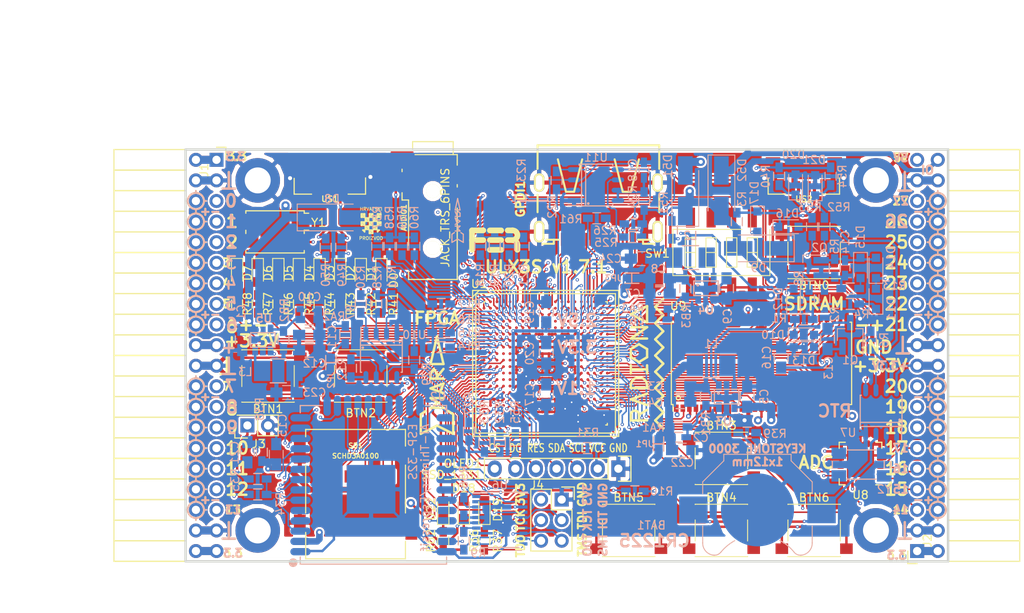
<source format=kicad_pcb>
(kicad_pcb (version 4) (host pcbnew 4.0.7+dfsg1-1)
  (layers (0 F.Cu signal) (1 In1.Cu signal) (2 In2.Cu signal) (31 B.Cu signal) (34 B.Paste user) (35 F.Paste user) (36 B.SilkS user) (37 F.SilkS user) (38 B.Mask user) (39 F.Mask user) (44 Edge.Cuts user))
  (net 0 "")
  (net 1 GND)
  (net 2 +5V)
  (net 3 /gpio/IN5V)
  (net 4 /gpio/OUT5V)
  (net 5 +3V3)
  (net 6 BTN_D)
  (net 7 BTN_F1)
  (net 8 BTN_F2)
  (net 9 BTN_L)
  (net 10 BTN_R)
  (net 11 BTN_U)
  (net 12 /power/FB1)
  (net 13 +2V5)
  (net 14 /power/PWREN)
  (net 15 /power/FB3)
  (net 16 /power/FB2)
  (net 17 "Net-(D9-Pad1)")
  (net 18 /power/VBAT)
  (net 19 JTAG_TDI)
  (net 20 JTAG_TCK)
  (net 21 JTAG_TMS)
  (net 22 JTAG_TDO)
  (net 23 /power/WAKEUPn)
  (net 24 /power/WKUP)
  (net 25 /power/SHUT)
  (net 26 /power/WAKE)
  (net 27 /power/HOLD)
  (net 28 /power/WKn)
  (net 29 /power/OSCI_32k)
  (net 30 /power/OSCO_32k)
  (net 31 "Net-(Q2-Pad3)")
  (net 32 SHUTDOWN)
  (net 33 /analog/AUDIO_L)
  (net 34 /analog/AUDIO_R)
  (net 35 GPDI_5V_SCL)
  (net 36 GPDI_5V_SDA)
  (net 37 GPDI_SDA)
  (net 38 GPDI_SCL)
  (net 39 /gpdi/VREF2)
  (net 40 SD_CMD)
  (net 41 SD_CLK)
  (net 42 SD_D0)
  (net 43 SD_D1)
  (net 44 USB5V)
  (net 45 GPDI_CEC)
  (net 46 nRESET)
  (net 47 FTDI_nDTR)
  (net 48 SDRAM_CKE)
  (net 49 SDRAM_A7)
  (net 50 SDRAM_D15)
  (net 51 SDRAM_BA1)
  (net 52 SDRAM_D7)
  (net 53 SDRAM_A6)
  (net 54 SDRAM_CLK)
  (net 55 SDRAM_D13)
  (net 56 SDRAM_BA0)
  (net 57 SDRAM_D6)
  (net 58 SDRAM_A5)
  (net 59 SDRAM_D14)
  (net 60 SDRAM_A11)
  (net 61 SDRAM_D12)
  (net 62 SDRAM_D5)
  (net 63 SDRAM_A4)
  (net 64 SDRAM_A10)
  (net 65 SDRAM_D11)
  (net 66 SDRAM_A3)
  (net 67 SDRAM_D4)
  (net 68 SDRAM_D10)
  (net 69 SDRAM_D9)
  (net 70 SDRAM_A9)
  (net 71 SDRAM_D3)
  (net 72 SDRAM_D8)
  (net 73 SDRAM_A8)
  (net 74 SDRAM_A2)
  (net 75 SDRAM_A1)
  (net 76 SDRAM_A0)
  (net 77 SDRAM_D2)
  (net 78 SDRAM_D1)
  (net 79 SDRAM_D0)
  (net 80 SDRAM_DQM0)
  (net 81 SDRAM_nCS)
  (net 82 SDRAM_nRAS)
  (net 83 SDRAM_DQM1)
  (net 84 SDRAM_nCAS)
  (net 85 SDRAM_nWE)
  (net 86 /flash/FLASH_nWP)
  (net 87 /flash/FLASH_nHOLD)
  (net 88 /flash/FLASH_MOSI)
  (net 89 /flash/FLASH_MISO)
  (net 90 /flash/FLASH_SCK)
  (net 91 /flash/FLASH_nCS)
  (net 92 /flash/FPGA_PROGRAMN)
  (net 93 /flash/FPGA_DONE)
  (net 94 /flash/FPGA_INITN)
  (net 95 OLED_RES)
  (net 96 OLED_DC)
  (net 97 OLED_CS)
  (net 98 WIFI_EN)
  (net 99 FTDI_nRTS)
  (net 100 FTDI_TXD)
  (net 101 FTDI_RXD)
  (net 102 WIFI_RXD)
  (net 103 WIFI_GPIO0)
  (net 104 WIFI_TXD)
  (net 105 GPDI_ETH-)
  (net 106 GPDI_ETH+)
  (net 107 GPDI_D2+)
  (net 108 GPDI_D2-)
  (net 109 GPDI_D1+)
  (net 110 GPDI_D1-)
  (net 111 GPDI_D0+)
  (net 112 GPDI_D0-)
  (net 113 GPDI_CLK+)
  (net 114 GPDI_CLK-)
  (net 115 USB_FTDI_D+)
  (net 116 USB_FTDI_D-)
  (net 117 J1_17-)
  (net 118 J1_17+)
  (net 119 J1_23-)
  (net 120 J1_23+)
  (net 121 J1_25-)
  (net 122 J1_25+)
  (net 123 J1_27-)
  (net 124 J1_27+)
  (net 125 J1_29-)
  (net 126 J1_29+)
  (net 127 J1_31-)
  (net 128 J1_31+)
  (net 129 J1_33-)
  (net 130 J1_33+)
  (net 131 J1_35-)
  (net 132 J1_35+)
  (net 133 J2_5-)
  (net 134 J2_5+)
  (net 135 J2_7-)
  (net 136 J2_7+)
  (net 137 J2_9-)
  (net 138 J2_9+)
  (net 139 J2_13-)
  (net 140 J2_13+)
  (net 141 J2_17-)
  (net 142 J2_17+)
  (net 143 J2_11-)
  (net 144 J2_11+)
  (net 145 J2_23-)
  (net 146 J2_23+)
  (net 147 J1_5-)
  (net 148 J1_5+)
  (net 149 J1_7-)
  (net 150 J1_7+)
  (net 151 J1_9-)
  (net 152 J1_9+)
  (net 153 J1_11-)
  (net 154 J1_11+)
  (net 155 J1_13-)
  (net 156 J1_13+)
  (net 157 J1_15-)
  (net 158 J1_15+)
  (net 159 J2_15-)
  (net 160 J2_15+)
  (net 161 J2_25-)
  (net 162 J2_25+)
  (net 163 J2_27-)
  (net 164 J2_27+)
  (net 165 J2_29-)
  (net 166 J2_29+)
  (net 167 J2_31-)
  (net 168 J2_31+)
  (net 169 J2_33-)
  (net 170 J2_33+)
  (net 171 J2_35-)
  (net 172 J2_35+)
  (net 173 SD_D3)
  (net 174 AUDIO_L3)
  (net 175 AUDIO_L2)
  (net 176 AUDIO_L1)
  (net 177 AUDIO_L0)
  (net 178 AUDIO_R3)
  (net 179 AUDIO_R2)
  (net 180 AUDIO_R1)
  (net 181 AUDIO_R0)
  (net 182 OLED_CLK)
  (net 183 OLED_MOSI)
  (net 184 LED0)
  (net 185 LED1)
  (net 186 LED2)
  (net 187 LED3)
  (net 188 LED4)
  (net 189 LED5)
  (net 190 LED6)
  (net 191 LED7)
  (net 192 BTN_PWRn)
  (net 193 FTDI_nTXLED)
  (net 194 FTDI_nSLEEP)
  (net 195 /blinkey/LED_PWREN)
  (net 196 /blinkey/LED_TXLED)
  (net 197 FT3V3)
  (net 198 /sdcard/SD3V3)
  (net 199 SD_D2)
  (net 200 CLK_25MHz)
  (net 201 /blinkey/BTNPUL)
  (net 202 /blinkey/BTNPUR)
  (net 203 USB_FPGA_D+)
  (net 204 /power/FTDI_nSUSPEND)
  (net 205 /blinkey/ALED0)
  (net 206 /blinkey/ALED1)
  (net 207 /blinkey/ALED2)
  (net 208 /blinkey/ALED3)
  (net 209 /blinkey/ALED4)
  (net 210 /blinkey/ALED5)
  (net 211 /blinkey/ALED6)
  (net 212 /blinkey/ALED7)
  (net 213 /usb/FTD-)
  (net 214 /usb/FTD+)
  (net 215 ADC_MISO)
  (net 216 ADC_MOSI)
  (net 217 ADC_CSn)
  (net 218 ADC_SCLK)
  (net 219 "Net-(R51-Pad2)")
  (net 220 SW3)
  (net 221 SW2)
  (net 222 SW1)
  (net 223 SW0)
  (net 224 USB_FPGA_D-)
  (net 225 /usb/FPD+)
  (net 226 /usb/FPD-)
  (net 227 WIFI_GPIO16)
  (net 228 WIFI_GPIO15)
  (net 229 /usb/ANT_433MHz)
  (net 230 /power/PWRBTn)
  (net 231 PROG_DONE)
  (net 232 /power/P3V3)
  (net 233 /power/P2V5)
  (net 234 /power/L1)
  (net 235 /power/L3)
  (net 236 /power/L2)
  (net 237 FTDI_TXDEN)
  (net 238 /wifi/WIFIOFF)
  (net 239 SDRAM_A12)
  (net 240 /analog/AUDIO_V)
  (net 241 AUDIO_V3)
  (net 242 AUDIO_V2)
  (net 243 AUDIO_V1)
  (net 244 AUDIO_V0)
  (net 245 /gpdi/FPGA_CEC)
  (net 246 /blinkey/LED_WIFI)
  (net 247 WIFI_GPIO2)
  (net 248 /power/P1V1)
  (net 249 +1V1)
  (module Socket_Strips:Socket_Strip_Angled_2x20 (layer F.Cu) (at 97.91 62.69 270)
    (fp_text reference J1 (at 1.27 1.524 270) (layer F.SilkS))
    (fp_text value CONN_02X20 hide)
    (pad 1 thru_hole rect (at 0 0 270) (size 1.7272 1.7272) (drill 1.016) (layers *.Cu *.Mask) (net 5 +3V3))
    (pad 2 thru_hole oval (at 0 2.54 270) (size 1.7272 1.7272) (drill 1.016) (layers *.Cu *.Mask) (net 5 +3V3))
    (pad 3 thru_hole oval (at 2.54 0 270) (size 1.7272 1.7272) (drill 1.016) (layers *.Cu *.Mask) (net 1 GND))
    (pad 4 thru_hole oval (at 2.54 2.54 270) (size 1.7272 1.7272) (drill 1.016) (layers *.Cu *.Mask) (net 1 GND))
    (pad 5 thru_hole oval (at 5.08 0 270) (size 1.7272 1.7272) (drill 1.016) (layers *.Cu *.Mask) (net 147 J1_5-))
    (pad 6 thru_hole oval (at 5.08 2.54 270) (size 1.7272 1.7272) (drill 1.016) (layers *.Cu *.Mask) (net 148 J1_5+))
    (pad 7 thru_hole oval (at 7.62 0 270) (size 1.7272 1.7272) (drill 1.016) (layers *.Cu *.Mask) (net 149 J1_7-))
    (pad 8 thru_hole oval (at 7.62 2.54 270) (size 1.7272 1.7272) (drill 1.016) (layers *.Cu *.Mask) (net 150 J1_7+))
    (pad 9 thru_hole oval (at 10.16 0 270) (size 1.7272 1.7272) (drill 1.016) (layers *.Cu *.Mask) (net 151 J1_9-))
    (pad 10 thru_hole oval (at 10.16 2.54 270) (size 1.7272 1.7272) (drill 1.016) (layers *.Cu *.Mask) (net 152 J1_9+))
    (pad 11 thru_hole oval (at 12.7 0 270) (size 1.7272 1.7272) (drill 1.016) (layers *.Cu *.Mask) (net 153 J1_11-))
    (pad 12 thru_hole oval (at 12.7 2.54 270) (size 1.7272 1.7272) (drill 1.016) (layers *.Cu *.Mask) (net 154 J1_11+))
    (pad 13 thru_hole oval (at 15.24 0 270) (size 1.7272 1.7272) (drill 1.016) (layers *.Cu *.Mask) (net 155 J1_13-))
    (pad 14 thru_hole oval (at 15.24 2.54 270) (size 1.7272 1.7272) (drill 1.016) (layers *.Cu *.Mask) (net 156 J1_13+))
    (pad 15 thru_hole oval (at 17.78 0 270) (size 1.7272 1.7272) (drill 1.016) (layers *.Cu *.Mask) (net 157 J1_15-))
    (pad 16 thru_hole oval (at 17.78 2.54 270) (size 1.7272 1.7272) (drill 1.016) (layers *.Cu *.Mask) (net 158 J1_15+))
    (pad 17 thru_hole oval (at 20.32 0 270) (size 1.7272 1.7272) (drill 1.016) (layers *.Cu *.Mask) (net 117 J1_17-))
    (pad 18 thru_hole oval (at 20.32 2.54 270) (size 1.7272 1.7272) (drill 1.016) (layers *.Cu *.Mask) (net 118 J1_17+))
    (pad 19 thru_hole oval (at 22.86 0 270) (size 1.7272 1.7272) (drill 1.016) (layers *.Cu *.Mask) (net 5 +3V3))
    (pad 20 thru_hole oval (at 22.86 2.54 270) (size 1.7272 1.7272) (drill 1.016) (layers *.Cu *.Mask) (net 5 +3V3))
    (pad 21 thru_hole oval (at 25.4 0 270) (size 1.7272 1.7272) (drill 1.016) (layers *.Cu *.Mask) (net 1 GND))
    (pad 22 thru_hole oval (at 25.4 2.54 270) (size 1.7272 1.7272) (drill 1.016) (layers *.Cu *.Mask) (net 1 GND))
    (pad 23 thru_hole oval (at 27.94 0 270) (size 1.7272 1.7272) (drill 1.016) (layers *.Cu *.Mask) (net 119 J1_23-))
    (pad 24 thru_hole oval (at 27.94 2.54 270) (size 1.7272 1.7272) (drill 1.016) (layers *.Cu *.Mask) (net 120 J1_23+))
    (pad 25 thru_hole oval (at 30.48 0 270) (size 1.7272 1.7272) (drill 1.016) (layers *.Cu *.Mask) (net 121 J1_25-))
    (pad 26 thru_hole oval (at 30.48 2.54 270) (size 1.7272 1.7272) (drill 1.016) (layers *.Cu *.Mask) (net 122 J1_25+))
    (pad 27 thru_hole oval (at 33.02 0 270) (size 1.7272 1.7272) (drill 1.016) (layers *.Cu *.Mask) (net 123 J1_27-))
    (pad 28 thru_hole oval (at 33.02 2.54 270) (size 1.7272 1.7272) (drill 1.016) (layers *.Cu *.Mask) (net 124 J1_27+))
    (pad 29 thru_hole oval (at 35.56 0 270) (size 1.7272 1.7272) (drill 1.016) (layers *.Cu *.Mask) (net 125 J1_29-))
    (pad 30 thru_hole oval (at 35.56 2.54 270) (size 1.7272 1.7272) (drill 1.016) (layers *.Cu *.Mask) (net 126 J1_29+))
    (pad 31 thru_hole oval (at 38.1 0 270) (size 1.7272 1.7272) (drill 1.016) (layers *.Cu *.Mask) (net 127 J1_31-))
    (pad 32 thru_hole oval (at 38.1 2.54 270) (size 1.7272 1.7272) (drill 1.016) (layers *.Cu *.Mask) (net 128 J1_31+))
    (pad 33 thru_hole oval (at 40.64 0 270) (size 1.7272 1.7272) (drill 1.016) (layers *.Cu *.Mask) (net 129 J1_33-))
    (pad 34 thru_hole oval (at 40.64 2.54 270) (size 1.7272 1.7272) (drill 1.016) (layers *.Cu *.Mask) (net 130 J1_33+))
    (pad 35 thru_hole oval (at 43.18 0 270) (size 1.7272 1.7272) (drill 1.016) (layers *.Cu *.Mask) (net 131 J1_35-))
    (pad 36 thru_hole oval (at 43.18 2.54 270) (size 1.7272 1.7272) (drill 1.016) (layers *.Cu *.Mask) (net 132 J1_35+))
    (pad 37 thru_hole oval (at 45.72 0 270) (size 1.7272 1.7272) (drill 1.016) (layers *.Cu *.Mask) (net 1 GND))
    (pad 38 thru_hole oval (at 45.72 2.54 270) (size 1.7272 1.7272) (drill 1.016) (layers *.Cu *.Mask) (net 1 GND))
    (pad 39 thru_hole oval (at 48.26 0 270) (size 1.7272 1.7272) (drill 1.016) (layers *.Cu *.Mask) (net 5 +3V3))
    (pad 40 thru_hole oval (at 48.26 2.54 270) (size 1.7272 1.7272) (drill 1.016) (layers *.Cu *.Mask) (net 5 +3V3))
  )
  (module SMD_Packages:1Pin (layer F.Cu) (at 182.67515 111.637626)
    (fp_text reference AE1 hide)
    (fp_text value 433MHz hide)
    (pad 1 smd rect (at 0 0) (size 0.5 0.5) (layers B.Cu F.Paste F.Mask) (net 229 /usb/ANT_433MHz))
  )
  (module Resistors_SMD:R_0603_HandSoldering (layer B.Cu) (at 103.498 98.758 90)
    (fp_text reference R38 (at 5.334 -0.254 90) (layer B.SilkS) (effects (justify mirror)))
    (fp_text value 0.47)
    (pad 1 smd rect (at -1.1 0 90) (size 1.2 0.9) (layers B.Cu B.Paste B.Mask) (net 198 /sdcard/SD3V3))
    (pad 2 smd rect (at 1.1 0 90) (size 1.2 0.9) (layers B.Cu B.Paste B.Mask) (net 5 +3V3))
  )
  (module jumper:SOLDER-JUMPER_1-WAY (layer B.Cu) (at 152.393 97.742 270)
    (fp_text reference JP1 (at 0 1.778 360) (layer B.SilkS) (effects (font (size 0.762 0.762) (thickness 0.1524)) (justify mirror)))
    (fp_text value 1.2 hide)
    (pad 1 smd rect (at -0.6 0 270) (size 1 1) (layers B.Cu B.Paste B.Mask) (net 248 /power/P1V1))
    (pad 2 smd rect (at 0.6 0 270) (size 1 1) (layers B.Cu B.Paste B.Mask) (net 249 +1V1))
  )
  (module ESP32-footprints-Lib:ESP-32S (layer B.Cu) (at 117.313 101.513)
    (fp_text reference U2 (at 7.902 -9.613 180) (layer B.SilkS) (effects (justify mirror)))
    (fp_text value ESP-32S)
    (fp_text user AI-Thinker/Espressif (at 6.3 1.6 270) (layer B.SilkS) (effects (justify mirror)))
    (fp_text user ESP-32S (at 4.8 -2.8 270) (layer B.SilkS) (effects (justify mirror)))
    (pad 38 smd oval (at 8.947434 9.517338 180) (size 2.5 0.9) (layers B.Cu B.Paste B.Mask) (net 1 GND))
    (pad 37 smd oval (at 8.947434 8.247338 180) (size 2.5 0.9) (layers B.Cu B.Paste B.Mask) (net 19 JTAG_TDI))
    (pad 36 smd oval (at 8.947434 6.977338 180) (size 2.5 0.9) (layers B.Cu B.Paste B.Mask) (net 231 PROG_DONE))
    (pad 35 smd oval (at 8.947434 5.707338 180) (size 2.5 0.9) (layers B.Cu B.Paste B.Mask) (net 104 WIFI_TXD))
    (pad 34 smd oval (at 8.947434 4.437338 180) (size 2.5 0.9) (layers B.Cu B.Paste B.Mask) (net 102 WIFI_RXD))
    (pad 33 smd oval (at 8.947434 3.167338 180) (size 2.5 0.9) (layers B.Cu B.Paste B.Mask) (net 21 JTAG_TMS))
    (pad 32 smd oval (at 8.947434 1.897338 180) (size 2.5 0.9) (layers B.Cu B.Paste B.Mask))
    (pad 31 smd oval (at 8.947434 0.627338 180) (size 2.5 0.9) (layers B.Cu B.Paste B.Mask) (net 22 JTAG_TDO))
    (pad 30 smd oval (at 8.947434 -0.642662 180) (size 2.5 0.9) (layers B.Cu B.Paste B.Mask) (net 20 JTAG_TCK))
    (pad 29 smd oval (at 8.947434 -1.912662 180) (size 2.5 0.9) (layers B.Cu B.Paste B.Mask))
    (pad 28 smd oval (at 8.947434 -3.182662 180) (size 2.5 0.9) (layers B.Cu B.Paste B.Mask))
    (pad 27 smd oval (at 8.947434 -4.452662 180) (size 2.5 0.9) (layers B.Cu B.Paste B.Mask) (net 227 WIFI_GPIO16))
    (pad 26 smd oval (at 8.947434 -5.722662 180) (size 2.5 0.9) (layers B.Cu B.Paste B.Mask))
    (pad 25 smd oval (at 8.947434 -6.992662 180) (size 2.5 0.9) (layers B.Cu B.Paste B.Mask) (net 103 WIFI_GPIO0))
    (pad 24 smd oval (at 5.662434 -8.482662 180) (size 0.9 2.5) (layers B.Cu B.Paste B.Mask) (net 247 WIFI_GPIO2))
    (pad 23 smd oval (at 4.392434 -8.482662 180) (size 0.9 2.5) (layers B.Cu B.Paste B.Mask) (net 228 WIFI_GPIO15))
    (pad 22 smd oval (at 3.122434 -8.482662 180) (size 0.9 2.5) (layers B.Cu B.Paste B.Mask) (net 43 SD_D1))
    (pad 21 smd oval (at 1.852434 -8.482662 180) (size 0.9 2.5) (layers B.Cu B.Paste B.Mask) (net 42 SD_D0))
    (pad 20 smd oval (at 0.582434 -8.482662 180) (size 0.9 2.5) (layers B.Cu B.Paste B.Mask) (net 41 SD_CLK))
    (pad 19 smd oval (at -0.687566 -8.482662 180) (size 0.9 2.5) (layers B.Cu B.Paste B.Mask) (net 40 SD_CMD))
    (pad 18 smd oval (at -1.957566 -8.482662 180) (size 0.9 2.5) (layers B.Cu B.Paste B.Mask) (net 173 SD_D3))
    (pad 17 smd oval (at -3.227566 -8.482662 180) (size 0.9 2.5) (layers B.Cu B.Paste B.Mask) (net 199 SD_D2))
    (pad 16 smd oval (at -4.497566 -8.482662 180) (size 0.9 2.5) (layers B.Cu B.Paste B.Mask) (net 123 J1_27-))
    (pad 15 smd oval (at -5.767566 -8.482662 180) (size 0.9 2.5) (layers B.Cu B.Paste B.Mask) (net 1 GND))
    (pad 14 smd oval (at -9.052566 -6.992662 180) (size 2.5 0.9) (layers B.Cu B.Paste B.Mask) (net 124 J1_27+))
    (pad 13 smd oval (at -9.052566 -5.722662 180) (size 2.5 0.9) (layers B.Cu B.Paste B.Mask) (net 125 J1_29-))
    (pad 12 smd oval (at -9.052566 -4.452662 180) (size 2.5 0.9) (layers B.Cu B.Paste B.Mask) (net 126 J1_29+))
    (pad 11 smd oval (at -9.052566 -3.182662 180) (size 2.5 0.9) (layers B.Cu B.Paste B.Mask) (net 127 J1_31-))
    (pad 10 smd oval (at -9.052566 -1.912662 180) (size 2.5 0.9) (layers B.Cu B.Paste B.Mask) (net 128 J1_31+))
    (pad 9 smd oval (at -9.052566 -0.642662 180) (size 2.5 0.9) (layers B.Cu B.Paste B.Mask) (net 129 J1_33-))
    (pad 8 smd oval (at -9.052566 0.627338 180) (size 2.5 0.9) (layers B.Cu B.Paste B.Mask) (net 130 J1_33+))
    (pad 7 smd oval (at -9.052566 1.897338 180) (size 2.5 0.9) (layers B.Cu B.Paste B.Mask) (net 131 J1_35-))
    (pad 6 smd oval (at -9.052566 3.167338 180) (size 2.5 0.9) (layers B.Cu B.Paste B.Mask) (net 132 J1_35+))
    (pad 5 smd oval (at -9.052566 4.437338 180) (size 2.5 0.9) (layers B.Cu B.Paste B.Mask))
    (pad 4 smd oval (at -9.052566 5.707338 180) (size 2.5 0.9) (layers B.Cu B.Paste B.Mask))
    (pad 3 smd oval (at -9.052566 6.977338 180) (size 2.5 0.9) (layers B.Cu B.Paste B.Mask) (net 98 WIFI_EN))
    (pad 2 smd oval (at -9.052566 8.247338 180) (size 2.5 0.9) (layers B.Cu B.Paste B.Mask) (net 5 +3V3))
    (pad 1 smd oval (at -9.052566 9.517338 180) (size 2.5 0.9) (layers B.Cu B.Paste B.Mask) (net 1 GND))
    (pad 39 smd rect (at -0.352566 1.817338 180) (size 6 6) (layers B.Cu B.Paste B.Mask) (net 1 GND))
  )
  (module Diodes_SMD:D_SMA_Handsoldering (layer B.Cu) (at 155.695 66.5 90)
    (fp_text reference D51 (at 3.048 -2.159 90) (layer B.SilkS) (effects (justify mirror)))
    (fp_text value STPS2L30AF hide)
    (pad 1 smd rect (at -2.5 0 90) (size 3.5 1.8) (layers B.Cu B.Paste B.Mask) (net 2 +5V))
    (pad 2 smd rect (at 2.5 0 90) (size 3.5 1.8) (layers B.Cu B.Paste B.Mask) (net 3 /gpio/IN5V))
  )
  (module Resistors_SMD:R_0603_HandSoldering (layer B.Cu) (at 154.044 71.326 90)
    (fp_text reference R51 (at 3.302 -1.016 90) (layer B.SilkS) (effects (justify mirror)))
    (fp_text value 150)
    (pad 1 smd rect (at -1.1 0 90) (size 1.2 0.9) (layers B.Cu B.Paste B.Mask) (net 5 +3V3))
    (pad 2 smd rect (at 1.1 0 90) (size 1.2 0.9) (layers B.Cu B.Paste B.Mask) (net 219 "Net-(R51-Pad2)"))
  )
  (module Resistors_SMD:R_1210_HandSoldering (layer B.Cu) (at 158.87 88.09 180)
    (fp_text reference L1 (at 0 2.7 180) (layer B.SilkS) (effects (justify mirror)))
    (fp_text value 2.2uH)
    (pad 1 smd rect (at -2 0 180) (size 2 2.5) (layers B.Cu B.Paste B.Mask) (net 234 /power/L1))
    (pad 2 smd rect (at 2 0 180) (size 2 2.5) (layers B.Cu B.Paste B.Mask) (net 248 /power/P1V1))
  )
  (module TSOT-25:TSOT-25 (layer B.Cu) (at 160.775 91.9)
    (fp_text reference U3 (at -0.381 3.048) (layer B.SilkS) (effects (font (thickness 0.2)) (justify mirror)))
    (fp_text value AP3429A)
    (pad 1 smd rect (at -0.95 -1.3) (size 0.7 1.2) (layers B.Cu B.Paste B.Mask) (net 14 /power/PWREN))
    (pad 2 smd rect (at 0 -1.3) (size 0.7 1.2) (layers B.Cu B.Paste B.Mask) (net 1 GND))
    (pad 3 smd rect (at 0.95 -1.3) (size 0.7 1.2) (layers B.Cu B.Paste B.Mask) (net 234 /power/L1))
    (pad 4 smd rect (at 0.95 1.3) (size 0.7 1.2) (layers B.Cu B.Paste B.Mask) (net 2 +5V))
    (pad 5 smd rect (at -0.95 1.3) (size 0.7 1.2) (layers B.Cu B.Paste B.Mask) (net 12 /power/FB1))
  )
  (module Resistors_SMD:R_1210_HandSoldering (layer B.Cu) (at 156.33 74.755 180)
    (fp_text reference L2 (at 0 2.7 180) (layer B.SilkS) (effects (justify mirror)))
    (fp_text value 2.2uH)
    (pad 1 smd rect (at -2 0 180) (size 2 2.5) (layers B.Cu B.Paste B.Mask) (net 235 /power/L3))
    (pad 2 smd rect (at 2 0 180) (size 2 2.5) (layers B.Cu B.Paste B.Mask) (net 232 /power/P3V3))
  )
  (module TSOT-25:TSOT-25 (layer B.Cu) (at 158.235 78.535)
    (fp_text reference U4 (at 0 2.697) (layer B.SilkS) (effects (font (thickness 0.2)) (justify mirror)))
    (fp_text value AP3429A)
    (pad 1 smd rect (at -0.95 -1.3) (size 0.7 1.2) (layers B.Cu B.Paste B.Mask) (net 14 /power/PWREN))
    (pad 2 smd rect (at 0 -1.3) (size 0.7 1.2) (layers B.Cu B.Paste B.Mask) (net 1 GND))
    (pad 3 smd rect (at 0.95 -1.3) (size 0.7 1.2) (layers B.Cu B.Paste B.Mask) (net 235 /power/L3))
    (pad 4 smd rect (at 0.95 1.3) (size 0.7 1.2) (layers B.Cu B.Paste B.Mask) (net 2 +5V))
    (pad 5 smd rect (at -0.95 1.3) (size 0.7 1.2) (layers B.Cu B.Paste B.Mask) (net 15 /power/FB3))
  )
  (module Resistors_SMD:R_1210_HandSoldering (layer B.Cu) (at 105.53 88.725)
    (fp_text reference L3 (at -4.064 0.127) (layer B.SilkS) (effects (justify mirror)))
    (fp_text value 2.2uH)
    (pad 1 smd rect (at -2 0) (size 2 2.5) (layers B.Cu B.Paste B.Mask) (net 236 /power/L2))
    (pad 2 smd rect (at 2 0) (size 2 2.5) (layers B.Cu B.Paste B.Mask) (net 233 /power/P2V5))
  )
  (module TSOT-25:TSOT-25 (layer B.Cu) (at 103.625 84.915 180)
    (fp_text reference U5 (at -0.127 2.667 180) (layer B.SilkS) (effects (font (thickness 0.2)) (justify mirror)))
    (fp_text value AP3429A)
    (pad 1 smd rect (at -0.95 -1.3 180) (size 0.7 1.2) (layers B.Cu B.Paste B.Mask) (net 14 /power/PWREN))
    (pad 2 smd rect (at 0 -1.3 180) (size 0.7 1.2) (layers B.Cu B.Paste B.Mask) (net 1 GND))
    (pad 3 smd rect (at 0.95 -1.3 180) (size 0.7 1.2) (layers B.Cu B.Paste B.Mask) (net 236 /power/L2))
    (pad 4 smd rect (at 0.95 1.3 180) (size 0.7 1.2) (layers B.Cu B.Paste B.Mask) (net 2 +5V))
    (pad 5 smd rect (at -0.95 1.3 180) (size 0.7 1.2) (layers B.Cu B.Paste B.Mask) (net 16 /power/FB2))
  )
  (module Capacitors_SMD:C_0805_HandSoldering (layer B.Cu) (at 101.085 84.915 270)
    (fp_text reference C1 (at -3.429 0.127 270) (layer B.SilkS) (effects (justify mirror)))
    (fp_text value 22uF)
    (pad 1 smd rect (at -1.25 0 270) (size 1.5 1.25) (layers B.Cu B.Paste B.Mask) (net 2 +5V))
    (pad 2 smd rect (at 1.25 0 270) (size 1.5 1.25) (layers B.Cu B.Paste B.Mask) (net 1 GND))
  )
  (module Capacitors_SMD:C_0805_HandSoldering (layer B.Cu) (at 155.06 90.63)
    (fp_text reference C3 (at -3.048 0) (layer B.SilkS) (effects (justify mirror)))
    (fp_text value 22uF)
    (pad 1 smd rect (at -1.25 0) (size 1.5 1.25) (layers B.Cu B.Paste B.Mask) (net 248 /power/P1V1))
    (pad 2 smd rect (at 1.25 0) (size 1.5 1.25) (layers B.Cu B.Paste B.Mask) (net 1 GND))
  )
  (module Capacitors_SMD:C_0805_HandSoldering (layer B.Cu) (at 155.06 92.535)
    (fp_text reference C4 (at -3.048 0.127) (layer B.SilkS) (effects (justify mirror)))
    (fp_text value 22uF)
    (pad 1 smd rect (at -1.25 0) (size 1.5 1.25) (layers B.Cu B.Paste B.Mask) (net 248 /power/P1V1))
    (pad 2 smd rect (at 1.25 0) (size 1.5 1.25) (layers B.Cu B.Paste B.Mask) (net 1 GND))
  )
  (module Capacitors_SMD:C_0805_HandSoldering (layer B.Cu) (at 163.315 91.9 90)
    (fp_text reference C5 (at 0 2.1 90) (layer B.SilkS) (effects (justify mirror)))
    (fp_text value 22uF)
    (pad 1 smd rect (at -1.25 0 90) (size 1.5 1.25) (layers B.Cu B.Paste B.Mask) (net 2 +5V))
    (pad 2 smd rect (at 1.25 0 90) (size 1.5 1.25) (layers B.Cu B.Paste B.Mask) (net 1 GND))
  )
  (module Capacitors_SMD:C_0805_HandSoldering (layer B.Cu) (at 152.52 79.2)
    (fp_text reference C7 (at -3.302 0) (layer B.SilkS) (effects (justify mirror)))
    (fp_text value 22uF)
    (pad 1 smd rect (at -1.25 0) (size 1.5 1.25) (layers B.Cu B.Paste B.Mask) (net 232 /power/P3V3))
    (pad 2 smd rect (at 1.25 0) (size 1.5 1.25) (layers B.Cu B.Paste B.Mask) (net 1 GND))
  )
  (module Capacitors_SMD:C_0805_HandSoldering (layer B.Cu) (at 152.52 77.295)
    (fp_text reference C8 (at -0.127 -1.143) (layer B.SilkS) (effects (justify mirror)))
    (fp_text value 22uF)
    (pad 1 smd rect (at -1.25 0) (size 1.5 1.25) (layers B.Cu B.Paste B.Mask) (net 232 /power/P3V3))
    (pad 2 smd rect (at 1.25 0) (size 1.5 1.25) (layers B.Cu B.Paste B.Mask) (net 1 GND))
  )
  (module Capacitors_SMD:C_0805_HandSoldering (layer B.Cu) (at 160.775 78.565 90)
    (fp_text reference C9 (at -3.429 0.127 90) (layer B.SilkS) (effects (justify mirror)))
    (fp_text value 22uF)
    (pad 1 smd rect (at -1.25 0 90) (size 1.5 1.25) (layers B.Cu B.Paste B.Mask) (net 2 +5V))
    (pad 2 smd rect (at 1.25 0 90) (size 1.5 1.25) (layers B.Cu B.Paste B.Mask) (net 1 GND))
  )
  (module Capacitors_SMD:C_0805_HandSoldering (layer B.Cu) (at 109.34 84.28 180)
    (fp_text reference C11 (at -2.794 -0.254 270) (layer B.SilkS) (effects (justify mirror)))
    (fp_text value 22uF)
    (pad 1 smd rect (at -1.25 0 180) (size 1.5 1.25) (layers B.Cu B.Paste B.Mask) (net 233 /power/P2V5))
    (pad 2 smd rect (at 1.25 0 180) (size 1.5 1.25) (layers B.Cu B.Paste B.Mask) (net 1 GND))
  )
  (module Capacitors_SMD:C_0805_HandSoldering (layer B.Cu) (at 109.34 86.185 180)
    (fp_text reference C12 (at -0.635 -1.615 360) (layer B.SilkS) (effects (justify mirror)))
    (fp_text value 22uF)
    (pad 1 smd rect (at -1.25 0 180) (size 1.5 1.25) (layers B.Cu B.Paste B.Mask) (net 233 /power/P2V5))
    (pad 2 smd rect (at 1.25 0 180) (size 1.5 1.25) (layers B.Cu B.Paste B.Mask) (net 1 GND))
  )
  (module Capacitors_SMD:C_0805_HandSoldering (layer B.Cu) (at 173.221 84.788 90)
    (fp_text reference C13 (at -3.556 0.127 90) (layer B.SilkS) (effects (justify mirror)))
    (fp_text value 2.2uF)
    (pad 1 smd rect (at -1.25 0 90) (size 1.5 1.25) (layers B.Cu B.Paste B.Mask) (net 2 +5V))
    (pad 2 smd rect (at 1.25 0 90) (size 1.5 1.25) (layers B.Cu B.Paste B.Mask) (net 24 /power/WKUP))
  )
  (module TO_SOT_Packages_SMD:SOT-23_Handsoldering (layer B.Cu) (at 176.015 84.28 90)
    (fp_text reference Q1 (at -3.1115 0 180) (layer B.SilkS) (effects (justify mirror)))
    (fp_text value BC857)
    (pad 1 smd rect (at -1.5 0.95 90) (size 1.9 0.8) (layers B.Cu B.Paste B.Mask) (net 28 /power/WKn))
    (pad 2 smd rect (at -1.5 -0.95 90) (size 1.9 0.8) (layers B.Cu B.Paste B.Mask) (net 2 +5V))
    (pad 3 smd rect (at 1.5 0 90) (size 1.9 0.8) (layers B.Cu B.Paste B.Mask) (net 24 /power/WKUP))
  )
  (module TO_SOT_Packages_SMD:SOT-23_Handsoldering (layer B.Cu) (at 170.935 76.025 180)
    (fp_text reference Q2 (at -1.295 2.5 180) (layer B.SilkS) (effects (justify mirror)))
    (fp_text value 2N7002)
    (pad 1 smd rect (at -1.5 0.95 180) (size 1.9 0.8) (layers B.Cu B.Paste B.Mask) (net 25 /power/SHUT))
    (pad 2 smd rect (at -1.5 -0.95 180) (size 1.9 0.8) (layers B.Cu B.Paste B.Mask) (net 1 GND))
    (pad 3 smd rect (at 1.5 0 180) (size 1.9 0.8) (layers B.Cu B.Paste B.Mask) (net 31 "Net-(Q2-Pad3)"))
  )
  (module Capacitors_SMD:C_0603_HandSoldering (layer B.Cu) (at 154.86 96.91)
    (fp_text reference C2 (at 2.74 0.07) (layer B.SilkS) (effects (justify mirror)))
    (fp_text value 470pF)
    (pad 1 smd rect (at -0.95 0) (size 1.2 0.75) (layers B.Cu B.Paste B.Mask) (net 248 /power/P1V1))
    (pad 2 smd rect (at 0.95 0) (size 1.2 0.75) (layers B.Cu B.Paste B.Mask) (net 12 /power/FB1))
  )
  (module Capacitors_SMD:C_0603_HandSoldering (layer B.Cu) (at 152.52 82.375)
    (fp_text reference C6 (at -2.794 0.127) (layer B.SilkS) (effects (justify mirror)))
    (fp_text value 470pF)
    (pad 1 smd rect (at -0.95 0) (size 1.2 0.75) (layers B.Cu B.Paste B.Mask) (net 232 /power/P3V3))
    (pad 2 smd rect (at 0.95 0) (size 1.2 0.75) (layers B.Cu B.Paste B.Mask) (net 15 /power/FB3))
  )
  (module Capacitors_SMD:C_0603_HandSoldering (layer B.Cu) (at 109.34 81.105 180)
    (fp_text reference C10 (at -0.04 1.505 180) (layer B.SilkS) (effects (justify mirror)))
    (fp_text value 470pF)
    (pad 1 smd rect (at -0.95 0 180) (size 1.2 0.75) (layers B.Cu B.Paste B.Mask) (net 233 /power/P2V5))
    (pad 2 smd rect (at 0.95 0 180) (size 1.2 0.75) (layers B.Cu B.Paste B.Mask) (net 16 /power/FB2))
  )
  (module Capacitors_SMD:C_0603_HandSoldering (layer B.Cu) (at 175.38 76.025 270)
    (fp_text reference C14 (at -3.175 0 270) (layer B.SilkS) (effects (justify mirror)))
    (fp_text value 100nF)
    (pad 1 smd rect (at -0.95 0 270) (size 1.2 0.75) (layers B.Cu B.Paste B.Mask) (net 25 /power/SHUT))
    (pad 2 smd rect (at 0.95 0 270) (size 1.2 0.75) (layers B.Cu B.Paste B.Mask) (net 1 GND))
  )
  (module Resistors_SMD:R_0603_HandSoldering (layer B.Cu) (at 170.3 82.375)
    (fp_text reference R1 (at -3.048 -0.127) (layer B.SilkS) (effects (justify mirror)))
    (fp_text value 15k)
    (pad 1 smd rect (at -1.1 0) (size 1.2 0.9) (layers B.Cu B.Paste B.Mask) (net 26 /power/WAKE))
    (pad 2 smd rect (at 1.1 0) (size 1.2 0.9) (layers B.Cu B.Paste B.Mask) (net 14 /power/PWREN))
  )
  (module Resistors_SMD:R_0603_HandSoldering (layer B.Cu) (at 172.84 79.835 90)
    (fp_text reference R2 (at -1.905 1.27 90) (layer B.SilkS) (effects (justify mirror)))
    (fp_text value 47k)
    (pad 1 smd rect (at -1.1 0 90) (size 1.2 0.9) (layers B.Cu B.Paste B.Mask) (net 14 /power/PWREN))
    (pad 2 smd rect (at 1.1 0 90) (size 1.2 0.9) (layers B.Cu B.Paste B.Mask) (net 1 GND))
  )
  (module Resistors_SMD:R_0603_HandSoldering (layer B.Cu) (at 176.015 80.47 180)
    (fp_text reference R4 (at -1.397 -1.27 360) (layer B.SilkS) (effects (justify mirror)))
    (fp_text value 15k)
    (pad 1 smd rect (at -1.1 0 180) (size 1.2 0.9) (layers B.Cu B.Paste B.Mask) (net 27 /power/HOLD))
    (pad 2 smd rect (at 1.1 0 180) (size 1.2 0.9) (layers B.Cu B.Paste B.Mask) (net 14 /power/PWREN))
  )
  (module Resistors_SMD:R_0603_HandSoldering (layer B.Cu) (at 174.11 76.025 270)
    (fp_text reference R5 (at -2.667 0 270) (layer B.SilkS) (effects (justify mirror)))
    (fp_text value 4.7M)
    (pad 1 smd rect (at -1.1 0 270) (size 1.2 0.9) (layers B.Cu B.Paste B.Mask) (net 25 /power/SHUT))
    (pad 2 smd rect (at 1.1 0 270) (size 1.2 0.9) (layers B.Cu B.Paste B.Mask) (net 1 GND))
  )
  (module Resistors_SMD:R_0603_HandSoldering (layer B.Cu) (at 178.555 84.915 270)
    (fp_text reference R6 (at 0 -1.651 270) (layer B.SilkS) (effects (justify mirror)))
    (fp_text value 1k)
    (pad 1 smd rect (at -1.1 0 270) (size 1.2 0.9) (layers B.Cu B.Paste B.Mask) (net 28 /power/WKn))
    (pad 2 smd rect (at 1.1 0 270) (size 1.2 0.9) (layers B.Cu B.Paste B.Mask) (net 23 /power/WAKEUPn))
  )
  (module Resistors_SMD:R_0603_HandSoldering (layer B.Cu) (at 113.785 84.28 270)
    (fp_text reference R7 (at -2.794 -0.635 270) (layer B.SilkS) (effects (justify mirror)))
    (fp_text value 150)
    (pad 1 smd rect (at -1.1 0 270) (size 1.2 0.9) (layers B.Cu B.Paste B.Mask) (net 5 +3V3))
    (pad 2 smd rect (at 1.1 0 270) (size 1.2 0.9) (layers B.Cu B.Paste B.Mask) (net 201 /blinkey/BTNPUL))
  )
  (module Resistors_SMD:R_0603_HandSoldering (layer B.Cu) (at 170.935 79.835 90)
    (fp_text reference R8 (at 2.54 -1.27 90) (layer B.SilkS) (effects (justify mirror)))
    (fp_text value 1k)
    (pad 1 smd rect (at -1.1 0 90) (size 1.2 0.9) (layers B.Cu B.Paste B.Mask) (net 14 /power/PWREN))
    (pad 2 smd rect (at 1.1 0 90) (size 1.2 0.9) (layers B.Cu B.Paste B.Mask) (net 31 "Net-(Q2-Pad3)"))
  )
  (module Resistors_SMD:R_0603_HandSoldering (layer B.Cu) (at 128.39 109.68 270)
    (fp_text reference R9 (at 1.524 -1.778 360) (layer B.SilkS) (effects (justify mirror)))
    (fp_text value 15k)
    (pad 1 smd rect (at -1.1 0 270) (size 1.2 0.9) (layers B.Cu B.Paste B.Mask) (net 46 nRESET))
    (pad 2 smd rect (at 1.1 0 270) (size 1.2 0.9) (layers B.Cu B.Paste B.Mask) (net 197 FT3V3))
  )
  (module Resistors_SMD:R_0603_HandSoldering (layer B.Cu) (at 149.472 103.584 180)
    (fp_text reference R10 (at -3.302 0 180) (layer B.SilkS) (effects (justify mirror)))
    (fp_text value 150)
    (pad 1 smd rect (at -1.1 0 180) (size 1.2 0.9) (layers B.Cu B.Paste B.Mask) (net 204 /power/FTDI_nSUSPEND))
    (pad 2 smd rect (at 1.1 0 180) (size 1.2 0.9) (layers B.Cu B.Paste B.Mask) (net 194 FTDI_nSLEEP))
  )
  (module Resistors_SMD:R_0603_HandSoldering (layer B.Cu) (at 176.015 78.565 180)
    (fp_text reference R13 (at -5.461 0.381 180) (layer B.SilkS) (effects (justify mirror)))
    (fp_text value 15k)
    (pad 1 smd rect (at -1.1 0 180) (size 1.2 0.9) (layers B.Cu B.Paste B.Mask) (net 32 SHUTDOWN))
    (pad 2 smd rect (at 1.1 0 180) (size 1.2 0.9) (layers B.Cu B.Paste B.Mask) (net 1 GND))
  )
  (module Resistors_SMD:R_0603_HandSoldering (layer B.Cu) (at 154.86 95.64)
    (fp_text reference RA1 (at -3.102 0.07) (layer B.SilkS) (effects (justify mirror)))
    (fp_text value 15k)
    (pad 1 smd rect (at -1.1 0) (size 1.2 0.9) (layers B.Cu B.Paste B.Mask) (net 248 /power/P1V1))
    (pad 2 smd rect (at 1.1 0) (size 1.2 0.9) (layers B.Cu B.Paste B.Mask) (net 12 /power/FB1))
  )
  (module Resistors_SMD:R_0603_HandSoldering (layer B.Cu) (at 109.34 82.375 180)
    (fp_text reference RA2 (at -3.048 0.381 360) (layer B.SilkS) (effects (justify mirror)))
    (fp_text value 15k)
    (pad 1 smd rect (at -1.1 0 180) (size 1.2 0.9) (layers B.Cu B.Paste B.Mask) (net 233 /power/P2V5))
    (pad 2 smd rect (at 1.1 0 180) (size 1.2 0.9) (layers B.Cu B.Paste B.Mask) (net 16 /power/FB2))
  )
  (module Resistors_SMD:R_0603_HandSoldering (layer B.Cu) (at 152.52 81.105)
    (fp_text reference RA3 (at -3.302 -0.127) (layer B.SilkS) (effects (justify mirror)))
    (fp_text value 15k)
    (pad 1 smd rect (at -1.1 0) (size 1.2 0.9) (layers B.Cu B.Paste B.Mask) (net 232 /power/P3V3))
    (pad 2 smd rect (at 1.1 0) (size 1.2 0.9) (layers B.Cu B.Paste B.Mask) (net 15 /power/FB3))
  )
  (module Resistors_SMD:R_0603_HandSoldering (layer B.Cu) (at 158.235 91.9 270)
    (fp_text reference RB1 (at 3.302 0 270) (layer B.SilkS) (effects (justify mirror)))
    (fp_text value 18k)
    (pad 1 smd rect (at -1.1 0 270) (size 1.2 0.9) (layers B.Cu B.Paste B.Mask) (net 1 GND))
    (pad 2 smd rect (at 1.1 0 270) (size 1.2 0.9) (layers B.Cu B.Paste B.Mask) (net 12 /power/FB1))
  )
  (module Resistors_SMD:R_0603_HandSoldering (layer B.Cu) (at 106.165 84.915 90)
    (fp_text reference RB2 (at 3.683 0.127 90) (layer B.SilkS) (effects (justify mirror)))
    (fp_text value 4.7k)
    (pad 1 smd rect (at -1.1 0 90) (size 1.2 0.9) (layers B.Cu B.Paste B.Mask) (net 1 GND))
    (pad 2 smd rect (at 1.1 0 90) (size 1.2 0.9) (layers B.Cu B.Paste B.Mask) (net 16 /power/FB2))
  )
  (module Resistors_SMD:R_0603_HandSoldering (layer B.Cu) (at 155.695 78.565 270)
    (fp_text reference RB3 (at 3.429 -0.127 270) (layer B.SilkS) (effects (justify mirror)))
    (fp_text value 3.3k)
    (pad 1 smd rect (at -1.1 0 270) (size 1.2 0.9) (layers B.Cu B.Paste B.Mask) (net 1 GND))
    (pad 2 smd rect (at 1.1 0 270) (size 1.2 0.9) (layers B.Cu B.Paste B.Mask) (net 15 /power/FB3))
  )
  (module Resistors_SMD:R_0603_HandSoldering (layer B.Cu) (at 125.596 85.804 180)
    (fp_text reference R14 (at -3.47 0.127 180) (layer B.SilkS) (effects (justify mirror)))
    (fp_text value 1.2k)
    (pad 1 smd rect (at -1.1 0 180) (size 1.2 0.9) (layers B.Cu B.Paste B.Mask) (net 174 AUDIO_L3))
    (pad 2 smd rect (at 1.1 0 180) (size 1.2 0.9) (layers B.Cu B.Paste B.Mask) (net 33 /analog/AUDIO_L))
  )
  (module Resistors_SMD:R_0603_HandSoldering (layer B.Cu) (at 125.596 84.026 180)
    (fp_text reference R15 (at -3.47 -0.001 180) (layer B.SilkS) (effects (justify mirror)))
    (fp_text value 680)
    (pad 1 smd rect (at -1.1 0 180) (size 1.2 0.9) (layers B.Cu B.Paste B.Mask) (net 175 AUDIO_L2))
    (pad 2 smd rect (at 1.1 0 180) (size 1.2 0.9) (layers B.Cu B.Paste B.Mask) (net 33 /analog/AUDIO_L))
  )
  (module Resistors_SMD:R_0603_HandSoldering (layer B.Cu) (at 125.596 82.248 180)
    (fp_text reference R16 (at -3.47 -0.127 180) (layer B.SilkS) (effects (justify mirror)))
    (fp_text value 330)
    (pad 1 smd rect (at -1.1 0 180) (size 1.2 0.9) (layers B.Cu B.Paste B.Mask) (net 176 AUDIO_L1))
    (pad 2 smd rect (at 1.1 0 180) (size 1.2 0.9) (layers B.Cu B.Paste B.Mask) (net 33 /analog/AUDIO_L))
  )
  (module Resistors_SMD:R_0603_HandSoldering (layer B.Cu) (at 125.596 80.47 180)
    (fp_text reference R17 (at -3.47 0 180) (layer B.SilkS) (effects (justify mirror)))
    (fp_text value 150)
    (pad 1 smd rect (at -1.1 0 180) (size 1.2 0.9) (layers B.Cu B.Paste B.Mask) (net 177 AUDIO_L0))
    (pad 2 smd rect (at 1.1 0 180) (size 1.2 0.9) (layers B.Cu B.Paste B.Mask) (net 33 /analog/AUDIO_L))
  )
  (module Resistors_SMD:R_0603_HandSoldering (layer B.Cu) (at 130.422 73.358 90)
    (fp_text reference R18 (at -3.556 0 90) (layer B.SilkS) (effects (justify mirror)))
    (fp_text value 1.2k)
    (pad 1 smd rect (at -1.1 0 90) (size 1.2 0.9) (layers B.Cu B.Paste B.Mask) (net 178 AUDIO_R3))
    (pad 2 smd rect (at 1.1 0 90) (size 1.2 0.9) (layers B.Cu B.Paste B.Mask) (net 34 /analog/AUDIO_R))
  )
  (module Resistors_SMD:R_0603_HandSoldering (layer B.Cu) (at 132.2 73.358 90)
    (fp_text reference R19 (at -3.556 0 90) (layer B.SilkS) (effects (justify mirror)))
    (fp_text value 680)
    (pad 1 smd rect (at -1.1 0 90) (size 1.2 0.9) (layers B.Cu B.Paste B.Mask) (net 179 AUDIO_R2))
    (pad 2 smd rect (at 1.1 0 90) (size 1.2 0.9) (layers B.Cu B.Paste B.Mask) (net 34 /analog/AUDIO_R))
  )
  (module Resistors_SMD:R_0603_HandSoldering (layer B.Cu) (at 133.978 73.358 90)
    (fp_text reference R20 (at -3.556 0 90) (layer B.SilkS) (effects (justify mirror)))
    (fp_text value 330)
    (pad 1 smd rect (at -1.1 0 90) (size 1.2 0.9) (layers B.Cu B.Paste B.Mask) (net 180 AUDIO_R1))
    (pad 2 smd rect (at 1.1 0 90) (size 1.2 0.9) (layers B.Cu B.Paste B.Mask) (net 34 /analog/AUDIO_R))
  )
  (module Resistors_SMD:R_0603_HandSoldering (layer B.Cu) (at 135.756 73.358 90)
    (fp_text reference R21 (at -3.556 0 90) (layer B.SilkS) (effects (justify mirror)))
    (fp_text value 150)
    (pad 1 smd rect (at -1.1 0 90) (size 1.2 0.9) (layers B.Cu B.Paste B.Mask) (net 181 AUDIO_R0))
    (pad 2 smd rect (at 1.1 0 90) (size 1.2 0.9) (layers B.Cu B.Paste B.Mask) (net 34 /analog/AUDIO_R))
  )
  (module Capacitors_SMD:C_0603_HandSoldering (layer B.Cu) (at 150.5896 63.96 90)
    (fp_text reference C18 (at 0 -1.3716 90) (layer B.SilkS) (effects (justify mirror)))
    (fp_text value 470pF)
    (pad 1 smd rect (at -0.95 0 90) (size 1.2 0.75) (layers B.Cu B.Paste B.Mask) (net 39 /gpdi/VREF2))
    (pad 2 smd rect (at 0.95 0 90) (size 1.2 0.75) (layers B.Cu B.Paste B.Mask) (net 1 GND))
  )
  (module Socket_Strips:Socket_Strip_Angled_2x20 (layer F.Cu) (at 184.27 110.95 90)
    (fp_text reference J2 (at 1.27 1.27 90) (layer F.SilkS))
    (fp_text value CONN_02X20 hide)
    (pad 1 thru_hole rect (at 0 0 90) (size 1.7272 1.7272) (drill 1.016) (layers *.Cu *.Mask) (net 5 +3V3))
    (pad 2 thru_hole oval (at 0 2.54 90) (size 1.7272 1.7272) (drill 1.016) (layers *.Cu *.Mask) (net 5 +3V3))
    (pad 3 thru_hole oval (at 2.54 0 90) (size 1.7272 1.7272) (drill 1.016) (layers *.Cu *.Mask) (net 1 GND))
    (pad 4 thru_hole oval (at 2.54 2.54 90) (size 1.7272 1.7272) (drill 1.016) (layers *.Cu *.Mask) (net 1 GND))
    (pad 5 thru_hole oval (at 5.08 0 90) (size 1.7272 1.7272) (drill 1.016) (layers *.Cu *.Mask) (net 133 J2_5-))
    (pad 6 thru_hole oval (at 5.08 2.54 90) (size 1.7272 1.7272) (drill 1.016) (layers *.Cu *.Mask) (net 134 J2_5+))
    (pad 7 thru_hole oval (at 7.62 0 90) (size 1.7272 1.7272) (drill 1.016) (layers *.Cu *.Mask) (net 135 J2_7-))
    (pad 8 thru_hole oval (at 7.62 2.54 90) (size 1.7272 1.7272) (drill 1.016) (layers *.Cu *.Mask) (net 136 J2_7+))
    (pad 9 thru_hole oval (at 10.16 0 90) (size 1.7272 1.7272) (drill 1.016) (layers *.Cu *.Mask) (net 137 J2_9-))
    (pad 10 thru_hole oval (at 10.16 2.54 90) (size 1.7272 1.7272) (drill 1.016) (layers *.Cu *.Mask) (net 138 J2_9+))
    (pad 11 thru_hole oval (at 12.7 0 90) (size 1.7272 1.7272) (drill 1.016) (layers *.Cu *.Mask) (net 143 J2_11-))
    (pad 12 thru_hole oval (at 12.7 2.54 90) (size 1.7272 1.7272) (drill 1.016) (layers *.Cu *.Mask) (net 144 J2_11+))
    (pad 13 thru_hole oval (at 15.24 0 90) (size 1.7272 1.7272) (drill 1.016) (layers *.Cu *.Mask) (net 139 J2_13-))
    (pad 14 thru_hole oval (at 15.24 2.54 90) (size 1.7272 1.7272) (drill 1.016) (layers *.Cu *.Mask) (net 140 J2_13+))
    (pad 15 thru_hole oval (at 17.78 0 90) (size 1.7272 1.7272) (drill 1.016) (layers *.Cu *.Mask) (net 159 J2_15-))
    (pad 16 thru_hole oval (at 17.78 2.54 90) (size 1.7272 1.7272) (drill 1.016) (layers *.Cu *.Mask) (net 160 J2_15+))
    (pad 17 thru_hole oval (at 20.32 0 90) (size 1.7272 1.7272) (drill 1.016) (layers *.Cu *.Mask) (net 141 J2_17-))
    (pad 18 thru_hole oval (at 20.32 2.54 90) (size 1.7272 1.7272) (drill 1.016) (layers *.Cu *.Mask) (net 142 J2_17+))
    (pad 19 thru_hole oval (at 22.86 0 90) (size 1.7272 1.7272) (drill 1.016) (layers *.Cu *.Mask) (net 5 +3V3))
    (pad 20 thru_hole oval (at 22.86 2.54 90) (size 1.7272 1.7272) (drill 1.016) (layers *.Cu *.Mask) (net 5 +3V3))
    (pad 21 thru_hole oval (at 25.4 0 90) (size 1.7272 1.7272) (drill 1.016) (layers *.Cu *.Mask) (net 1 GND))
    (pad 22 thru_hole oval (at 25.4 2.54 90) (size 1.7272 1.7272) (drill 1.016) (layers *.Cu *.Mask) (net 1 GND))
    (pad 23 thru_hole oval (at 27.94 0 90) (size 1.7272 1.7272) (drill 1.016) (layers *.Cu *.Mask) (net 145 J2_23-))
    (pad 24 thru_hole oval (at 27.94 2.54 90) (size 1.7272 1.7272) (drill 1.016) (layers *.Cu *.Mask) (net 146 J2_23+))
    (pad 25 thru_hole oval (at 30.48 0 90) (size 1.7272 1.7272) (drill 1.016) (layers *.Cu *.Mask) (net 161 J2_25-))
    (pad 26 thru_hole oval (at 30.48 2.54 90) (size 1.7272 1.7272) (drill 1.016) (layers *.Cu *.Mask) (net 162 J2_25+))
    (pad 27 thru_hole oval (at 33.02 0 90) (size 1.7272 1.7272) (drill 1.016) (layers *.Cu *.Mask) (net 163 J2_27-))
    (pad 28 thru_hole oval (at 33.02 2.54 90) (size 1.7272 1.7272) (drill 1.016) (layers *.Cu *.Mask) (net 164 J2_27+))
    (pad 29 thru_hole oval (at 35.56 0 90) (size 1.7272 1.7272) (drill 1.016) (layers *.Cu *.Mask) (net 165 J2_29-))
    (pad 30 thru_hole oval (at 35.56 2.54 90) (size 1.7272 1.7272) (drill 1.016) (layers *.Cu *.Mask) (net 166 J2_29+))
    (pad 31 thru_hole oval (at 38.1 0 90) (size 1.7272 1.7272) (drill 1.016) (layers *.Cu *.Mask) (net 167 J2_31-))
    (pad 32 thru_hole oval (at 38.1 2.54 90) (size 1.7272 1.7272) (drill 1.016) (layers *.Cu *.Mask) (net 168 J2_31+))
    (pad 33 thru_hole oval (at 40.64 0 90) (size 1.7272 1.7272) (drill 1.016) (layers *.Cu *.Mask) (net 169 J2_33-))
    (pad 34 thru_hole oval (at 40.64 2.54 90) (size 1.7272 1.7272) (drill 1.016) (layers *.Cu *.Mask) (net 170 J2_33+))
    (pad 35 thru_hole oval (at 43.18 0 90) (size 1.7272 1.7272) (drill 1.016) (layers *.Cu *.Mask) (net 171 J2_35-))
    (pad 36 thru_hole oval (at 43.18 2.54 90) (size 1.7272 1.7272) (drill 1.016) (layers *.Cu *.Mask) (net 172 J2_35+))
    (pad 37 thru_hole oval (at 45.72 0 90) (size 1.7272 1.7272) (drill 1.016) (layers *.Cu *.Mask) (net 1 GND))
    (pad 38 thru_hole oval (at 45.72 2.54 90) (size 1.7272 1.7272) (drill 1.016) (layers *.Cu *.Mask) (net 1 GND))
    (pad 39 thru_hole oval (at 48.26 0 90) (size 1.7272 1.7272) (drill 1.016) (layers *.Cu *.Mask) (net 3 /gpio/IN5V))
    (pad 40 thru_hole oval (at 48.26 2.54 90) (size 1.7272 1.7272) (drill 1.016) (layers *.Cu *.Mask) (net 4 /gpio/OUT5V))
  )
  (module Mounting_Holes:MountingHole_3.2mm_M3_ISO14580_Pad (layer F.Cu) (at 102.99 108.41)
    (fp_text reference H1 hide)
    (fp_text value HOLE hide)
    (pad 1 thru_hole circle (at 0 0) (size 5.5 5.5) (drill 3.2) (layers *.Cu *.Mask) (net 1 GND))
  )
  (module Mounting_Holes:MountingHole_3.2mm_M3_ISO14580_Pad (layer F.Cu) (at 179.19 108.41)
    (fp_text reference H2 hide)
    (fp_text value HOLE hide)
    (pad 1 thru_hole circle (at 0 0) (size 5.5 5.5) (drill 3.2) (layers *.Cu *.Mask) (net 1 GND))
  )
  (module Mounting_Holes:MountingHole_3.2mm_M3_ISO14580_Pad (layer F.Cu) (at 179.19 65.23)
    (fp_text reference H3 hide)
    (fp_text value HOLE hide)
    (pad 1 thru_hole circle (at 0 0) (size 5.5 5.5) (drill 3.2) (layers *.Cu *.Mask) (net 1 GND))
  )
  (module Mounting_Holes:MountingHole_3.2mm_M3_ISO14580_Pad (layer F.Cu) (at 102.99 65.23)
    (fp_text reference H4 hide)
    (fp_text value HOLE hide)
    (pad 1 thru_hole circle (at 0 0) (size 5.5 5.5) (drill 3.2) (layers *.Cu *.Mask) (net 1 GND))
  )
  (module Resistors_SMD:R_0603_HandSoldering (layer B.Cu) (at 162.045 70.31 90)
    (fp_text reference R3 (at 2.794 0.635 90) (layer B.SilkS) (effects (justify mirror)))
    (fp_text value 4.7k)
    (pad 1 smd rect (at -1.1 0 90) (size 1.2 0.9) (layers B.Cu B.Paste B.Mask) (net 2 +5V))
    (pad 2 smd rect (at 1.1 0 90) (size 1.2 0.9) (layers B.Cu B.Paste B.Mask) (net 230 /power/PWRBTn))
  )
  (module Resistors_SMD:R_0603_HandSoldering (layer B.Cu) (at 139.82 65.23 90)
    (fp_text reference R22 (at -3.27 -0.54 90) (layer B.SilkS) (effects (justify mirror)))
    (fp_text value 2.2k)
    (pad 1 smd rect (at -1.1 0 90) (size 1.2 0.9) (layers B.Cu B.Paste B.Mask) (net 5 +3V3))
    (pad 2 smd rect (at 1.1 0 90) (size 1.2 0.9) (layers B.Cu B.Paste B.Mask) (net 37 GPDI_SDA))
  )
  (module Resistors_SMD:R_0603_HandSoldering (layer B.Cu) (at 135.375 67.432 90)
    (fp_text reference R23 (at 3.472 0.127 90) (layer B.SilkS) (effects (justify mirror)))
    (fp_text value 2.2k)
    (pad 1 smd rect (at -1.1 0 90) (size 1.2 0.9) (layers B.Cu B.Paste B.Mask) (net 5 +3V3))
    (pad 2 smd rect (at 1.1 0 90) (size 1.2 0.9) (layers B.Cu B.Paste B.Mask) (net 38 GPDI_SCL))
  )
  (module Resistors_SMD:R_0603_HandSoldering (layer B.Cu) (at 150.615 67.77 90)
    (fp_text reference R24 (at 0.508 -1.397 90) (layer B.SilkS) (effects (justify mirror)))
    (fp_text value 100k)
    (pad 1 smd rect (at -1.1 0 90) (size 1.2 0.9) (layers B.Cu B.Paste B.Mask) (net 2 +5V))
    (pad 2 smd rect (at 1.1 0 90) (size 1.2 0.9) (layers B.Cu B.Paste B.Mask) (net 39 /gpdi/VREF2))
  )
  (module Resistors_SMD:R_0603_HandSoldering (layer B.Cu) (at 149.175 72.215 180)
    (fp_text reference R25 (at 3.259 -0.685 180) (layer B.SilkS) (effects (justify mirror)))
    (fp_text value 470)
    (pad 1 smd rect (at -1.1 0 180) (size 1.2 0.9) (layers B.Cu B.Paste B.Mask) (net 2 +5V))
    (pad 2 smd rect (at 1.1 0 180) (size 1.2 0.9) (layers B.Cu B.Paste B.Mask) (net 35 GPDI_5V_SCL))
  )
  (module Resistors_SMD:R_0603_HandSoldering (layer B.Cu) (at 149.28 70.6 180)
    (fp_text reference R26 (at 3.5 -0.8 180) (layer B.SilkS) (effects (justify mirror)))
    (fp_text value 470)
    (pad 1 smd rect (at -1.1 0 180) (size 1.2 0.9) (layers B.Cu B.Paste B.Mask) (net 2 +5V))
    (pad 2 smd rect (at 1.1 0 180) (size 1.2 0.9) (layers B.Cu B.Paste B.Mask) (net 36 GPDI_5V_SDA))
  )
  (module Housings_SSOP:SSOP-20_4.4x6.5mm_Pitch0.65mm (layer B.Cu) (at 132.835 107.14 180)
    (fp_text reference U6 (at 0 4.3 180) (layer B.SilkS) (effects (justify mirror)))
    (fp_text value FT231XS)
    (pad 1 smd rect (at -2.9 2.925 180) (size 1 0.4) (layers B.Cu B.Paste B.Mask) (net 47 FTDI_nDTR))
    (pad 2 smd rect (at -2.9 2.275 180) (size 1 0.4) (layers B.Cu B.Paste B.Mask) (net 99 FTDI_nRTS))
    (pad 3 smd rect (at -2.9 1.625 180) (size 1 0.4) (layers B.Cu B.Paste B.Mask) (net 197 FT3V3))
    (pad 4 smd rect (at -2.9 0.975 180) (size 1 0.4) (layers B.Cu B.Paste B.Mask) (net 101 FTDI_RXD))
    (pad 5 smd rect (at -2.9 0.325 180) (size 1 0.4) (layers B.Cu B.Paste B.Mask) (net 19 JTAG_TDI))
    (pad 6 smd rect (at -2.9 -0.325 180) (size 1 0.4) (layers B.Cu B.Paste B.Mask) (net 1 GND))
    (pad 7 smd rect (at -2.9 -0.975 180) (size 1 0.4) (layers B.Cu B.Paste B.Mask) (net 20 JTAG_TCK))
    (pad 8 smd rect (at -2.9 -1.625 180) (size 1 0.4) (layers B.Cu B.Paste B.Mask) (net 21 JTAG_TMS))
    (pad 9 smd rect (at -2.9 -2.275 180) (size 1 0.4) (layers B.Cu B.Paste B.Mask) (net 22 JTAG_TDO))
    (pad 10 smd rect (at -2.9 -2.925 180) (size 1 0.4) (layers B.Cu B.Paste B.Mask) (net 193 FTDI_nTXLED))
    (pad 11 smd rect (at 2.9 -2.925 180) (size 1 0.4) (layers B.Cu B.Paste B.Mask) (net 115 USB_FTDI_D+))
    (pad 12 smd rect (at 2.9 -2.275 180) (size 1 0.4) (layers B.Cu B.Paste B.Mask) (net 116 USB_FTDI_D-))
    (pad 13 smd rect (at 2.9 -1.625 180) (size 1 0.4) (layers B.Cu B.Paste B.Mask) (net 197 FT3V3))
    (pad 14 smd rect (at 2.9 -0.975 180) (size 1 0.4) (layers B.Cu B.Paste B.Mask) (net 46 nRESET))
    (pad 15 smd rect (at 2.9 -0.325 180) (size 1 0.4) (layers B.Cu B.Paste B.Mask) (net 2 +5V))
    (pad 16 smd rect (at 2.9 0.325 180) (size 1 0.4) (layers B.Cu B.Paste B.Mask) (net 1 GND))
    (pad 17 smd rect (at 2.9 0.975 180) (size 1 0.4) (layers B.Cu B.Paste B.Mask))
    (pad 18 smd rect (at 2.9 1.625 180) (size 1 0.4) (layers B.Cu B.Paste B.Mask) (net 237 FTDI_TXDEN))
    (pad 19 smd rect (at 2.9 2.275 180) (size 1 0.4) (layers B.Cu B.Paste B.Mask) (net 194 FTDI_nSLEEP))
    (pad 20 smd rect (at 2.9 2.925 180) (size 1 0.4) (layers B.Cu B.Paste B.Mask) (net 100 FTDI_TXD))
  )
  (module Resistors_SMD:R_0603_HandSoldering (layer B.Cu) (at 119.5 80.47 270)
    (fp_text reference R11 (at -3.302 0 270) (layer B.SilkS) (effects (justify mirror)))
    (fp_text value 10k)
    (pad 1 smd rect (at -1.1 0 270) (size 1.2 0.9) (layers B.Cu B.Paste B.Mask) (net 5 +3V3))
    (pad 2 smd rect (at 1.1 0 270) (size 1.2 0.9) (layers B.Cu B.Paste B.Mask) (net 86 /flash/FLASH_nWP))
  )
  (module Resistors_SMD:R_0603_HandSoldering (layer B.Cu) (at 114.48 88.4 90)
    (fp_text reference R12 (at -0.071 -1.076 270) (layer B.SilkS) (effects (justify mirror)))
    (fp_text value 10k)
    (pad 1 smd rect (at -1.1 0 90) (size 1.2 0.9) (layers B.Cu B.Paste B.Mask) (net 5 +3V3))
    (pad 2 smd rect (at 1.1 0 90) (size 1.2 0.9) (layers B.Cu B.Paste B.Mask) (net 87 /flash/FLASH_nHOLD))
  )
  (module Resistors_SMD:R_0603_HandSoldering (layer B.Cu) (at 129.025 96.175 90)
    (fp_text reference R27 (at 3.429 0 90) (layer B.SilkS) (effects (justify mirror)))
    (fp_text value 10k)
    (pad 1 smd rect (at -1.1 0 90) (size 1.2 0.9) (layers B.Cu B.Paste B.Mask) (net 5 +3V3))
    (pad 2 smd rect (at 1.1 0 90) (size 1.2 0.9) (layers B.Cu B.Paste B.Mask) (net 88 /flash/FLASH_MOSI))
  )
  (module Resistors_SMD:R_0603_HandSoldering (layer B.Cu) (at 117.595 80.47 270)
    (fp_text reference R28 (at -3.302 -0.127 270) (layer B.SilkS) (effects (justify mirror)))
    (fp_text value 10k)
    (pad 1 smd rect (at -1.1 0 270) (size 1.2 0.9) (layers B.Cu B.Paste B.Mask) (net 5 +3V3))
    (pad 2 smd rect (at 1.1 0 270) (size 1.2 0.9) (layers B.Cu B.Paste B.Mask) (net 89 /flash/FLASH_MISO))
  )
  (module Resistors_SMD:R_0603_HandSoldering (layer B.Cu) (at 122.28 87.4 270)
    (fp_text reference R29 (at 1.706 -1.538 450) (layer B.SilkS) (effects (justify mirror)))
    (fp_text value 1k)
    (pad 1 smd rect (at -1.1 0 270) (size 1.2 0.9) (layers B.Cu B.Paste B.Mask) (net 5 +3V3))
    (pad 2 smd rect (at 1.1 0 270) (size 1.2 0.9) (layers B.Cu B.Paste B.Mask) (net 90 /flash/FLASH_SCK))
  )
  (module Resistors_SMD:R_0603_HandSoldering (layer B.Cu) (at 115.69 80.47 270)
    (fp_text reference R30 (at -3.302 0 270) (layer B.SilkS) (effects (justify mirror)))
    (fp_text value 4.7k)
    (pad 1 smd rect (at -1.1 0 270) (size 1.2 0.9) (layers B.Cu B.Paste B.Mask) (net 5 +3V3))
    (pad 2 smd rect (at 1.1 0 270) (size 1.2 0.9) (layers B.Cu B.Paste B.Mask) (net 91 /flash/FLASH_nCS))
  )
  (module Resistors_SMD:R_0603_HandSoldering (layer B.Cu) (at 143.63 98.25 180)
    (fp_text reference R31 (at 0 1.9 180) (layer B.SilkS) (effects (justify mirror)))
    (fp_text value 10k)
    (pad 1 smd rect (at -1.1 0 180) (size 1.2 0.9) (layers B.Cu B.Paste B.Mask) (net 5 +3V3))
    (pad 2 smd rect (at 1.1 0 180) (size 1.2 0.9) (layers B.Cu B.Paste B.Mask) (net 92 /flash/FPGA_PROGRAMN))
  )
  (module Resistors_SMD:R_0603_HandSoldering (layer B.Cu) (at 132.835 97.615 90)
    (fp_text reference R32 (at 3.81 0 90) (layer B.SilkS) (effects (justify mirror)))
    (fp_text value 10k)
    (pad 1 smd rect (at -1.1 0 90) (size 1.2 0.9) (layers B.Cu B.Paste B.Mask) (net 5 +3V3))
    (pad 2 smd rect (at 1.1 0 90) (size 1.2 0.9) (layers B.Cu B.Paste B.Mask) (net 93 /flash/FPGA_DONE))
  )
  (module Resistors_SMD:R_0603_HandSoldering (layer B.Cu) (at 130.93 97.615 90)
    (fp_text reference R33 (at 3.81 0 90) (layer B.SilkS) (effects (justify mirror)))
    (fp_text value 10k)
    (pad 1 smd rect (at -1.1 0 90) (size 1.2 0.9) (layers B.Cu B.Paste B.Mask) (net 5 +3V3))
    (pad 2 smd rect (at 1.1 0 90) (size 1.2 0.9) (layers B.Cu B.Paste B.Mask) (net 94 /flash/FPGA_INITN))
  )
  (module Resistors_SMD:R_0603_HandSoldering (layer B.Cu) (at 102.99 103.965)
    (fp_text reference R34 (at 2.794 1.143 90) (layer B.SilkS) (effects (justify mirror)))
    (fp_text value 15k)
    (pad 1 smd rect (at -1.1 0) (size 1.2 0.9) (layers B.Cu B.Paste B.Mask) (net 5 +3V3))
    (pad 2 smd rect (at 1.1 0) (size 1.2 0.9) (layers B.Cu B.Paste B.Mask) (net 98 WIFI_EN))
  )
  (module oscxo:Crystal_SMD_7050_4Pads (layer F.Cu) (at 105.124 71.58 180)
    (fp_text reference Y1 (at -5.359 1.143 180) (layer F.SilkS))
    (fp_text value FNETHE025 hide)
    (pad 1 smd rect (at -3.15 1.25 180) (size 2.2 1.4) (layers F.Cu F.Paste F.Mask) (net 5 +3V3))
    (pad 2 smd rect (at 3.15 1.25 180) (size 2.2 1.4) (layers F.Cu F.Paste F.Mask) (net 1 GND))
    (pad 3 smd rect (at 3.15 -1.25 180) (size 2.2 1.4) (layers F.Cu F.Paste F.Mask) (net 200 CLK_25MHz))
    (pad 4 smd rect (at -3.15 -1.25 180) (size 2.2 1.4) (layers F.Cu F.Paste F.Mask) (net 5 +3V3))
  )
  (module Socket_Strips:Socket_Strip_Straight_2x01 (layer F.Cu) (at 101.72 95.456 90)
    (fp_text reference J3 (at -2.286 1.397 180) (layer F.SilkS))
    (fp_text value WIFI_OFF)
    (pad 1 thru_hole rect (at 0 0 90) (size 1.7272 1.7272) (drill 1.016) (layers *.Cu *.Mask) (net 238 /wifi/WIFIOFF))
    (pad 2 thru_hole oval (at 0 2.54 90) (size 1.7272 1.7272) (drill 1.016) (layers *.Cu *.Mask) (net 1 GND))
  )
  (module Resistors_SMD:R_0603_HandSoldering (layer B.Cu) (at 102.99 102.06 180)
    (fp_text reference R35 (at 2.794 -0.127 270) (layer B.SilkS) (effects (justify mirror)))
    (fp_text value 470)
    (pad 1 smd rect (at -1.1 0 180) (size 1.2 0.9) (layers B.Cu B.Paste B.Mask) (net 98 WIFI_EN))
    (pad 2 smd rect (at 1.1 0 180) (size 1.2 0.9) (layers B.Cu B.Paste B.Mask) (net 238 /wifi/WIFIOFF))
  )
  (module Resistors_SMD:R_0603_HandSoldering (layer F.Cu) (at 128.39 109.68 270)
    (fp_text reference R36 (at 0 -1.27 270) (layer F.SilkS))
    (fp_text value 330)
    (pad 1 smd rect (at -1.1 0 270) (size 1.2 0.9) (layers F.Cu F.Paste F.Mask) (net 195 /blinkey/LED_PWREN))
    (pad 2 smd rect (at 1.1 0 270) (size 1.2 0.9) (layers F.Cu F.Paste F.Mask) (net 1 GND))
  )
  (module Resistors_SMD:R_0603_HandSoldering (layer F.Cu) (at 130.93 109.68 90)
    (fp_text reference R37 (at 0 1.651 90) (layer F.SilkS))
    (fp_text value 330)
    (pad 1 smd rect (at -1.1 0 90) (size 1.2 0.9) (layers F.Cu F.Paste F.Mask) (net 193 FTDI_nTXLED))
    (pad 2 smd rect (at 1.1 0 90) (size 1.2 0.9) (layers F.Cu F.Paste F.Mask) (net 196 /blinkey/LED_TXLED))
  )
  (module usb_otg:USB-MICRO-B-FCI-10118192-0001LF (layer F.Cu) (at 111.88 63.325 180)
    (fp_text reference US1 (at 0 -4.2 180) (layer F.SilkS) (effects (font (size 0.7 0.7))))
    (fp_text value USB_FTDI hide)
    (pad 6 smd rect (at -3.1 -2.55 180) (size 2.1 1.6) (layers F.Cu F.Paste F.Mask) (net 1 GND))
    (pad 6 smd rect (at 3.1 -2.55 180) (size 2.1 1.6) (layers F.Cu F.Paste F.Mask) (net 1 GND))
    (pad 6 smd rect (at -1.2 0 180) (size 1.9 1.9) (layers F.Cu F.Paste F.Mask) (net 1 GND))
    (pad 6 smd rect (at 1.2 0 180) (size 1.9 1.9) (layers F.Cu F.Paste F.Mask) (net 1 GND))
    (pad 1 smd rect (at -1.3 -2.675 180) (size 0.4 1.35) (layers F.Cu F.Paste F.Mask) (net 44 USB5V))
    (pad 2 smd rect (at -0.65 -2.675 180) (size 0.4 1.35) (layers F.Cu F.Paste F.Mask) (net 213 /usb/FTD-))
    (pad 3 smd rect (at 0 -2.675 180) (size 0.4 1.35) (layers F.Cu F.Paste F.Mask) (net 214 /usb/FTD+))
    (pad 4 smd rect (at 0.65 -2.675 180) (size 0.4 1.35) (layers F.Cu F.Paste F.Mask))
    (pad 5 smd rect (at 1.3 -2.675 180) (size 0.4 1.35) (layers F.Cu F.Paste F.Mask) (net 1 GND))
    (pad 6 smd rect (at -3.8 0 180) (size 1.8 1.9) (layers F.Cu F.Paste F.Mask) (net 1 GND))
    (pad 6 smd rect (at 3.8 0 180) (size 1.8 1.9) (layers F.Cu F.Paste F.Mask) (net 1 GND))
  )
  (module usb_otg:USB-MICRO-B-FCI-10118192-0001LF (layer F.Cu) (at 170.3 63.325 180)
    (fp_text reference US2 (at 0 -4.2 180) (layer F.SilkS) (effects (font (size 0.7 0.7))))
    (fp_text value USB_FPGA hide)
    (pad 6 smd rect (at -3.1 -2.55 180) (size 2.1 1.6) (layers F.Cu F.Paste F.Mask) (net 1 GND))
    (pad 6 smd rect (at 3.1 -2.55 180) (size 2.1 1.6) (layers F.Cu F.Paste F.Mask) (net 1 GND))
    (pad 6 smd rect (at -1.2 0 180) (size 1.9 1.9) (layers F.Cu F.Paste F.Mask) (net 1 GND))
    (pad 6 smd rect (at 1.2 0 180) (size 1.9 1.9) (layers F.Cu F.Paste F.Mask) (net 1 GND))
    (pad 1 smd rect (at -1.3 -2.675 180) (size 0.4 1.35) (layers F.Cu F.Paste F.Mask) (net 17 "Net-(D9-Pad1)"))
    (pad 2 smd rect (at -0.65 -2.675 180) (size 0.4 1.35) (layers F.Cu F.Paste F.Mask) (net 226 /usb/FPD-))
    (pad 3 smd rect (at 0 -2.675 180) (size 0.4 1.35) (layers F.Cu F.Paste F.Mask) (net 225 /usb/FPD+))
    (pad 4 smd rect (at 0.65 -2.675 180) (size 0.4 1.35) (layers F.Cu F.Paste F.Mask))
    (pad 5 smd rect (at 1.3 -2.675 180) (size 0.4 1.35) (layers F.Cu F.Paste F.Mask) (net 1 GND))
    (pad 6 smd rect (at -3.8 0 180) (size 1.8 1.9) (layers F.Cu F.Paste F.Mask) (net 1 GND))
    (pad 6 smd rect (at 3.8 0 180) (size 1.8 1.9) (layers F.Cu F.Paste F.Mask) (net 1 GND))
  )
  (module Capacitors_SMD:C_0805_HandSoldering (layer B.Cu) (at 167.506 87.074 90)
    (fp_text reference C16 (at 0 -1.778 90) (layer B.SilkS) (effects (justify mirror)))
    (fp_text value 2.2uF)
    (pad 1 smd rect (at -1.25 0 90) (size 1.5 1.25) (layers B.Cu B.Paste B.Mask) (net 5 +3V3))
    (pad 2 smd rect (at 1.25 0 90) (size 1.5 1.25) (layers B.Cu B.Paste B.Mask) (net 1 GND))
  )
  (module Resistors_SMD:R_0603_HandSoldering (layer B.Cu) (at 163.315 96.345 180)
    (fp_text reference R39 (at -3.429 -0.127 180) (layer B.SilkS) (effects (justify mirror)))
    (fp_text value 150)
    (pad 1 smd rect (at -1.1 0 180) (size 1.2 0.9) (layers B.Cu B.Paste B.Mask) (net 5 +3V3))
    (pad 2 smd rect (at 1.1 0 180) (size 1.2 0.9) (layers B.Cu B.Paste B.Mask) (net 202 /blinkey/BTNPUR))
  )
  (module Resistors_SMD:R_0603_HandSoldering (layer B.Cu) (at 167.252 64.722 90)
    (fp_text reference R40 (at 0 -1.651 90) (layer B.SilkS) (effects (justify mirror)))
    (fp_text value 1.5k)
    (pad 1 smd rect (at -1.1 0 90) (size 1.2 0.9) (layers B.Cu B.Paste B.Mask) (net 225 /usb/FPD+))
    (pad 2 smd rect (at 1.1 0 90) (size 1.2 0.9) (layers B.Cu B.Paste B.Mask) (net 5 +3V3))
  )
  (module Socket_Strips:Socket_Strip_Straight_2x03 (layer F.Cu) (at 140.455 104.6 270)
    (fp_text reference J4 (at -1.778 3.048 360) (layer F.SilkS))
    (fp_text value CONN_02X03 hide)
    (pad 1 thru_hole rect (at 0 0 270) (size 1.7272 1.7272) (drill 1.016) (layers *.Cu *.Mask) (net 1 GND))
    (pad 2 thru_hole oval (at 0 2.54 270) (size 1.7272 1.7272) (drill 1.016) (layers *.Cu *.Mask) (net 5 +3V3))
    (pad 3 thru_hole oval (at 2.54 0 270) (size 1.7272 1.7272) (drill 1.016) (layers *.Cu *.Mask) (net 19 JTAG_TDI))
    (pad 4 thru_hole oval (at 2.54 2.54 270) (size 1.7272 1.7272) (drill 1.016) (layers *.Cu *.Mask) (net 20 JTAG_TCK))
    (pad 5 thru_hole oval (at 5.08 0 270) (size 1.7272 1.7272) (drill 1.016) (layers *.Cu *.Mask) (net 21 JTAG_TMS))
    (pad 6 thru_hole oval (at 5.08 2.54 270) (size 1.7272 1.7272) (drill 1.016) (layers *.Cu *.Mask) (net 22 JTAG_TDO))
  )
  (module Resistors_SMD:R_0603_HandSoldering (layer F.Cu) (at 118.23 80.47 90)
    (fp_text reference R41 (at 0 1.524 90) (layer F.SilkS))
    (fp_text value 330)
    (pad 1 smd rect (at -1.1 0 90) (size 1.2 0.9) (layers F.Cu F.Paste F.Mask) (net 184 LED0))
    (pad 2 smd rect (at 1.1 0 90) (size 1.2 0.9) (layers F.Cu F.Paste F.Mask) (net 205 /blinkey/ALED0))
  )
  (module Resistors_SMD:R_0603_HandSoldering (layer F.Cu) (at 115.69 80.47 90)
    (fp_text reference R42 (at 0 1.27 90) (layer F.SilkS))
    (fp_text value 330)
    (pad 1 smd rect (at -1.1 0 90) (size 1.2 0.9) (layers F.Cu F.Paste F.Mask) (net 185 LED1))
    (pad 2 smd rect (at 1.1 0 90) (size 1.2 0.9) (layers F.Cu F.Paste F.Mask) (net 206 /blinkey/ALED1))
  )
  (module Resistors_SMD:R_0603_HandSoldering (layer F.Cu) (at 113.15 80.47 90)
    (fp_text reference R43 (at 0 1.27 90) (layer F.SilkS))
    (fp_text value 330)
    (pad 1 smd rect (at -1.1 0 90) (size 1.2 0.9) (layers F.Cu F.Paste F.Mask) (net 186 LED2))
    (pad 2 smd rect (at 1.1 0 90) (size 1.2 0.9) (layers F.Cu F.Paste F.Mask) (net 207 /blinkey/ALED2))
  )
  (module Resistors_SMD:R_0603_HandSoldering (layer F.Cu) (at 110.61 80.47 90)
    (fp_text reference R44 (at 0 1.27 90) (layer F.SilkS))
    (fp_text value 330)
    (pad 1 smd rect (at -1.1 0 90) (size 1.2 0.9) (layers F.Cu F.Paste F.Mask) (net 187 LED3))
    (pad 2 smd rect (at 1.1 0 90) (size 1.2 0.9) (layers F.Cu F.Paste F.Mask) (net 208 /blinkey/ALED3))
  )
  (module Resistors_SMD:R_0603_HandSoldering (layer F.Cu) (at 108.07 80.47 90)
    (fp_text reference R45 (at 0 1.27 90) (layer F.SilkS))
    (fp_text value 330)
    (pad 1 smd rect (at -1.1 0 90) (size 1.2 0.9) (layers F.Cu F.Paste F.Mask) (net 188 LED4))
    (pad 2 smd rect (at 1.1 0 90) (size 1.2 0.9) (layers F.Cu F.Paste F.Mask) (net 209 /blinkey/ALED4))
  )
  (module Resistors_SMD:R_0603_HandSoldering (layer F.Cu) (at 105.53 80.47 90)
    (fp_text reference R46 (at 0 1.27 90) (layer F.SilkS))
    (fp_text value 330)
    (pad 1 smd rect (at -1.1 0 90) (size 1.2 0.9) (layers F.Cu F.Paste F.Mask) (net 189 LED5))
    (pad 2 smd rect (at 1.1 0 90) (size 1.2 0.9) (layers F.Cu F.Paste F.Mask) (net 210 /blinkey/ALED5))
  )
  (module Resistors_SMD:R_0603_HandSoldering (layer F.Cu) (at 102.99 80.47 90)
    (fp_text reference R47 (at 0 1.27 90) (layer F.SilkS))
    (fp_text value 330)
    (pad 1 smd rect (at -1.1 0 90) (size 1.2 0.9) (layers F.Cu F.Paste F.Mask) (net 190 LED6))
    (pad 2 smd rect (at 1.1 0 90) (size 1.2 0.9) (layers F.Cu F.Paste F.Mask) (net 211 /blinkey/ALED6))
  )
  (module Resistors_SMD:R_0603_HandSoldering (layer F.Cu) (at 100.45 80.47 90)
    (fp_text reference R48 (at 0 1.27 90) (layer F.SilkS))
    (fp_text value 330)
    (pad 1 smd rect (at -1.1 0 90) (size 1.2 0.9) (layers F.Cu F.Paste F.Mask) (net 191 LED7))
    (pad 2 smd rect (at 1.1 0 90) (size 1.2 0.9) (layers F.Cu F.Paste F.Mask) (net 212 /blinkey/ALED7))
  )
  (module Capacitors_SMD:C_0805_HandSoldering (layer B.Cu) (at 138.55 91.646 270)
    (fp_text reference C17 (at 0 2.032 270) (layer B.SilkS) (effects (justify mirror)))
    (fp_text value 2.2uF)
    (pad 1 smd rect (at -1.25 0 270) (size 1.5 1.25) (layers B.Cu B.Paste B.Mask) (net 249 +1V1))
    (pad 2 smd rect (at 1.25 0 270) (size 1.5 1.25) (layers B.Cu B.Paste B.Mask) (net 1 GND))
  )
  (module Capacitors_SMD:C_0805_HandSoldering (layer B.Cu) (at 138.55 81.486 90)
    (fp_text reference C19 (at 0 -2.032 90) (layer B.SilkS) (effects (justify mirror)))
    (fp_text value 2.2uF)
    (pad 1 smd rect (at -1.25 0 90) (size 1.5 1.25) (layers B.Cu B.Paste B.Mask) (net 13 +2V5))
    (pad 2 smd rect (at 1.25 0 90) (size 1.5 1.25) (layers B.Cu B.Paste B.Mask) (net 1 GND))
  )
  (module Capacitors_SMD:C_0805_HandSoldering (layer B.Cu) (at 138.55 86.566 270)
    (fp_text reference C20 (at 0.02 2.032 270) (layer B.SilkS) (effects (justify mirror)))
    (fp_text value 2.2uF)
    (pad 1 smd rect (at -1.25 0 270) (size 1.5 1.25) (layers B.Cu B.Paste B.Mask) (net 5 +3V3))
    (pad 2 smd rect (at 1.25 0 270) (size 1.5 1.25) (layers B.Cu B.Paste B.Mask) (net 1 GND))
  )
  (module Capacitors_SMD:C_0805_HandSoldering (layer B.Cu) (at 101.72 98.758 270)
    (fp_text reference C21 (at 0.0635 1.5875 270) (layer B.SilkS) (effects (justify mirror)))
    (fp_text value 22uF)
    (pad 1 smd rect (at -1.25 0 270) (size 1.5 1.25) (layers B.Cu B.Paste B.Mask) (net 5 +3V3))
    (pad 2 smd rect (at 1.25 0 270) (size 1.5 1.25) (layers B.Cu B.Paste B.Mask) (net 1 GND))
  )
  (module Resistors_SMD:R_0603_HandSoldering (layer B.Cu) (at 113.277 73.485 90)
    (fp_text reference R49 (at -3.429 0.127 90) (layer B.SilkS) (effects (justify mirror)))
    (fp_text value 27)
    (pad 1 smd rect (at -1.1 0 90) (size 1.2 0.9) (layers B.Cu B.Paste B.Mask) (net 116 USB_FTDI_D-))
    (pad 2 smd rect (at 1.1 0 90) (size 1.2 0.9) (layers B.Cu B.Paste B.Mask) (net 213 /usb/FTD-))
  )
  (module Resistors_SMD:R_0603_HandSoldering (layer B.Cu) (at 111.372 73.485 90)
    (fp_text reference R50 (at -3.429 0 90) (layer B.SilkS) (effects (justify mirror)))
    (fp_text value 27)
    (pad 1 smd rect (at -1.1 0 90) (size 1.2 0.9) (layers B.Cu B.Paste B.Mask) (net 115 USB_FTDI_D+))
    (pad 2 smd rect (at 1.1 0 90) (size 1.2 0.9) (layers B.Cu B.Paste B.Mask) (net 214 /usb/FTD+))
  )
  (module Housings_DFN_QFN:QFN-28-1EP_5x5mm_Pitch0.5mm (layer F.Cu) (at 177.285 100.155 180)
    (fp_text reference U8 (at 0 -3.875 180) (layer F.SilkS))
    (fp_text value MAX11123)
    (pad 1 smd oval (at -2.45 -1.5 180) (size 0.85 0.3) (layers F.Cu F.Paste F.Mask) (net 136 J2_7+))
    (pad 2 smd oval (at -2.45 -1 180) (size 0.85 0.3) (layers F.Cu F.Paste F.Mask) (net 137 J2_9-))
    (pad 3 smd oval (at -2.45 -0.5 180) (size 0.85 0.3) (layers F.Cu F.Paste F.Mask) (net 138 J2_9+))
    (pad 4 smd oval (at -2.45 0 180) (size 0.85 0.3) (layers F.Cu F.Paste F.Mask) (net 143 J2_11-))
    (pad 5 smd oval (at -2.45 0.5 180) (size 0.85 0.3) (layers F.Cu F.Paste F.Mask) (net 144 J2_11+))
    (pad 6 smd oval (at -2.45 1 180) (size 0.85 0.3) (layers F.Cu F.Paste F.Mask) (net 1 GND))
    (pad 7 smd oval (at -2.45 1.5 180) (size 0.85 0.3) (layers F.Cu F.Paste F.Mask) (net 1 GND))
    (pad 8 smd oval (at -1.5 2.45 270) (size 0.85 0.3) (layers F.Cu F.Paste F.Mask) (net 1 GND))
    (pad 9 smd oval (at -1 2.45 270) (size 0.85 0.3) (layers F.Cu F.Paste F.Mask) (net 1 GND))
    (pad 10 smd oval (at -0.5 2.45 270) (size 0.85 0.3) (layers F.Cu F.Paste F.Mask) (net 1 GND))
    (pad 11 smd oval (at 0 2.45 270) (size 0.85 0.3) (layers F.Cu F.Paste F.Mask) (net 1 GND))
    (pad 12 smd oval (at 0.5 2.45 270) (size 0.85 0.3) (layers F.Cu F.Paste F.Mask))
    (pad 13 smd oval (at 1 2.45 270) (size 0.85 0.3) (layers F.Cu F.Paste F.Mask) (net 1 GND))
    (pad 14 smd oval (at 1.5 2.45 270) (size 0.85 0.3) (layers F.Cu F.Paste F.Mask) (net 1 GND))
    (pad 15 smd oval (at 2.45 1.5 180) (size 0.85 0.3) (layers F.Cu F.Paste F.Mask) (net 5 +3V3))
    (pad 16 smd oval (at 2.45 1 180) (size 0.85 0.3) (layers F.Cu F.Paste F.Mask) (net 1 GND))
    (pad 17 smd oval (at 2.45 0.5 180) (size 0.85 0.3) (layers F.Cu F.Paste F.Mask) (net 5 +3V3))
    (pad 18 smd oval (at 2.45 0 180) (size 0.85 0.3) (layers F.Cu F.Paste F.Mask) (net 5 +3V3))
    (pad 19 smd oval (at 2.45 -0.5 180) (size 0.85 0.3) (layers F.Cu F.Paste F.Mask) (net 218 ADC_SCLK))
    (pad 20 smd oval (at 2.45 -1 180) (size 0.85 0.3) (layers F.Cu F.Paste F.Mask) (net 217 ADC_CSn))
    (pad 21 smd oval (at 2.45 -1.5 180) (size 0.85 0.3) (layers F.Cu F.Paste F.Mask) (net 216 ADC_MOSI))
    (pad 22 smd oval (at 1.5 -2.45 270) (size 0.85 0.3) (layers F.Cu F.Paste F.Mask) (net 1 GND))
    (pad 23 smd oval (at 1 -2.45 270) (size 0.85 0.3) (layers F.Cu F.Paste F.Mask) (net 5 +3V3))
    (pad 24 smd oval (at 0.5 -2.45 270) (size 0.85 0.3) (layers F.Cu F.Paste F.Mask) (net 215 ADC_MISO))
    (pad 25 smd oval (at 0 -2.45 270) (size 0.85 0.3) (layers F.Cu F.Paste F.Mask))
    (pad 26 smd oval (at -0.5 -2.45 270) (size 0.85 0.3) (layers F.Cu F.Paste F.Mask) (net 133 J2_5-))
    (pad 27 smd oval (at -1 -2.45 270) (size 0.85 0.3) (layers F.Cu F.Paste F.Mask) (net 134 J2_5+))
    (pad 28 smd oval (at -1.5 -2.45 270) (size 0.85 0.3) (layers F.Cu F.Paste F.Mask) (net 135 J2_7-))
    (pad 29 smd rect (at 0.8375 0.8375 180) (size 1.675 1.675) (layers F.Cu F.Paste F.Mask) (net 1 GND))
    (pad 29 smd rect (at 0.8375 -0.8375 180) (size 1.675 1.675) (layers F.Cu F.Paste F.Mask) (net 1 GND))
    (pad 29 smd rect (at -0.8375 0.8375 180) (size 1.675 1.675) (layers F.Cu F.Paste F.Mask) (net 1 GND))
    (pad 29 smd rect (at -0.8375 -0.8375 180) (size 1.675 1.675) (layers F.Cu F.Paste F.Mask) (net 1 GND))
  )
  (module Resistors_SMD:R_0603_HandSoldering (layer B.Cu) (at 172.84 70.945 90)
    (fp_text reference R52 (at 2.413 1.778 180) (layer B.SilkS) (effects (justify mirror)))
    (fp_text value 27)
    (pad 1 smd rect (at -1.1 0 90) (size 1.2 0.9) (layers B.Cu B.Paste B.Mask) (net 224 USB_FPGA_D-))
    (pad 2 smd rect (at 1.1 0 90) (size 1.2 0.9) (layers B.Cu B.Paste B.Mask) (net 226 /usb/FPD-))
  )
  (module Resistors_SMD:R_0603_HandSoldering (layer B.Cu) (at 171.316 70.945 90)
    (fp_text reference R53 (at 2.413 -0.254 180) (layer B.SilkS) (effects (justify mirror)))
    (fp_text value 27)
    (pad 1 smd rect (at -1.1 0 90) (size 1.2 0.9) (layers B.Cu B.Paste B.Mask) (net 203 USB_FPGA_D+))
    (pad 2 smd rect (at 1.1 0 90) (size 1.2 0.9) (layers B.Cu B.Paste B.Mask) (net 225 /usb/FPD+))
  )
  (module oled:oled_13xx (layer F.Cu) (at 139.82 100.79 180)
    (fp_text reference OLED1 (at 11.557 0.635 180) (layer F.SilkS))
    (fp_text value SSD_1331 (at 12.954 -0.762 180) (layer F.SilkS))
    (fp_text user CS (at 7.62 2.54 180) (layer F.SilkS) (effects (font (size 1 0.75))))
    (fp_text user DC (at 5.08 2.54 180) (layer F.SilkS) (effects (font (size 1 0.75))))
    (fp_text user RES (at 2.54 2.54 180) (layer F.SilkS) (effects (font (size 1 0.75))))
    (fp_text user SDA (at 0 2.54 180) (layer F.SilkS) (effects (font (size 1 0.75))))
    (fp_text user SCL (at -2.54 2.54 180) (layer F.SilkS) (effects (font (size 1 0.75))))
    (fp_text user VCC (at -5.08 2.54 180) (layer F.SilkS) (effects (font (size 1 0.75))))
    (fp_text user GND (at -7.62 2.54 180) (layer F.SilkS) (effects (font (size 1 0.75))))
    (pad 1 thru_hole rect (at -7.62 0 180) (size 1.7272 2.032) (drill 1.016) (layers *.Cu *.Mask) (net 1 GND))
    (pad 2 thru_hole oval (at -5.08 0 180) (size 1.7272 2.032) (drill 1.016) (layers *.Cu *.Mask) (net 5 +3V3))
    (pad 3 thru_hole oval (at -2.54 0 180) (size 1.7272 2.032) (drill 1.016) (layers *.Cu *.Mask) (net 182 OLED_CLK))
    (pad 4 thru_hole oval (at 0 0 180) (size 1.7272 2.032) (drill 1.016) (layers *.Cu *.Mask) (net 183 OLED_MOSI))
    (pad 5 thru_hole oval (at 2.54 0 180) (size 1.7272 2.032) (drill 1.016) (layers *.Cu *.Mask) (net 95 OLED_RES))
    (pad 6 thru_hole oval (at 5.08 0 180) (size 1.7272 2.032) (drill 1.016) (layers *.Cu *.Mask) (net 96 OLED_DC))
    (pad 7 thru_hole oval (at 7.62 0 180) (size 1.7272 2.032) (drill 1.016) (layers *.Cu *.Mask) (net 97 OLED_CS))
  )
  (module Buttons_Switches_SMD:SW_SPST_PTS645 (layer F.Cu) (at 171.57 74.12 180)
    (fp_text reference BTN0 (at 0 -4.05 180) (layer F.SilkS))
    (fp_text value POWER)
    (pad 2 smd rect (at -3.98 2.25 180) (size 1.55 1.3) (layers F.Cu F.Paste F.Mask) (net 1 GND))
    (pad 1 smd rect (at -3.98 -2.25 180) (size 1.55 1.3) (layers F.Cu F.Paste F.Mask) (net 230 /power/PWRBTn))
    (pad 1 smd rect (at 3.98 -2.25 180) (size 1.55 1.3) (layers F.Cu F.Paste F.Mask) (net 230 /power/PWRBTn))
    (pad 2 smd rect (at 3.98 2.25 180) (size 1.55 1.3) (layers F.Cu F.Paste F.Mask) (net 1 GND))
  )
  (module Buttons_Switches_SMD:SW_SPST_PTS645 (layer F.Cu) (at 104.26 89.36)
    (fp_text reference BTN1 (at 0 4.064) (layer F.SilkS))
    (fp_text value FIRE1)
    (pad 2 smd rect (at -3.98 2.25) (size 1.55 1.3) (layers F.Cu F.Paste F.Mask) (net 7 BTN_F1))
    (pad 1 smd rect (at -3.98 -2.25) (size 1.55 1.3) (layers F.Cu F.Paste F.Mask) (net 201 /blinkey/BTNPUL))
    (pad 1 smd rect (at 3.98 -2.25) (size 1.55 1.3) (layers F.Cu F.Paste F.Mask) (net 201 /blinkey/BTNPUL))
    (pad 2 smd rect (at 3.98 2.25) (size 1.55 1.3) (layers F.Cu F.Paste F.Mask) (net 7 BTN_F1))
  )
  (module Buttons_Switches_SMD:SW_SPST_PTS645 (layer F.Cu) (at 115.69 89.36)
    (fp_text reference BTN2 (at 0 4.572) (layer F.SilkS))
    (fp_text value FIRE2)
    (pad 2 smd rect (at -3.98 2.25) (size 1.55 1.3) (layers F.Cu F.Paste F.Mask) (net 8 BTN_F2))
    (pad 1 smd rect (at -3.98 -2.25) (size 1.55 1.3) (layers F.Cu F.Paste F.Mask) (net 201 /blinkey/BTNPUL))
    (pad 1 smd rect (at 3.98 -2.25) (size 1.55 1.3) (layers F.Cu F.Paste F.Mask) (net 201 /blinkey/BTNPUL))
    (pad 2 smd rect (at 3.98 2.25) (size 1.55 1.3) (layers F.Cu F.Paste F.Mask) (net 8 BTN_F2))
  )
  (module Buttons_Switches_SMD:SW_SPST_PTS645 (layer F.Cu) (at 160.14 99.52)
    (fp_text reference BTN3 (at 0 -4.05) (layer F.SilkS))
    (fp_text value UP)
    (pad 2 smd rect (at -3.98 2.25) (size 1.55 1.3) (layers F.Cu F.Paste F.Mask) (net 11 BTN_U))
    (pad 1 smd rect (at -3.98 -2.25) (size 1.55 1.3) (layers F.Cu F.Paste F.Mask) (net 202 /blinkey/BTNPUR))
    (pad 1 smd rect (at 3.98 -2.25) (size 1.55 1.3) (layers F.Cu F.Paste F.Mask) (net 202 /blinkey/BTNPUR))
    (pad 2 smd rect (at 3.98 2.25) (size 1.55 1.3) (layers F.Cu F.Paste F.Mask) (net 11 BTN_U))
  )
  (module Buttons_Switches_SMD:SW_SPST_PTS645 (layer F.Cu) (at 160.14 108.41 180)
    (fp_text reference BTN4 (at 0 4.064 180) (layer F.SilkS))
    (fp_text value DOWN)
    (pad 2 smd rect (at -3.98 2.25 180) (size 1.55 1.3) (layers F.Cu F.Paste F.Mask) (net 6 BTN_D))
    (pad 1 smd rect (at -3.98 -2.25 180) (size 1.55 1.3) (layers F.Cu F.Paste F.Mask) (net 202 /blinkey/BTNPUR))
    (pad 1 smd rect (at 3.98 -2.25 180) (size 1.55 1.3) (layers F.Cu F.Paste F.Mask) (net 202 /blinkey/BTNPUR))
    (pad 2 smd rect (at 3.98 2.25 180) (size 1.55 1.3) (layers F.Cu F.Paste F.Mask) (net 6 BTN_D))
  )
  (module Buttons_Switches_SMD:SW_SPST_PTS645 (layer F.Cu) (at 148.71 108.41 180)
    (fp_text reference BTN5 (at 0 4.064 180) (layer F.SilkS))
    (fp_text value LEFT)
    (pad 2 smd rect (at -3.98 2.25 180) (size 1.55 1.3) (layers F.Cu F.Paste F.Mask) (net 9 BTN_L))
    (pad 1 smd rect (at -3.98 -2.25 180) (size 1.55 1.3) (layers F.Cu F.Paste F.Mask) (net 202 /blinkey/BTNPUR))
    (pad 1 smd rect (at 3.98 -2.25 180) (size 1.55 1.3) (layers F.Cu F.Paste F.Mask) (net 202 /blinkey/BTNPUR))
    (pad 2 smd rect (at 3.98 2.25 180) (size 1.55 1.3) (layers F.Cu F.Paste F.Mask) (net 9 BTN_L))
  )
  (module Buttons_Switches_SMD:SW_SPST_PTS645 (layer F.Cu) (at 171.57 108.41 180)
    (fp_text reference BTN6 (at 0 4.064 180) (layer F.SilkS))
    (fp_text value RIGHT)
    (pad 2 smd rect (at -3.98 2.25 180) (size 1.55 1.3) (layers F.Cu F.Paste F.Mask) (net 10 BTN_R))
    (pad 1 smd rect (at -3.98 -2.25 180) (size 1.55 1.3) (layers F.Cu F.Paste F.Mask) (net 202 /blinkey/BTNPUR))
    (pad 1 smd rect (at 3.98 -2.25 180) (size 1.55 1.3) (layers F.Cu F.Paste F.Mask) (net 202 /blinkey/BTNPUR))
    (pad 2 smd rect (at 3.98 2.25 180) (size 1.55 1.3) (layers F.Cu F.Paste F.Mask) (net 10 BTN_R))
  )
  (module abs25:Crystal_SMD_ABS25 (layer B.Cu) (at 177.412 100.282 180)
    (fp_text reference Y2 (at -2.794 -3.048 180) (layer B.SilkS) (effects (justify mirror)))
    (fp_text value 32768Hz)
    (pad 4 smd rect (at -2.8 1.4 180) (size 1.8 1.4) (layers B.Cu B.Paste B.Mask) (net 30 /power/OSCO_32k))
    (pad 3 smd rect (at 2.8 1.4 180) (size 1.8 1.4) (layers B.Cu B.Paste B.Mask))
    (pad 2 smd rect (at 2.8 -1.4 180) (size 1.8 1.4) (layers B.Cu B.Paste B.Mask))
    (pad 1 smd rect (at -2.8 -1.4 180) (size 1.8 1.4) (layers B.Cu B.Paste B.Mask) (net 29 /power/OSCI_32k))
  )
  (module Buttons_Switches_SMD:SW_DIP_x4_W8.61mm_Slide_LowProfile (layer F.Cu) (at 160.14 74.12 270)
    (fp_text reference SW1 (at 0.127 7.874 360) (layer F.SilkS))
    (fp_text value DIPSW)
    (pad 1 smd rect (at -4.305 -3.81 270) (size 2.44 1.12) (layers F.Cu F.Mask) (net 220 SW3))
    (pad 5 smd rect (at 4.305 3.81 270) (size 2.44 1.12) (layers F.Cu F.Mask) (net 219 "Net-(R51-Pad2)"))
    (pad 2 smd rect (at -4.305 -1.27 270) (size 2.44 1.12) (layers F.Cu F.Mask) (net 221 SW2))
    (pad 6 smd rect (at 4.305 1.27 270) (size 2.44 1.12) (layers F.Cu F.Mask) (net 219 "Net-(R51-Pad2)"))
    (pad 3 smd rect (at -4.305 1.27 270) (size 2.44 1.12) (layers F.Cu F.Mask) (net 222 SW1))
    (pad 7 smd rect (at 4.305 -1.27 270) (size 2.44 1.12) (layers F.Cu F.Mask) (net 219 "Net-(R51-Pad2)"))
    (pad 4 smd rect (at -4.305 3.81 270) (size 2.44 1.12) (layers F.Cu F.Mask) (net 223 SW0))
    (pad 8 smd rect (at 4.305 -3.81 270) (size 2.44 1.12) (layers F.Cu F.Mask) (net 219 "Net-(R51-Pad2)"))
  )
  (module Capacitors_SMD:C_0805_HandSoldering (layer B.Cu) (at 105.276 99.012 90)
    (fp_text reference C15 (at 3.556 0.762 90) (layer B.SilkS) (effects (justify mirror)))
    (fp_text value 22uF)
    (pad 1 smd rect (at -1.25 0 90) (size 1.5 1.25) (layers B.Cu B.Paste B.Mask) (net 198 /sdcard/SD3V3))
    (pad 2 smd rect (at 1.25 0 90) (size 1.5 1.25) (layers B.Cu B.Paste B.Mask) (net 1 GND))
  )
  (module Diodes_SMD:D_SMA_Handsoldering (layer B.Cu) (at 112.261 69.802)
    (fp_text reference D8 (at -0.127 -2.286) (layer B.SilkS) (effects (justify mirror)))
    (fp_text value STPS2L30AF)
    (pad 1 smd rect (at -2.5 0) (size 3.5 1.8) (layers B.Cu B.Paste B.Mask) (net 2 +5V))
    (pad 2 smd rect (at 2.5 0) (size 3.5 1.8) (layers B.Cu B.Paste B.Mask) (net 44 USB5V))
  )
  (module Diodes_SMD:D_SMA_Handsoldering (layer B.Cu) (at 164.712 73.612 180)
    (fp_text reference D9 (at 0 -2.413 180) (layer B.SilkS) (effects (justify mirror)))
    (fp_text value STPS2L30AF hide)
    (pad 1 smd rect (at -2.5 0 180) (size 3.5 1.8) (layers B.Cu B.Paste B.Mask) (net 17 "Net-(D9-Pad1)"))
    (pad 2 smd rect (at 2.5 0 180) (size 3.5 1.8) (layers B.Cu B.Paste B.Mask) (net 2 +5V))
  )
  (module Diodes_SMD:D_SMA_Handsoldering (layer B.Cu) (at 160.14 66.5 270)
    (fp_text reference D52 (at -2.54 -2.54 270) (layer B.SilkS) (effects (justify mirror)))
    (fp_text value STPS2L30AF hide)
    (pad 1 smd rect (at -2.5 0 270) (size 3.5 1.8) (layers B.Cu B.Paste B.Mask) (net 4 /gpio/OUT5V))
    (pad 2 smd rect (at 2.5 0 270) (size 3.5 1.8) (layers B.Cu B.Paste B.Mask) (net 2 +5V))
  )
  (module lfe5bg381:BGA-381_pitch0.8mm_dia0.4mm (layer F.Cu) (at 138.48 87.8)
    (fp_text reference U1 (at -8.2 -9.8) (layer F.SilkS))
    (fp_text value LFE5U-45F-6BG381C)
    (pad A2 smd circle (at -6.8 -7.6) (size 0.35 0.35) (layers F.Cu F.Paste F.Mask) (net 124 J1_27+))
    (pad A3 smd circle (at -6 -7.6) (size 0.35 0.35) (layers F.Cu F.Paste F.Mask) (net 178 AUDIO_R3))
    (pad A4 smd circle (at -5.2 -7.6) (size 0.35 0.35) (layers F.Cu F.Paste F.Mask) (net 122 J1_25+))
    (pad A5 smd circle (at -4.4 -7.6) (size 0.35 0.35) (layers F.Cu F.Paste F.Mask) (net 121 J1_25-))
    (pad A6 smd circle (at -3.6 -7.6) (size 0.35 0.35) (layers F.Cu F.Paste F.Mask) (net 120 J1_23+))
    (pad A7 smd circle (at -2.8 -7.6) (size 0.35 0.35) (layers F.Cu F.Paste F.Mask) (net 156 J1_13+))
    (pad A8 smd circle (at -2 -7.6) (size 0.35 0.35) (layers F.Cu F.Paste F.Mask) (net 155 J1_13-))
    (pad A9 smd circle (at -1.2 -7.6) (size 0.35 0.35) (layers F.Cu F.Paste F.Mask) (net 152 J1_9+))
    (pad A10 smd circle (at -0.4 -7.6) (size 0.35 0.35) (layers F.Cu F.Paste F.Mask) (net 150 J1_7+))
    (pad A11 smd circle (at 0.4 -7.6) (size 0.35 0.35) (layers F.Cu F.Paste F.Mask) (net 149 J1_7-))
    (pad A12 smd circle (at 1.2 -7.6) (size 0.35 0.35) (layers F.Cu F.Paste F.Mask) (net 107 GPDI_D2+))
    (pad A13 smd circle (at 2 -7.6) (size 0.35 0.35) (layers F.Cu F.Paste F.Mask) (net 108 GPDI_D2-))
    (pad A14 smd circle (at 2.8 -7.6) (size 0.35 0.35) (layers F.Cu F.Paste F.Mask) (net 109 GPDI_D1+))
    (pad A15 smd circle (at 3.6 -7.6) (size 0.35 0.35) (layers F.Cu F.Paste F.Mask))
    (pad A16 smd circle (at 4.4 -7.6) (size 0.35 0.35) (layers F.Cu F.Paste F.Mask) (net 111 GPDI_D0+))
    (pad A17 smd circle (at 5.2 -7.6) (size 0.35 0.35) (layers F.Cu F.Paste F.Mask) (net 113 GPDI_CLK+))
    (pad A18 smd circle (at 6 -7.6) (size 0.35 0.35) (layers F.Cu F.Paste F.Mask) (net 245 /gpdi/FPGA_CEC))
    (pad A19 smd circle (at 6.8 -7.6) (size 0.35 0.35) (layers F.Cu F.Paste F.Mask) (net 106 GPDI_ETH+))
    (pad B1 smd circle (at -7.6 -6.8) (size 0.35 0.35) (layers F.Cu F.Paste F.Mask) (net 123 J1_27-))
    (pad B2 smd circle (at -6.8 -6.8) (size 0.35 0.35) (layers F.Cu F.Paste F.Mask) (net 184 LED0))
    (pad B3 smd circle (at -6 -6.8) (size 0.35 0.35) (layers F.Cu F.Paste F.Mask) (net 177 AUDIO_L0))
    (pad B4 smd circle (at -5.2 -6.8) (size 0.35 0.35) (layers F.Cu F.Paste F.Mask) (net 125 J1_29-))
    (pad B5 smd circle (at -4.4 -6.8) (size 0.35 0.35) (layers F.Cu F.Paste F.Mask) (net 179 AUDIO_R2))
    (pad B6 smd circle (at -3.6 -6.8) (size 0.35 0.35) (layers F.Cu F.Paste F.Mask) (net 119 J1_23-))
    (pad B7 smd circle (at -2.8 -6.8) (size 0.35 0.35) (layers F.Cu F.Paste F.Mask) (net 1 GND))
    (pad B8 smd circle (at -2 -6.8) (size 0.35 0.35) (layers F.Cu F.Paste F.Mask) (net 157 J1_15-))
    (pad B9 smd circle (at -1.2 -6.8) (size 0.35 0.35) (layers F.Cu F.Paste F.Mask) (net 154 J1_11+))
    (pad B10 smd circle (at -0.4 -6.8) (size 0.35 0.35) (layers F.Cu F.Paste F.Mask) (net 151 J1_9-))
    (pad B11 smd circle (at 0.4 -6.8) (size 0.35 0.35) (layers F.Cu F.Paste F.Mask) (net 148 J1_5+))
    (pad B12 smd circle (at 1.2 -6.8) (size 0.35 0.35) (layers F.Cu F.Paste F.Mask))
    (pad B13 smd circle (at 2 -6.8) (size 0.35 0.35) (layers F.Cu F.Paste F.Mask) (net 170 J2_33+))
    (pad B14 smd circle (at 2.8 -6.8) (size 0.35 0.35) (layers F.Cu F.Paste F.Mask) (net 1 GND))
    (pad B15 smd circle (at 3.6 -6.8) (size 0.35 0.35) (layers F.Cu F.Paste F.Mask) (net 168 J2_31+))
    (pad B16 smd circle (at 4.4 -6.8) (size 0.35 0.35) (layers F.Cu F.Paste F.Mask) (net 112 GPDI_D0-))
    (pad B17 smd circle (at 5.2 -6.8) (size 0.35 0.35) (layers F.Cu F.Paste F.Mask) (net 164 J2_27+))
    (pad B18 smd circle (at 6 -6.8) (size 0.35 0.35) (layers F.Cu F.Paste F.Mask) (net 114 GPDI_CLK-))
    (pad B19 smd circle (at 6.8 -6.8) (size 0.35 0.35) (layers F.Cu F.Paste F.Mask) (net 37 GPDI_SDA))
    (pad B20 smd circle (at 7.6 -6.8) (size 0.35 0.35) (layers F.Cu F.Paste F.Mask) (net 105 GPDI_ETH-))
    (pad C1 smd circle (at -7.6 -6) (size 0.35 0.35) (layers F.Cu F.Paste F.Mask) (net 186 LED2))
    (pad C2 smd circle (at -6.8 -6) (size 0.35 0.35) (layers F.Cu F.Paste F.Mask) (net 185 LED1))
    (pad C3 smd circle (at -6 -6) (size 0.35 0.35) (layers F.Cu F.Paste F.Mask) (net 176 AUDIO_L1))
    (pad C4 smd circle (at -5.2 -6) (size 0.35 0.35) (layers F.Cu F.Paste F.Mask) (net 126 J1_29+))
    (pad C5 smd circle (at -4.4 -6) (size 0.35 0.35) (layers F.Cu F.Paste F.Mask) (net 181 AUDIO_R0))
    (pad C6 smd circle (at -3.6 -6) (size 0.35 0.35) (layers F.Cu F.Paste F.Mask) (net 118 J1_17+))
    (pad C7 smd circle (at -2.8 -6) (size 0.35 0.35) (layers F.Cu F.Paste F.Mask) (net 117 J1_17-))
    (pad C8 smd circle (at -2 -6) (size 0.35 0.35) (layers F.Cu F.Paste F.Mask) (net 158 J1_15+))
    (pad C9 smd circle (at -1.2 -6) (size 0.35 0.35) (layers F.Cu F.Paste F.Mask))
    (pad C10 smd circle (at -0.4 -6) (size 0.35 0.35) (layers F.Cu F.Paste F.Mask) (net 153 J1_11-))
    (pad C11 smd circle (at 0.4 -6) (size 0.35 0.35) (layers F.Cu F.Paste F.Mask) (net 147 J1_5-))
    (pad C12 smd circle (at 1.2 -6) (size 0.35 0.35) (layers F.Cu F.Paste F.Mask) (net 38 GPDI_SCL))
    (pad C13 smd circle (at 2 -6) (size 0.35 0.35) (layers F.Cu F.Paste F.Mask) (net 169 J2_33-))
    (pad C14 smd circle (at 2.8 -6) (size 0.35 0.35) (layers F.Cu F.Paste F.Mask) (net 110 GPDI_D1-))
    (pad C15 smd circle (at 3.6 -6) (size 0.35 0.35) (layers F.Cu F.Paste F.Mask) (net 167 J2_31-))
    (pad C16 smd circle (at 4.4 -6) (size 0.35 0.35) (layers F.Cu F.Paste F.Mask) (net 166 J2_29+))
    (pad C17 smd circle (at 5.2 -6) (size 0.35 0.35) (layers F.Cu F.Paste F.Mask) (net 163 J2_27-))
    (pad C18 smd circle (at 6 -6) (size 0.35 0.35) (layers F.Cu F.Paste F.Mask) (net 146 J2_23+))
    (pad C19 smd circle (at 6.8 -6) (size 0.35 0.35) (layers F.Cu F.Paste F.Mask) (net 1 GND))
    (pad C20 smd circle (at 7.6 -6) (size 0.35 0.35) (layers F.Cu F.Paste F.Mask) (net 65 SDRAM_D11))
    (pad D1 smd circle (at -7.6 -5.2) (size 0.35 0.35) (layers F.Cu F.Paste F.Mask) (net 188 LED4))
    (pad D2 smd circle (at -6.8 -5.2) (size 0.35 0.35) (layers F.Cu F.Paste F.Mask) (net 187 LED3))
    (pad D3 smd circle (at -6 -5.2) (size 0.35 0.35) (layers F.Cu F.Paste F.Mask) (net 175 AUDIO_L2))
    (pad D4 smd circle (at -5.2 -5.2) (size 0.35 0.35) (layers F.Cu F.Paste F.Mask) (net 1 GND))
    (pad D5 smd circle (at -4.4 -5.2) (size 0.35 0.35) (layers F.Cu F.Paste F.Mask) (net 180 AUDIO_R1))
    (pad D6 smd circle (at -3.6 -5.2) (size 0.35 0.35) (layers F.Cu F.Paste F.Mask) (net 192 BTN_PWRn))
    (pad D7 smd circle (at -2.8 -5.2) (size 0.35 0.35) (layers F.Cu F.Paste F.Mask) (net 221 SW2))
    (pad D8 smd circle (at -2 -5.2) (size 0.35 0.35) (layers F.Cu F.Paste F.Mask) (net 222 SW1))
    (pad D9 smd circle (at -1.2 -5.2) (size 0.35 0.35) (layers F.Cu F.Paste F.Mask))
    (pad D10 smd circle (at -0.4 -5.2) (size 0.35 0.35) (layers F.Cu F.Paste F.Mask))
    (pad D11 smd circle (at 0.4 -5.2) (size 0.35 0.35) (layers F.Cu F.Paste F.Mask))
    (pad D12 smd circle (at 1.2 -5.2) (size 0.35 0.35) (layers F.Cu F.Paste F.Mask))
    (pad D13 smd circle (at 2 -5.2) (size 0.35 0.35) (layers F.Cu F.Paste F.Mask) (net 172 J2_35+))
    (pad D14 smd circle (at 2.8 -5.2) (size 0.35 0.35) (layers F.Cu F.Paste F.Mask))
    (pad D15 smd circle (at 3.6 -5.2) (size 0.35 0.35) (layers F.Cu F.Paste F.Mask) (net 162 J2_25+))
    (pad D16 smd circle (at 4.4 -5.2) (size 0.35 0.35) (layers F.Cu F.Paste F.Mask) (net 165 J2_29-))
    (pad D17 smd circle (at 5.2 -5.2) (size 0.35 0.35) (layers F.Cu F.Paste F.Mask) (net 145 J2_23-))
    (pad D18 smd circle (at 6 -5.2) (size 0.35 0.35) (layers F.Cu F.Paste F.Mask) (net 142 J2_17+))
    (pad D19 smd circle (at 6.8 -5.2) (size 0.35 0.35) (layers F.Cu F.Paste F.Mask) (net 68 SDRAM_D10))
    (pad D20 smd circle (at 7.6 -5.2) (size 0.35 0.35) (layers F.Cu F.Paste F.Mask) (net 69 SDRAM_D9))
    (pad E1 smd circle (at -7.6 -4.4) (size 0.35 0.35) (layers F.Cu F.Paste F.Mask) (net 190 LED6))
    (pad E2 smd circle (at -6.8 -4.4) (size 0.35 0.35) (layers F.Cu F.Paste F.Mask) (net 189 LED5))
    (pad E3 smd circle (at -6 -4.4) (size 0.35 0.35) (layers F.Cu F.Paste F.Mask) (net 127 J1_31-))
    (pad E4 smd circle (at -5.2 -4.4) (size 0.35 0.35) (layers F.Cu F.Paste F.Mask) (net 174 AUDIO_L3))
    (pad E5 smd circle (at -4.4 -4.4) (size 0.35 0.35) (layers F.Cu F.Paste F.Mask) (net 244 AUDIO_V0))
    (pad E6 smd circle (at -3.6 -4.4) (size 0.35 0.35) (layers F.Cu F.Paste F.Mask))
    (pad E7 smd circle (at -2.8 -4.4) (size 0.35 0.35) (layers F.Cu F.Paste F.Mask) (net 220 SW3))
    (pad E8 smd circle (at -2 -4.4) (size 0.35 0.35) (layers F.Cu F.Paste F.Mask) (net 223 SW0))
    (pad E9 smd circle (at -1.2 -4.4) (size 0.35 0.35) (layers F.Cu F.Paste F.Mask))
    (pad E10 smd circle (at -0.4 -4.4) (size 0.35 0.35) (layers F.Cu F.Paste F.Mask))
    (pad E11 smd circle (at 0.4 -4.4) (size 0.35 0.35) (layers F.Cu F.Paste F.Mask))
    (pad E12 smd circle (at 1.2 -4.4) (size 0.35 0.35) (layers F.Cu F.Paste F.Mask))
    (pad E13 smd circle (at 2 -4.4) (size 0.35 0.35) (layers F.Cu F.Paste F.Mask) (net 171 J2_35-))
    (pad E14 smd circle (at 2.8 -4.4) (size 0.35 0.35) (layers F.Cu F.Paste F.Mask))
    (pad E15 smd circle (at 3.6 -4.4) (size 0.35 0.35) (layers F.Cu F.Paste F.Mask) (net 161 J2_25-))
    (pad E16 smd circle (at 4.4 -4.4) (size 0.35 0.35) (layers F.Cu F.Paste F.Mask) (net 203 USB_FPGA_D+))
    (pad E17 smd circle (at 5.2 -4.4) (size 0.35 0.35) (layers F.Cu F.Paste F.Mask) (net 141 J2_17-))
    (pad E18 smd circle (at 6 -4.4) (size 0.35 0.35) (layers F.Cu F.Paste F.Mask) (net 61 SDRAM_D12))
    (pad E19 smd circle (at 6.8 -4.4) (size 0.35 0.35) (layers F.Cu F.Paste F.Mask) (net 72 SDRAM_D8))
    (pad E20 smd circle (at 7.6 -4.4) (size 0.35 0.35) (layers F.Cu F.Paste F.Mask) (net 83 SDRAM_DQM1))
    (pad F1 smd circle (at -7.6 -3.6) (size 0.35 0.35) (layers F.Cu F.Paste F.Mask) (net 98 WIFI_EN))
    (pad F2 smd circle (at -6.8 -3.6) (size 0.35 0.35) (layers F.Cu F.Paste F.Mask) (net 242 AUDIO_V2))
    (pad F3 smd circle (at -6 -3.6) (size 0.35 0.35) (layers F.Cu F.Paste F.Mask) (net 129 J1_33-))
    (pad F4 smd circle (at -5.2 -3.6) (size 0.35 0.35) (layers F.Cu F.Paste F.Mask) (net 128 J1_31+))
    (pad F5 smd circle (at -4.4 -3.6) (size 0.35 0.35) (layers F.Cu F.Paste F.Mask) (net 243 AUDIO_V1))
    (pad F6 smd circle (at -3.6 -3.6) (size 0.35 0.35) (layers F.Cu F.Paste F.Mask) (net 13 +2V5))
    (pad F7 smd circle (at -2.8 -3.6) (size 0.35 0.35) (layers F.Cu F.Paste F.Mask) (net 1 GND))
    (pad F8 smd circle (at -2 -3.6) (size 0.35 0.35) (layers F.Cu F.Paste F.Mask) (net 1 GND))
    (pad F9 smd circle (at -1.2 -3.6) (size 0.35 0.35) (layers F.Cu F.Paste F.Mask) (net 5 +3V3))
    (pad F10 smd circle (at -0.4 -3.6) (size 0.35 0.35) (layers F.Cu F.Paste F.Mask) (net 5 +3V3))
    (pad F11 smd circle (at 0.4 -3.6) (size 0.35 0.35) (layers F.Cu F.Paste F.Mask) (net 5 +3V3))
    (pad F12 smd circle (at 1.2 -3.6) (size 0.35 0.35) (layers F.Cu F.Paste F.Mask) (net 5 +3V3))
    (pad F13 smd circle (at 2 -3.6) (size 0.35 0.35) (layers F.Cu F.Paste F.Mask) (net 1 GND))
    (pad F14 smd circle (at 2.8 -3.6) (size 0.35 0.35) (layers F.Cu F.Paste F.Mask) (net 1 GND))
    (pad F15 smd circle (at 3.6 -3.6) (size 0.35 0.35) (layers F.Cu F.Paste F.Mask) (net 13 +2V5))
    (pad F16 smd circle (at 4.4 -3.6) (size 0.35 0.35) (layers F.Cu F.Paste F.Mask) (net 224 USB_FPGA_D-))
    (pad F17 smd circle (at 5.2 -3.6) (size 0.35 0.35) (layers F.Cu F.Paste F.Mask) (net 160 J2_15+))
    (pad F18 smd circle (at 6 -3.6) (size 0.35 0.35) (layers F.Cu F.Paste F.Mask) (net 55 SDRAM_D13))
    (pad F19 smd circle (at 6.8 -3.6) (size 0.35 0.35) (layers F.Cu F.Paste F.Mask) (net 54 SDRAM_CLK))
    (pad F20 smd circle (at 7.6 -3.6) (size 0.35 0.35) (layers F.Cu F.Paste F.Mask) (net 48 SDRAM_CKE))
    (pad G1 smd circle (at -7.6 -2.8) (size 0.35 0.35) (layers F.Cu F.Paste F.Mask) (net 229 /usb/ANT_433MHz))
    (pad G2 smd circle (at -6.8 -2.8) (size 0.35 0.35) (layers F.Cu F.Paste F.Mask) (net 200 CLK_25MHz))
    (pad G3 smd circle (at -6 -2.8) (size 0.35 0.35) (layers F.Cu F.Paste F.Mask) (net 130 J1_33+))
    (pad G4 smd circle (at -5.2 -2.8) (size 0.35 0.35) (layers F.Cu F.Paste F.Mask) (net 1 GND))
    (pad G5 smd circle (at -4.4 -2.8) (size 0.35 0.35) (layers F.Cu F.Paste F.Mask) (net 131 J1_35-))
    (pad G6 smd circle (at -3.6 -2.8) (size 0.35 0.35) (layers F.Cu F.Paste F.Mask) (net 1 GND))
    (pad G7 smd circle (at -2.8 -2.8) (size 0.35 0.35) (layers F.Cu F.Paste F.Mask) (net 1 GND))
    (pad G8 smd circle (at -2 -2.8) (size 0.35 0.35) (layers F.Cu F.Paste F.Mask) (net 1 GND))
    (pad G9 smd circle (at -1.2 -2.8) (size 0.35 0.35) (layers F.Cu F.Paste F.Mask) (net 1 GND))
    (pad G10 smd circle (at -0.4 -2.8) (size 0.35 0.35) (layers F.Cu F.Paste F.Mask) (net 1 GND))
    (pad G11 smd circle (at 0.4 -2.8) (size 0.35 0.35) (layers F.Cu F.Paste F.Mask) (net 1 GND))
    (pad G12 smd circle (at 1.2 -2.8) (size 0.35 0.35) (layers F.Cu F.Paste F.Mask) (net 1 GND))
    (pad G13 smd circle (at 2 -2.8) (size 0.35 0.35) (layers F.Cu F.Paste F.Mask) (net 1 GND))
    (pad G14 smd circle (at 2.8 -2.8) (size 0.35 0.35) (layers F.Cu F.Paste F.Mask) (net 1 GND))
    (pad G15 smd circle (at 3.6 -2.8) (size 0.35 0.35) (layers F.Cu F.Paste F.Mask) (net 1 GND))
    (pad G16 smd circle (at 4.4 -2.8) (size 0.35 0.35) (layers F.Cu F.Paste F.Mask))
    (pad G17 smd circle (at 5.2 -2.8) (size 0.35 0.35) (layers F.Cu F.Paste F.Mask) (net 1 GND))
    (pad G18 smd circle (at 6 -2.8) (size 0.35 0.35) (layers F.Cu F.Paste F.Mask) (net 159 J2_15-))
    (pad G19 smd circle (at 6.8 -2.8) (size 0.35 0.35) (layers F.Cu F.Paste F.Mask) (net 239 SDRAM_A12))
    (pad G20 smd circle (at 7.6 -2.8) (size 0.35 0.35) (layers F.Cu F.Paste F.Mask) (net 60 SDRAM_A11))
    (pad H1 smd circle (at -7.6 -2) (size 0.35 0.35) (layers F.Cu F.Paste F.Mask) (net 173 SD_D3))
    (pad H2 smd circle (at -6.8 -2) (size 0.35 0.35) (layers F.Cu F.Paste F.Mask) (net 199 SD_D2))
    (pad H3 smd circle (at -6 -2) (size 0.35 0.35) (layers F.Cu F.Paste F.Mask) (net 191 LED7))
    (pad H4 smd circle (at -5.2 -2) (size 0.35 0.35) (layers F.Cu F.Paste F.Mask) (net 132 J1_35+))
    (pad H5 smd circle (at -4.4 -2) (size 0.35 0.35) (layers F.Cu F.Paste F.Mask) (net 241 AUDIO_V3))
    (pad H6 smd circle (at -3.6 -2) (size 0.35 0.35) (layers F.Cu F.Paste F.Mask) (net 5 +3V3))
    (pad H7 smd circle (at -2.8 -2) (size 0.35 0.35) (layers F.Cu F.Paste F.Mask) (net 5 +3V3))
    (pad H8 smd circle (at -2 -2) (size 0.35 0.35) (layers F.Cu F.Paste F.Mask) (net 249 +1V1))
    (pad H9 smd circle (at -1.2 -2) (size 0.35 0.35) (layers F.Cu F.Paste F.Mask) (net 249 +1V1))
    (pad H10 smd circle (at -0.4 -2) (size 0.35 0.35) (layers F.Cu F.Paste F.Mask) (net 249 +1V1))
    (pad H11 smd circle (at 0.4 -2) (size 0.35 0.35) (layers F.Cu F.Paste F.Mask) (net 249 +1V1))
    (pad H12 smd circle (at 1.2 -2) (size 0.35 0.35) (layers F.Cu F.Paste F.Mask) (net 249 +1V1))
    (pad H13 smd circle (at 2 -2) (size 0.35 0.35) (layers F.Cu F.Paste F.Mask) (net 249 +1V1))
    (pad H14 smd circle (at 2.8 -2) (size 0.35 0.35) (layers F.Cu F.Paste F.Mask) (net 5 +3V3))
    (pad H15 smd circle (at 3.6 -2) (size 0.35 0.35) (layers F.Cu F.Paste F.Mask) (net 5 +3V3))
    (pad H16 smd circle (at 4.4 -2) (size 0.35 0.35) (layers F.Cu F.Paste F.Mask))
    (pad H17 smd circle (at 5.2 -2) (size 0.35 0.35) (layers F.Cu F.Paste F.Mask) (net 139 J2_13-))
    (pad H18 smd circle (at 6 -2) (size 0.35 0.35) (layers F.Cu F.Paste F.Mask) (net 140 J2_13+))
    (pad H19 smd circle (at 6.8 -2) (size 0.35 0.35) (layers F.Cu F.Paste F.Mask) (net 1 GND))
    (pad H20 smd circle (at 7.6 -2) (size 0.35 0.35) (layers F.Cu F.Paste F.Mask) (net 70 SDRAM_A9))
    (pad J1 smd circle (at -7.6 -1.2) (size 0.35 0.35) (layers F.Cu F.Paste F.Mask) (net 41 SD_CLK))
    (pad J2 smd circle (at -6.8 -1.2) (size 0.35 0.35) (layers F.Cu F.Paste F.Mask) (net 1 GND))
    (pad J3 smd circle (at -6 -1.2) (size 0.35 0.35) (layers F.Cu F.Paste F.Mask) (net 40 SD_CMD))
    (pad J4 smd circle (at -5.2 -1.2) (size 0.35 0.35) (layers F.Cu F.Paste F.Mask))
    (pad J5 smd circle (at -4.4 -1.2) (size 0.35 0.35) (layers F.Cu F.Paste F.Mask))
    (pad J6 smd circle (at -3.6 -1.2) (size 0.35 0.35) (layers F.Cu F.Paste F.Mask) (net 5 +3V3))
    (pad J7 smd circle (at -2.8 -1.2) (size 0.35 0.35) (layers F.Cu F.Paste F.Mask) (net 1 GND))
    (pad J8 smd circle (at -2 -1.2) (size 0.35 0.35) (layers F.Cu F.Paste F.Mask) (net 249 +1V1))
    (pad J9 smd circle (at -1.2 -1.2) (size 0.35 0.35) (layers F.Cu F.Paste F.Mask) (net 1 GND))
    (pad J10 smd circle (at -0.4 -1.2) (size 0.35 0.35) (layers F.Cu F.Paste F.Mask) (net 1 GND))
    (pad J11 smd circle (at 0.4 -1.2) (size 0.35 0.35) (layers F.Cu F.Paste F.Mask) (net 1 GND))
    (pad J12 smd circle (at 1.2 -1.2) (size 0.35 0.35) (layers F.Cu F.Paste F.Mask) (net 1 GND))
    (pad J13 smd circle (at 2 -1.2) (size 0.35 0.35) (layers F.Cu F.Paste F.Mask) (net 249 +1V1))
    (pad J14 smd circle (at 2.8 -1.2) (size 0.35 0.35) (layers F.Cu F.Paste F.Mask) (net 1 GND))
    (pad J15 smd circle (at 3.6 -1.2) (size 0.35 0.35) (layers F.Cu F.Paste F.Mask) (net 5 +3V3))
    (pad J16 smd circle (at 4.4 -1.2) (size 0.35 0.35) (layers F.Cu F.Paste F.Mask) (net 79 SDRAM_D0))
    (pad J17 smd circle (at 5.2 -1.2) (size 0.35 0.35) (layers F.Cu F.Paste F.Mask) (net 50 SDRAM_D15))
    (pad J18 smd circle (at 6 -1.2) (size 0.35 0.35) (layers F.Cu F.Paste F.Mask) (net 59 SDRAM_D14))
    (pad J19 smd circle (at 6.8 -1.2) (size 0.35 0.35) (layers F.Cu F.Paste F.Mask) (net 73 SDRAM_A8))
    (pad J20 smd circle (at 7.6 -1.2) (size 0.35 0.35) (layers F.Cu F.Paste F.Mask) (net 49 SDRAM_A7))
    (pad K1 smd circle (at -7.6 -0.4) (size 0.35 0.35) (layers F.Cu F.Paste F.Mask) (net 43 SD_D1))
    (pad K2 smd circle (at -6.8 -0.4) (size 0.35 0.35) (layers F.Cu F.Paste F.Mask) (net 42 SD_D0))
    (pad K3 smd circle (at -6 -0.4) (size 0.35 0.35) (layers F.Cu F.Paste F.Mask) (net 102 WIFI_RXD))
    (pad K4 smd circle (at -5.2 -0.4) (size 0.35 0.35) (layers F.Cu F.Paste F.Mask) (net 104 WIFI_TXD))
    (pad K5 smd circle (at -4.4 -0.4) (size 0.35 0.35) (layers F.Cu F.Paste F.Mask))
    (pad K6 smd circle (at -3.6 -0.4) (size 0.35 0.35) (layers F.Cu F.Paste F.Mask) (net 1 GND))
    (pad K7 smd circle (at -2.8 -0.4) (size 0.35 0.35) (layers F.Cu F.Paste F.Mask) (net 1 GND))
    (pad K8 smd circle (at -2 -0.4) (size 0.35 0.35) (layers F.Cu F.Paste F.Mask) (net 249 +1V1))
    (pad K9 smd circle (at -1.2 -0.4) (size 0.35 0.35) (layers F.Cu F.Paste F.Mask) (net 1 GND))
    (pad K10 smd circle (at -0.4 -0.4) (size 0.35 0.35) (layers F.Cu F.Paste F.Mask) (net 1 GND))
    (pad K11 smd circle (at 0.4 -0.4) (size 0.35 0.35) (layers F.Cu F.Paste F.Mask) (net 1 GND))
    (pad K12 smd circle (at 1.2 -0.4) (size 0.35 0.35) (layers F.Cu F.Paste F.Mask) (net 1 GND))
    (pad K13 smd circle (at 2 -0.4) (size 0.35 0.35) (layers F.Cu F.Paste F.Mask) (net 249 +1V1))
    (pad K14 smd circle (at 2.8 -0.4) (size 0.35 0.35) (layers F.Cu F.Paste F.Mask) (net 1 GND))
    (pad K15 smd circle (at 3.6 -0.4) (size 0.35 0.35) (layers F.Cu F.Paste F.Mask) (net 1 GND))
    (pad K16 smd circle (at 4.4 -0.4) (size 0.35 0.35) (layers F.Cu F.Paste F.Mask))
    (pad K17 smd circle (at 5.2 -0.4) (size 0.35 0.35) (layers F.Cu F.Paste F.Mask))
    (pad K18 smd circle (at 6 -0.4) (size 0.35 0.35) (layers F.Cu F.Paste F.Mask) (net 53 SDRAM_A6))
    (pad K19 smd circle (at 6.8 -0.4) (size 0.35 0.35) (layers F.Cu F.Paste F.Mask) (net 58 SDRAM_A5))
    (pad K20 smd circle (at 7.6 -0.4) (size 0.35 0.35) (layers F.Cu F.Paste F.Mask) (net 63 SDRAM_A4))
    (pad L1 smd circle (at -7.6 0.4) (size 0.35 0.35) (layers F.Cu F.Paste F.Mask) (net 227 WIFI_GPIO16))
    (pad L2 smd circle (at -6.8 0.4) (size 0.35 0.35) (layers F.Cu F.Paste F.Mask) (net 103 WIFI_GPIO0))
    (pad L3 smd circle (at -6 0.4) (size 0.35 0.35) (layers F.Cu F.Paste F.Mask) (net 237 FTDI_TXDEN))
    (pad L4 smd circle (at -5.2 0.4) (size 0.35 0.35) (layers F.Cu F.Paste F.Mask) (net 101 FTDI_RXD))
    (pad L5 smd circle (at -4.4 0.4) (size 0.35 0.35) (layers F.Cu F.Paste F.Mask))
    (pad L6 smd circle (at -3.6 0.4) (size 0.35 0.35) (layers F.Cu F.Paste F.Mask) (net 5 +3V3))
    (pad L7 smd circle (at -2.8 0.4) (size 0.35 0.35) (layers F.Cu F.Paste F.Mask) (net 5 +3V3))
    (pad L8 smd circle (at -2 0.4) (size 0.35 0.35) (layers F.Cu F.Paste F.Mask) (net 249 +1V1))
    (pad L9 smd circle (at -1.2 0.4) (size 0.35 0.35) (layers F.Cu F.Paste F.Mask) (net 1 GND))
    (pad L10 smd circle (at -0.4 0.4) (size 0.35 0.35) (layers F.Cu F.Paste F.Mask) (net 1 GND))
    (pad L11 smd circle (at 0.4 0.4) (size 0.35 0.35) (layers F.Cu F.Paste F.Mask) (net 1 GND))
    (pad L12 smd circle (at 1.2 0.4) (size 0.35 0.35) (layers F.Cu F.Paste F.Mask) (net 1 GND))
    (pad L13 smd circle (at 2 0.4) (size 0.35 0.35) (layers F.Cu F.Paste F.Mask) (net 249 +1V1))
    (pad L14 smd circle (at 2.8 0.4) (size 0.35 0.35) (layers F.Cu F.Paste F.Mask) (net 5 +3V3))
    (pad L15 smd circle (at 3.6 0.4) (size 0.35 0.35) (layers F.Cu F.Paste F.Mask) (net 5 +3V3))
    (pad L16 smd circle (at 4.4 0.4) (size 0.35 0.35) (layers F.Cu F.Paste F.Mask) (net 144 J2_11+))
    (pad L17 smd circle (at 5.2 0.4) (size 0.35 0.35) (layers F.Cu F.Paste F.Mask) (net 143 J2_11-))
    (pad L18 smd circle (at 6 0.4) (size 0.35 0.35) (layers F.Cu F.Paste F.Mask) (net 78 SDRAM_D1))
    (pad L19 smd circle (at 6.8 0.4) (size 0.35 0.35) (layers F.Cu F.Paste F.Mask) (net 66 SDRAM_A3))
    (pad L20 smd circle (at 7.6 0.4) (size 0.35 0.35) (layers F.Cu F.Paste F.Mask) (net 74 SDRAM_A2))
    (pad M1 smd circle (at -7.6 1.2) (size 0.35 0.35) (layers F.Cu F.Paste F.Mask) (net 100 FTDI_TXD))
    (pad M2 smd circle (at -6.8 1.2) (size 0.35 0.35) (layers F.Cu F.Paste F.Mask) (net 1 GND))
    (pad M3 smd circle (at -6 1.2) (size 0.35 0.35) (layers F.Cu F.Paste F.Mask) (net 99 FTDI_nRTS))
    (pad M4 smd circle (at -5.2 1.2) (size 0.35 0.35) (layers F.Cu F.Paste F.Mask))
    (pad M5 smd circle (at -4.4 1.2) (size 0.35 0.35) (layers F.Cu F.Paste F.Mask))
    (pad M6 smd circle (at -3.6 1.2) (size 0.35 0.35) (layers F.Cu F.Paste F.Mask) (net 5 +3V3))
    (pad M7 smd circle (at -2.8 1.2) (size 0.35 0.35) (layers F.Cu F.Paste F.Mask) (net 1 GND))
    (pad M8 smd circle (at -2 1.2) (size 0.35 0.35) (layers F.Cu F.Paste F.Mask) (net 249 +1V1))
    (pad M9 smd circle (at -1.2 1.2) (size 0.35 0.35) (layers F.Cu F.Paste F.Mask) (net 1 GND))
    (pad M10 smd circle (at -0.4 1.2) (size 0.35 0.35) (layers F.Cu F.Paste F.Mask) (net 1 GND))
    (pad M11 smd circle (at 0.4 1.2) (size 0.35 0.35) (layers F.Cu F.Paste F.Mask) (net 1 GND))
    (pad M12 smd circle (at 1.2 1.2) (size 0.35 0.35) (layers F.Cu F.Paste F.Mask) (net 1 GND))
    (pad M13 smd circle (at 2 1.2) (size 0.35 0.35) (layers F.Cu F.Paste F.Mask) (net 249 +1V1))
    (pad M14 smd circle (at 2.8 1.2) (size 0.35 0.35) (layers F.Cu F.Paste F.Mask) (net 1 GND))
    (pad M15 smd circle (at 3.6 1.2) (size 0.35 0.35) (layers F.Cu F.Paste F.Mask) (net 5 +3V3))
    (pad M16 smd circle (at 4.4 1.2) (size 0.35 0.35) (layers F.Cu F.Paste F.Mask) (net 1 GND))
    (pad M17 smd circle (at 5.2 1.2) (size 0.35 0.35) (layers F.Cu F.Paste F.Mask) (net 137 J2_9-))
    (pad M18 smd circle (at 6 1.2) (size 0.35 0.35) (layers F.Cu F.Paste F.Mask) (net 77 SDRAM_D2))
    (pad M19 smd circle (at 6.8 1.2) (size 0.35 0.35) (layers F.Cu F.Paste F.Mask) (net 75 SDRAM_A1))
    (pad M20 smd circle (at 7.6 1.2) (size 0.35 0.35) (layers F.Cu F.Paste F.Mask) (net 76 SDRAM_A0))
    (pad N1 smd circle (at -7.6 2) (size 0.35 0.35) (layers F.Cu F.Paste F.Mask) (net 47 FTDI_nDTR))
    (pad N2 smd circle (at -6.8 2) (size 0.35 0.35) (layers F.Cu F.Paste F.Mask) (net 97 OLED_CS))
    (pad N3 smd circle (at -6 2) (size 0.35 0.35) (layers F.Cu F.Paste F.Mask) (net 228 WIFI_GPIO15))
    (pad N4 smd circle (at -5.2 2) (size 0.35 0.35) (layers F.Cu F.Paste F.Mask))
    (pad N5 smd circle (at -4.4 2) (size 0.35 0.35) (layers F.Cu F.Paste F.Mask))
    (pad N6 smd circle (at -3.6 2) (size 0.35 0.35) (layers F.Cu F.Paste F.Mask) (net 1 GND))
    (pad N7 smd circle (at -2.8 2) (size 0.35 0.35) (layers F.Cu F.Paste F.Mask) (net 1 GND))
    (pad N8 smd circle (at -2 2) (size 0.35 0.35) (layers F.Cu F.Paste F.Mask) (net 249 +1V1))
    (pad N9 smd circle (at -1.2 2) (size 0.35 0.35) (layers F.Cu F.Paste F.Mask) (net 249 +1V1))
    (pad N10 smd circle (at -0.4 2) (size 0.35 0.35) (layers F.Cu F.Paste F.Mask) (net 249 +1V1))
    (pad N11 smd circle (at 0.4 2) (size 0.35 0.35) (layers F.Cu F.Paste F.Mask) (net 249 +1V1))
    (pad N12 smd circle (at 1.2 2) (size 0.35 0.35) (layers F.Cu F.Paste F.Mask) (net 249 +1V1))
    (pad N13 smd circle (at 2 2) (size 0.35 0.35) (layers F.Cu F.Paste F.Mask) (net 249 +1V1))
    (pad N14 smd circle (at 2.8 2) (size 0.35 0.35) (layers F.Cu F.Paste F.Mask) (net 1 GND))
    (pad N15 smd circle (at 3.6 2) (size 0.35 0.35) (layers F.Cu F.Paste F.Mask) (net 1 GND))
    (pad N16 smd circle (at 4.4 2) (size 0.35 0.35) (layers F.Cu F.Paste F.Mask) (net 138 J2_9+))
    (pad N17 smd circle (at 5.2 2) (size 0.35 0.35) (layers F.Cu F.Paste F.Mask) (net 136 J2_7+))
    (pad N18 smd circle (at 6 2) (size 0.35 0.35) (layers F.Cu F.Paste F.Mask) (net 71 SDRAM_D3))
    (pad N19 smd circle (at 6.8 2) (size 0.35 0.35) (layers F.Cu F.Paste F.Mask) (net 64 SDRAM_A10))
    (pad N20 smd circle (at 7.6 2) (size 0.35 0.35) (layers F.Cu F.Paste F.Mask) (net 51 SDRAM_BA1))
    (pad P1 smd circle (at -7.6 2.8) (size 0.35 0.35) (layers F.Cu F.Paste F.Mask) (net 96 OLED_DC))
    (pad P2 smd circle (at -6.8 2.8) (size 0.35 0.35) (layers F.Cu F.Paste F.Mask) (net 95 OLED_RES))
    (pad P3 smd circle (at -6 2.8) (size 0.35 0.35) (layers F.Cu F.Paste F.Mask) (net 183 OLED_MOSI))
    (pad P4 smd circle (at -5.2 2.8) (size 0.35 0.35) (layers F.Cu F.Paste F.Mask) (net 182 OLED_CLK))
    (pad P5 smd circle (at -4.4 2.8) (size 0.35 0.35) (layers F.Cu F.Paste F.Mask))
    (pad P6 smd circle (at -3.6 2.8) (size 0.35 0.35) (layers F.Cu F.Paste F.Mask) (net 13 +2V5))
    (pad P7 smd circle (at -2.8 2.8) (size 0.35 0.35) (layers F.Cu F.Paste F.Mask) (net 1 GND))
    (pad P8 smd circle (at -2 2.8) (size 0.35 0.35) (layers F.Cu F.Paste F.Mask) (net 1 GND))
    (pad P9 smd circle (at -1.2 2.8) (size 0.35 0.35) (layers F.Cu F.Paste F.Mask) (net 5 +3V3))
    (pad P10 smd circle (at -0.4 2.8) (size 0.35 0.35) (layers F.Cu F.Paste F.Mask) (net 5 +3V3))
    (pad P11 smd circle (at 0.4 2.8) (size 0.35 0.35) (layers F.Cu F.Paste F.Mask) (net 1 GND))
    (pad P12 smd circle (at 1.2 2.8) (size 0.35 0.35) (layers F.Cu F.Paste F.Mask) (net 1 GND))
    (pad P13 smd circle (at 2 2.8) (size 0.35 0.35) (layers F.Cu F.Paste F.Mask) (net 1 GND))
    (pad P14 smd circle (at 2.8 2.8) (size 0.35 0.35) (layers F.Cu F.Paste F.Mask) (net 1 GND))
    (pad P15 smd circle (at 3.6 2.8) (size 0.35 0.35) (layers F.Cu F.Paste F.Mask) (net 13 +2V5))
    (pad P16 smd circle (at 4.4 2.8) (size 0.35 0.35) (layers F.Cu F.Paste F.Mask) (net 135 J2_7-))
    (pad P17 smd circle (at 5.2 2.8) (size 0.35 0.35) (layers F.Cu F.Paste F.Mask) (net 218 ADC_SCLK))
    (pad P18 smd circle (at 6 2.8) (size 0.35 0.35) (layers F.Cu F.Paste F.Mask) (net 67 SDRAM_D4))
    (pad P19 smd circle (at 6.8 2.8) (size 0.35 0.35) (layers F.Cu F.Paste F.Mask) (net 56 SDRAM_BA0))
    (pad P20 smd circle (at 7.6 2.8) (size 0.35 0.35) (layers F.Cu F.Paste F.Mask) (net 81 SDRAM_nCS))
    (pad R1 smd circle (at -7.6 3.6) (size 0.35 0.35) (layers F.Cu F.Paste F.Mask) (net 7 BTN_F1))
    (pad R2 smd circle (at -6.8 3.6) (size 0.35 0.35) (layers F.Cu F.Paste F.Mask) (net 91 /flash/FLASH_nCS))
    (pad R3 smd circle (at -6 3.6) (size 0.35 0.35) (layers F.Cu F.Paste F.Mask))
    (pad R4 smd circle (at -5.2 3.6) (size 0.35 0.35) (layers F.Cu F.Paste F.Mask) (net 1 GND))
    (pad R5 smd circle (at -4.4 3.6) (size 0.35 0.35) (layers F.Cu F.Paste F.Mask) (net 19 JTAG_TDI))
    (pad R16 smd circle (at 4.4 3.6) (size 0.35 0.35) (layers F.Cu F.Paste F.Mask) (net 216 ADC_MOSI))
    (pad R17 smd circle (at 5.2 3.6) (size 0.35 0.35) (layers F.Cu F.Paste F.Mask) (net 217 ADC_CSn))
    (pad R18 smd circle (at 6 3.6) (size 0.35 0.35) (layers F.Cu F.Paste F.Mask))
    (pad R19 smd circle (at 6.8 3.6) (size 0.35 0.35) (layers F.Cu F.Paste F.Mask) (net 1 GND))
    (pad R20 smd circle (at 7.6 3.6) (size 0.35 0.35) (layers F.Cu F.Paste F.Mask) (net 82 SDRAM_nRAS))
    (pad T1 smd circle (at -7.6 4.4) (size 0.35 0.35) (layers F.Cu F.Paste F.Mask) (net 8 BTN_F2))
    (pad T2 smd circle (at -6.8 4.4) (size 0.35 0.35) (layers F.Cu F.Paste F.Mask) (net 5 +3V3))
    (pad T3 smd circle (at -6 4.4) (size 0.35 0.35) (layers F.Cu F.Paste F.Mask) (net 5 +3V3))
    (pad T4 smd circle (at -5.2 4.4) (size 0.35 0.35) (layers F.Cu F.Paste F.Mask) (net 5 +3V3))
    (pad T5 smd circle (at -4.4 4.4) (size 0.35 0.35) (layers F.Cu F.Paste F.Mask) (net 20 JTAG_TCK))
    (pad T6 smd circle (at -3.6 4.4) (size 0.35 0.35) (layers F.Cu F.Paste F.Mask) (net 1 GND))
    (pad T7 smd circle (at -2.8 4.4) (size 0.35 0.35) (layers F.Cu F.Paste F.Mask) (net 1 GND))
    (pad T8 smd circle (at -2 4.4) (size 0.35 0.35) (layers F.Cu F.Paste F.Mask) (net 1 GND))
    (pad T9 smd circle (at -1.2 4.4) (size 0.35 0.35) (layers F.Cu F.Paste F.Mask) (net 1 GND))
    (pad T10 smd circle (at -0.4 4.4) (size 0.35 0.35) (layers F.Cu F.Paste F.Mask) (net 1 GND))
    (pad T11 smd circle (at 0.4 4.4) (size 0.35 0.35) (layers F.Cu F.Paste F.Mask) (net 1 GND))
    (pad T12 smd circle (at 1.2 4.4) (size 0.35 0.35) (layers F.Cu F.Paste F.Mask) (net 1 GND))
    (pad T13 smd circle (at 2 4.4) (size 0.35 0.35) (layers F.Cu F.Paste F.Mask) (net 1 GND))
    (pad T14 smd circle (at 2.8 4.4) (size 0.35 0.35) (layers F.Cu F.Paste F.Mask) (net 1 GND))
    (pad T15 smd circle (at 3.6 4.4) (size 0.35 0.35) (layers F.Cu F.Paste F.Mask) (net 1 GND))
    (pad T16 smd circle (at 4.4 4.4) (size 0.35 0.35) (layers F.Cu F.Paste F.Mask))
    (pad T17 smd circle (at 5.2 4.4) (size 0.35 0.35) (layers F.Cu F.Paste F.Mask) (net 57 SDRAM_D6))
    (pad T18 smd circle (at 6 4.4) (size 0.35 0.35) (layers F.Cu F.Paste F.Mask) (net 62 SDRAM_D5))
    (pad T19 smd circle (at 6.8 4.4) (size 0.35 0.35) (layers F.Cu F.Paste F.Mask) (net 84 SDRAM_nCAS))
    (pad T20 smd circle (at 7.6 4.4) (size 0.35 0.35) (layers F.Cu F.Paste F.Mask) (net 85 SDRAM_nWE))
    (pad U1 smd circle (at -7.6 5.2) (size 0.35 0.35) (layers F.Cu F.Paste F.Mask) (net 9 BTN_L))
    (pad U2 smd circle (at -6.8 5.2) (size 0.35 0.35) (layers F.Cu F.Paste F.Mask) (net 5 +3V3))
    (pad U3 smd circle (at -6 5.2) (size 0.35 0.35) (layers F.Cu F.Paste F.Mask) (net 90 /flash/FLASH_SCK))
    (pad U4 smd circle (at -5.2 5.2) (size 0.35 0.35) (layers F.Cu F.Paste F.Mask) (net 1 GND))
    (pad U5 smd circle (at -4.4 5.2) (size 0.35 0.35) (layers F.Cu F.Paste F.Mask) (net 21 JTAG_TMS))
    (pad U6 smd circle (at -3.6 5.2) (size 0.35 0.35) (layers F.Cu F.Paste F.Mask) (net 1 GND))
    (pad U7 smd circle (at -2.8 5.2) (size 0.35 0.35) (layers F.Cu F.Paste F.Mask) (net 1 GND))
    (pad U8 smd circle (at -2 5.2) (size 0.35 0.35) (layers F.Cu F.Paste F.Mask) (net 1 GND))
    (pad U9 smd circle (at -1.2 5.2) (size 0.35 0.35) (layers F.Cu F.Paste F.Mask) (net 1 GND))
    (pad U10 smd circle (at -0.4 5.2) (size 0.35 0.35) (layers F.Cu F.Paste F.Mask) (net 1 GND))
    (pad U11 smd circle (at 0.4 5.2) (size 0.35 0.35) (layers F.Cu F.Paste F.Mask) (net 1 GND))
    (pad U12 smd circle (at 1.2 5.2) (size 0.35 0.35) (layers F.Cu F.Paste F.Mask) (net 1 GND))
    (pad U13 smd circle (at 2 5.2) (size 0.35 0.35) (layers F.Cu F.Paste F.Mask) (net 1 GND))
    (pad U14 smd circle (at 2.8 5.2) (size 0.35 0.35) (layers F.Cu F.Paste F.Mask) (net 1 GND))
    (pad U15 smd circle (at 3.6 5.2) (size 0.35 0.35) (layers F.Cu F.Paste F.Mask) (net 1 GND))
    (pad U16 smd circle (at 4.4 5.2) (size 0.35 0.35) (layers F.Cu F.Paste F.Mask) (net 215 ADC_MISO))
    (pad U17 smd circle (at 5.2 5.2) (size 0.35 0.35) (layers F.Cu F.Paste F.Mask) (net 133 J2_5-))
    (pad U18 smd circle (at 6 5.2) (size 0.35 0.35) (layers F.Cu F.Paste F.Mask) (net 134 J2_5+))
    (pad U19 smd circle (at 6.8 5.2) (size 0.35 0.35) (layers F.Cu F.Paste F.Mask) (net 80 SDRAM_DQM0))
    (pad U20 smd circle (at 7.6 5.2) (size 0.35 0.35) (layers F.Cu F.Paste F.Mask) (net 52 SDRAM_D7))
    (pad V1 smd circle (at -7.6 6) (size 0.35 0.35) (layers F.Cu F.Paste F.Mask) (net 6 BTN_D))
    (pad V2 smd circle (at -6.8 6) (size 0.35 0.35) (layers F.Cu F.Paste F.Mask) (net 89 /flash/FLASH_MISO))
    (pad V3 smd circle (at -6 6) (size 0.35 0.35) (layers F.Cu F.Paste F.Mask) (net 94 /flash/FPGA_INITN))
    (pad V4 smd circle (at -5.2 6) (size 0.35 0.35) (layers F.Cu F.Paste F.Mask) (net 22 JTAG_TDO))
    (pad V5 smd circle (at -4.4 6) (size 0.35 0.35) (layers F.Cu F.Paste F.Mask) (net 1 GND))
    (pad V6 smd circle (at -3.6 6) (size 0.35 0.35) (layers F.Cu F.Paste F.Mask) (net 1 GND))
    (pad V7 smd circle (at -2.8 6) (size 0.35 0.35) (layers F.Cu F.Paste F.Mask) (net 1 GND))
    (pad V8 smd circle (at -2 6) (size 0.35 0.35) (layers F.Cu F.Paste F.Mask) (net 1 GND))
    (pad V9 smd circle (at -1.2 6) (size 0.35 0.35) (layers F.Cu F.Paste F.Mask) (net 1 GND))
    (pad V10 smd circle (at -0.4 6) (size 0.35 0.35) (layers F.Cu F.Paste F.Mask) (net 1 GND))
    (pad V11 smd circle (at 0.4 6) (size 0.35 0.35) (layers F.Cu F.Paste F.Mask) (net 1 GND))
    (pad V12 smd circle (at 1.2 6) (size 0.35 0.35) (layers F.Cu F.Paste F.Mask) (net 1 GND))
    (pad V13 smd circle (at 2 6) (size 0.35 0.35) (layers F.Cu F.Paste F.Mask) (net 1 GND))
    (pad V14 smd circle (at 2.8 6) (size 0.35 0.35) (layers F.Cu F.Paste F.Mask) (net 1 GND))
    (pad V15 smd circle (at 3.6 6) (size 0.35 0.35) (layers F.Cu F.Paste F.Mask) (net 1 GND))
    (pad V16 smd circle (at 4.4 6) (size 0.35 0.35) (layers F.Cu F.Paste F.Mask) (net 1 GND))
    (pad V17 smd circle (at 5.2 6) (size 0.35 0.35) (layers F.Cu F.Paste F.Mask) (net 1 GND))
    (pad V18 smd circle (at 6 6) (size 0.35 0.35) (layers F.Cu F.Paste F.Mask) (net 1 GND))
    (pad V19 smd circle (at 6.8 6) (size 0.35 0.35) (layers F.Cu F.Paste F.Mask) (net 1 GND))
    (pad V20 smd circle (at 7.6 6) (size 0.35 0.35) (layers F.Cu F.Paste F.Mask) (net 1 GND))
    (pad W1 smd circle (at -7.6 6.8) (size 0.35 0.35) (layers F.Cu F.Paste F.Mask) (net 11 BTN_U))
    (pad W2 smd circle (at -6.8 6.8) (size 0.35 0.35) (layers F.Cu F.Paste F.Mask) (net 88 /flash/FLASH_MOSI))
    (pad W3 smd circle (at -6 6.8) (size 0.35 0.35) (layers F.Cu F.Paste F.Mask) (net 92 /flash/FPGA_PROGRAMN))
    (pad W4 smd circle (at -5.2 6.8) (size 0.35 0.35) (layers F.Cu F.Paste F.Mask))
    (pad W5 smd circle (at -4.4 6.8) (size 0.35 0.35) (layers F.Cu F.Paste F.Mask))
    (pad W6 smd circle (at -3.6 6.8) (size 0.35 0.35) (layers F.Cu F.Paste F.Mask) (net 1 GND))
    (pad W7 smd circle (at -2.8 6.8) (size 0.35 0.35) (layers F.Cu F.Paste F.Mask) (net 1 GND))
    (pad W8 smd circle (at -2 6.8) (size 0.35 0.35) (layers F.Cu F.Paste F.Mask))
    (pad W9 smd circle (at -1.2 6.8) (size 0.35 0.35) (layers F.Cu F.Paste F.Mask))
    (pad W10 smd circle (at -0.4 6.8) (size 0.35 0.35) (layers F.Cu F.Paste F.Mask))
    (pad W11 smd circle (at 0.4 6.8) (size 0.35 0.35) (layers F.Cu F.Paste F.Mask))
    (pad W12 smd circle (at 1.2 6.8) (size 0.35 0.35) (layers F.Cu F.Paste F.Mask) (net 1 GND))
    (pad W13 smd circle (at 2 6.8) (size 0.35 0.35) (layers F.Cu F.Paste F.Mask))
    (pad W14 smd circle (at 2.8 6.8) (size 0.35 0.35) (layers F.Cu F.Paste F.Mask))
    (pad W15 smd circle (at 3.6 6.8) (size 0.35 0.35) (layers F.Cu F.Paste F.Mask) (net 1 GND))
    (pad W16 smd circle (at 4.4 6.8) (size 0.35 0.35) (layers F.Cu F.Paste F.Mask) (net 1 GND))
    (pad W17 smd circle (at 5.2 6.8) (size 0.35 0.35) (layers F.Cu F.Paste F.Mask))
    (pad W18 smd circle (at 6 6.8) (size 0.35 0.35) (layers F.Cu F.Paste F.Mask))
    (pad W19 smd circle (at 6.8 6.8) (size 0.35 0.35) (layers F.Cu F.Paste F.Mask) (net 1 GND))
    (pad W20 smd circle (at 7.6 6.8) (size 0.35 0.35) (layers F.Cu F.Paste F.Mask) (net 1 GND))
    (pad Y2 smd circle (at -6.8 7.6) (size 0.35 0.35) (layers F.Cu F.Paste F.Mask) (net 10 BTN_R))
    (pad Y3 smd circle (at -6 7.6) (size 0.35 0.35) (layers F.Cu F.Paste F.Mask) (net 93 /flash/FPGA_DONE))
    (pad Y5 smd circle (at -4.4 7.6) (size 0.35 0.35) (layers F.Cu F.Paste F.Mask) (net 1 GND))
    (pad Y6 smd circle (at -3.6 7.6) (size 0.35 0.35) (layers F.Cu F.Paste F.Mask) (net 1 GND))
    (pad Y7 smd circle (at -2.8 7.6) (size 0.35 0.35) (layers F.Cu F.Paste F.Mask) (net 1 GND))
    (pad Y8 smd circle (at -2 7.6) (size 0.35 0.35) (layers F.Cu F.Paste F.Mask) (net 1 GND))
    (pad Y11 smd circle (at 0.4 7.6) (size 0.35 0.35) (layers F.Cu F.Paste F.Mask) (net 1 GND))
    (pad Y12 smd circle (at 1.2 7.6) (size 0.35 0.35) (layers F.Cu F.Paste F.Mask) (net 1 GND))
    (pad Y14 smd circle (at 2.8 7.6) (size 0.35 0.35) (layers F.Cu F.Paste F.Mask) (net 1 GND))
    (pad Y15 smd circle (at 3.6 7.6) (size 0.35 0.35) (layers F.Cu F.Paste F.Mask) (net 1 GND))
    (pad Y16 smd circle (at 4.4 7.6) (size 0.35 0.35) (layers F.Cu F.Paste F.Mask) (net 1 GND))
    (pad Y17 smd circle (at 5.2 7.6) (size 0.35 0.35) (layers F.Cu F.Paste F.Mask) (net 1 GND))
    (pad Y19 smd circle (at 6.8 7.6) (size 0.35 0.35) (layers F.Cu F.Paste F.Mask) (net 1 GND))
  )
  (module Capacitors_SMD:C_0805_HandSoldering (layer B.Cu) (at 155.314 98.504)
    (fp_text reference C22 (at 0 1.524) (layer B.SilkS) (effects (justify mirror)))
    (fp_text value 2.2uF)
    (pad 1 smd rect (at -1.25 0) (size 1.5 1.25) (layers B.Cu B.Paste B.Mask) (net 248 /power/P1V1))
    (pad 2 smd rect (at 1.25 0) (size 1.5 1.25) (layers B.Cu B.Paste B.Mask) (net 1 GND))
  )
  (module Capacitors_SMD:C_0805_HandSoldering (layer B.Cu) (at 106.546 91.392 180)
    (fp_text reference C23 (at -3.429 0 180) (layer B.SilkS) (effects (justify mirror)))
    (fp_text value 2.2uF)
    (pad 1 smd rect (at -1.25 0 180) (size 1.5 1.25) (layers B.Cu B.Paste B.Mask) (net 233 /power/P2V5))
    (pad 2 smd rect (at 1.25 0 180) (size 1.5 1.25) (layers B.Cu B.Paste B.Mask) (net 1 GND))
  )
  (module Capacitors_SMD:C_0805_HandSoldering (layer B.Cu) (at 150.234 74.882 180)
    (fp_text reference C24 (at 3.81 0 180) (layer B.SilkS) (effects (justify mirror)))
    (fp_text value 2.2uF)
    (pad 1 smd rect (at -1.25 0 180) (size 1.5 1.25) (layers B.Cu B.Paste B.Mask) (net 232 /power/P3V3))
    (pad 2 smd rect (at 1.25 0 180) (size 1.5 1.25) (layers B.Cu B.Paste B.Mask) (net 1 GND))
  )
  (module Resistors_SMD:R_0603_HandSoldering (layer B.Cu) (at 173.602 64.722 90)
    (fp_text reference R54 (at 0 1.45 90) (layer B.SilkS) (effects (justify mirror)))
    (fp_text value 1.5k)
    (pad 1 smd rect (at -1.1 0 90) (size 1.2 0.9) (layers B.Cu B.Paste B.Mask) (net 226 /usb/FPD-))
    (pad 2 smd rect (at 1.1 0 90) (size 1.2 0.9) (layers B.Cu B.Paste B.Mask) (net 5 +3V3))
  )
  (module Resistors_SMD:R_0603_HandSoldering (layer B.Cu) (at 134.74 97.615 270)
    (fp_text reference R55 (at -3.81 0 270) (layer B.SilkS) (effects (justify mirror)))
    (fp_text value 15k)
    (pad 1 smd rect (at -1.1 0 270) (size 1.2 0.9) (layers B.Cu B.Paste B.Mask) (net 93 /flash/FPGA_DONE))
    (pad 2 smd rect (at 1.1 0 270) (size 1.2 0.9) (layers B.Cu B.Paste B.Mask) (net 231 PROG_DONE))
  )
  (module emard:emard (layer B.Cu) (at 127.628 72.469 90)
    (fp_text reference emard hide)
    (fp_text value emard hide)
  )
  (module radiona:radiona (layer F.Cu) (at 149.98 87.836 90)
    (fp_text reference radiona hide)
    (fp_text value radiona hide)
  )
  (module emard:emard12mm (layer F.Cu) (at 125.088 90.884 90)
    (fp_text reference REF** hide)
    (fp_text value emard12mm)
  )
  (module fer:fer (layer F.Cu) (at 132.2 72.596)
    (fp_text reference fer hide)
    (fp_text value fer hide)
  )
  (module Keystone_3000_1x12mm-CoinCell:Keystone_3000_1x12mm-CoinCell (layer B.Cu) (at 164.585 105.87 180)
    (fp_text reference BAT1 (at 13.081 -1.905 180) (layer B.SilkS) (effects (justify mirror)))
    (fp_text value CR1225)
    (pad 1 smd rect (at -7.9 0 180) (size 3.5 3.3) (layers B.Cu B.Paste B.Mask) (net 18 /power/VBAT))
    (pad 1 smd rect (at 7.9 0 180) (size 3.5 3.3) (layers B.Cu B.Paste B.Mask) (net 18 /power/VBAT))
    (pad 2 smd circle (at 0 0 180) (size 9 9) (layers B.Cu B.Mask) (net 1 GND))
  )
  (module Diodes_SMD:D_SOD-323_HandSoldering (layer B.Cu) (at 169.284 65.738 90)
    (fp_text reference D20 (at 3.683 -0.254 180) (layer B.SilkS) (effects (justify mirror)))
    (fp_text value 3.6V)
    (pad 1 smd rect (at -1.25 0 90) (size 1 1) (layers B.Cu B.Paste B.Mask) (net 225 /usb/FPD+))
    (pad 2 smd rect (at 1.25 0 90) (size 1 1) (layers B.Cu B.Paste B.Mask) (net 1 GND))
  )
  (module Diodes_SMD:D_SOD-323_HandSoldering (layer B.Cu) (at 171.697 65.831 90)
    (fp_text reference D21 (at 3.141 -0.127 180) (layer B.SilkS) (effects (justify mirror)))
    (fp_text value 3.6V)
    (pad 1 smd rect (at -1.25 0 90) (size 1 1) (layers B.Cu B.Paste B.Mask) (net 226 /usb/FPD-))
    (pad 2 smd rect (at 1.25 0 90) (size 1 1) (layers B.Cu B.Paste B.Mask) (net 1 GND))
  )
  (module Diodes_SMD:D_SOD-323_HandSoldering (layer B.Cu) (at 170.3 84.28)
    (fp_text reference D10 (at -3.81 0) (layer B.SilkS) (effects (justify mirror)))
    (fp_text value 1N4148)
    (pad 1 smd rect (at -1.25 0) (size 1 1) (layers B.Cu B.Paste B.Mask) (net 26 /power/WAKE))
    (pad 2 smd rect (at 1.25 0) (size 1 1) (layers B.Cu B.Paste B.Mask) (net 24 /power/WKUP))
  )
  (module Diodes_SMD:D_SOD-323_HandSoldering (layer B.Cu) (at 179.19 79.835 90)
    (fp_text reference D11 (at -1.27 1.905 90) (layer B.SilkS) (effects (justify mirror)))
    (fp_text value 1N4148)
    (pad 1 smd rect (at -1.25 0 90) (size 1 1) (layers B.Cu B.Paste B.Mask) (net 27 /power/HOLD))
    (pad 2 smd rect (at 1.25 0 90) (size 1 1) (layers B.Cu B.Paste B.Mask) (net 5 +3V3))
  )
  (module Diodes_SMD:D_SOD-323_HandSoldering (layer B.Cu) (at 169.03 79.835 90)
    (fp_text reference D12 (at 0 -1.905 90) (layer B.SilkS) (effects (justify mirror)))
    (fp_text value 1N4148)
    (pad 1 smd rect (at -1.25 0 90) (size 1 1) (layers B.Cu B.Paste B.Mask) (net 14 /power/PWREN))
    (pad 2 smd rect (at 1.25 0 90) (size 1 1) (layers B.Cu B.Paste B.Mask) (net 204 /power/FTDI_nSUSPEND))
  )
  (module Diodes_SMD:D_SOD-323_HandSoldering (layer B.Cu) (at 170.3 85.804 180)
    (fp_text reference D13 (at 0 -1.651 180) (layer B.SilkS) (effects (justify mirror)))
    (fp_text value 1N4148)
    (pad 1 smd rect (at -1.25 0 180) (size 1 1) (layers B.Cu B.Paste B.Mask) (net 24 /power/WKUP))
    (pad 2 smd rect (at 1.25 0 180) (size 1 1) (layers B.Cu B.Paste B.Mask) (net 1 GND))
  )
  (module Diodes_SMD:D_SOD-323_HandSoldering (layer B.Cu) (at 179.19 76.025 90)
    (fp_text reference D14 (at 1.27 1.85 90) (layer B.SilkS) (effects (justify mirror)))
    (fp_text value 1N4148)
    (pad 1 smd rect (at -1.25 0 90) (size 1 1) (layers B.Cu B.Paste B.Mask) (net 5 +3V3))
    (pad 2 smd rect (at 1.25 0 90) (size 1 1) (layers B.Cu B.Paste B.Mask) (net 25 /power/SHUT))
  )
  (module Diodes_SMD:D_SOD-323_HandSoldering (layer B.Cu) (at 177.285 76.025 270)
    (fp_text reference D15 (at -3.81 0 270) (layer B.SilkS) (effects (justify mirror)))
    (fp_text value BAT54W)
    (pad 1 smd rect (at -1.25 0 270) (size 1 1) (layers B.Cu B.Paste B.Mask) (net 25 /power/SHUT))
    (pad 2 smd rect (at 1.25 0 270) (size 1 1) (layers B.Cu B.Paste B.Mask) (net 32 SHUTDOWN))
  )
  (module Diodes_SMD:D_SOD-323_HandSoldering (layer B.Cu) (at 168.395 70.945)
    (fp_text reference D16 (at -0.127 -1.651) (layer B.SilkS) (effects (justify mirror)))
    (fp_text value 1N4148)
    (pad 1 smd rect (at -1.25 0) (size 1 1) (layers B.Cu B.Paste B.Mask) (net 230 /power/PWRBTn))
    (pad 2 smd rect (at 1.25 0) (size 1 1) (layers B.Cu B.Paste B.Mask) (net 23 /power/WAKEUPn))
  )
  (module Diodes_SMD:D_SOD-323_HandSoldering (layer B.Cu) (at 164.585 70.31 270)
    (fp_text reference D17 (at -3.556 0.381 270) (layer B.SilkS) (effects (justify mirror)))
    (fp_text value 1N4148)
    (pad 1 smd rect (at -1.25 0 270) (size 1 1) (layers B.Cu B.Paste B.Mask) (net 230 /power/PWRBTn))
    (pad 2 smd rect (at 1.25 0 270) (size 1 1) (layers B.Cu B.Paste B.Mask) (net 192 BTN_PWRn))
  )
  (module jumper:SOLDER-JUMPER_1-WAY (layer B.Cu) (at 112.007 87.709 270)
    (fp_text reference JP2 (at 2.159 0 270) (layer B.SilkS) (effects (font (size 0.762 0.762) (thickness 0.1524)) (justify mirror)))
    (fp_text value 2.5 hide)
    (pad 1 smd rect (at -0.6 0 270) (size 1 1) (layers B.Cu B.Paste B.Mask) (net 233 /power/P2V5))
    (pad 2 smd rect (at 0.6 0 270) (size 1 1) (layers B.Cu B.Paste B.Mask) (net 13 +2V5))
  )
  (module jumper:SOLDER-JUMPER_1-WAY (layer B.Cu) (at 149.091 77.295 180)
    (fp_text reference JP3 (at 2.286 0 180) (layer B.SilkS) (effects (font (size 0.762 0.762) (thickness 0.1524)) (justify mirror)))
    (fp_text value 3.3 hide)
    (pad 1 smd rect (at -0.6 0 180) (size 1 1) (layers B.Cu B.Paste B.Mask) (net 232 /power/P3V3))
    (pad 2 smd rect (at 0.6 0 180) (size 1 1) (layers B.Cu B.Paste B.Mask) (net 5 +3V3))
  )
  (module Resistors_SMD:R_0603_HandSoldering (layer B.Cu) (at 128.39 105.446 90)
    (fp_text reference R56 (at 3.64 0 90) (layer B.SilkS) (effects (justify mirror)))
    (fp_text value 0)
    (pad 1 smd rect (at -1.1 0 90) (size 1.2 0.9) (layers B.Cu B.Paste B.Mask) (net 1 GND))
    (pad 2 smd rect (at 1.1 0 90) (size 1.2 0.9) (layers B.Cu B.Paste B.Mask) (net 237 FTDI_TXDEN))
  )
  (module hrvatski_proizvod:hrvatski (layer F.Cu) (at 116.96 70.564)
    (fp_text reference HR hide)
    (fp_text value HR hide)
    (fp_text user PROIZVOD (at 0 1.8) (layer F.SilkS) (effects (font (size 0.4 0.4) (thickness 0.075))))
    (fp_text user HRVATSKI (at 0 -1.8) (layer F.SilkS) (effects (font (size 0.4 0.4) (thickness 0.075))))
  )
  (module Resistors_SMD:R_0603_HandSoldering (layer B.Cu) (at 117.722 73.358 90)
    (fp_text reference R57 (at 3.556 0 90) (layer B.SilkS) (effects (justify mirror)))
    (fp_text value 1.2k)
    (pad 1 smd rect (at -1.1 0 90) (size 1.2 0.9) (layers B.Cu B.Paste B.Mask) (net 241 AUDIO_V3))
    (pad 2 smd rect (at 1.1 0 90) (size 1.2 0.9) (layers B.Cu B.Paste B.Mask) (net 240 /analog/AUDIO_V))
  )
  (module Resistors_SMD:R_0603_HandSoldering (layer B.Cu) (at 119.246 73.358 90)
    (fp_text reference R58 (at 3.556 0 90) (layer B.SilkS) (effects (justify mirror)))
    (fp_text value 680)
    (pad 1 smd rect (at -1.1 0 90) (size 1.2 0.9) (layers B.Cu B.Paste B.Mask) (net 242 AUDIO_V2))
    (pad 2 smd rect (at 1.1 0 90) (size 1.2 0.9) (layers B.Cu B.Paste B.Mask) (net 240 /analog/AUDIO_V))
  )
  (module Resistors_SMD:R_0603_HandSoldering (layer B.Cu) (at 120.77 73.358 90)
    (fp_text reference R59 (at 3.556 0 90) (layer B.SilkS) (effects (justify mirror)))
    (fp_text value 330)
    (pad 1 smd rect (at -1.1 0 90) (size 1.2 0.9) (layers B.Cu B.Paste B.Mask) (net 243 AUDIO_V1))
    (pad 2 smd rect (at 1.1 0 90) (size 1.2 0.9) (layers B.Cu B.Paste B.Mask) (net 240 /analog/AUDIO_V))
  )
  (module Resistors_SMD:R_0603_HandSoldering (layer B.Cu) (at 122.294 73.358 90)
    (fp_text reference R60 (at 3.556 0 90) (layer B.SilkS) (effects (justify mirror)))
    (fp_text value 150)
    (pad 1 smd rect (at -1.1 0 90) (size 1.2 0.9) (layers B.Cu B.Paste B.Mask) (net 244 AUDIO_V0))
    (pad 2 smd rect (at 1.1 0 90) (size 1.2 0.9) (layers B.Cu B.Paste B.Mask) (net 240 /analog/AUDIO_V))
  )
  (module Resistors_SMD:R_0603_HandSoldering (layer B.Cu) (at 144.78 69.9 180)
    (fp_text reference R61 (at 3.2 -0.1 180) (layer B.SilkS) (effects (justify mirror)))
    (fp_text value 470)
    (pad 1 smd rect (at -1.1 0 180) (size 1.2 0.9) (layers B.Cu B.Paste B.Mask) (net 45 GPDI_CEC))
    (pad 2 smd rect (at 1.1 0 180) (size 1.2 0.9) (layers B.Cu B.Paste B.Mask) (net 245 /gpdi/FPGA_CEC))
  )
  (module LEDs:LED_0805 (layer F.Cu) (at 125.85 105.87 90)
    (fp_text reference D22 (at 0.127 -1.524 90) (layer F.SilkS))
    (fp_text value BLUE)
    (pad 2 smd rect (at 1.1 0 270) (size 1.2 1.2) (layers F.Cu F.Paste F.Mask) (net 247 WIFI_GPIO2))
    (pad 1 smd rect (at -1.1 0 270) (size 1.2 1.2) (layers F.Cu F.Paste F.Mask) (net 246 /blinkey/LED_WIFI))
  )
  (module Resistors_SMD:R_0603_HandSoldering (layer F.Cu) (at 125.85 109.68 270)
    (fp_text reference R62 (at 0 1.524 270) (layer F.SilkS))
    (fp_text value 330)
    (pad 1 smd rect (at -1.1 0 270) (size 1.2 0.9) (layers F.Cu F.Paste F.Mask) (net 246 /blinkey/LED_WIFI))
    (pad 2 smd rect (at 1.1 0 270) (size 1.2 0.9) (layers F.Cu F.Paste F.Mask) (net 1 GND))
  )
  (module LEDs:LED_0805 (layer F.Cu) (at 128.39 105.87 90)
    (fp_text reference D18 (at 2.667 0 180) (layer F.SilkS))
    (fp_text value GREEN)
    (pad 2 smd rect (at 1.1 0 270) (size 1.2 1.2) (layers F.Cu F.Paste F.Mask) (net 194 FTDI_nSLEEP))
    (pad 1 smd rect (at -1.1 0 270) (size 1.2 1.2) (layers F.Cu F.Paste F.Mask) (net 195 /blinkey/LED_PWREN))
  )
  (module LEDs:LED_0805 (layer F.Cu) (at 118.23 76.66 270)
    (fp_text reference D0 (at 0.889 -1.524 270) (layer F.SilkS))
    (fp_text value RED)
    (pad 2 smd rect (at 1.1 0 90) (size 1.2 1.2) (layers F.Cu F.Paste F.Mask) (net 205 /blinkey/ALED0))
    (pad 1 smd rect (at -1.1 0 90) (size 1.2 1.2) (layers F.Cu F.Paste F.Mask) (net 1 GND))
  )
  (module LEDs:LED_0805 (layer F.Cu) (at 115.69 76.66 270)
    (fp_text reference D1 (at 0 -1.27 270) (layer F.SilkS))
    (fp_text value RED)
    (pad 2 smd rect (at 1.1 0 90) (size 1.2 1.2) (layers F.Cu F.Paste F.Mask) (net 206 /blinkey/ALED1))
    (pad 1 smd rect (at -1.1 0 90) (size 1.2 1.2) (layers F.Cu F.Paste F.Mask) (net 1 GND))
  )
  (module LEDs:LED_0805 (layer F.Cu) (at 113.15 76.66 270)
    (fp_text reference D2 (at 0 -1.27 270) (layer F.SilkS))
    (fp_text value RED)
    (pad 2 smd rect (at 1.1 0 90) (size 1.2 1.2) (layers F.Cu F.Paste F.Mask) (net 207 /blinkey/ALED2))
    (pad 1 smd rect (at -1.1 0 90) (size 1.2 1.2) (layers F.Cu F.Paste F.Mask) (net 1 GND))
  )
  (module LEDs:LED_0805 (layer F.Cu) (at 110.61 76.66 270)
    (fp_text reference D3 (at 0 -1.27 270) (layer F.SilkS))
    (fp_text value RED)
    (pad 2 smd rect (at 1.1 0 90) (size 1.2 1.2) (layers F.Cu F.Paste F.Mask) (net 208 /blinkey/ALED3))
    (pad 1 smd rect (at -1.1 0 90) (size 1.2 1.2) (layers F.Cu F.Paste F.Mask) (net 1 GND))
  )
  (module LEDs:LED_0805 (layer F.Cu) (at 108.07 76.66 270)
    (fp_text reference D4 (at 0 -1.27 270) (layer F.SilkS))
    (fp_text value RED)
    (pad 2 smd rect (at 1.1 0 90) (size 1.2 1.2) (layers F.Cu F.Paste F.Mask) (net 209 /blinkey/ALED4))
    (pad 1 smd rect (at -1.1 0 90) (size 1.2 1.2) (layers F.Cu F.Paste F.Mask) (net 1 GND))
  )
  (module LEDs:LED_0805 (layer F.Cu) (at 105.53 76.66 270)
    (fp_text reference D5 (at 0 -1.27 270) (layer F.SilkS))
    (fp_text value RED)
    (pad 2 smd rect (at 1.1 0 90) (size 1.2 1.2) (layers F.Cu F.Paste F.Mask) (net 210 /blinkey/ALED5))
    (pad 1 smd rect (at -1.1 0 90) (size 1.2 1.2) (layers F.Cu F.Paste F.Mask) (net 1 GND))
  )
  (module LEDs:LED_0805 (layer F.Cu) (at 102.99 76.66 270)
    (fp_text reference D6 (at 0 -1.27 270) (layer F.SilkS))
    (fp_text value RED)
    (pad 2 smd rect (at 1.1 0 90) (size 1.2 1.2) (layers F.Cu F.Paste F.Mask) (net 211 /blinkey/ALED6))
    (pad 1 smd rect (at -1.1 0 90) (size 1.2 1.2) (layers F.Cu F.Paste F.Mask) (net 1 GND))
  )
  (module LEDs:LED_0805 (layer F.Cu) (at 100.45 76.66 270)
    (fp_text reference D7 (at 0 -1.27 270) (layer F.SilkS))
    (fp_text value RED)
    (pad 2 smd rect (at 1.1 0 90) (size 1.2 1.2) (layers F.Cu F.Paste F.Mask) (net 212 /blinkey/ALED7))
    (pad 1 smd rect (at -1.1 0 90) (size 1.2 1.2) (layers F.Cu F.Paste F.Mask) (net 1 GND))
  )
  (module LEDs:LED_0805 (layer F.Cu) (at 130.93 105.87 90)
    (fp_text reference D19 (at 0 1.651 90) (layer F.SilkS))
    (fp_text value RED)
    (pad 2 smd rect (at 1.1 0 270) (size 1.2 1.2) (layers F.Cu F.Paste F.Mask) (net 197 FT3V3))
    (pad 1 smd rect (at -1.1 0 270) (size 1.2 1.2) (layers F.Cu F.Paste F.Mask) (net 196 /blinkey/LED_TXLED))
  )
  (module audio-jack:CUI_SJ-43516-SMT (layer F.Cu) (at 124.58 69.548)
    (fp_text reference AUDIO1 (at -3.560502 0.28335 270) (layer F.SilkS) (effects (font (size 0.6096 0.6096) (thickness 0.1524))))
    (fp_text value JACK_TRS_6PINS (at 1.519498 0.28335 270) (layer F.SilkS))
    (pad 1 smd rect (at -3.8 -6.9 270) (size 2 2.8) (layers F.Cu F.Paste F.Mask) (net 1 GND))
    (pad 4 smd rect (at -3.8 -4.1 270) (size 2.2 2.8) (layers F.Cu F.Paste F.Mask) (net 240 /analog/AUDIO_V))
    (pad 2 smd rect (at -3.8 5.3 270) (size 2.8 2.8) (layers F.Cu F.Paste F.Mask) (net 33 /analog/AUDIO_L))
    (pad 5 smd rect (at 0.75 9.4 270) (size 2.8 2.8) (layers F.Cu F.Paste F.Mask))
    (pad 3 smd rect (at 3.8 -2.2 270) (size 2.2 2.8) (layers F.Cu F.Paste F.Mask) (net 34 /analog/AUDIO_R))
    (pad 6 smd rect (at 3.8 -5 270) (size 2 2.8) (layers F.Cu F.Paste F.Mask))
    (pad "" np_thru_hole circle (at 0 -3 270) (size 1.7 1.7) (drill 1.7) (layers *.Cu *.Mask F.SilkS) (clearance 0.4))
    (pad "" np_thru_hole circle (at 0 4 270) (size 1.7 1.7) (drill 1.7) (layers *.Cu *.Mask F.SilkS) (clearance 0.4))
  )
  (module hdmi-swm-19:hdmi-swm-19 (layer F.Cu) (at 144.98 66.95 90)
    (fp_text reference GPDI1 (at -0.566 -9.605 90) (layer F.SilkS) (effects (font (size 1.016 1.016) (thickness 0.254))))
    (fp_text value GPDI-D)
    (pad 0 thru_hole oval (at -4.6 7.3) (size 1.3 2.7) (drill oval 0.8 2.2) (layers *.Cu *.Mask F.SilkS) (net 1 GND))
    (pad 0 thru_hole oval (at -4.6 -7.3) (size 1.3 2.7) (drill oval 0.8 2.2) (layers *.Cu *.Mask F.SilkS) (net 1 GND))
    (pad 0 thru_hole oval (at 1.45 -7.3) (size 1.3 2.3) (drill oval 0.8 1.8) (layers *.Cu *.Mask F.SilkS) (net 1 GND))
    (pad 1 smd rect (at -5.55 -4.5 90) (size 1.6 0.25) (layers F.Cu F.Paste F.Mask) (net 107 GPDI_D2+))
    (pad 2 smd rect (at -5.55 -4 90) (size 1.6 0.25) (layers F.Cu F.Paste F.Mask) (net 1 GND))
    (pad 3 smd rect (at -5.55 -3.5 90) (size 1.6 0.25) (layers F.Cu F.Paste F.Mask) (net 108 GPDI_D2-))
    (pad 4 smd rect (at -5.55 -3 90) (size 1.6 0.25) (layers F.Cu F.Paste F.Mask) (net 109 GPDI_D1+))
    (pad 5 smd rect (at -5.55 -2.5 90) (size 1.6 0.25) (layers F.Cu F.Paste F.Mask) (net 1 GND))
    (pad 6 smd rect (at -5.55 -2 90) (size 1.6 0.25) (layers F.Cu F.Paste F.Mask) (net 110 GPDI_D1-))
    (pad 7 smd rect (at -5.55 -1.5 90) (size 1.6 0.25) (layers F.Cu F.Paste F.Mask) (net 111 GPDI_D0+))
    (pad 8 smd rect (at -5.55 -1 90) (size 1.6 0.25) (layers F.Cu F.Paste F.Mask) (net 1 GND))
    (pad 9 smd rect (at -5.55 -0.5 90) (size 1.6 0.25) (layers F.Cu F.Paste F.Mask) (net 112 GPDI_D0-))
    (pad 10 smd rect (at -5.55 0 90) (size 1.6 0.25) (layers F.Cu F.Paste F.Mask) (net 113 GPDI_CLK+))
    (pad 11 smd rect (at -5.55 0.5 90) (size 1.6 0.25) (layers F.Cu F.Paste F.Mask) (net 1 GND))
    (pad 12 smd rect (at -5.55 1 90) (size 1.6 0.25) (layers F.Cu F.Paste F.Mask) (net 114 GPDI_CLK-))
    (pad 13 smd rect (at -5.55 1.5 90) (size 1.6 0.25) (layers F.Cu F.Paste F.Mask) (net 45 GPDI_CEC))
    (pad 14 smd rect (at -5.55 2 90) (size 1.6 0.25) (layers F.Cu F.Paste F.Mask) (net 106 GPDI_ETH+))
    (pad 15 smd rect (at -5.55 2.5 90) (size 1.6 0.25) (layers F.Cu F.Paste F.Mask) (net 35 GPDI_5V_SCL))
    (pad 16 smd rect (at -5.55 3 90) (size 1.6 0.25) (layers F.Cu F.Paste F.Mask) (net 36 GPDI_5V_SDA))
    (pad 17 smd rect (at -5.55 3.5 90) (size 1.6 0.25) (layers F.Cu F.Paste F.Mask) (net 1 GND))
    (pad 18 smd rect (at -5.55 4 90) (size 1.6 0.25) (layers F.Cu F.Paste F.Mask) (net 2 +5V))
    (pad 19 smd rect (at -5.55 4.5 90) (size 1.6 0.25) (layers F.Cu F.Paste F.Mask) (net 105 GPDI_ETH-))
    (pad 0 thru_hole oval (at 1.45 7.3) (size 1.3 2.3) (drill oval 0.8 1.8) (layers *.Cu *.Mask F.SilkS) (net 1 GND))
  )
  (module micro-sd-schd3a0100:SCHD3A100 (layer F.Cu) (at 115.05 103.95 90)
    (fp_text reference SD1 (at 6 0 180) (layer F.SilkS) (effects (font (size 0.59944 0.59944) (thickness 0.12446))))
    (fp_text value SCHD3A0100 (at 4.73 0 180) (layer F.SilkS) (effects (font (size 0.59944 0.59944) (thickness 0.12446))))
    (pad 1 smd rect (at 2.2 -3.2 180) (size 0.7 1.5) (layers F.Cu F.Paste F.Mask) (net 199 SD_D2))
    (pad 2 smd rect (at 2.2 -2.1 180) (size 0.7 1.5) (layers F.Cu F.Paste F.Mask) (net 173 SD_D3))
    (pad 3 smd rect (at 2.2 -1 180) (size 0.7 1.5) (layers F.Cu F.Paste F.Mask) (net 40 SD_CMD))
    (pad 4 smd rect (at 2.2 0.1 180) (size 0.7 1.5) (layers F.Cu F.Paste F.Mask) (net 198 /sdcard/SD3V3))
    (pad 5 smd rect (at 2.2 1.2 180) (size 0.7 1.5) (layers F.Cu F.Paste F.Mask) (net 41 SD_CLK))
    (pad 6 smd rect (at 2.2 2.3 180) (size 0.7 1.5) (layers F.Cu F.Paste F.Mask) (net 1 GND))
    (pad 7 smd rect (at 2.2 3.4 180) (size 0.7 1.5) (layers F.Cu F.Paste F.Mask) (net 42 SD_D0))
    (pad 8 smd rect (at 2.2 4.5 180) (size 0.7 1.5) (layers F.Cu F.Paste F.Mask) (net 43 SD_D1))
    (pad 10 smd rect (at 6.5 -6.875 180) (size 1.45 0.9) (layers F.Cu F.Paste F.Mask))
    (pad 11 smd rect (at -5.15 6.875 270) (size 0.9 1.45) (layers F.Cu F.Paste F.Mask))
    (pad 9 smd rect (at 4.8 6.875 180) (size 1.45 2) (layers F.Cu F.Paste F.Mask) (net 1 GND))
    (pad 9 smd rect (at 4.8 -6.875 180) (size 1.45 2) (layers F.Cu F.Paste F.Mask) (net 1 GND))
    (pad 9 smd rect (at -3.5 -6.875 180) (size 1.45 2) (layers F.Cu F.Paste F.Mask) (net 1 GND))
    (pad 9 smd rect (at -3.5 6.875 180) (size 1.45 2) (layers F.Cu F.Paste F.Mask) (net 1 GND))
  )
  (module SOT96-1:SOT96-1 (layer B.Cu) (at 179.825 93.805 90)
    (fp_text reference U7 (at -2.54 -4.064 180) (layer B.SilkS) (effects (justify mirror)))
    (fp_text value PCF8523)
    (pad 1 smd rect (at -2.7 1.905 90) (size 1.55 0.6) (layers B.Cu B.Paste B.Mask) (net 29 /power/OSCI_32k))
    (pad 2 smd oval (at -2.7 0.635 90) (size 1.55 0.6) (layers B.Cu B.Paste B.Mask) (net 30 /power/OSCO_32k))
    (pad 3 smd oval (at -2.7 -0.635 90) (size 1.55 0.6) (layers B.Cu B.Paste B.Mask) (net 18 /power/VBAT))
    (pad 4 smd oval (at -2.7 -1.905 90) (size 1.55 0.6) (layers B.Cu B.Paste B.Mask) (net 1 GND))
    (pad 5 smd oval (at 2.7 -1.905 90) (size 1.55 0.6) (layers B.Cu B.Paste B.Mask) (net 37 GPDI_SDA))
    (pad 6 smd oval (at 2.7 -0.635 90) (size 1.55 0.6) (layers B.Cu B.Paste B.Mask) (net 38 GPDI_SCL))
    (pad 7 smd oval (at 2.7 0.635 90) (size 1.55 0.6) (layers B.Cu B.Paste B.Mask) (net 23 /power/WAKEUPn))
    (pad 8 smd oval (at 2.7 1.905 90) (size 1.55 0.6) (layers B.Cu B.Paste B.Mask) (net 5 +3V3))
  )
  (module SM8:SM8 (layer B.Cu) (at 144.68 65.8015 90)
    (fp_text reference U11 (at 3.4015 0 180) (layer B.SilkS) (effects (justify mirror)))
    (fp_text value PCA9306DCTR)
    (pad 1 smd rect (at -1.905 -2.7) (size 1.55 0.6) (layers B.Cu B.Paste B.Mask) (net 1 GND))
    (pad 2 smd oval (at -0.635 -2.7) (size 1.55 0.6) (layers B.Cu B.Paste B.Mask) (net 5 +3V3))
    (pad 3 smd oval (at 0.635 -2.7) (size 1.55 0.6) (layers B.Cu B.Paste B.Mask) (net 38 GPDI_SCL))
    (pad 4 smd oval (at 1.905 -2.7) (size 1.55 0.6) (layers B.Cu B.Paste B.Mask) (net 37 GPDI_SDA))
    (pad 5 smd oval (at 1.905 2.7) (size 1.55 0.6) (layers B.Cu B.Paste B.Mask) (net 36 GPDI_5V_SDA))
    (pad 6 smd oval (at 0.635 2.7) (size 1.55 0.6) (layers B.Cu B.Paste B.Mask) (net 35 GPDI_5V_SCL))
    (pad 7 smd oval (at -0.635 2.7) (size 1.55 0.6) (layers B.Cu B.Paste B.Mask) (net 39 /gpdi/VREF2))
    (pad 8 smd oval (at -1.905 2.7) (size 1.55 0.6) (layers B.Cu B.Paste B.Mask) (net 39 /gpdi/VREF2))
  )
  (module SOA008-150mil:SOA008-150mil (layer B.Cu) (at 118.23 86.82 270)
    (fp_text reference U10 (at -2.54 -4.064 360) (layer B.SilkS) (effects (justify mirror)))
    (fp_text value S25FL164K0XMFI011)
    (pad 1 smd rect (at -2.7 1.905 270) (size 1.55 0.6) (layers B.Cu B.Paste B.Mask) (net 91 /flash/FLASH_nCS))
    (pad 2 smd oval (at -2.7 0.635 270) (size 1.55 0.6) (layers B.Cu B.Paste B.Mask) (net 89 /flash/FLASH_MISO))
    (pad 3 smd oval (at -2.7 -0.635 270) (size 1.55 0.6) (layers B.Cu B.Paste B.Mask) (net 86 /flash/FLASH_nWP))
    (pad 4 smd oval (at -2.7 -1.905 270) (size 1.55 0.6) (layers B.Cu B.Paste B.Mask) (net 1 GND))
    (pad 5 smd oval (at 2.7 -1.905 270) (size 1.55 0.6) (layers B.Cu B.Paste B.Mask) (net 88 /flash/FLASH_MOSI))
    (pad 6 smd oval (at 2.7 -0.635 270) (size 1.55 0.6) (layers B.Cu B.Paste B.Mask) (net 90 /flash/FLASH_SCK))
    (pad 7 smd oval (at 2.7 0.635 270) (size 1.55 0.6) (layers B.Cu B.Paste B.Mask) (net 87 /flash/FLASH_nHOLD))
    (pad 8 smd oval (at 2.7 1.905 270) (size 1.55 0.6) (layers B.Cu B.Paste B.Mask) (net 5 +3V3))
  )
  (module TSOP54:TSOP54 (layer F.Cu) (at 165.08 87.8 90)
    (fp_text reference U9 (at 7.076 -10.274 180) (layer F.SilkS))
    (fp_text value MT48LC4M16A2TG)
    (pad 28 smd rect (at 5.53 10.5 90) (size 0.9 0.56) (layers F.Cu F.Paste F.Mask) (net 1 GND))
    (pad 1 smd rect (at -5.53 -10.5 90) (size 0.9 0.56) (layers F.Cu F.Paste F.Mask) (net 5 +3V3))
    (pad 2 smd rect (at -5.53 -9.6924 90) (size 0.9 0.56) (layers F.Cu F.Paste F.Mask) (net 79 SDRAM_D0))
    (pad 3 smd rect (at -5.53 -8.8847 90) (size 0.9 0.56) (layers F.Cu F.Paste F.Mask) (net 5 +3V3))
    (pad 4 smd rect (at -5.53 -8.077 90) (size 0.9 0.56) (layers F.Cu F.Paste F.Mask) (net 78 SDRAM_D1))
    (pad 5 smd rect (at -5.53 -7.2693 90) (size 0.9 0.56) (layers F.Cu F.Paste F.Mask) (net 77 SDRAM_D2))
    (pad 6 smd rect (at -5.53 -6.4616 90) (size 0.9 0.56) (layers F.Cu F.Paste F.Mask) (net 1 GND))
    (pad 7 smd rect (at -5.53 -5.6539 90) (size 0.9 0.56) (layers F.Cu F.Paste F.Mask) (net 71 SDRAM_D3))
    (pad 8 smd rect (at -5.53 -4.8462 90) (size 0.9 0.56) (layers F.Cu F.Paste F.Mask) (net 67 SDRAM_D4))
    (pad 9 smd rect (at -5.53 -4.0385 90) (size 0.9 0.56) (layers F.Cu F.Paste F.Mask) (net 5 +3V3))
    (pad 10 smd rect (at -5.53 -3.2308 90) (size 0.9 0.56) (layers F.Cu F.Paste F.Mask) (net 62 SDRAM_D5))
    (pad 11 smd rect (at -5.53 -2.4231 90) (size 0.9 0.56) (layers F.Cu F.Paste F.Mask) (net 57 SDRAM_D6))
    (pad 12 smd rect (at -5.53 -1.6154 90) (size 0.9 0.56) (layers F.Cu F.Paste F.Mask) (net 1 GND))
    (pad 13 smd rect (at -5.53 -0.8077 90) (size 0.9 0.56) (layers F.Cu F.Paste F.Mask) (net 52 SDRAM_D7))
    (pad 14 smd rect (at -5.53 0 90) (size 0.9 0.56) (layers F.Cu F.Paste F.Mask) (net 5 +3V3))
    (pad 15 smd rect (at -5.53 0.8077 90) (size 0.9 0.56) (layers F.Cu F.Paste F.Mask) (net 80 SDRAM_DQM0))
    (pad 16 smd rect (at -5.53 1.6154 90) (size 0.9 0.56) (layers F.Cu F.Paste F.Mask) (net 85 SDRAM_nWE))
    (pad 17 smd rect (at -5.53 2.4231 90) (size 0.9 0.56) (layers F.Cu F.Paste F.Mask) (net 84 SDRAM_nCAS))
    (pad 18 smd rect (at -5.53 3.2308 90) (size 0.9 0.56) (layers F.Cu F.Paste F.Mask) (net 82 SDRAM_nRAS))
    (pad 19 smd rect (at -5.53 4.0385 90) (size 0.9 0.56) (layers F.Cu F.Paste F.Mask) (net 81 SDRAM_nCS))
    (pad 20 smd rect (at -5.53 4.8462 90) (size 0.9 0.56) (layers F.Cu F.Paste F.Mask) (net 56 SDRAM_BA0))
    (pad 21 smd rect (at -5.53 5.6539 90) (size 0.9 0.56) (layers F.Cu F.Paste F.Mask) (net 51 SDRAM_BA1))
    (pad 22 smd rect (at -5.53 6.4616 90) (size 0.9 0.56) (layers F.Cu F.Paste F.Mask) (net 64 SDRAM_A10))
    (pad 23 smd rect (at -5.53 7.2693 90) (size 0.9 0.56) (layers F.Cu F.Paste F.Mask) (net 76 SDRAM_A0))
    (pad 24 smd rect (at -5.53 8.077 90) (size 0.9 0.56) (layers F.Cu F.Paste F.Mask) (net 75 SDRAM_A1))
    (pad 25 smd rect (at -5.53 8.8847 90) (size 0.9 0.56) (layers F.Cu F.Paste F.Mask) (net 74 SDRAM_A2))
    (pad 26 smd rect (at -5.53 9.6924 90) (size 0.9 0.56) (layers F.Cu F.Paste F.Mask) (net 66 SDRAM_A3))
    (pad 27 smd rect (at -5.53 10.5 90) (size 0.9 0.56) (layers F.Cu F.Paste F.Mask) (net 5 +3V3))
    (pad 29 smd rect (at 5.53 9.6924 90) (size 0.9 0.56) (layers F.Cu F.Paste F.Mask) (net 63 SDRAM_A4))
    (pad 30 smd rect (at 5.53 8.8847 90) (size 0.9 0.56) (layers F.Cu F.Paste F.Mask) (net 58 SDRAM_A5))
    (pad 31 smd rect (at 5.53 8.077 90) (size 0.9 0.56) (layers F.Cu F.Paste F.Mask) (net 53 SDRAM_A6))
    (pad 32 smd rect (at 5.53 7.2693 90) (size 0.9 0.56) (layers F.Cu F.Paste F.Mask) (net 49 SDRAM_A7))
    (pad 33 smd rect (at 5.53 6.4616 90) (size 0.9 0.56) (layers F.Cu F.Paste F.Mask) (net 73 SDRAM_A8))
    (pad 34 smd rect (at 5.53 5.6924 90) (size 0.9 0.56) (layers F.Cu F.Paste F.Mask) (net 70 SDRAM_A9))
    (pad 35 smd rect (at 5.53 4.8847 90) (size 0.9 0.56) (layers F.Cu F.Paste F.Mask) (net 60 SDRAM_A11))
    (pad 36 smd rect (at 5.53 4.0385 90) (size 0.9 0.56) (layers F.Cu F.Paste F.Mask) (net 239 SDRAM_A12))
    (pad 37 smd rect (at 5.53 3.2308 90) (size 0.9 0.56) (layers F.Cu F.Paste F.Mask) (net 48 SDRAM_CKE))
    (pad 38 smd rect (at 5.53 2.4231 90) (size 0.9 0.56) (layers F.Cu F.Paste F.Mask) (net 54 SDRAM_CLK))
    (pad 39 smd rect (at 5.53 1.6154 90) (size 0.9 0.56) (layers F.Cu F.Paste F.Mask) (net 83 SDRAM_DQM1))
    (pad 40 smd rect (at 5.53 0.8077 90) (size 0.9 0.56) (layers F.Cu F.Paste F.Mask))
    (pad 41 smd rect (at 5.53 0 90) (size 0.9 0.56) (layers F.Cu F.Paste F.Mask) (net 1 GND))
    (pad 42 smd rect (at 5.53 -0.8077 90) (size 0.9 0.56) (layers F.Cu F.Paste F.Mask) (net 72 SDRAM_D8))
    (pad 43 smd rect (at 5.53 -1.6154 90) (size 0.9 0.56) (layers F.Cu F.Paste F.Mask) (net 5 +3V3))
    (pad 44 smd rect (at 5.53 -2.4231 90) (size 0.9 0.56) (layers F.Cu F.Paste F.Mask) (net 69 SDRAM_D9))
    (pad 45 smd rect (at 5.53 -3.2308 90) (size 0.9 0.56) (layers F.Cu F.Paste F.Mask) (net 68 SDRAM_D10))
    (pad 46 smd rect (at 5.53 -4.0385 90) (size 0.9 0.56) (layers F.Cu F.Paste F.Mask) (net 1 GND))
    (pad 47 smd rect (at 5.53 -4.8462 90) (size 0.9 0.56) (layers F.Cu F.Paste F.Mask) (net 65 SDRAM_D11))
    (pad 48 smd rect (at 5.53 -5.6539 90) (size 0.9 0.56) (layers F.Cu F.Paste F.Mask) (net 61 SDRAM_D12))
    (pad 49 smd rect (at 5.53 -6.4616 90) (size 0.9 0.56) (layers F.Cu F.Paste F.Mask) (net 5 +3V3))
    (pad 50 smd rect (at 5.53 -7.2693 90) (size 0.9 0.56) (layers F.Cu F.Paste F.Mask) (net 55 SDRAM_D13))
    (pad 51 smd rect (at 5.53 -8.077 90) (size 0.9 0.56) (layers F.Cu F.Paste F.Mask) (net 59 SDRAM_D14))
    (pad 52 smd rect (at 5.53 -8.8847 90) (size 0.9 0.56) (layers F.Cu F.Paste F.Mask) (net 1 GND))
    (pad 53 smd rect (at 5.53 -9.6924 90) (size 0.9 0.56) (layers F.Cu F.Paste F.Mask) (net 50 SDRAM_D15))
    (pad 54 smd rect (at 5.53 -10.5 90) (size 0.9 0.56) (layers F.Cu F.Paste F.Mask) (net 1 GND))
  )
  (gr_text +- (at 185.032 91.9) (layer B.SilkS) (effects (font (size 1 1) (thickness 0.25)) (justify mirror)))
  (gr_text +- (at 185.032 69.04) (layer B.SilkS) (effects (font (size 1 1) (thickness 0.25)) (justify mirror)))
  (gr_text +- (at 185.032 81.74) (layer B.SilkS) (effects (font (size 1 1) (thickness 0.25)) (justify mirror)))
  (gr_text +- (at 185.032 104.6) (layer B.SilkS) (effects (font (size 1 1) (thickness 0.25)) (justify mirror)))
  (gr_text -+ (at 97.148 104.6) (layer B.SilkS) (effects (font (size 1 1) (thickness 0.25)) (justify mirror)))
  (gr_text -+ (at 97.148 91.9) (layer B.SilkS) (effects (font (size 1 1) (thickness 0.25)) (justify mirror)))
  (gr_text -+ (at 97.148 81.74) (layer B.SilkS) (effects (font (size 1 1) (thickness 0.25)) (justify mirror)))
  (gr_text -+ (at 97.148 69.04) (layer B.SilkS) (effects (font (size 1 1) (thickness 0.25)) (justify mirror)))
  (gr_text +- (at 97.148 69.04) (layer F.SilkS) (effects (font (size 1 1) (thickness 0.25))))
  (gr_text +- (at 97.148 81.74) (layer F.SilkS) (effects (font (size 1 1) (thickness 0.25))))
  (gr_text +- (at 97.148 91.9) (layer F.SilkS) (effects (font (size 1 1) (thickness 0.25))))
  (gr_text +- (at 97.148 104.6) (layer F.SilkS) (effects (font (size 1 1) (thickness 0.25))))
  (gr_text -+ (at 185.032 104.6) (layer F.SilkS) (effects (font (size 1 1) (thickness 0.25))))
  (gr_text -+ (at 185.032 91.9) (layer F.SilkS) (effects (font (size 1 1) (thickness 0.25))))
  (gr_text -+ (at 185.032 81.74) (layer F.SilkS) (effects (font (size 1 1) (thickness 0.25))))
  (gr_text -+ (at 185.032 69.04) (layer F.SilkS) (effects (font (size 1 1) (thickness 0.25))))
  (gr_text OI (at 185.54 63.96) (layer B.SilkS) (effects (font (size 1 1) (thickness 0.25)) (justify mirror)))
  (gr_line (start 181.984 109.426) (end 183.508 109.426) (layer B.SilkS) (width 0.3))
  (gr_line (start 182.746 107.394) (end 182.746 109.426) (layer B.SilkS) (width 0.3))
  (gr_line (start 95.37 96.726) (end 95.37 97.234) (layer B.SilkS) (width 0.2))
  (gr_line (start 96.386 95.71) (end 96.64 95.71) (layer B.SilkS) (width 0.2))
  (gr_line (start 94.354 95.71) (end 94.1 95.71) (layer B.SilkS) (width 0.2))
  (gr_line (start 187.826 98.25) (end 188.08 98.25) (layer B.SilkS) (width 0.2))
  (gr_line (start 187.826 83.01) (end 188.08 83.01) (layer B.SilkS) (width 0.2))
  (gr_text IO (at 185.54 63.96) (layer F.SilkS) (effects (font (size 1 1) (thickness 0.25))))
  (gr_text -+ (at 178.428 83.01) (layer F.SilkS) (effects (font (size 1.5 1.5) (thickness 0.3))))
  (gr_line (start 95.37 107.14) (end 95.37 106.886) (layer B.SilkS) (width 0.2))
  (gr_line (start 96.386 105.87) (end 96.64 105.87) (layer B.SilkS) (width 0.2))
  (gr_line (start 94.354 105.87) (end 94.1 105.87) (layer B.SilkS) (width 0.2))
  (gr_line (start 94.354 103.33) (end 94.1 103.33) (layer B.SilkS) (width 0.2))
  (gr_line (start 95.37 104.346) (end 95.37 104.854) (layer B.SilkS) (width 0.2))
  (gr_line (start 96.386 103.33) (end 96.64 103.33) (layer B.SilkS) (width 0.2))
  (gr_line (start 94.354 100.79) (end 94.1 100.79) (layer B.SilkS) (width 0.2))
  (gr_line (start 95.37 102.314) (end 95.37 101.806) (layer B.SilkS) (width 0.2))
  (gr_line (start 96.386 100.79) (end 96.64 100.79) (layer B.SilkS) (width 0.2))
  (gr_line (start 95.37 99.266) (end 95.37 99.774) (layer B.SilkS) (width 0.2))
  (gr_line (start 94.354 98.25) (end 94.1 98.25) (layer B.SilkS) (width 0.2))
  (gr_line (start 96.386 98.25) (end 96.64 98.25) (layer B.SilkS) (width 0.2))
  (gr_line (start 95.37 94.186) (end 95.37 94.694) (layer B.SilkS) (width 0.2))
  (gr_line (start 96.386 93.17) (end 96.64 93.17) (layer B.SilkS) (width 0.2))
  (gr_line (start 94.354 93.17) (end 94.1 93.17) (layer B.SilkS) (width 0.2))
  (gr_line (start 94.354 90.63) (end 94.1 90.63) (layer B.SilkS) (width 0.2))
  (gr_line (start 95.37 91.646) (end 95.37 92.154) (layer B.SilkS) (width 0.2))
  (gr_line (start 96.64 90.63) (end 96.386 90.63) (layer B.SilkS) (width 0.2))
  (gr_line (start 95.37 89.36) (end 95.37 89.614) (layer B.SilkS) (width 0.2))
  (gr_line (start 94.354 83.01) (end 94.1 83.01) (layer B.SilkS) (width 0.2))
  (gr_line (start 95.37 84.28) (end 95.37 84.026) (layer B.SilkS) (width 0.2))
  (gr_line (start 96.386 83.01) (end 96.64 83.01) (layer B.SilkS) (width 0.2))
  (gr_line (start 95.37 81.486) (end 95.37 81.994) (layer B.SilkS) (width 0.2))
  (gr_line (start 94.354 80.47) (end 94.1 80.47) (layer B.SilkS) (width 0.2))
  (gr_line (start 96.64 80.47) (end 96.386 80.47) (layer B.SilkS) (width 0.2))
  (gr_line (start 95.37 78.946) (end 95.37 79.454) (layer B.SilkS) (width 0.2))
  (gr_line (start 96.386 77.93) (end 96.64 77.93) (layer B.SilkS) (width 0.2))
  (gr_line (start 94.354 77.93) (end 94.1 77.93) (layer B.SilkS) (width 0.2))
  (gr_line (start 95.37 76.406) (end 95.37 76.914) (layer B.SilkS) (width 0.2))
  (gr_line (start 94.354 75.39) (end 94.1 75.39) (layer B.SilkS) (width 0.2))
  (gr_line (start 96.386 75.39) (end 96.64 75.39) (layer B.SilkS) (width 0.2))
  (gr_line (start 95.37 73.866) (end 95.37 74.374) (layer B.SilkS) (width 0.2))
  (gr_line (start 96.386 72.85) (end 96.64 72.85) (layer B.SilkS) (width 0.2))
  (gr_line (start 94.1 72.85) (end 94.354 72.85) (layer B.SilkS) (width 0.2))
  (gr_line (start 94.354 70.31) (end 94.1 70.31) (layer B.SilkS) (width 0.2))
  (gr_line (start 96.64 70.31) (end 96.386 70.31) (layer B.SilkS) (width 0.2))
  (gr_line (start 95.37 71.326) (end 95.37 71.834) (layer B.SilkS) (width 0.2))
  (gr_line (start 95.37 68.786) (end 95.37 69.294) (layer B.SilkS) (width 0.2))
  (gr_line (start 96.386 67.77) (end 96.64 67.77) (layer B.SilkS) (width 0.2))
  (gr_line (start 94.354 67.77) (end 94.1 67.77) (layer B.SilkS) (width 0.2))
  (gr_line (start 95.37 66.5) (end 95.37 66.754) (layer B.SilkS) (width 0.2))
  (gr_line (start 187.826 105.87) (end 188.08 105.87) (layer B.SilkS) (width 0.2))
  (gr_line (start 186.81 107.14) (end 186.81 106.886) (layer B.SilkS) (width 0.2))
  (gr_line (start 185.54 105.87) (end 185.794 105.87) (layer B.SilkS) (width 0.2))
  (gr_line (start 186.81 104.346) (end 186.81 104.854) (layer B.SilkS) (width 0.2))
  (gr_line (start 187.826 103.33) (end 188.08 103.33) (layer B.SilkS) (width 0.2))
  (gr_line (start 185.54 103.33) (end 185.794 103.33) (layer B.SilkS) (width 0.2))
  (gr_line (start 186.81 101.806) (end 186.81 102.314) (layer B.SilkS) (width 0.2))
  (gr_line (start 187.826 100.79) (end 188.08 100.79) (layer B.SilkS) (width 0.2))
  (gr_line (start 185.54 100.79) (end 185.794 100.79) (layer B.SilkS) (width 0.2))
  (gr_line (start 186.81 99.266) (end 186.81 99.774) (layer B.SilkS) (width 0.2))
  (gr_line (start 185.54 98.25) (end 185.794 98.25) (layer B.SilkS) (width 0.2))
  (gr_line (start 186.81 97.234) (end 186.81 96.726) (layer B.SilkS) (width 0.2))
  (gr_line (start 187.826 95.71) (end 188.08 95.71) (layer B.SilkS) (width 0.2))
  (gr_line (start 185.54 95.71) (end 185.794 95.71) (layer B.SilkS) (width 0.2))
  (gr_line (start 186.81 94.694) (end 186.81 94.186) (layer B.SilkS) (width 0.2))
  (gr_line (start 187.826 93.17) (end 188.08 93.17) (layer B.SilkS) (width 0.2))
  (gr_line (start 185.54 93.17) (end 185.794 93.17) (layer B.SilkS) (width 0.2))
  (gr_line (start 186.81 92.154) (end 186.81 91.646) (layer B.SilkS) (width 0.2))
  (gr_line (start 187.826 90.63) (end 188.08 90.63) (layer B.SilkS) (width 0.2))
  (gr_line (start 185.54 90.63) (end 185.794 90.63) (layer B.SilkS) (width 0.2))
  (gr_line (start 186.81 89.36) (end 186.81 89.614) (layer B.SilkS) (width 0.2))
  (gr_line (start 186.81 84.28) (end 186.81 84.026) (layer B.SilkS) (width 0.2))
  (gr_line (start 185.54 83.01) (end 185.794 83.01) (layer B.SilkS) (width 0.2))
  (gr_line (start 186.81 81.994) (end 186.81 81.486) (layer B.SilkS) (width 0.2))
  (gr_line (start 185.794 80.47) (end 185.54 80.47) (layer B.SilkS) (width 0.2))
  (gr_line (start 187.826 80.47) (end 188.08 80.47) (layer B.SilkS) (width 0.2))
  (gr_line (start 186.81 78.946) (end 186.81 79.454) (layer B.SilkS) (width 0.2))
  (gr_line (start 185.794 77.93) (end 185.54 77.93) (layer B.SilkS) (width 0.2))
  (gr_line (start 187.826 77.93) (end 188.08 77.93) (layer B.SilkS) (width 0.2))
  (gr_line (start 186.81 76.406) (end 186.81 76.914) (layer B.SilkS) (width 0.2))
  (gr_line (start 186.81 73.866) (end 186.81 74.374) (layer B.SilkS) (width 0.2))
  (gr_line (start 185.794 75.39) (end 185.54 75.39) (layer B.SilkS) (width 0.2))
  (gr_line (start 187.826 75.39) (end 188.08 75.39) (layer B.SilkS) (width 0.2))
  (gr_line (start 187.826 72.85) (end 188.08 72.85) (layer B.SilkS) (width 0.2))
  (gr_line (start 185.54 72.85) (end 185.794 72.85) (layer B.SilkS) (width 0.2))
  (gr_line (start 186.81 71.834) (end 186.81 71.326) (layer B.SilkS) (width 0.2))
  (gr_line (start 187.826 70.31) (end 188.08 70.31) (layer B.SilkS) (width 0.2))
  (gr_line (start 185.54 70.31) (end 185.794 70.31) (layer B.SilkS) (width 0.2))
  (gr_line (start 187.826 67.77) (end 188.08 67.77) (layer B.SilkS) (width 0.2))
  (gr_line (start 186.81 68.786) (end 186.81 69.294) (layer B.SilkS) (width 0.2))
  (gr_line (start 185.54 67.77) (end 185.794 67.77) (layer B.SilkS) (width 0.2))
  (gr_line (start 186.81 66.5) (end 186.81 66.754) (layer B.SilkS) (width 0.2))
  (gr_circle (center 186.81 67.77) (end 187.826 67.77) (layer B.SilkS) (width 0.2))
  (gr_circle (center 186.81 70.31) (end 187.826 70.31) (layer B.SilkS) (width 0.2))
  (gr_circle (center 186.81 72.85) (end 187.826 72.85) (layer B.SilkS) (width 0.2))
  (gr_circle (center 186.81 75.39) (end 187.826 75.39) (layer B.SilkS) (width 0.2))
  (gr_circle (center 186.81 77.93) (end 187.826 77.93) (layer B.SilkS) (width 0.2))
  (gr_circle (center 186.81 80.47) (end 187.826 80.47) (layer B.SilkS) (width 0.2))
  (gr_circle (center 186.81 83.01) (end 187.826 83.01) (layer B.SilkS) (width 0.2))
  (gr_circle (center 186.81 90.63) (end 187.826 90.63) (layer B.SilkS) (width 0.2))
  (gr_circle (center 186.81 93.17) (end 187.826 93.17) (layer B.SilkS) (width 0.2))
  (gr_circle (center 186.81 95.71) (end 187.826 95.71) (layer B.SilkS) (width 0.2))
  (gr_circle (center 186.81 98.25) (end 187.826 98.25) (layer B.SilkS) (width 0.2))
  (gr_circle (center 186.81 100.79) (end 187.826 100.79) (layer B.SilkS) (width 0.2))
  (gr_circle (center 186.81 103.33) (end 187.826 103.33) (layer B.SilkS) (width 0.2))
  (gr_circle (center 186.81 105.87) (end 187.826 105.87) (layer B.SilkS) (width 0.2))
  (gr_circle (center 186.81 67.77) (end 187.826 67.77) (layer F.SilkS) (width 0.2))
  (gr_circle (center 186.81 70.31) (end 187.826 70.31) (layer F.SilkS) (width 0.2))
  (gr_circle (center 186.81 72.85) (end 187.826 72.85) (layer F.SilkS) (width 0.2))
  (gr_circle (center 186.81 75.39) (end 187.826 75.39) (layer F.SilkS) (width 0.2))
  (gr_circle (center 186.81 77.93) (end 187.826 77.93) (layer F.SilkS) (width 0.2))
  (gr_circle (center 186.81 80.47) (end 187.826 80.47) (layer F.SilkS) (width 0.2))
  (gr_circle (center 186.81 83.01) (end 187.826 83.01) (layer F.SilkS) (width 0.2))
  (gr_circle (center 186.81 90.63) (end 187.826 90.63) (layer F.SilkS) (width 0.2))
  (gr_circle (center 186.81 93.17) (end 187.826 93.17) (layer F.SilkS) (width 0.2))
  (gr_circle (center 186.81 95.71) (end 187.826 95.71) (layer F.SilkS) (width 0.2))
  (gr_circle (center 186.81 98.25) (end 187.826 98.25) (layer F.SilkS) (width 0.2))
  (gr_circle (center 186.81 100.79) (end 187.826 100.79) (layer F.SilkS) (width 0.2))
  (gr_circle (center 186.81 103.33) (end 187.826 103.33) (layer F.SilkS) (width 0.2))
  (gr_circle (center 186.81 105.87) (end 187.826 105.87) (layer F.SilkS) (width 0.2))
  (gr_circle (center 95.37 105.87) (end 96.386 105.87) (layer F.SilkS) (width 0.2))
  (gr_circle (center 95.37 103.33) (end 96.386 103.33) (layer F.SilkS) (width 0.2))
  (gr_circle (center 95.37 100.79) (end 96.386 100.79) (layer F.SilkS) (width 0.2))
  (gr_circle (center 95.37 98.25) (end 96.386 98.25) (layer F.SilkS) (width 0.2))
  (gr_circle (center 95.37 95.71) (end 96.386 95.71) (layer F.SilkS) (width 0.2))
  (gr_circle (center 95.37 93.17) (end 96.386 93.17) (layer F.SilkS) (width 0.2))
  (gr_circle (center 95.37 90.63) (end 96.386 90.63) (layer F.SilkS) (width 0.2))
  (gr_circle (center 95.37 83.01) (end 96.386 83.01) (layer F.SilkS) (width 0.2))
  (gr_circle (center 95.37 80.47) (end 96.386 80.47) (layer F.SilkS) (width 0.2))
  (gr_circle (center 95.37 77.93) (end 96.386 77.93) (layer F.SilkS) (width 0.2))
  (gr_circle (center 95.37 75.39) (end 96.386 75.39) (layer F.SilkS) (width 0.2))
  (gr_circle (center 95.37 72.85) (end 96.386 72.85) (layer F.SilkS) (width 0.2))
  (gr_circle (center 95.37 70.31) (end 96.386 70.31) (layer F.SilkS) (width 0.2))
  (gr_circle (center 95.37 67.77) (end 96.386 67.77) (layer F.SilkS) (width 0.2))
  (gr_circle (center 95.37 105.87) (end 96.386 105.87) (layer B.SilkS) (width 0.2))
  (gr_circle (center 95.37 103.33) (end 96.386 103.33) (layer B.SilkS) (width 0.2))
  (gr_circle (center 95.37 100.79) (end 96.386 100.79) (layer B.SilkS) (width 0.2))
  (gr_circle (center 95.37 98.25) (end 96.386 98.25) (layer B.SilkS) (width 0.2))
  (gr_circle (center 95.37 95.71) (end 96.386 95.71) (layer B.SilkS) (width 0.2))
  (gr_circle (center 95.37 93.17) (end 96.386 93.17) (layer B.SilkS) (width 0.2))
  (gr_circle (center 95.37 90.63) (end 96.386 90.63) (layer B.SilkS) (width 0.2))
  (gr_circle (center 95.37 83.01) (end 96.386 83.01) (layer B.SilkS) (width 0.2))
  (gr_circle (center 95.37 80.47) (end 96.386 80.47) (layer B.SilkS) (width 0.2))
  (gr_circle (center 95.37 77.93) (end 96.386 77.93) (layer B.SilkS) (width 0.2))
  (gr_circle (center 95.37 75.39) (end 96.386 75.39) (layer B.SilkS) (width 0.2))
  (gr_circle (center 95.37 72.85) (end 96.386 72.85) (layer B.SilkS) (width 0.2))
  (gr_circle (center 95.37 70.31) (end 96.386 70.31) (layer B.SilkS) (width 0.2))
  (gr_circle (center 95.37 67.77) (end 96.386 67.77) (layer B.SilkS) (width 0.2))
  (gr_text 5V (at 182.238 62.436) (layer B.SilkS) (effects (font (size 1 1) (thickness 0.25)) (justify mirror)))
  (gr_line (start 181.984 66.5) (end 183.508 66.5) (layer B.SilkS) (width 0.3))
  (gr_line (start 182.746 64.214) (end 182.746 66.5) (layer B.SilkS) (width 0.3))
  (gr_text 27 (at 182.238 67.77) (layer B.SilkS) (effects (font (size 1 1) (thickness 0.25)) (justify mirror)))
  (gr_text 26 (at 181.73 70.31) (layer B.SilkS) (effects (font (size 1.5 1.5) (thickness 0.3)) (justify mirror)))
  (gr_line (start 181.73 86.566) (end 183.254 86.566) (layer B.SilkS) (width 0.3))
  (gr_line (start 182.492 84.534) (end 182.492 86.566) (layer B.SilkS) (width 0.3))
  (gr_text +3.3V (at 180.968 88.09) (layer B.SilkS) (effects (font (size 1 1) (thickness 0.25)) (justify mirror)))
  (gr_text 17 (at 182.238 98.25) (layer B.SilkS) (effects (font (size 1 1) (thickness 0.25)) (justify mirror)))
  (gr_text 16 (at 182.238 100.79) (layer B.SilkS) (effects (font (size 1 1) (thickness 0.25)) (justify mirror)))
  (gr_text 15 (at 182.238 103.33) (layer B.SilkS) (effects (font (size 1 1) (thickness 0.25)) (justify mirror)))
  (gr_text 14 (at 182.238 105.87) (layer B.SilkS) (effects (font (size 1 1) (thickness 0.25)) (justify mirror)))
  (gr_text 3.3 (at 181.73 111.458) (layer B.SilkS) (effects (font (size 1 1) (thickness 0.25)) (justify mirror)))
  (gr_line (start 100.196 109.426) (end 98.672 109.426) (layer B.SilkS) (width 0.3))
  (gr_line (start 99.434 107.394) (end 99.434 109.426) (layer B.SilkS) (width 0.3))
  (gr_line (start 98.672 89.106) (end 100.196 89.106) (layer B.SilkS) (width 0.3))
  (gr_line (start 99.434 87.074) (end 99.434 89.106) (layer B.SilkS) (width 0.3))
  (gr_line (start 98.672 66.246) (end 100.196 66.246) (layer B.SilkS) (width 0.3))
  (gr_line (start 99.434 64.214) (end 99.434 66.246) (layer B.SilkS) (width 0.3))
  (gr_text 3.3 (at 99.942 111.204) (layer B.SilkS) (effects (font (size 1 1) (thickness 0.25)) (justify mirror)))
  (gr_text 13 (at 99.942 105.87) (layer B.SilkS) (effects (font (size 1 1) (thickness 0.25)) (justify mirror)))
  (gr_text 9 (at 99.815 95.71) (layer B.SilkS) (effects (font (size 1.5 1.5) (thickness 0.3)) (justify mirror)))
  (gr_text 8 (at 99.815 93.17) (layer B.SilkS) (effects (font (size 1.5 1.5) (thickness 0.3)) (justify mirror)))
  (gr_text 7 (at 99.688 90.63) (layer B.SilkS) (effects (font (size 1.5 1.5) (thickness 0.3)) (justify mirror)))
  (gr_text + (at 99.434 85.804) (layer B.SilkS) (effects (font (size 1.5 1.5) (thickness 0.3)) (justify mirror)))
  (gr_text 6 (at 99.815 83.01) (layer B.SilkS) (effects (font (size 1.5 1.5) (thickness 0.3)) (justify mirror)))
  (gr_text 5 (at 99.688 80.47) (layer B.SilkS) (effects (font (size 1.5 1.5) (thickness 0.3)) (justify mirror)))
  (gr_text 4 (at 99.688 77.93) (layer B.SilkS) (effects (font (size 1.5 1.5) (thickness 0.25)) (justify mirror)))
  (gr_text 3 (at 99.688 75.39) (layer B.SilkS) (effects (font (size 1.5 1.5) (thickness 0.25)) (justify mirror)))
  (gr_text 2 (at 99.688 72.85) (layer B.SilkS) (effects (font (size 1.5 1.5) (thickness 0.3)) (justify mirror)))
  (gr_text 1 (at 99.688 70.31) (layer B.SilkS) (effects (font (size 1.5 1.5) (thickness 0.3)) (justify mirror)))
  (gr_text 0 (at 99.688 67.77) (layer B.SilkS) (effects (font (size 1.5 1.5) (thickness 0.3)) (justify mirror)))
  (gr_text 3.3 (at 100.196 62.309) (layer B.SilkS) (effects (font (size 1 1) (thickness 0.25)) (justify mirror)))
  (gr_text GND (at 178.936 85.804) (layer F.SilkS) (effects (font (size 1.5 1.5) (thickness 0.3))))
  (gr_line (start 183.254 86.566) (end 181.73 86.566) (layer F.SilkS) (width 0.3))
  (gr_line (start 182.492 84.534) (end 182.492 86.566) (layer F.SilkS) (width 0.3))
  (gr_line (start 181.984 109.426) (end 183.508 109.426) (layer F.SilkS) (width 0.3))
  (gr_line (start 182.746 109.426) (end 182.746 107.394) (layer F.SilkS) (width 0.3))
  (gr_text 14 (at 182.238 105.87) (layer F.SilkS) (effects (font (size 1 1) (thickness 0.25))))
  (gr_text 27 (at 182.238 67.77) (layer F.SilkS) (effects (font (size 1 1) (thickness 0.25))))
  (gr_line (start 181.984 66.5) (end 183.508 66.5) (layer F.SilkS) (width 0.3))
  (gr_line (start 182.746 66.5) (end 182.746 64.214) (layer F.SilkS) (width 0.3))
  (gr_line (start 98.672 109.426) (end 100.196 109.426) (layer F.SilkS) (width 0.3))
  (gr_line (start 99.434 107.394) (end 99.434 109.426) (layer F.SilkS) (width 0.3))
  (gr_text 3 (at 99.18 75.39) (layer F.SilkS) (effects (font (size 1 1) (thickness 0.25))))
  (gr_text 4 (at 99.18 77.93) (layer F.SilkS) (effects (font (size 1 1) (thickness 0.25))))
  (gr_text 5 (at 99.18 80.47) (layer F.SilkS) (effects (font (size 1 1) (thickness 0.25))))
  (gr_text 13 (at 99.942 105.87) (layer F.SilkS) (effects (font (size 1 1) (thickness 0.25))))
  (gr_text 7 (at 99.18 90.63) (layer F.SilkS) (effects (font (size 1 1) (thickness 0.25))))
  (gr_line (start 98.418 89.106) (end 99.942 89.106) (layer F.SilkS) (width 0.3))
  (gr_line (start 99.18 87.074) (end 99.18 89.106) (layer F.SilkS) (width 0.3))
  (gr_line (start 98.672 66.246) (end 100.196 66.246) (layer F.SilkS) (width 0.3))
  (gr_line (start 99.434 64.214) (end 99.434 66.246) (layer F.SilkS) (width 0.3))
  (gr_text 3.3 (at 100.45 62.309) (layer F.SilkS) (effects (font (size 1 1) (thickness 0.25))))
  (gr_text 3.3 (at 181.73 111.458) (layer F.SilkS) (effects (font (size 1 1) (thickness 0.25))))
  (gr_text +3.3V (at 102.228 85.042) (layer F.SilkS) (effects (font (size 1.5 1.5) (thickness 0.3))))
  (gr_text 3.3 (at 99.942 111.204) (layer F.SilkS) (effects (font (size 1 1) (thickness 0.25))))
  (gr_text 5V (at 182.238 62.436) (layer F.SilkS) (effects (font (size 1 1) (thickness 0.25))))
  (gr_text 26 (at 181.73 70.31) (layer F.SilkS) (effects (font (size 1.5 1.5) (thickness 0.3))))
  (gr_text 25 (at 181.73 72.85) (layer F.SilkS) (effects (font (size 1.5 1.5) (thickness 0.3))))
  (gr_text 24 (at 181.73 75.39) (layer F.SilkS) (effects (font (size 1.5 1.5) (thickness 0.3))))
  (gr_text 23 (at 181.73 77.93) (layer F.SilkS) (effects (font (size 1.5 1.5) (thickness 0.3))))
  (gr_text 22 (at 181.73 80.47) (layer F.SilkS) (effects (font (size 1.5 1.5) (thickness 0.3))))
  (gr_text 21 (at 181.73 83.01) (layer F.SilkS) (effects (font (size 1.5 1.5) (thickness 0.3))))
  (gr_text +3.3V (at 179.698 88.09) (layer F.SilkS) (effects (font (size 1.5 1.5) (thickness 0.3))))
  (gr_text 20 (at 181.73 90.63) (layer F.SilkS) (effects (font (size 1.5 1.5) (thickness 0.3))))
  (gr_text 19 (at 181.73 93.17) (layer F.SilkS) (effects (font (size 1.5 1.5) (thickness 0.3))))
  (gr_text 18 (at 181.73 95.71) (layer F.SilkS) (effects (font (size 1.5 1.5) (thickness 0.3))))
  (gr_text 17 (at 181.73 98.25) (layer F.SilkS) (effects (font (size 1.5 1.5) (thickness 0.3))))
  (gr_text 16 (at 181.73 100.79) (layer F.SilkS) (effects (font (size 1.5 1.5) (thickness 0.3))))
  (gr_text 15 (at 181.73 103.33) (layer F.SilkS) (effects (font (size 1.5 1.5) (thickness 0.3))))
  (gr_line (start 186.81 66.5) (end 186.81 66.754) (layer F.SilkS) (width 0.2))
  (gr_line (start 187.826 67.77) (end 188.08 67.77) (layer F.SilkS) (width 0.2))
  (gr_line (start 185.54 67.77) (end 185.794 67.77) (layer F.SilkS) (width 0.2))
  (gr_line (start 186.81 69.294) (end 186.81 68.786) (layer F.SilkS) (width 0.2))
  (gr_line (start 187.826 70.31) (end 188.08 70.31) (layer F.SilkS) (width 0.2))
  (gr_line (start 185.54 70.31) (end 185.794 70.31) (layer F.SilkS) (width 0.2))
  (gr_line (start 186.81 71.326) (end 186.81 71.834) (layer F.SilkS) (width 0.2))
  (gr_line (start 187.826 72.85) (end 188.08 72.85) (layer F.SilkS) (width 0.2))
  (gr_line (start 185.54 72.85) (end 185.794 72.85) (layer F.SilkS) (width 0.2))
  (gr_line (start 186.81 73.866) (end 186.81 74.374) (layer F.SilkS) (width 0.2))
  (gr_line (start 187.826 75.39) (end 188.08 75.39) (layer F.SilkS) (width 0.2))
  (gr_line (start 185.54 75.39) (end 185.794 75.39) (layer F.SilkS) (width 0.2))
  (gr_line (start 186.81 76.406) (end 186.81 76.914) (layer F.SilkS) (width 0.2))
  (gr_line (start 187.826 77.93) (end 188.08 77.93) (layer F.SilkS) (width 0.2))
  (gr_line (start 185.54 77.93) (end 185.794 77.93) (layer F.SilkS) (width 0.2))
  (gr_line (start 186.81 79.454) (end 186.81 78.946) (layer F.SilkS) (width 0.2))
  (gr_line (start 187.826 80.47) (end 188.08 80.47) (layer F.SilkS) (width 0.2))
  (gr_line (start 185.54 80.47) (end 185.794 80.47) (layer F.SilkS) (width 0.2))
  (gr_line (start 186.81 81.994) (end 186.81 81.486) (layer F.SilkS) (width 0.2))
  (gr_line (start 187.826 83.01) (end 188.08 83.01) (layer F.SilkS) (width 0.2))
  (gr_line (start 185.54 83.01) (end 185.794 83.01) (layer F.SilkS) (width 0.2))
  (gr_line (start 186.81 84.026) (end 186.81 84.28) (layer F.SilkS) (width 0.2))
  (gr_line (start 186.81 89.36) (end 186.81 89.614) (layer F.SilkS) (width 0.2))
  (gr_line (start 187.826 90.63) (end 188.08 90.63) (layer F.SilkS) (width 0.2))
  (gr_line (start 185.54 90.63) (end 185.794 90.63) (layer F.SilkS) (width 0.2))
  (gr_line (start 186.81 91.646) (end 186.81 92.154) (layer F.SilkS) (width 0.2))
  (gr_line (start 187.826 93.17) (end 188.08 93.17) (layer F.SilkS) (width 0.2))
  (gr_line (start 185.54 93.17) (end 185.794 93.17) (layer F.SilkS) (width 0.2))
  (gr_line (start 186.81 94.186) (end 186.81 94.694) (layer F.SilkS) (width 0.2))
  (gr_line (start 187.826 95.71) (end 188.08 95.71) (layer F.SilkS) (width 0.2))
  (gr_line (start 185.54 95.71) (end 185.794 95.71) (layer F.SilkS) (width 0.2))
  (gr_line (start 186.81 97.234) (end 186.81 96.726) (layer F.SilkS) (width 0.2))
  (gr_line (start 187.826 98.25) (end 188.08 98.25) (layer F.SilkS) (width 0.2))
  (gr_line (start 185.54 98.25) (end 185.794 98.25) (layer F.SilkS) (width 0.2))
  (gr_line (start 187.826 100.79) (end 188.08 100.79) (layer F.SilkS) (width 0.2))
  (gr_line (start 185.54 100.79) (end 185.794 100.79) (layer F.SilkS) (width 0.2))
  (gr_line (start 186.81 99.266) (end 186.81 99.774) (layer F.SilkS) (width 0.2))
  (gr_line (start 186.81 102.314) (end 186.81 101.806) (layer F.SilkS) (width 0.2))
  (gr_line (start 187.826 103.33) (end 188.08 103.33) (layer F.SilkS) (width 0.2))
  (gr_line (start 185.54 103.33) (end 185.794 103.33) (layer F.SilkS) (width 0.2))
  (gr_line (start 186.81 104.346) (end 186.81 104.854) (layer F.SilkS) (width 0.2))
  (gr_line (start 185.54 105.87) (end 185.794 105.87) (layer F.SilkS) (width 0.2))
  (gr_line (start 187.826 105.87) (end 188.08 105.87) (layer F.SilkS) (width 0.2))
  (gr_line (start 186.81 106.886) (end 186.81 107.14) (layer F.SilkS) (width 0.2))
  (gr_line (start 95.37 66.754) (end 95.37 66.5) (layer F.SilkS) (width 0.2))
  (gr_line (start 96.386 67.77) (end 96.64 67.77) (layer F.SilkS) (width 0.2))
  (gr_line (start 94.1 67.77) (end 94.354 67.77) (layer F.SilkS) (width 0.2))
  (gr_line (start 95.37 68.786) (end 95.37 69.294) (layer F.SilkS) (width 0.2))
  (gr_line (start 96.386 70.31) (end 96.64 70.31) (layer F.SilkS) (width 0.2))
  (gr_line (start 94.1 70.31) (end 94.354 70.31) (layer F.SilkS) (width 0.2))
  (gr_line (start 95.37 71.326) (end 95.37 71.834) (layer F.SilkS) (width 0.2))
  (gr_line (start 96.386 72.85) (end 96.64 72.85) (layer F.SilkS) (width 0.2))
  (gr_line (start 94.1 72.85) (end 94.354 72.85) (layer F.SilkS) (width 0.2))
  (gr_line (start 95.37 73.866) (end 95.37 74.374) (layer F.SilkS) (width 0.2))
  (gr_line (start 96.386 75.39) (end 96.64 75.39) (layer F.SilkS) (width 0.2))
  (gr_line (start 95.37 76.406) (end 95.37 76.914) (layer F.SilkS) (width 0.2))
  (gr_line (start 96.386 77.93) (end 96.64 77.93) (layer F.SilkS) (width 0.2))
  (gr_line (start 94.1 77.93) (end 94.354 77.93) (layer F.SilkS) (width 0.2))
  (gr_line (start 95.37 79.454) (end 95.37 78.946) (layer F.SilkS) (width 0.2))
  (gr_line (start 96.386 80.47) (end 96.64 80.47) (layer F.SilkS) (width 0.2))
  (gr_line (start 94.1 80.47) (end 94.354 80.47) (layer F.SilkS) (width 0.2))
  (gr_line (start 95.37 81.486) (end 95.37 81.994) (layer F.SilkS) (width 0.2))
  (gr_line (start 96.386 83.01) (end 96.64 83.01) (layer F.SilkS) (width 0.2))
  (gr_line (start 95.37 84.026) (end 95.37 84.28) (layer F.SilkS) (width 0.2))
  (gr_line (start 94.1 83.01) (end 94.354 83.01) (layer F.SilkS) (width 0.2))
  (gr_line (start 95.37 106.886) (end 95.37 107.14) (layer F.SilkS) (width 0.2))
  (gr_line (start 95.37 89.36) (end 95.37 89.614) (layer F.SilkS) (width 0.2))
  (gr_line (start 96.386 93.17) (end 96.64 93.17) (layer F.SilkS) (width 0.2))
  (gr_line (start 94.1 93.17) (end 94.354 93.17) (layer F.SilkS) (width 0.2))
  (gr_line (start 95.37 94.186) (end 95.37 94.694) (layer F.SilkS) (width 0.2))
  (gr_line (start 94.1 90.63) (end 94.354 90.63) (layer F.SilkS) (width 0.2))
  (gr_line (start 96.386 90.63) (end 96.64 90.63) (layer F.SilkS) (width 0.2))
  (gr_line (start 95.37 92.154) (end 95.37 91.646) (layer F.SilkS) (width 0.2))
  (gr_line (start 96.386 95.71) (end 96.64 95.71) (layer F.SilkS) (width 0.2))
  (gr_line (start 94.1 95.71) (end 94.354 95.71) (layer F.SilkS) (width 0.2))
  (gr_line (start 96.386 98.25) (end 96.64 98.25) (layer F.SilkS) (width 0.2))
  (gr_line (start 94.354 98.25) (end 94.1 98.25) (layer F.SilkS) (width 0.2))
  (gr_line (start 95.37 96.726) (end 95.37 97.234) (layer F.SilkS) (width 0.2))
  (gr_line (start 95.37 99.266) (end 95.37 99.774) (layer F.SilkS) (width 0.2))
  (gr_line (start 94.1 100.79) (end 94.354 100.79) (layer F.SilkS) (width 0.2))
  (gr_line (start 96.386 100.79) (end 96.64 100.79) (layer F.SilkS) (width 0.2))
  (gr_line (start 94.1 103.33) (end 94.354 103.33) (layer F.SilkS) (width 0.2))
  (gr_line (start 96.386 103.33) (end 96.64 103.33) (layer F.SilkS) (width 0.2))
  (gr_line (start 95.37 101.806) (end 95.37 102.314) (layer F.SilkS) (width 0.2))
  (gr_line (start 95.37 104.346) (end 95.37 104.854) (layer F.SilkS) (width 0.2))
  (gr_line (start 96.386 105.87) (end 96.64 105.87) (layer F.SilkS) (width 0.2))
  (gr_line (start 94.1 105.87) (end 94.354 105.87) (layer F.SilkS) (width 0.2))
  (gr_text +- (at 102.482 83.01) (layer F.SilkS) (effects (font (size 1.5 1.5) (thickness 0.3))))
  (gr_text 12 (at 100.45 103.33) (layer F.SilkS) (effects (font (size 1.5 1.5) (thickness 0.3))))
  (gr_text 11 (at 100.45 100.79) (layer F.SilkS) (effects (font (size 1.5 1.5) (thickness 0.3))))
  (gr_text 10 (at 100.45 98.25) (layer F.SilkS) (effects (font (size 1.5 1.5) (thickness 0.3))))
  (gr_text 9 (at 99.815 95.71) (layer F.SilkS) (effects (font (size 1.5 1.5) (thickness 0.3))))
  (gr_text 8 (at 99.815 93.424) (layer F.SilkS) (effects (font (size 1.5 1.5) (thickness 0.3))))
  (gr_text 6 (at 99.815 83.264) (layer F.SilkS) (effects (font (size 1.5 1.5) (thickness 0.3))))
  (gr_text 2 (at 99.815 72.85) (layer F.SilkS) (effects (font (size 1.5 1.5) (thickness 0.3))))
  (gr_text 1 (at 99.815 70.31) (layer F.SilkS) (effects (font (size 1.5 1.5) (thickness 0.3))))
  (gr_text 0 (at 99.688 67.77) (layer F.SilkS) (effects (font (size 1.5 1.5) (thickness 0.3))))
  (gr_text "KEYSTONE 3000\n1x12mm" (at 164.585 99.139) (layer B.SilkS) (effects (font (size 1 1) (thickness 0.25)) (justify mirror)))
  (gr_text CR1225 (at 151.885 109.68) (layer B.SilkS) (effects (font (size 1.5 1.5) (thickness 0.3)) (justify mirror)))
  (gr_text 2.5V (at 142.36 82.502) (layer B.SilkS) (effects (font (size 1.5 1.5) (thickness 0.3)) (justify mirror)))
  (gr_text 3.3V (at 142.36 85.804) (layer B.SilkS) (effects (font (size 1.5 1.5) (thickness 0.3)) (justify mirror)))
  (gr_text 1.1V (at 142.233 90.884) (layer B.SilkS) (effects (font (size 1.5 1.5) (thickness 0.3)) (justify mirror)))
  (gr_text TCK (at 143.63 107.14 90) (layer B.SilkS) (effects (font (size 1 1) (thickness 0.25)) (justify mirror)))
  (gr_text 3V3 (at 143.63 103.965 90) (layer B.SilkS) (effects (font (size 1 1) (thickness 0.25)) (justify mirror)))
  (gr_text TDO (at 143.63 110.188 90) (layer B.SilkS) (effects (font (size 1 1) (thickness 0.25)) (justify mirror)))
  (gr_text GND (at 145.535 104.092 90) (layer B.SilkS) (effects (font (size 1 1) (thickness 0.25)) (justify mirror)))
  (gr_text TDI (at 145.535 107.14 90) (layer B.SilkS) (effects (font (size 1 1) (thickness 0.25)) (justify mirror)))
  (gr_text TMS (at 145.535 110.188 90) (layer B.SilkS) (effects (font (size 1 1) (thickness 0.25)) (justify mirror)))
  (gr_text RTC (at 174.11 93.678) (layer B.SilkS) (effects (font (size 1.5 1.5) (thickness 0.3)) (justify mirror)))
  (gr_text "ULX3S v1.7.1" (at 138.55 75.898) (layer F.SilkS) (effects (font (size 1.5 1.5) (thickness 0.3))))
  (gr_text FPGA (at 125.088 82.248) (layer F.SilkS) (effects (font (size 1.5 1.5) (thickness 0.3))))
  (gr_text SDRAM (at 171.57 80.47) (layer F.SilkS) (effects (font (size 1.5 1.5) (thickness 0.3))))
  (gr_text ADC (at 171.824 100.028) (layer F.SilkS) (effects (font (size 1.5 1.5) (thickness 0.3))))
  (gr_text TMS (at 142.995 110.188 90) (layer F.SilkS) (effects (font (size 1 1) (thickness 0.25))))
  (gr_text TDI (at 142.995 107.14 90) (layer F.SilkS) (effects (font (size 1 1) (thickness 0.25))))
  (gr_text GND (at 142.995 103.965 90) (layer F.SilkS) (effects (font (size 1 1) (thickness 0.25))))
  (gr_text TDO (at 135.375 110.315 90) (layer F.SilkS) (effects (font (size 1 1) (thickness 0.25))))
  (gr_text TCK (at 135.375 107.14 90) (layer F.SilkS) (effects (font (size 1 1) (thickness 0.25))))
  (gr_text 3V3 (at 135.375 103.965 90) (layer F.SilkS) (effects (font (size 1 1) (thickness 0.25))))
  (gr_line (start 94.1 61.42) (end 94.1 112.22) (layer Edge.Cuts) (width 0.3))
  (gr_line (start 188.08 61.42) (end 94.1 61.42) (layer Edge.Cuts) (width 0.3))
  (gr_line (start 188.08 112.22) (end 188.08 61.42) (layer Edge.Cuts) (width 0.3))
  (gr_line (start 94.1 112.22) (end 188.08 112.22) (layer Edge.Cuts) (width 0.3))
  (segment (start 148.48 71.2) (end 149.23 70.45) (width 0.3) (layer F.Cu) (net 1))
  (segment (start 148.48 72.5) (end 148.48 71.2) (width 0.3) (layer F.Cu) (net 1))
  (segment (start 145.48 72.5) (end 145.48 71.2) (width 0.3) (layer F.Cu) (net 1))
  (segment (start 143.98 72.5) (end 143.98 71.2) (width 0.3) (layer F.Cu) (net 1))
  (segment (start 142.48 72.5) (end 142.48 71.45) (width 0.3) (layer F.Cu) (net 1))
  (segment (start 142.48 71.2) (end 142.48 71.45) (width 0.3) (layer F.Cu) (net 1))
  (segment (start 140.98 72.5) (end 140.98 71.2) (width 0.3) (layer F.Cu) (net 1))
  (segment (start 138.029 66.332) (end 138.115 66.246) (width 0.19) (layer B.Cu) (net 1))
  (segment (start 134.455822 94.267172) (end 134.455822 94.224178) (width 0.3) (layer F.Cu) (net 1))
  (segment (start 134.455822 94.224178) (end 134.88 93.8) (width 0.3) (layer F.Cu) (net 1))
  (segment (start 133.415999 107.664999) (end 133.216 107.465) (width 0.3) (layer B.Cu) (net 1))
  (segment (start 133.612013 107.861013) (end 133.415999 107.664999) (width 0.3) (layer B.Cu) (net 1))
  (segment (start 131.991648 111.780338) (end 133.612013 110.159973) (width 0.3) (layer B.Cu) (net 1))
  (segment (start 127.810434 111.780338) (end 131.991648 111.780338) (width 0.3) (layer B.Cu) (net 1))
  (segment (start 133.612013 110.159973) (end 133.612013 107.861013) (width 0.3) (layer B.Cu) (net 1))
  (segment (start 127.060434 111.030338) (end 127.810434 111.780338) (width 0.3) (layer B.Cu) (net 1))
  (segment (start 126.260434 111.030338) (end 127.060434 111.030338) (width 0.3) (layer B.Cu) (net 1))
  (segment (start 123.437 108.972) (end 125.245 110.78) (width 0.3) (layer F.Cu) (net 1))
  (segment (start 125.245 110.78) (end 125.85 110.78) (width 0.3) (layer F.Cu) (net 1))
  (segment (start 125.85 110.78) (end 125.889531 110.819531) (width 0.3) (layer F.Cu) (net 1))
  (segment (start 125.889531 110.819531) (end 126.234488 110.819531) (width 0.3) (layer F.Cu) (net 1))
  (segment (start 126.234488 110.819531) (end 126.274019 110.78) (width 0.3) (layer F.Cu) (net 1))
  (segment (start 126.274019 110.78) (end 127.64 110.78) (width 0.3) (layer F.Cu) (net 1))
  (segment (start 127.64 110.78) (end 128.39 110.78) (width 0.3) (layer F.Cu) (net 1))
  (segment (start 121.93 107.465) (end 123.437 108.972) (width 0.3) (layer F.Cu) (net 1))
  (via (at 123.437 108.972) (size 0.6) (drill 0.3) (layers F.Cu B.Cu) (net 1))
  (segment (start 184.27 108.41) (end 186.81 108.41) (width 1) (layer B.Cu) (net 1))
  (segment (start 184.27 85.55) (end 186.81 85.55) (width 1) (layer B.Cu) (net 1))
  (segment (start 184.27 65.23) (end 186.81 65.23) (width 1) (layer B.Cu) (net 1))
  (segment (start 95.37 65.23) (end 97.91 65.23) (width 1) (layer B.Cu) (net 1))
  (segment (start 95.37 88.09) (end 97.91 88.09) (width 1) (layer B.Cu) (net 1))
  (segment (start 95.37 108.41) (end 97.91 108.41) (width 1) (layer B.Cu) (net 1))
  (segment (start 184.27 65.23) (end 186.81 65.23) (width 1) (layer F.Cu) (net 1))
  (segment (start 184.27 85.55) (end 186.81 85.55) (width 1) (layer F.Cu) (net 1))
  (segment (start 184.27 108.41) (end 186.81 108.41) (width 1) (layer F.Cu) (net 1))
  (segment (start 95.37 108.41) (end 97.91 108.41) (width 1) (layer F.Cu) (net 1))
  (segment (start 97.91 88.09) (end 98.956608 87.043392) (width 0.5) (layer F.Cu) (net 1))
  (segment (start 98.956608 87.043392) (end 98.974574 87.043392) (width 0.3) (layer F.Cu) (net 1))
  (segment (start 97.91 88.09) (end 99.01359 89.19359) (width 0.5) (layer F.Cu) (net 1))
  (segment (start 99.01359 89.19359) (end 99.060056 89.19359) (width 0.3) (layer F.Cu) (net 1))
  (segment (start 95.37 88.09) (end 97.91 88.09) (width 1) (layer F.Cu) (net 1))
  (segment (start 95.37 65.23) (end 97.91 65.23) (width 1) (layer F.Cu) (net 1))
  (segment (start 139.264636 90.984636) (end 139.295364 90.984636) (width 0.3) (layer F.Cu) (net 1))
  (segment (start 139.295364 90.984636) (end 139.68 90.6) (width 0.3) (layer F.Cu) (net 1))
  (segment (start 132.87177 84.59177) (end 132.87177 84.533979) (width 0.3) (layer F.Cu) (net 1))
  (segment (start 133.28 85) (end 132.87177 84.59177) (width 0.3) (layer F.Cu) (net 1))
  (via (at 132.87177 84.533979) (size 0.4) (drill 0.2) (layers F.Cu B.Cu) (net 1))
  (segment (start 133.28 82.6) (end 132.862998 82.182998) (width 0.3) (layer F.Cu) (net 1))
  (segment (start 132.862998 82.182998) (end 132.862998 82.124544) (width 0.3) (layer F.Cu) (net 1))
  (via (at 132.862998 82.124544) (size 0.4) (drill 0.2) (layers F.Cu B.Cu) (net 1))
  (segment (start 131.293101 86.213101) (end 131.278306 86.213101) (width 0.3) (layer F.Cu) (net 1))
  (segment (start 131.68 86.6) (end 131.293101 86.213101) (width 0.3) (layer F.Cu) (net 1))
  (via (at 131.278306 86.213101) (size 0.4) (drill 0.2) (layers F.Cu B.Cu) (net 1))
  (segment (start 140.48 90.6) (end 140.48 92.2) (width 0.3) (layer F.Cu) (net 1))
  (segment (start 135.281276 80.601276) (end 135.281276 80.583119) (width 0.3) (layer F.Cu) (net 1))
  (segment (start 135.68 81) (end 135.281276 80.601276) (width 0.3) (layer F.Cu) (net 1))
  (via (at 135.281276 80.583119) (size 0.4) (drill 0.2) (layers F.Cu B.Cu) (net 1))
  (segment (start 131.279502 89.400498) (end 131.279502 89.407325) (width 0.3) (layer F.Cu) (net 1))
  (via (at 131.279502 89.407325) (size 0.4) (drill 0.2) (layers F.Cu B.Cu) (net 1))
  (segment (start 131.68 89) (end 131.279502 89.400498) (width 0.3) (layer F.Cu) (net 1))
  (segment (start 108.260434 111.030338) (end 109.060434 111.030338) (width 0.3) (layer B.Cu) (net 1))
  (segment (start 109.060434 111.030338) (end 109.140772 110.95) (width 0.3) (layer B.Cu) (net 1))
  (segment (start 110.957617 110.95) (end 112.38 109.527617) (width 0.3) (layer B.Cu) (net 1))
  (segment (start 109.140772 110.95) (end 110.957617 110.95) (width 0.3) (layer B.Cu) (net 1))
  (segment (start 112.38 109.527617) (end 112.38 107.854384) (width 0.3) (layer B.Cu) (net 1))
  (segment (start 112.38 107.854384) (end 116.904046 103.330338) (width 0.3) (layer B.Cu) (net 1))
  (segment (start 116.904046 103.330338) (end 116.960434 103.330338) (width 0.3) (layer B.Cu) (net 1))
  (segment (start 167.506 85.824) (end 169.927068 85.824) (width 0.3) (layer B.Cu) (net 1))
  (segment (start 169.927068 85.824) (end 170.10954 85.641528) (width 0.3) (layer B.Cu) (net 1))
  (segment (start 170.10954 85.641528) (end 170.309539 85.441529) (width 0.3) (layer B.Cu) (net 1))
  (via (at 170.309539 85.441529) (size 0.4) (drill 0.2) (layers F.Cu B.Cu) (net 1))
  (via (at 145.698456 91.073766) (size 0.4) (drill 0.2) (layers F.Cu B.Cu) (net 1))
  (segment (start 145.28 91.4) (end 145.606234 91.073766) (width 0.3) (layer F.Cu) (net 1))
  (segment (start 145.606234 91.073766) (end 145.698456 91.073766) (width 0.3) (layer F.Cu) (net 1))
  (via (at 156.262773 81.349374) (size 0.6) (drill 0.3) (layers F.Cu B.Cu) (net 1))
  (segment (start 156.28 82.27) (end 156.28 81.366601) (width 0.3) (layer F.Cu) (net 1))
  (segment (start 156.28 81.366601) (end 156.262773 81.349374) (width 0.3) (layer F.Cu) (net 1))
  (segment (start 154.68 81.486121) (end 154.657528 81.463649) (width 0.3) (layer F.Cu) (net 1))
  (segment (start 154.68 82.27) (end 154.68 81.486121) (width 0.3) (layer F.Cu) (net 1))
  (via (at 154.657528 81.463649) (size 0.6) (drill 0.3) (layers F.Cu B.Cu) (net 1))
  (segment (start 158.68 93.33) (end 158.68 94.314666) (width 0.3) (layer F.Cu) (net 1))
  (segment (start 158.68 94.314666) (end 158.233687 94.760979) (width 0.3) (layer F.Cu) (net 1))
  (via (at 158.233687 94.760979) (size 1) (drill 0.5) (layers F.Cu B.Cu) (net 1))
  (segment (start 145.672808 85.407192) (end 145.672808 85.396062) (width 0.3) (layer F.Cu) (net 1))
  (segment (start 145.28 85.8) (end 145.672808 85.407192) (width 0.3) (layer F.Cu) (net 1))
  (via (at 145.672808 85.396062) (size 0.4) (drill 0.2) (layers F.Cu B.Cu) (net 1))
  (segment (start 143.68 85) (end 144.05799 84.62201) (width 0.3) (layer F.Cu) (net 1))
  (segment (start 144.05799 84.62201) (end 144.103186 84.62201) (width 0.3) (layer F.Cu) (net 1))
  (via (at 144.103186 84.62201) (size 0.4) (drill 0.2) (layers F.Cu B.Cu) (net 1))
  (segment (start 104.26 95.456) (end 105.276 96.472) (width 0.3) (layer B.Cu) (net 1))
  (segment (start 105.276 96.472) (end 105.276 97.762) (width 0.3) (layer B.Cu) (net 1))
  (segment (start 133.216 107.465) (end 132.214478 107.465) (width 0.3) (layer B.Cu) (net 1))
  (segment (start 135.735 107.465) (end 133.216 107.465) (width 0.3) (layer B.Cu) (net 1))
  (via (at 133.216 107.465) (size 0.4) (drill 0.2) (layers F.Cu B.Cu) (net 1))
  (segment (start 132.214478 107.465) (end 131.572496 106.823018) (width 0.3) (layer B.Cu) (net 1))
  (segment (start 131.572496 106.823018) (end 129.919874 106.823018) (width 0.3) (layer B.Cu) (net 1))
  (segment (start 126.260434 111.030338) (end 124.660659 111.030338) (width 0.3) (layer B.Cu) (net 1))
  (segment (start 124.660659 111.030338) (end 116.960659 103.330338) (width 0.3) (layer B.Cu) (net 1))
  (segment (start 116.960659 103.330338) (end 116.960434 103.330338) (width 0.3) (layer B.Cu) (net 1))
  (via (at 137.68 88.6) (size 0.4) (drill 0.2) (layers F.Cu B.Cu) (net 1))
  (segment (start 137.28 89) (end 137.68 88.6) (width 0.3) (layer F.Cu) (net 1))
  (via (at 142.48 95) (size 0.4) (drill 0.2) (layers F.Cu B.Cu) (net 1))
  (segment (start 142.48 94.6) (end 142.88 94.6) (width 0.3) (layer F.Cu) (net 1))
  (segment (start 142.08 94.6) (end 142.48 94.6) (width 0.3) (layer F.Cu) (net 1))
  (segment (start 142.48 94.6) (end 142.48 95) (width 0.3) (layer F.Cu) (net 1))
  (via (at 141.68 92.6) (size 0.4) (drill 0.2) (layers F.Cu B.Cu) (net 1))
  (segment (start 141.68 92.2) (end 142.08 92.2) (width 0.3) (layer F.Cu) (net 1))
  (segment (start 141.28 92.2) (end 141.68 92.2) (width 0.3) (layer F.Cu) (net 1))
  (segment (start 141.68 92.2) (end 141.68 92.6) (width 0.3) (layer F.Cu) (net 1))
  (segment (start 141.28 84.2) (end 141.17 84.2) (width 0.3) (layer F.Cu) (net 1))
  (segment (start 141.17 84.2) (end 140.836 84.534) (width 0.3) (layer F.Cu) (net 1))
  (via (at 140.836 84.534) (size 0.4) (drill 0.2) (layers F.Cu B.Cu) (net 1))
  (segment (start 135.284627 95.395373) (end 135.284627 95.268139) (width 0.3) (layer F.Cu) (net 1))
  (segment (start 135.28 95.4) (end 135.284627 95.395373) (width 0.3) (layer F.Cu) (net 1))
  (segment (start 135.284627 95.268139) (end 135.284627 94.985297) (width 0.3) (layer F.Cu) (net 1))
  (via (at 135.284627 94.985297) (size 0.4) (drill 0.2) (layers F.Cu B.Cu) (net 1))
  (segment (start 135.288625 93.942777) (end 135.288625 94.225619) (width 0.3) (layer F.Cu) (net 1))
  (segment (start 135.288625 93.808625) (end 135.288625 93.942777) (width 0.3) (layer F.Cu) (net 1))
  (segment (start 135.28 93.8) (end 135.288625 93.808625) (width 0.3) (layer F.Cu) (net 1))
  (via (at 135.288625 94.225619) (size 0.4) (drill 0.2) (layers F.Cu B.Cu) (net 1))
  (segment (start 134.455822 94.175822) (end 134.455822 94.267172) (width 0.3) (layer F.Cu) (net 1))
  (segment (start 134.08 93.8) (end 134.455822 94.175822) (width 0.3) (layer F.Cu) (net 1))
  (via (at 134.455822 94.267172) (size 0.4) (drill 0.2) (layers F.Cu B.Cu) (net 1))
  (segment (start 145.28 94.6) (end 145.28 95.4) (width 0.3) (layer F.Cu) (net 1))
  (segment (start 143.498655 93.891906) (end 143.590561 93.8) (width 0.3) (layer F.Cu) (net 1))
  (segment (start 143.040733 93.891906) (end 143.498655 93.891906) (width 0.3) (layer F.Cu) (net 1))
  (segment (start 142.88 93.8) (end 142.948827 93.8) (width 0.3) (layer F.Cu) (net 1))
  (segment (start 142.948827 93.8) (end 143.040733 93.891906) (width 0.3) (layer F.Cu) (net 1))
  (segment (start 143.590561 93.8) (end 143.68 93.8) (width 0.3) (layer F.Cu) (net 1))
  (segment (start 145.28 93.8) (end 144.48 93.8) (width 0.3) (layer F.Cu) (net 1))
  (segment (start 146.08 94.6) (end 146.08 93.8) (width 0.3) (layer F.Cu) (net 1))
  (segment (start 145.28 94.6) (end 146.08 94.6) (width 0.3) (layer F.Cu) (net 1))
  (segment (start 142.08 95.4) (end 142.08 94.6) (width 0.3) (layer F.Cu) (net 1))
  (segment (start 142.88 95.4) (end 142.88 94.6) (width 0.3) (layer F.Cu) (net 1))
  (segment (start 142.88 95.4) (end 143.68 95.4) (width 0.3) (layer F.Cu) (net 1))
  (segment (start 142.08 95.4) (end 142.88 95.4) (width 0.3) (layer F.Cu) (net 1))
  (segment (start 141.28 95.4) (end 142.08 95.4) (width 0.3) (layer F.Cu) (net 1))
  (segment (start 142.08 93) (end 142.08 93.8) (width 0.3) (layer F.Cu) (net 1))
  (segment (start 138.88 92.2) (end 138.88 93) (width 0.3) (layer F.Cu) (net 1))
  (segment (start 139.68 92.2) (end 139.68 93) (width 0.3) (layer F.Cu) (net 1))
  (segment (start 140.48 93) (end 140.48 92.2) (width 0.3) (layer F.Cu) (net 1))
  (segment (start 141.28 93) (end 141.28 92.2) (width 0.3) (layer F.Cu) (net 1))
  (segment (start 142.08 93) (end 141.28 93) (width 0.3) (layer F.Cu) (net 1))
  (segment (start 142.08 92.2) (end 142.08 93) (width 0.3) (layer F.Cu) (net 1))
  (segment (start 140.48 92.2) (end 141.28 92.2) (width 0.3) (layer F.Cu) (net 1))
  (segment (start 139.68 92.2) (end 140.48 92.2) (width 0.3) (layer F.Cu) (net 1))
  (segment (start 138.88 92.2) (end 139.68 92.2) (width 0.3) (layer F.Cu) (net 1))
  (segment (start 138.08 92.2) (end 138.88 92.2) (width 0.3) (layer F.Cu) (net 1))
  (segment (start 129.935 106.815) (end 128.659 106.815) (width 0.3) (layer B.Cu) (net 1))
  (segment (start 128.659 106.815) (end 128.39 106.546) (width 0.3) (layer B.Cu) (net 1))
  (segment (start 128.39 106.546) (end 128.558 106.546) (width 0.3) (layer B.Cu) (net 1))
  (segment (start 136.126306 93.4) (end 136.095958 93.369652) (width 0.3) (layer B.Cu) (net 1))
  (segment (start 136.095958 93.08681) (end 136.095958 93.369652) (width 0.3) (layer F.Cu) (net 1))
  (segment (start 136.08 93) (end 136.095958 93.015958) (width 0.3) (layer F.Cu) (net 1))
  (segment (start 136.88 92.6) (end 136.110348 93.369652) (width 0.3) (layer B.Cu) (net 1))
  (segment (start 136.095958 93.015958) (end 136.095958 93.08681) (width 0.3) (layer F.Cu) (net 1))
  (segment (start 136.049652 93.369652) (end 136.095958 93.369652) (width 0.3) (layer B.Cu) (net 1))
  (segment (start 137.68 93.4) (end 136.126306 93.4) (width 0.3) (layer B.Cu) (net 1))
  (segment (start 135.28 92.6) (end 136.049652 93.369652) (width 0.3) (layer B.Cu) (net 1))
  (segment (start 136.110348 93.369652) (end 136.095958 93.369652) (width 0.3) (layer B.Cu) (net 1))
  (via (at 136.095958 93.369652) (size 0.4) (drill 0.2) (layers F.Cu B.Cu) (net 1))
  (segment (start 139.264636 91.294179) (end 139.264636 91.615205) (width 0.3) (layer F.Cu) (net 1))
  (segment (start 139.264636 90.984636) (end 139.264636 91.294179) (width 0.3) (layer F.Cu) (net 1))
  (segment (start 138.88 90.6) (end 139.264636 90.984636) (width 0.3) (layer F.Cu) (net 1))
  (segment (start 139.264636 92.054364) (end 139.264636 91.936231) (width 0.3) (layer B.Cu) (net 1))
  (segment (start 139.264636 91.936231) (end 139.264636 91.615205) (width 0.3) (layer B.Cu) (net 1))
  (segment (start 138.55 92.769) (end 139.264636 92.054364) (width 0.3) (layer B.Cu) (net 1))
  (via (at 139.264636 91.615205) (size 0.454) (drill 0.254) (layers F.Cu B.Cu) (net 1))
  (segment (start 136.88 92.6) (end 137.68 93.4) (width 0.3) (layer B.Cu) (net 1))
  (segment (start 136.88 92.6) (end 138.381 92.6) (width 0.3) (layer B.Cu) (net 1))
  (segment (start 138.381 92.6) (end 138.55 92.769) (width 0.3) (layer B.Cu) (net 1))
  (segment (start 135.28 92.6) (end 136.88 92.6) (width 0.3) (layer B.Cu) (net 1))
  (segment (start 138.55 92.769) (end 138.649 92.769) (width 0.3) (layer B.Cu) (net 1))
  (segment (start 138.649 92.769) (end 139.28 93.4) (width 0.3) (layer B.Cu) (net 1))
  (segment (start 138.55 92.769) (end 138.311 92.769) (width 0.3) (layer B.Cu) (net 1))
  (segment (start 138.311 92.769) (end 137.68 93.4) (width 0.3) (layer B.Cu) (net 1))
  (segment (start 116.880503 65.510046) (end 116.880503 64.80294) (width 1) (layer F.Cu) (net 1))
  (segment (start 116.265561 66.124988) (end 116.880503 65.510046) (width 1) (layer F.Cu) (net 1))
  (segment (start 115.68 65.91) (end 115.894988 66.124988) (width 1) (layer F.Cu) (net 1))
  (segment (start 115.68 63.96) (end 115.68 65.91) (width 1) (layer F.Cu) (net 1))
  (via (at 116.880503 64.80294) (size 1) (drill 0.5) (layers F.Cu B.Cu) (net 1))
  (segment (start 115.894988 66.124988) (end 116.265561 66.124988) (width 1) (layer F.Cu) (net 1))
  (segment (start 107.474808 64.453975) (end 106.974809 64.953974) (width 1) (layer F.Cu) (net 1))
  (segment (start 107.968783 63.96) (end 107.474808 64.453975) (width 1) (layer F.Cu) (net 1))
  (segment (start 108.08 63.96) (end 107.968783 63.96) (width 1) (layer F.Cu) (net 1))
  (via (at 106.974809 64.953974) (size 1) (drill 0.5) (layers F.Cu B.Cu) (net 1))
  (segment (start 174.710329 64.448944) (end 175.210328 64.948943) (width 1) (layer F.Cu) (net 1))
  (segment (start 174.1 63.96) (end 174.221385 63.96) (width 1) (layer F.Cu) (net 1))
  (segment (start 175.042385 64.781) (end 175.210328 64.948943) (width 0.3) (layer B.Cu) (net 1))
  (segment (start 174.221385 63.96) (end 174.710329 64.448944) (width 1) (layer F.Cu) (net 1))
  (segment (start 171.697 64.781) (end 175.042385 64.781) (width 0.3) (layer B.Cu) (net 1))
  (via (at 175.210328 64.948943) (size 1) (drill 0.5) (layers F.Cu B.Cu) (net 1))
  (segment (start 165.917245 64.454667) (end 165.417246 64.954666) (width 1) (layer F.Cu) (net 1))
  (segment (start 166.411912 63.96) (end 165.917245 64.454667) (width 1) (layer F.Cu) (net 1))
  (segment (start 166.5 63.96) (end 166.411912 63.96) (width 1) (layer F.Cu) (net 1))
  (segment (start 165.683912 64.688) (end 165.417246 64.954666) (width 0.3) (layer B.Cu) (net 1))
  (segment (start 169.284 64.688) (end 165.683912 64.688) (width 0.3) (layer B.Cu) (net 1))
  (via (at 165.417246 64.954666) (size 1) (drill 0.5) (layers F.Cu B.Cu) (net 1))
  (segment (start 175.495631 71.740274) (end 175.495631 71.457432) (width 0.3) (layer F.Cu) (net 1))
  (segment (start 175.495631 72.230631) (end 175.495631 71.740274) (width 0.3) (layer F.Cu) (net 1))
  (segment (start 175.535 72.27) (end 175.495631 72.230631) (width 0.3) (layer F.Cu) (net 1))
  (via (at 175.495631 71.457432) (size 0.4) (drill 0.2) (layers F.Cu B.Cu) (net 1))
  (segment (start 169.284 64.688) (end 171.604 64.688) (width 0.3) (layer B.Cu) (net 1))
  (segment (start 171.604 64.688) (end 171.697 64.781) (width 0.3) (layer B.Cu) (net 1))
  (segment (start 108.78 66.51) (end 110.455 66.51) (width 0.6) (layer F.Cu) (net 1))
  (segment (start 110.455 66.51) (end 110.58 66.635) (width 0.3) (layer F.Cu) (net 1))
  (segment (start 108.08 63.96) (end 108.08 65.81) (width 1) (layer F.Cu) (net 1))
  (segment (start 108.08 65.81) (end 108.78 66.51) (width 1) (layer F.Cu) (net 1))
  (segment (start 115.68 63.96) (end 115.68 65.81) (width 1) (layer F.Cu) (net 1))
  (segment (start 115.68 65.81) (end 114.98 66.51) (width 0.3) (layer F.Cu) (net 1))
  (segment (start 113.08 63.96) (end 115.68 63.96) (width 1) (layer F.Cu) (net 1))
  (segment (start 110.68 63.96) (end 113.08 63.96) (width 1) (layer F.Cu) (net 1))
  (segment (start 108.08 63.96) (end 110.68 63.96) (width 1) (layer F.Cu) (net 1))
  (segment (start 167.2 66.51) (end 168.875 66.51) (width 0.6) (layer F.Cu) (net 1))
  (segment (start 168.875 66.51) (end 169 66.635) (width 0.3) (layer F.Cu) (net 1))
  (segment (start 174.1 63.96) (end 174.1 65.81) (width 1) (layer F.Cu) (net 1))
  (segment (start 174.1 65.81) (end 173.4 66.51) (width 1) (layer F.Cu) (net 1))
  (segment (start 166.5 63.96) (end 166.5 65.81) (width 1) (layer F.Cu) (net 1))
  (segment (start 166.5 65.81) (end 167.2 66.51) (width 1) (layer F.Cu) (net 1))
  (segment (start 171.5 63.96) (end 174.1 63.96) (width 1) (layer F.Cu) (net 1))
  (segment (start 169.1 63.96) (end 171.5 63.96) (width 1) (layer F.Cu) (net 1))
  (segment (start 166.5 63.96) (end 169.1 63.96) (width 1) (layer F.Cu) (net 1))
  (segment (start 145.68 93.8) (end 145.68 94.17799) (width 0.3) (layer F.Cu) (net 1))
  (via (at 145.68 94.17799) (size 0.4) (drill 0.2) (layers F.Cu B.Cu) (net 1))
  (segment (start 178.785 97.705) (end 178.785 98.655) (width 0.3) (layer F.Cu) (net 1))
  (segment (start 178.785 98.655) (end 178.1225 99.3175) (width 0.3) (layer F.Cu) (net 1))
  (segment (start 176.285 97.705) (end 175.785 97.705) (width 0.3) (layer F.Cu) (net 1))
  (segment (start 175.785 102.605) (end 175.785 101.655) (width 0.3) (layer F.Cu) (net 1))
  (segment (start 175.785 101.655) (end 176.4475 100.9925) (width 0.3) (layer F.Cu) (net 1))
  (segment (start 178.1225 99.3175) (end 178.1225 100.9925) (width 0.3) (layer F.Cu) (net 1))
  (segment (start 176.4475 99.3175) (end 178.1225 99.3175) (width 0.3) (layer F.Cu) (net 1))
  (segment (start 176.4475 100.9925) (end 178.1225 100.9925) (width 0.3) (layer F.Cu) (net 1))
  (segment (start 177.285 95.71) (end 177.285 95.964) (width 0.3) (layer B.Cu) (net 1))
  (segment (start 177.285 95.964) (end 177.92 96.599) (width 0.3) (layer B.Cu) (net 1))
  (segment (start 177.285 97.705) (end 177.285 95.71) (width 0.3) (layer F.Cu) (net 1))
  (via (at 177.285 95.71) (size 0.4) (drill 0.2) (layers F.Cu B.Cu) (net 1))
  (segment (start 178.1225 99.3175) (end 178.285 99.155) (width 0.3) (layer F.Cu) (net 1))
  (segment (start 178.285 99.155) (end 179.735 99.155) (width 0.3) (layer F.Cu) (net 1))
  (segment (start 179.735 98.655) (end 179.735 99.155) (width 0.3) (layer F.Cu) (net 1))
  (segment (start 177.785 97.705) (end 177.92 97.705) (width 0.3) (layer F.Cu) (net 1))
  (segment (start 177.92 97.705) (end 178.285 97.705) (width 0.3) (layer F.Cu) (net 1))
  (segment (start 178.285 97.705) (end 178.785 97.705) (width 0.3) (layer F.Cu) (net 1))
  (segment (start 177.285 97.705) (end 177.785 97.705) (width 0.3) (layer F.Cu) (net 1))
  (segment (start 175.785 97.705) (end 175.785 98.655) (width 0.3) (layer F.Cu) (net 1))
  (segment (start 175.785 98.655) (end 176.4475 99.3175) (width 0.3) (layer F.Cu) (net 1))
  (segment (start 174.835 99.155) (end 176.285 99.155) (width 0.3) (layer F.Cu) (net 1))
  (segment (start 176.285 99.155) (end 176.4475 99.3175) (width 0.3) (layer F.Cu) (net 1))
  (segment (start 177.24126 82.27) (end 177.229911 82.281349) (width 0.3) (layer F.Cu) (net 1))
  (via (at 177.229911 82.281349) (size 1) (drill 0.5) (layers F.Cu B.Cu) (net 1))
  (segment (start 164.941831 81.330571) (end 164.741832 81.130572) (width 0.3) (layer F.Cu) (net 1))
  (segment (start 165.08 81.46874) (end 164.941831 81.330571) (width 0.3) (layer F.Cu) (net 1))
  (segment (start 165.08 82.27) (end 165.08 81.46874) (width 0.3) (layer F.Cu) (net 1))
  (via (at 164.741832 81.130572) (size 0.6) (drill 0.3) (layers F.Cu B.Cu) (net 1))
  (segment (start 161.08 81.228126) (end 161.067993 81.216119) (width 0.3) (layer F.Cu) (net 1))
  (segment (start 161.08 82.27) (end 161.08 81.228126) (width 0.3) (layer F.Cu) (net 1))
  (via (at 161.067993 81.216119) (size 0.6) (drill 0.3) (layers F.Cu B.Cu) (net 1))
  (segment (start 175.48 82.27) (end 177.24126 82.27) (width 0.5) (layer F.Cu) (net 1))
  (segment (start 163.192747 94.620186) (end 162.992748 94.820185) (width 0.3) (layer F.Cu) (net 1))
  (segment (start 163.48 94.332933) (end 163.192747 94.620186) (width 0.3) (layer F.Cu) (net 1))
  (segment (start 163.48 93.33) (end 163.48 94.332933) (width 0.3) (layer F.Cu) (net 1))
  (via (at 162.992748 94.820185) (size 1) (drill 0.5) (layers F.Cu B.Cu) (net 1))
  (segment (start 141.28 81) (end 140.88 81.4) (width 0.3) (layer F.Cu) (net 1))
  (via (at 140.88 81.4) (size 0.4) (drill 0.2) (layers F.Cu B.Cu) (net 1))
  (segment (start 135.685174 89.394826) (end 135.802332 89.394826) (width 0.3) (layer F.Cu) (net 1))
  (segment (start 135.68 89.4) (end 135.685174 89.394826) (width 0.3) (layer F.Cu) (net 1))
  (via (at 136.085174 89.394826) (size 0.4) (drill 0.2) (layers F.Cu B.Cu) (net 1))
  (segment (start 135.802332 89.394826) (end 136.085174 89.394826) (width 0.3) (layer F.Cu) (net 1))
  (segment (start 135.054999 84.825001) (end 137.08 84.825001) (width 0.3) (layer F.Cu) (net 1))
  (segment (start 137.28 85) (end 137.105001 84.825001) (width 0.3) (layer F.Cu) (net 1))
  (segment (start 137.105001 84.825001) (end 137.08 84.825001) (width 0.3) (layer F.Cu) (net 1))
  (segment (start 138.28 85.088351) (end 137.368351 85.088351) (width 0.3) (layer F.Cu) (net 1))
  (segment (start 137.368351 85.088351) (end 137.28 85) (width 0.3) (layer F.Cu) (net 1))
  (segment (start 139.68 86.6) (end 139.28 87) (width 0.3) (layer F.Cu) (net 1))
  (segment (start 139.68 88.2) (end 139.68 89) (width 0.3) (layer F.Cu) (net 1))
  (segment (start 139.68 87.4) (end 139.68 88.2) (width 0.3) (layer F.Cu) (net 1))
  (segment (start 139.68 86.6) (end 139.68 87.4) (width 0.3) (layer F.Cu) (net 1))
  (segment (start 137.28 88.2) (end 137.28 89) (width 0.3) (layer F.Cu) (net 1))
  (segment (start 137.28 87.4) (end 137.28 88.2) (width 0.3) (layer F.Cu) (net 1))
  (segment (start 137.28 86.6) (end 137.28 87.4) (width 0.3) (layer F.Cu) (net 1))
  (segment (start 138.88 87.4) (end 138.88 88.2) (width 0.3) (layer F.Cu) (net 1))
  (segment (start 138.88 86.6) (end 138.88 87.4) (width 0.3) (layer F.Cu) (net 1))
  (segment (start 138.08 87.4) (end 138.08 86.6) (width 0.3) (layer F.Cu) (net 1))
  (segment (start 138.08 88.2) (end 138.08 87.4) (width 0.3) (layer F.Cu) (net 1))
  (segment (start 138.08 89) (end 138.08 88.2) (width 0.3) (layer F.Cu) (net 1))
  (segment (start 138.08 88.2) (end 138.88 88.2) (width 0.3) (layer F.Cu) (net 1))
  (segment (start 138.08 87.4) (end 138.88 87.4) (width 0.3) (layer F.Cu) (net 1))
  (segment (start 137.28 87.4) (end 138.08 87.4) (width 0.3) (layer F.Cu) (net 1))
  (segment (start 145.454999 81.625001) (end 145.68 81.4) (width 0.3) (layer F.Cu) (net 1))
  (via (at 145.68 81.4) (size 0.4) (drill 0.2) (layers F.Cu B.Cu) (net 1))
  (segment (start 145.28 81.8) (end 145.454999 81.625001) (width 0.3) (layer F.Cu) (net 1))
  (segment (start 141.48 89.8) (end 141.48 89.2) (width 0.3) (layer F.Cu) (net 1))
  (segment (start 141.48 89.2) (end 141.28 89) (width 0.3) (layer F.Cu) (net 1))
  (segment (start 141.28 89.8) (end 141.48 89.8) (width 0.3) (layer F.Cu) (net 1))
  (segment (start 141.48 89.8) (end 142.08 89.8) (width 0.3) (layer F.Cu) (net 1))
  (segment (start 141.454999 90.425001) (end 141.454999 89.825001) (width 0.3) (layer F.Cu) (net 1))
  (segment (start 141.454999 89.825001) (end 141.48 89.8) (width 0.3) (layer F.Cu) (net 1))
  (segment (start 102.21 84.915) (end 103.625 84.915) (width 0.3) (layer B.Cu) (net 1))
  (segment (start 103.625 84.915) (end 105.215 84.915) (width 0.3) (layer B.Cu) (net 1))
  (segment (start 103.625 86.215) (end 103.625 84.915) (width 0.3) (layer B.Cu) (net 1))
  (segment (start 105.215 84.915) (end 106.165 85.865) (width 0.3) (layer B.Cu) (net 1))
  (segment (start 106.165 85.865) (end 106.165 86.015) (width 0.3) (layer B.Cu) (net 1))
  (segment (start 101.085 86.165) (end 101.085 86.04) (width 0.3) (layer B.Cu) (net 1))
  (segment (start 101.085 86.04) (end 102.21 84.915) (width 0.3) (layer B.Cu) (net 1))
  (segment (start 106.165 86.015) (end 107.92 86.015) (width 0.3) (layer B.Cu) (net 1))
  (segment (start 107.92 86.015) (end 108.09 86.185) (width 0.3) (layer B.Cu) (net 1))
  (segment (start 140.874194 90.605806) (end 140.874194 91.150511) (width 0.3) (layer F.Cu) (net 1))
  (segment (start 140.88 90.6) (end 140.874194 90.605806) (width 0.3) (layer F.Cu) (net 1))
  (segment (start 140.874194 91.150511) (end 140.874194 91.433353) (width 0.3) (layer F.Cu) (net 1))
  (via (at 140.874194 91.433353) (size 0.4) (drill 0.2) (layers F.Cu B.Cu) (net 1))
  (segment (start 140.48 90.6) (end 140.88 90.6) (width 0.3) (layer F.Cu) (net 1))
  (segment (start 140.88 90.6) (end 141.28 90.6) (width 0.3) (layer F.Cu) (net 1))
  (segment (start 139.68 90.6) (end 140.48 90.6) (width 0.3) (layer F.Cu) (net 1))
  (segment (start 138.88 90.6) (end 139.68 90.6) (width 0.3) (layer F.Cu) (net 1))
  (segment (start 153.77 77.295) (end 155.525 77.295) (width 1) (layer B.Cu) (net 1))
  (segment (start 155.525 77.295) (end 155.695 77.465) (width 0.3) (layer B.Cu) (net 1))
  (segment (start 153.77 79.2) (end 153.77 77.295) (width 1) (layer B.Cu) (net 1))
  (segment (start 174.11 77.125) (end 174.745 77.125) (width 0.3) (layer B.Cu) (net 1))
  (segment (start 174.745 77.125) (end 175.23 77.125) (width 0.3) (layer B.Cu) (net 1))
  (segment (start 174.915 78.565) (end 174.915 77.295) (width 0.3) (layer B.Cu) (net 1))
  (segment (start 174.915 77.295) (end 174.745 77.125) (width 0.3) (layer B.Cu) (net 1))
  (segment (start 172.84 78.735) (end 172.84 77.38) (width 0.3) (layer B.Cu) (net 1))
  (segment (start 172.84 77.38) (end 172.435 76.975) (width 0.3) (layer B.Cu) (net 1))
  (segment (start 175.23 77.125) (end 175.38 76.975) (width 0.3) (layer B.Cu) (net 1))
  (segment (start 172.435 76.975) (end 173.96 76.975) (width 0.3) (layer B.Cu) (net 1))
  (segment (start 173.96 76.975) (end 174.11 77.125) (width 0.3) (layer B.Cu) (net 1))
  (segment (start 141.28 85) (end 141.28 84.8) (width 0.3) (layer F.Cu) (net 1))
  (segment (start 141.28 84.2) (end 141.28 85) (width 0.3) (layer F.Cu) (net 1))
  (segment (start 140.48 84.2) (end 141.28 84.2) (width 0.3) (layer F.Cu) (net 1))
  (segment (start 141.28 84.8) (end 141.28 84.2) (width 0.3) (layer F.Cu) (net 1))
  (segment (start 141.905001 84.825001) (end 141.305001 84.825001) (width 0.3) (layer F.Cu) (net 1))
  (segment (start 141.305001 84.825001) (end 141.28 84.8) (width 0.3) (layer F.Cu) (net 1))
  (segment (start 140.48 85) (end 140.48 84.2) (width 0.3) (layer F.Cu) (net 1))
  (segment (start 139.68 85) (end 139.68 84.898347) (width 0.3) (layer F.Cu) (net 1))
  (segment (start 139.68 84.898347) (end 139.753346 84.825001) (width 0.3) (layer F.Cu) (net 1))
  (segment (start 138.28 85.088351) (end 138.68 85.088351) (width 0.3) (layer F.Cu) (net 1))
  (segment (start 138.28 85.088351) (end 139.489996 85.088351) (width 0.3) (layer F.Cu) (net 1))
  (segment (start 138.08 85) (end 138.191649 85) (width 0.3) (layer F.Cu) (net 1))
  (segment (start 138.191649 85) (end 138.28 85.088351) (width 0.3) (layer F.Cu) (net 1))
  (segment (start 138.88 85) (end 138.768351 85) (width 0.3) (layer F.Cu) (net 1))
  (segment (start 138.768351 85) (end 138.68 85.088351) (width 0.3) (layer F.Cu) (net 1))
  (segment (start 135.68 84.2) (end 135.68 84.8) (width 0.3) (layer F.Cu) (net 1))
  (segment (start 135.68 84.8) (end 135.68 85) (width 0.3) (layer F.Cu) (net 1))
  (segment (start 135.054999 84.825001) (end 135.654999 84.825001) (width 0.3) (layer F.Cu) (net 1))
  (segment (start 135.654999 84.825001) (end 135.68 84.8) (width 0.3) (layer F.Cu) (net 1))
  (segment (start 136.48 85) (end 136.48 84.2) (width 0.3) (layer F.Cu) (net 1))
  (segment (start 134.88 85) (end 135.054999 84.825001) (width 0.3) (layer F.Cu) (net 1))
  (segment (start 138.88 87.4) (end 139.68 87.4) (width 0.3) (layer F.Cu) (net 1))
  (segment (start 138.88 88.2) (end 138.88 89) (width 0.3) (layer F.Cu) (net 1))
  (segment (start 138.88 88.2) (end 139.68 88.2) (width 0.3) (layer F.Cu) (net 1))
  (segment (start 137.28 88.2) (end 138.08 88.2) (width 0.3) (layer F.Cu) (net 1))
  (segment (start 141.28 90.6) (end 141.454999 90.425001) (width 0.3) (layer F.Cu) (net 1))
  (segment (start 115.69 75.61098) (end 118.23 75.61098) (width 0.5) (layer F.Cu) (net 1))
  (segment (start 113.15 75.61098) (end 115.69 75.61098) (width 0.5) (layer F.Cu) (net 1))
  (segment (start 110.61 75.61098) (end 113.15 75.61098) (width 0.5) (layer F.Cu) (net 1))
  (segment (start 108.07 75.61098) (end 110.61 75.61098) (width 0.5) (layer F.Cu) (net 1))
  (segment (start 105.53 75.61098) (end 108.07 75.61098) (width 0.5) (layer F.Cu) (net 1))
  (segment (start 102.99 75.61098) (end 105.53 75.61098) (width 0.5) (layer F.Cu) (net 1))
  (segment (start 100.45 75.61098) (end 102.99 75.61098) (width 0.5) (layer F.Cu) (net 1))
  (segment (start 142.08 89.8) (end 142.88 89) (width 0.3) (layer F.Cu) (net 1))
  (segment (start 145.68 93.8) (end 145.28 93.8) (width 0.3) (layer F.Cu) (net 1))
  (segment (start 146.08 93.8) (end 145.68 93.8) (width 0.3) (layer F.Cu) (net 1))
  (segment (start 135.68 89.4) (end 135.68 89.8) (width 0.3) (layer F.Cu) (net 1))
  (segment (start 135.68 89) (end 135.68 89.4) (width 0.3) (layer F.Cu) (net 1))
  (segment (start 135.28 95.4) (end 135.68 95.4) (width 0.3) (layer F.Cu) (net 1))
  (segment (start 134.88 95.4) (end 135.28 95.4) (width 0.3) (layer F.Cu) (net 1))
  (segment (start 135.28 93.8) (end 135.68 93.8) (width 0.3) (layer F.Cu) (net 1))
  (segment (start 134.88 93.8) (end 135.28 93.8) (width 0.3) (layer F.Cu) (net 1))
  (via (at 142.48 94.2) (size 0.4) (drill 0.2) (layers F.Cu B.Cu) (net 1))
  (segment (start 142.48 93.8) (end 142.08 93.8) (width 0.3) (layer F.Cu) (net 1))
  (segment (start 142.88 93.8) (end 142.48 93.8) (width 0.3) (layer F.Cu) (net 1))
  (segment (start 142.48 93.8) (end 142.48 94.2) (width 0.3) (layer F.Cu) (net 1))
  (via (at 140.88 93.4) (size 0.4) (drill 0.2) (layers F.Cu B.Cu) (net 1))
  (segment (start 140.88 93) (end 141.28 93) (width 0.3) (layer F.Cu) (net 1))
  (segment (start 140.48 93) (end 140.88 93) (width 0.3) (layer F.Cu) (net 1))
  (segment (start 140.88 93) (end 140.88 93.4) (width 0.3) (layer F.Cu) (net 1))
  (via (at 139.28 93.4) (size 0.4) (drill 0.2) (layers F.Cu B.Cu) (net 1))
  (segment (start 139.28 93) (end 138.88 93) (width 0.3) (layer F.Cu) (net 1))
  (segment (start 139.68 93) (end 139.28 93) (width 0.3) (layer F.Cu) (net 1))
  (segment (start 139.28 93) (end 139.28 93.4) (width 0.3) (layer F.Cu) (net 1))
  (via (at 137.68 93.4) (size 0.4) (drill 0.2) (layers F.Cu B.Cu) (net 1))
  (segment (start 137.68 93) (end 137.28 93) (width 0.3) (layer F.Cu) (net 1))
  (segment (start 137.68 93) (end 137.68 93.4) (width 0.3) (layer F.Cu) (net 1))
  (segment (start 138.08 93) (end 137.68 93) (width 0.3) (layer F.Cu) (net 1))
  (segment (start 136.08 93) (end 135.68 93) (width 0.3) (layer F.Cu) (net 1))
  (segment (start 136.48 93) (end 136.08 93) (width 0.3) (layer F.Cu) (net 1))
  (via (at 136.88 92.6) (size 0.4) (drill 0.2) (layers F.Cu B.Cu) (net 1))
  (segment (start 136.88 93) (end 136.48 93) (width 0.3) (layer F.Cu) (net 1))
  (segment (start 137.28 93) (end 136.88 93) (width 0.3) (layer F.Cu) (net 1))
  (segment (start 136.88 93) (end 136.88 92.6) (width 0.3) (layer F.Cu) (net 1))
  (via (at 135.28 92.6) (size 0.4) (drill 0.2) (layers F.Cu B.Cu) (net 1))
  (segment (start 135.28 93) (end 135.68 93) (width 0.3) (layer F.Cu) (net 1))
  (segment (start 134.88 93) (end 135.28 93) (width 0.3) (layer F.Cu) (net 1))
  (segment (start 135.28 93) (end 135.28 92.6) (width 0.3) (layer F.Cu) (net 1))
  (segment (start 133.28 91.4) (end 132.88 91.8) (width 0.3) (layer F.Cu) (net 1))
  (via (at 132.88 91.8) (size 0.4) (drill 0.2) (layers F.Cu B.Cu) (net 1))
  (via (at 132.88 93.4) (size 0.4) (drill 0.2) (layers F.Cu B.Cu) (net 1))
  (segment (start 133.28 93) (end 132.88 93.4) (width 0.3) (layer F.Cu) (net 1))
  (segment (start 139.753346 84.825001) (end 141.905001 84.825001) (width 0.3) (layer F.Cu) (net 1))
  (segment (start 139.489996 85.088351) (end 139.753346 84.825001) (width 0.3) (layer F.Cu) (net 1))
  (segment (start 141.905001 84.825001) (end 142.08 85) (width 0.3) (layer F.Cu) (net 1))
  (segment (start 137.68 86.2) (end 137.68 86.6) (width 0.3) (layer B.Cu) (net 1))
  (segment (start 136.08 84.6) (end 137.68 86.2) (width 0.3) (layer B.Cu) (net 1))
  (segment (start 159.85 78.365) (end 158.235 78.365) (width 0.3) (layer B.Cu) (net 1))
  (segment (start 158.235 78.365) (end 156.445 78.365) (width 0.3) (layer B.Cu) (net 1))
  (segment (start 158.235 77.235) (end 158.235 78.365) (width 0.3) (layer B.Cu) (net 1))
  (segment (start 160.775 77.315) (end 160.775 77.44) (width 0.3) (layer B.Cu) (net 1))
  (segment (start 160.775 77.44) (end 159.85 78.365) (width 0.3) (layer B.Cu) (net 1))
  (segment (start 156.445 78.365) (end 155.695 77.615) (width 0.3) (layer B.Cu) (net 1))
  (segment (start 155.695 77.615) (end 155.695 77.465) (width 0.3) (layer B.Cu) (net 1))
  (segment (start 156.31 90.63) (end 156.31 92.535) (width 1) (layer B.Cu) (net 1))
  (segment (start 158.235 90.8) (end 156.48 90.8) (width 1) (layer B.Cu) (net 1))
  (segment (start 156.48 90.8) (end 156.31 90.63) (width 0.3) (layer B.Cu) (net 1))
  (segment (start 163.315 90.65) (end 163.315 90.834602) (width 0.3) (layer B.Cu) (net 1))
  (segment (start 163.315 90.834602) (end 162.249602 91.9) (width 0.3) (layer B.Cu) (net 1))
  (segment (start 162.249602 91.9) (end 160.775 91.9) (width 0.3) (layer B.Cu) (net 1))
  (segment (start 101.085 86.165) (end 101.085 85.929893) (width 0.3) (layer B.Cu) (net 1))
  (segment (start 106.165 85.944374) (end 106.165 86.015) (width 0.3) (layer B.Cu) (net 1))
  (segment (start 159.185 91.9) (end 160.775 91.9) (width 0.3) (layer B.Cu) (net 1))
  (segment (start 160.775 90.6) (end 160.775 91.9) (width 0.3) (layer B.Cu) (net 1))
  (segment (start 158.235 90.8) (end 158.235 90.95) (width 0.3) (layer B.Cu) (net 1))
  (segment (start 158.235 90.95) (end 159.185 91.9) (width 0.3) (layer B.Cu) (net 1))
  (segment (start 108.09 84.28) (end 108.09 86.185) (width 0.3) (layer B.Cu) (net 1))
  (segment (start 107.625 84.745) (end 108.09 84.28) (width 0.3) (layer B.Cu) (net 1))
  (segment (start 108.07 84.26) (end 108.09 84.28) (width 0.3) (layer B.Cu) (net 1))
  (segment (start 141.037856 87) (end 141.042859 86.994997) (width 0.3) (layer B.Cu) (net 1))
  (segment (start 139.28 87) (end 141.037856 87) (width 0.3) (layer B.Cu) (net 1))
  (segment (start 141.042859 86.837141) (end 141.042859 86.994997) (width 0.3) (layer F.Cu) (net 1))
  (segment (start 141.28 86.6) (end 141.042859 86.837141) (width 0.3) (layer F.Cu) (net 1))
  (via (at 141.042859 86.994997) (size 0.454) (drill 0.254) (layers F.Cu B.Cu) (net 1))
  (via (at 139.28 87) (size 0.454) (drill 0.254) (layers F.Cu B.Cu) (net 1))
  (segment (start 135.684597 86.995403) (end 135.789964 86.995403) (width 0.3) (layer F.Cu) (net 1))
  (segment (start 135.68 87) (end 135.684597 86.995403) (width 0.3) (layer F.Cu) (net 1))
  (segment (start 136.432016 86.995403) (end 136.11099 86.995403) (width 0.3) (layer B.Cu) (net 1))
  (segment (start 137.284597 86.995403) (end 136.432016 86.995403) (width 0.3) (layer B.Cu) (net 1))
  (segment (start 137.68 86.6) (end 137.284597 86.995403) (width 0.3) (layer B.Cu) (net 1))
  (via (at 136.11099 86.995403) (size 0.454) (drill 0.254) (layers F.Cu B.Cu) (net 1))
  (segment (start 135.789964 86.995403) (end 136.11099 86.995403) (width 0.3) (layer F.Cu) (net 1))
  (segment (start 137.68 86.6) (end 137.68 87) (width 0.3) (layer B.Cu) (net 1))
  (segment (start 135.68 87) (end 135.68 86.6) (width 0.3) (layer F.Cu) (net 1))
  (segment (start 135.68 87.4) (end 135.68 87) (width 0.3) (layer F.Cu) (net 1))
  (segment (start 136.48 90.6) (end 136.48 92.2) (width 0.3) (layer F.Cu) (net 1))
  (segment (start 139.68 89) (end 139.28 88.6) (width 0.3) (layer F.Cu) (net 1))
  (via (at 137.68 87) (size 0.454) (drill 0.254) (layers F.Cu B.Cu) (net 1))
  (segment (start 137.28 86.6) (end 137.68 87) (width 0.3) (layer F.Cu) (net 1))
  (segment (start 136.48 84.2) (end 136.08 84.6) (width 0.3) (layer F.Cu) (net 1))
  (via (at 136.08 84.6) (size 0.454) (drill 0.254) (layers F.Cu B.Cu) (net 1))
  (segment (start 141.28 86.6) (end 141.28 87.4) (width 0.3) (layer F.Cu) (net 1))
  (segment (start 142.08 87.4) (end 141.28 87.4) (width 0.3) (layer F.Cu) (net 1))
  (segment (start 135.68 84.2) (end 136.48 84.2) (width 0.3) (layer F.Cu) (net 1))
  (segment (start 134.88 87.4) (end 135.68 87.4) (width 0.3) (layer F.Cu) (net 1))
  (segment (start 138.88 86.6) (end 139.68 86.6) (width 0.3) (layer F.Cu) (net 1))
  (segment (start 138.08 86.6) (end 138.88 86.6) (width 0.3) (layer F.Cu) (net 1))
  (segment (start 137.28 86.6) (end 138.08 86.6) (width 0.3) (layer F.Cu) (net 1))
  (segment (start 138.88 89) (end 139.68 89) (width 0.3) (layer F.Cu) (net 1))
  (segment (start 138.08 89) (end 138.88 89) (width 0.3) (layer F.Cu) (net 1))
  (segment (start 137.28 89) (end 138.08 89) (width 0.3) (layer F.Cu) (net 1))
  (segment (start 135.68 89.8) (end 134.88 89.8) (width 0.3) (layer F.Cu) (net 1))
  (segment (start 135.68 90.6) (end 135.68 89.8) (width 0.3) (layer F.Cu) (net 1))
  (segment (start 135.68 90.6) (end 136.48 90.6) (width 0.3) (layer F.Cu) (net 1))
  (segment (start 140.48 93) (end 139.68 93) (width 0.3) (layer F.Cu) (net 1))
  (segment (start 139.68 93.8) (end 140.48 93.8) (width 0.3) (layer F.Cu) (net 1))
  (segment (start 139.68 93.8) (end 139.68 94.6) (width 0.3) (layer F.Cu) (net 1))
  (segment (start 139.68 95.4) (end 139.68 94.6) (width 0.3) (layer F.Cu) (net 1))
  (segment (start 138.88 95.4) (end 139.68 95.4) (width 0.3) (layer F.Cu) (net 1))
  (segment (start 135.68 95.4) (end 136.48 95.4) (width 0.3) (layer F.Cu) (net 1))
  (segment (start 135.68 95.4) (end 135.68 94.6) (width 0.3) (layer F.Cu) (net 1))
  (segment (start 134.88 95.4) (end 134.08 95.4) (width 0.3) (layer F.Cu) (net 1))
  (segment (start 134.88 94.6) (end 134.88 95.4) (width 0.3) (layer F.Cu) (net 1))
  (segment (start 134.08 93.8) (end 134.88 93.8) (width 0.3) (layer F.Cu) (net 1))
  (segment (start 134.88 94.6) (end 134.88 93.8) (width 0.3) (layer F.Cu) (net 1))
  (segment (start 135.68 94.6) (end 134.88 94.6) (width 0.3) (layer F.Cu) (net 1))
  (segment (start 135.68 93.8) (end 135.68 94.6) (width 0.3) (layer F.Cu) (net 1))
  (segment (start 134.88 93) (end 134.88 93.8) (width 0.3) (layer F.Cu) (net 1))
  (segment (start 134.88 92.2) (end 134.88 93) (width 0.3) (layer F.Cu) (net 1))
  (segment (start 135.68 92.2) (end 134.88 92.2) (width 0.3) (layer F.Cu) (net 1))
  (segment (start 135.68 93.8) (end 136.48 93.8) (width 0.3) (layer F.Cu) (net 1))
  (segment (start 135.68 93) (end 135.68 93.8) (width 0.3) (layer F.Cu) (net 1))
  (segment (start 135.68 92.2) (end 135.68 93) (width 0.3) (layer F.Cu) (net 1))
  (segment (start 135.68 92.2) (end 136.48 92.2) (width 0.3) (layer F.Cu) (net 1))
  (segment (start 136.48 92.2) (end 137.28 92.2) (width 0.3) (layer F.Cu) (net 1))
  (segment (start 137.28 93.8) (end 137.28 93) (width 0.3) (layer F.Cu) (net 1))
  (segment (start 136.48 93.8) (end 137.28 93.8) (width 0.3) (layer F.Cu) (net 1))
  (segment (start 136.48 93) (end 136.48 93.8) (width 0.3) (layer F.Cu) (net 1))
  (segment (start 136.48 92.2) (end 136.48 93) (width 0.3) (layer F.Cu) (net 1))
  (segment (start 137.28 92.2) (end 138.08 92.2) (width 0.3) (layer F.Cu) (net 1))
  (segment (start 137.28 93.8) (end 138.08 93.8) (width 0.3) (layer F.Cu) (net 1))
  (segment (start 137.28 92.2) (end 137.28 93) (width 0.3) (layer F.Cu) (net 1))
  (segment (start 138.08 92.2) (end 138.08 93) (width 0.3) (layer F.Cu) (net 1))
  (segment (start 138.08 93) (end 138.88 93) (width 0.3) (layer F.Cu) (net 1))
  (segment (start 138.08 93.8) (end 138.08 93) (width 0.3) (layer F.Cu) (net 1))
  (segment (start 138.88 93.8) (end 138.08 93.8) (width 0.3) (layer F.Cu) (net 1))
  (segment (start 138.88 93) (end 138.88 93.8) (width 0.3) (layer F.Cu) (net 1))
  (segment (start 139.68 93.8) (end 139.68 93) (width 0.3) (layer F.Cu) (net 1))
  (segment (start 138.88 93.8) (end 139.68 93.8) (width 0.3) (layer F.Cu) (net 1))
  (segment (start 140.48 93) (end 140.48 93.8) (width 0.3) (layer F.Cu) (net 1))
  (segment (start 141.28 93) (end 141.28 93.8) (width 0.3) (layer F.Cu) (net 1))
  (segment (start 141.28 93.8) (end 142.08 93.8) (width 0.3) (layer F.Cu) (net 1))
  (segment (start 140.48 93.8) (end 141.28 93.8) (width 0.3) (layer F.Cu) (net 1))
  (segment (start 142.08 93.8) (end 142.08 94.6) (width 0.3) (layer F.Cu) (net 1))
  (segment (start 142.88 94.6) (end 142.88 93.8) (width 0.3) (layer F.Cu) (net 1))
  (segment (start 145.28 93.8) (end 145.28 94.6) (width 0.3) (layer F.Cu) (net 1))
  (via (at 139.28 88.6) (size 0.454) (drill 0.254) (layers F.Cu B.Cu) (net 1))
  (segment (start 121.861867 105.030174) (end 123.322573 106.49088) (width 0.3) (layer F.Cu) (net 2))
  (segment (start 123.322573 106.49088) (end 123.322573 107.763919) (width 0.3) (layer F.Cu) (net 2))
  (segment (start 123.322573 107.763919) (end 125.365654 109.807) (width 0.3) (layer F.Cu) (net 2))
  (segment (start 125.365654 109.807) (end 126.485 109.807) (width 0.3) (layer F.Cu) (net 2))
  (segment (start 127.586603 108.157886) (end 127.586603 107.875044) (width 0.3) (layer F.Cu) (net 2))
  (segment (start 126.485 109.807) (end 127.586603 108.705397) (width 0.3) (layer F.Cu) (net 2))
  (segment (start 127.586603 108.705397) (end 127.586603 108.157886) (width 0.3) (layer F.Cu) (net 2))
  (segment (start 127.786602 107.675045) (end 127.586603 107.875044) (width 0.3) (layer B.Cu) (net 2))
  (segment (start 129.935 107.465) (end 127.996647 107.465) (width 0.3) (layer B.Cu) (net 2))
  (segment (start 127.996647 107.465) (end 127.786602 107.675045) (width 0.3) (layer B.Cu) (net 2))
  (via (at 127.586603 107.875044) (size 0.4) (drill 0.2) (layers F.Cu B.Cu) (net 2))
  (segment (start 150.615 68.87) (end 152.18 68.87) (width 0.3) (layer B.Cu) (net 2))
  (segment (start 153.331001 69.348999) (end 152.658999 69.348999) (width 0.3) (layer B.Cu) (net 2))
  (segment (start 152.658999 69.348999) (end 152.18 68.87) (width 0.3) (layer B.Cu) (net 2))
  (segment (start 154.087002 68.592998) (end 155.287998 68.592998) (width 0.3) (layer B.Cu) (net 2))
  (segment (start 153.331001 69.348999) (end 154.087002 68.592998) (width 0.3) (layer B.Cu) (net 2))
  (segment (start 155.287998 68.592998) (end 155.695 69) (width 0.3) (layer B.Cu) (net 2))
  (segment (start 162.045 71.41) (end 162.045 73.179633) (width 1) (layer B.Cu) (net 2))
  (via (at 166.343357 77.47799) (size 1) (drill 0.5) (layers F.Cu B.Cu) (net 2))
  (segment (start 162.045 73.179633) (end 165.843358 76.977991) (width 1) (layer B.Cu) (net 2))
  (segment (start 165.843358 76.977991) (end 166.343357 77.47799) (width 1) (layer B.Cu) (net 2))
  (segment (start 101.085 83.665) (end 101.684316 83.665) (width 0.3) (layer B.Cu) (net 2))
  (segment (start 101.684316 83.665) (end 101.913492 83.435824) (width 0.3) (layer B.Cu) (net 2))
  (segment (start 101.913492 83.435824) (end 101.913492 82.603621) (width 1) (layer B.Cu) (net 2))
  (segment (start 101.913492 82.603621) (end 101.932065 82.585048) (width 0.3) (layer B.Cu) (net 2))
  (segment (start 172.296 87.453475) (end 172.364536 87.522011) (width 0.3) (layer B.Cu) (net 2))
  (segment (start 172.364536 87.522011) (end 172.564535 87.72201) (width 0.3) (layer B.Cu) (net 2))
  (segment (start 172.296 87.088) (end 172.296 87.453475) (width 0.3) (layer B.Cu) (net 2))
  (via (at 172.564535 87.72201) (size 0.4) (drill 0.2) (layers F.Cu B.Cu) (net 2))
  (segment (start 173.221 86.038) (end 173.221 86.163) (width 0.3) (layer B.Cu) (net 2))
  (segment (start 173.221 86.163) (end 172.296 87.088) (width 0.3) (layer B.Cu) (net 2))
  (via (at 121.861867 105.030174) (size 1) (drill 0.5) (layers F.Cu B.Cu) (net 2))
  (segment (start 150.275 71.465) (end 150.38 71.36) (width 0.3) (layer B.Cu) (net 2))
  (segment (start 150.38 71.36) (end 150.38 70.6) (width 0.3) (layer B.Cu) (net 2))
  (segment (start 150.615 70.935) (end 150.615 69.99599) (width 0.3) (layer B.Cu) (net 2))
  (segment (start 150.615 69.99599) (end 150.615 68.87) (width 0.3) (layer B.Cu) (net 2))
  (segment (start 150.313695 71.331848) (end 150.030853 71.331848) (width 0.3) (layer B.Cu) (net 2))
  (segment (start 150.141848 71.331848) (end 150.030853 71.331848) (width 0.3) (layer B.Cu) (net 2))
  (segment (start 150.275 71.465) (end 150.141848 71.331848) (width 0.3) (layer B.Cu) (net 2))
  (segment (start 149.048152 71.331848) (end 149.748011 71.331848) (width 0.3) (layer F.Cu) (net 2))
  (segment (start 148.98 72.5) (end 148.98 71.4) (width 0.3) (layer F.Cu) (net 2))
  (segment (start 150.275 72.215) (end 150.275 71.465) (width 0.3) (layer B.Cu) (net 2))
  (segment (start 148.98 71.4) (end 149.048152 71.331848) (width 0.3) (layer F.Cu) (net 2))
  (segment (start 149.748011 71.331848) (end 150.030853 71.331848) (width 0.3) (layer F.Cu) (net 2))
  (via (at 150.030853 71.331848) (size 0.4) (drill 0.2) (layers F.Cu B.Cu) (net 2))
  (segment (start 160.14 69) (end 160.14 69.85) (width 0.3) (layer B.Cu) (net 2))
  (segment (start 160.14 69.85) (end 161.7 71.41) (width 0.3) (layer B.Cu) (net 2))
  (segment (start 156.235582 67.716832) (end 156.235582 66.548363) (width 1) (layer B.Cu) (net 2))
  (segment (start 158.681338 67.896338) (end 156.415088 67.896338) (width 1) (layer B.Cu) (net 2))
  (segment (start 156.415088 67.896338) (end 156.235582 67.716832) (width 1) (layer B.Cu) (net 2))
  (segment (start 156.235582 66.578582) (end 156.235582 66.548363) (width 0.3) (layer B.Cu) (net 2))
  (via (at 156.235582 66.548363) (size 1) (drill 0.5) (layers F.Cu B.Cu) (net 2))
  (via (at 166.248957 79.40803) (size 1) (drill 0.5) (layers F.Cu B.Cu) (net 2))
  (segment (start 160.79 79.8) (end 161.18197 79.40803) (width 1) (layer B.Cu) (net 2))
  (segment (start 161.18197 79.40803) (end 165.541851 79.40803) (width 1) (layer B.Cu) (net 2))
  (segment (start 165.541851 79.40803) (end 166.248957 79.40803) (width 1) (layer B.Cu) (net 2))
  (segment (start 101.932065 81.877942) (end 101.932065 82.585048) (width 1) (layer B.Cu) (net 2))
  (segment (start 101.932065 74.415935) (end 101.932065 81.877942) (width 1) (layer B.Cu) (net 2))
  (segment (start 106.407114 69.940886) (end 101.932065 74.415935) (width 1) (layer B.Cu) (net 2))
  (via (at 101.932065 82.585048) (size 1) (drill 0.5) (layers F.Cu B.Cu) (net 2))
  (segment (start 106.417803 69.019589) (end 106.417803 68.312483) (width 1) (layer B.Cu) (net 2))
  (segment (start 106.417803 69.930197) (end 106.417803 69.019589) (width 1) (layer B.Cu) (net 2))
  (segment (start 106.407114 69.940886) (end 106.417803 69.930197) (width 1) (layer B.Cu) (net 2))
  (via (at 106.417803 68.312483) (size 1) (drill 0.5) (layers F.Cu B.Cu) (net 2))
  (via (at 166.28 94.8) (size 1) (drill 0.5) (layers F.Cu B.Cu) (net 2))
  (segment (start 166.28 93.15) (end 166.28 94.8) (width 1) (layer B.Cu) (net 2))
  (segment (start 110.61 69.548) (end 110.61 69.802) (width 0.3) (layer B.Cu) (net 2))
  (segment (start 109.975 69.802) (end 106.546 69.802) (width 1) (layer B.Cu) (net 2))
  (segment (start 106.546 69.802) (end 106.419 69.929) (width 1) (layer B.Cu) (net 2))
  (segment (start 106.419 69.929) (end 106.407114 69.940886) (width 1) (layer B.Cu) (net 2))
  (segment (start 106.419 69.675) (end 106.419 69.929) (width 0.3) (layer B.Cu) (net 2))
  (segment (start 100.572432 83.665) (end 100.424079 83.813353) (width 0.3) (layer B.Cu) (net 2))
  (segment (start 101.085 83.665) (end 100.572432 83.665) (width 0.3) (layer B.Cu) (net 2))
  (segment (start 160.79 79.8) (end 160.775 79.815) (width 0.3) (layer B.Cu) (net 2))
  (segment (start 163.315 93.15) (end 166.28 93.15) (width 1) (layer B.Cu) (net 2))
  (segment (start 160.775 79.94) (end 160.775 79.815) (width 0.3) (layer B.Cu) (net 2))
  (segment (start 164.925 93.15) (end 164.24 93.15) (width 0.3) (layer B.Cu) (net 2))
  (segment (start 164.24 93.15) (end 163.315 93.15) (width 0.3) (layer B.Cu) (net 2))
  (segment (start 101.085 83.665) (end 101.085 83.79) (width 0.3) (layer B.Cu) (net 2))
  (segment (start 159.185 79.835) (end 160.755 79.835) (width 1) (layer B.Cu) (net 2))
  (segment (start 160.755 79.835) (end 160.775 79.815) (width 0.3) (layer B.Cu) (net 2))
  (segment (start 161.725 93.2) (end 163.265 93.2) (width 0.3) (layer B.Cu) (net 2))
  (segment (start 163.265 93.2) (end 163.315 93.15) (width 0.3) (layer B.Cu) (net 2))
  (segment (start 173.221 86.038) (end 174.807 86.038) (width 0.3) (layer B.Cu) (net 2))
  (segment (start 174.807 86.038) (end 175.065 85.78) (width 0.3) (layer B.Cu) (net 2))
  (segment (start 101.085 83.665) (end 102.625 83.665) (width 1) (layer B.Cu) (net 2))
  (segment (start 102.625 83.665) (end 102.675 83.615) (width 0.3) (layer B.Cu) (net 2))
  (segment (start 161.7 71.41) (end 162.045 71.41) (width 0.3) (layer B.Cu) (net 2))
  (segment (start 162.045 71.41) (end 162.045 71.26) (width 1) (layer B.Cu) (net 2))
  (segment (start 162.045 71.26) (end 158.681338 67.896338) (width 1) (layer B.Cu) (net 2))
  (segment (start 162.045 71.753) (end 162.045 71.41) (width 0.3) (layer B.Cu) (net 2))
  (segment (start 155.695 64) (end 155.695 63.368337) (width 0.3) (layer B.Cu) (net 3))
  (segment (start 155.695 63.368337) (end 156.119337 62.944) (width 0.3) (layer B.Cu) (net 3))
  (segment (start 156.119337 62.944) (end 157.6 62.944) (width 1) (layer B.Cu) (net 3))
  (via (at 157.6 62.944) (size 1) (drill 0.5) (layers F.Cu B.Cu) (net 3))
  (segment (start 160.14 64) (end 161.34 64) (width 1) (layer B.Cu) (net 4))
  (segment (start 161.34 64) (end 163.399217 61.940783) (width 1) (layer B.Cu) (net 4))
  (segment (start 163.399217 61.940783) (end 180.980783 61.940783) (width 0.6) (layer B.Cu) (net 4))
  (segment (start 185.54 63.96) (end 186.81 62.69) (width 0.5) (layer B.Cu) (net 4))
  (segment (start 180.980783 61.940783) (end 183 63.96) (width 0.6) (layer B.Cu) (net 4))
  (segment (start 183 63.96) (end 185.54 63.96) (width 0.5) (layer B.Cu) (net 4))
  (segment (start 186.81 62.877865) (end 186.81 62.69) (width 0.3) (layer F.Cu) (net 4))
  (segment (start 175.488458 94.288458) (end 175.547834 94.288458) (width 0.5) (layer F.Cu) (net 5))
  (segment (start 175.48 94.28) (end 175.488458 94.288458) (width 0.5) (layer F.Cu) (net 5))
  (segment (start 175.48 93.33) (end 175.48 94.28) (width 0.5) (layer F.Cu) (net 5))
  (segment (start 175.547834 94.288458) (end 176.25494 94.288458) (width 0.5) (layer F.Cu) (net 5))
  (via (at 176.25494 94.288458) (size 1) (drill 0.5) (layers F.Cu B.Cu) (net 5))
  (segment (start 179.19 77.075) (end 179.431932 77.316932) (width 0.3) (layer B.Cu) (net 5))
  (segment (start 179.431932 77.316932) (end 180.057942 77.316932) (width 0.3) (layer B.Cu) (net 5))
  (segment (start 180.057942 77.316932) (end 180.340784 77.316932) (width 0.3) (layer B.Cu) (net 5))
  (via (at 180.340784 77.316932) (size 0.4) (drill 0.2) (layers F.Cu B.Cu) (net 5))
  (via (at 109.828 72.83) (size 0.4) (drill 0.2) (layers F.Cu B.Cu) (net 5))
  (segment (start 108.274 72.83) (end 109.828 72.83) (width 0.3) (layer F.Cu) (net 5))
  (segment (start 154.68 93.33) (end 154.68 94.112695) (width 0.3) (layer F.Cu) (net 5))
  (segment (start 154.68 94.112695) (end 154.683145 94.11584) (width 0.3) (layer F.Cu) (net 5))
  (via (at 154.683145 94.11584) (size 0.6) (drill 0.3) (layers F.Cu B.Cu) (net 5))
  (segment (start 184.27 110.95) (end 186.81 110.95) (width 1) (layer B.Cu) (net 5))
  (segment (start 184.27 88.09) (end 186.81 88.09) (width 1) (layer B.Cu) (net 5))
  (segment (start 95.37 62.69) (end 97.91 62.69) (width 1) (layer B.Cu) (net 5))
  (segment (start 95.37 85.55) (end 97.91 85.55) (width 1) (layer B.Cu) (net 5))
  (segment (start 95.37 110.95) (end 97.91 110.95) (width 1) (layer B.Cu) (net 5))
  (segment (start 184.27 88.09) (end 186.81 88.09) (width 1) (layer F.Cu) (net 5))
  (segment (start 184.27 110.95) (end 186.81 110.95) (width 1) (layer F.Cu) (net 5))
  (segment (start 95.37 110.95) (end 97.91 110.95) (width 1) (layer F.Cu) (net 5))
  (segment (start 95.37 85.55) (end 97.91 85.55) (width 1) (layer F.Cu) (net 5))
  (segment (start 95.37 62.69) (end 97.91 62.69) (width 1) (layer F.Cu) (net 5))
  (segment (start 137.28 90.6) (end 138.08 90.6) (width 0.3) (layer F.Cu) (net 5))
  (segment (start 179.19 78.585) (end 179.19 77.275) (width 0.3) (layer B.Cu) (net 5))
  (via (at 148.271935 77.77799) (size 0.4) (drill 0.2) (layers F.Cu B.Cu) (net 5))
  (segment (start 148.471934 77.577991) (end 148.271935 77.77799) (width 0.3) (layer B.Cu) (net 5))
  (segment (start 148.491 77.295) (end 148.491 77.558925) (width 0.3) (layer B.Cu) (net 5))
  (segment (start 148.491 77.558925) (end 148.471934 77.577991) (width 0.3) (layer B.Cu) (net 5))
  (segment (start 148.202 78.022023) (end 148.271935 77.952088) (width 0.3) (layer B.Cu) (net 5))
  (segment (start 148.271935 77.952088) (end 148.271935 77.77799) (width 0.3) (layer B.Cu) (net 5))
  (segment (start 129.025 97.275) (end 129.025 98.8) (width 0.3) (layer B.Cu) (net 5))
  (segment (start 129.025 98.8) (end 129.025 100.155) (width 0.3) (layer B.Cu) (net 5))
  (segment (start 130.93 98.715) (end 129.11 98.715) (width 0.3) (layer B.Cu) (net 5))
  (segment (start 129.11 98.715) (end 129.025 98.8) (width 0.3) (layer B.Cu) (net 5))
  (segment (start 110.593913 109.202143) (end 110.593913 108.636458) (width 0.8) (layer B.Cu) (net 5))
  (segment (start 110.593913 109.476859) (end 110.593913 109.202143) (width 0.8) (layer B.Cu) (net 5))
  (segment (start 110.310434 109.760338) (end 110.593913 109.476859) (width 0.8) (layer B.Cu) (net 5))
  (segment (start 108.260434 109.760338) (end 110.310434 109.760338) (width 0.8) (layer B.Cu) (net 5))
  (via (at 110.593913 108.636458) (size 0.8) (drill 0.4) (layers F.Cu B.Cu) (net 5))
  (segment (start 161.08 94.799206) (end 160.884708 94.994498) (width 0.5) (layer F.Cu) (net 5))
  (segment (start 161.08 93.33) (end 161.08 94.799206) (width 0.5) (layer F.Cu) (net 5))
  (via (at 160.884708 94.994498) (size 1) (drill 0.5) (layers F.Cu B.Cu) (net 5))
  (segment (start 156.28 94.124064) (end 156.077107 94.326957) (width 0.3) (layer F.Cu) (net 5))
  (via (at 156.077107 94.326957) (size 0.6) (drill 0.3) (layers F.Cu B.Cu) (net 5))
  (segment (start 156.28 93.33) (end 156.28 94.124064) (width 0.3) (layer F.Cu) (net 5))
  (segment (start 167.506 88.324) (end 172.691066 88.324) (width 0.3) (layer B.Cu) (net 5))
  (via (at 173.137949 87.594275) (size 0.4) (drill 0.2) (layers F.Cu B.Cu) (net 5))
  (segment (start 172.691066 88.324) (end 173.137949 87.877117) (width 0.3) (layer B.Cu) (net 5))
  (segment (start 173.137949 87.877117) (end 173.137949 87.594275) (width 0.3) (layer B.Cu) (net 5))
  (segment (start 148.202454 78.413536) (end 148.202454 78.571681) (width 1) (layer B.Cu) (net 5))
  (segment (start 148.202 78.413082) (end 148.202454 78.413536) (width 1) (layer B.Cu) (net 5))
  (segment (start 148.202454 78.571681) (end 148.202454 79.278787) (width 1) (layer B.Cu) (net 5))
  (via (at 148.202454 79.278787) (size 1) (drill 0.5) (layers F.Cu B.Cu) (net 5))
  (segment (start 102.71005 97.68395) (end 102.71005 98.09998) (width 0.7) (layer B.Cu) (net 5))
  (segment (start 102.736 97.658) (end 102.71005 97.68395) (width 0.7) (layer B.Cu) (net 5))
  (via (at 102.71005 98.594954) (size 0.7) (drill 0.3) (layers F.Cu B.Cu) (net 5))
  (segment (start 102.71005 98.09998) (end 102.71005 98.594954) (width 0.7) (layer B.Cu) (net 5))
  (segment (start 102.736 97.658) (end 101.87 97.658) (width 0.7) (layer B.Cu) (net 5))
  (segment (start 103.498 97.658) (end 102.736 97.658) (width 0.7) (layer B.Cu) (net 5))
  (segment (start 101.87 97.658) (end 101.72 97.508) (width 0.3) (layer B.Cu) (net 5))
  (segment (start 148.202 78.413082) (end 148.491 78.124082) (width 0.3) (layer B.Cu) (net 5))
  (segment (start 148.491 78.124082) (end 148.491 77.295) (width 1) (layer B.Cu) (net 5))
  (segment (start 148.202 78.413082) (end 148.439744 78.175338) (width 1) (layer B.Cu) (net 5))
  (segment (start 154.806 72.438) (end 154.794 72.426) (width 0.3) (layer B.Cu) (net 5))
  (via (at 154.794 72.426) (size 0.4) (drill 0.2) (layers F.Cu B.Cu) (net 5))
  (segment (start 154.044 72.426) (end 154.794 72.426) (width 0.3) (layer B.Cu) (net 5))
  (segment (start 129.025 100.155) (end 129.005202 100.174798) (width 0.3) (layer B.Cu) (net 5))
  (via (at 129.005202 100.174798) (size 0.4) (drill 0.2) (layers F.Cu B.Cu) (net 5))
  (segment (start 129.025 97.275) (end 129.025 98.175) (width 0.3) (layer B.Cu) (net 5))
  (segment (start 132.835 98.715) (end 130.93 98.715) (width 0.3) (layer B.Cu) (net 5))
  (segment (start 173.602 63.706) (end 167.336 63.706) (width 0.3) (layer B.Cu) (net 5))
  (segment (start 167.336 63.706) (end 167.252 63.622) (width 0.3) (layer B.Cu) (net 5))
  (segment (start 167.252 63.622) (end 164.549336 63.622) (width 0.3) (layer B.Cu) (net 5))
  (segment (start 164.549336 63.622) (end 164.433885 63.737451) (width 0.3) (layer B.Cu) (net 5))
  (segment (start 137.659051 91.355192) (end 137.659051 91.638034) (width 0.3) (layer F.Cu) (net 5))
  (segment (start 137.659051 90.820949) (end 137.659051 91.355192) (width 0.3) (layer F.Cu) (net 5))
  (segment (start 137.68 90.8) (end 137.659051 90.820949) (width 0.3) (layer F.Cu) (net 5))
  (via (at 137.659051 91.638034) (size 0.4) (drill 0.2) (layers F.Cu B.Cu) (net 5))
  (segment (start 138.55 85.042) (end 138.188471 85.042) (width 0.3) (layer B.Cu) (net 5))
  (segment (start 138.188471 85.042) (end 137.680556 84.534085) (width 0.3) (layer B.Cu) (net 5))
  (segment (start 138.55 85.042) (end 138.841866 85.042) (width 0.3) (layer B.Cu) (net 5))
  (segment (start 138.841866 85.042) (end 139.272517 84.611349) (width 0.3) (layer B.Cu) (net 5))
  (segment (start 137.680556 84.534085) (end 139.195253 84.534085) (width 0.3) (layer B.Cu) (net 5))
  (segment (start 139.195253 84.534085) (end 139.272517 84.611349) (width 0.3) (layer B.Cu) (net 5))
  (segment (start 139.82 66.33) (end 139.82 68.665673) (width 0.3) (layer B.Cu) (net 5))
  (via (at 139.82 68.665673) (size 0.4) (drill 0.2) (layers F.Cu B.Cu) (net 5))
  (segment (start 172.889713 99.655) (end 172.834633 99.59992) (width 0.3) (layer F.Cu) (net 5))
  (segment (start 174.835 99.655) (end 172.889713 99.655) (width 0.3) (layer F.Cu) (net 5))
  (via (at 172.834633 99.59992) (size 0.4) (drill 0.2) (layers F.Cu B.Cu) (net 5))
  (segment (start 172.916272 98.655) (end 172.879922 98.61865) (width 0.3) (layer F.Cu) (net 5))
  (segment (start 174.835 98.655) (end 172.916272 98.655) (width 0.3) (layer F.Cu) (net 5))
  (via (at 172.879922 98.61865) (size 0.4) (drill 0.2) (layers F.Cu B.Cu) (net 5))
  (segment (start 176.305593 102.99697) (end 176.305593 103.279812) (width 0.3) (layer F.Cu) (net 5))
  (segment (start 176.285 102.605) (end 176.305593 102.625593) (width 0.3) (layer F.Cu) (net 5))
  (segment (start 176.285 103.300405) (end 176.305593 103.279812) (width 0.3) (layer F.Cu) (net 5))
  (segment (start 176.285 103.33) (end 176.285 103.300405) (width 0.3) (layer F.Cu) (net 5))
  (segment (start 176.305593 102.625593) (end 176.305593 102.99697) (width 0.3) (layer F.Cu) (net 5))
  (via (at 176.305593 103.279812) (size 0.4) (drill 0.2) (layers F.Cu B.Cu) (net 5))
  (segment (start 176.28 103.335) (end 176.285 103.33) (width 0.3) (layer F.Cu) (net 5))
  (segment (start 165.349214 97.129214) (end 165.349214 97.422919) (width 0.3) (layer B.Cu) (net 5))
  (segment (start 164.565 96.345) (end 165.349214 97.129214) (width 0.3) (layer B.Cu) (net 5))
  (segment (start 164.415 96.345) (end 164.565 96.345) (width 0.3) (layer B.Cu) (net 5))
  (via (at 165.349214 97.422919) (size 0.4) (drill 0.2) (layers F.Cu B.Cu) (net 5))
  (via (at 164.433885 63.737451) (size 0.4) (drill 0.2) (layers F.Cu B.Cu) (net 5))
  (segment (start 134.07916 67.068995) (end 134.07916 66.786153) (width 0.3) (layer B.Cu) (net 5))
  (segment (start 134.07916 67.08616) (end 134.07916 67.068995) (width 0.3) (layer B.Cu) (net 5))
  (segment (start 135.375 68.382) (end 134.07916 67.08616) (width 0.3) (layer B.Cu) (net 5))
  (segment (start 135.375 68.532) (end 135.375 68.382) (width 0.3) (layer B.Cu) (net 5))
  (via (at 134.07916 66.786153) (size 0.4) (drill 0.2) (layers F.Cu B.Cu) (net 5))
  (segment (start 108.274 70.33) (end 108.274 72.83) (width 0.3) (layer F.Cu) (net 5))
  (segment (start 116.654336 79.155664) (end 116.654336 79.060832) (width 0.3) (layer B.Cu) (net 5))
  (via (at 116.654336 78.77799) (size 0.4) (drill 0.2) (layers F.Cu B.Cu) (net 5))
  (segment (start 115.69 79.37) (end 116.44 79.37) (width 0.3) (layer B.Cu) (net 5))
  (segment (start 116.44 79.37) (end 116.654336 79.155664) (width 0.3) (layer B.Cu) (net 5))
  (segment (start 116.654336 79.060832) (end 116.654336 78.77799) (width 0.3) (layer B.Cu) (net 5))
  (segment (start 174.835 99.655) (end 174.835 100.155) (width 0.3) (layer F.Cu) (net 5))
  (segment (start 181.73 89.106) (end 182.746 88.09) (width 0.3) (layer B.Cu) (net 5))
  (segment (start 182.746 88.09) (end 184.27 88.09) (width 0.3) (layer B.Cu) (net 5))
  (segment (start 181.73 91.011) (end 181.73 89.106) (width 0.3) (layer B.Cu) (net 5))
  (segment (start 144.73 98.25) (end 144.73 99.266) (width 0.3) (layer B.Cu) (net 5))
  (segment (start 144.73 99.266) (end 144.73 99.4) (width 0.3) (layer B.Cu) (net 5))
  (segment (start 163.48 81.178635) (end 163.42203 81.120665) (width 0.3) (layer F.Cu) (net 5))
  (segment (start 163.48 82.27) (end 163.48 81.178635) (width 0.3) (layer F.Cu) (net 5))
  (via (at 163.42203 81.120665) (size 0.6) (drill 0.3) (layers F.Cu B.Cu) (net 5))
  (via (at 158.68 81.210838) (size 0.6) (drill 0.3) (layers F.Cu B.Cu) (net 5))
  (segment (start 158.68 82.27) (end 158.68 81.210838) (width 0.3) (layer F.Cu) (net 5))
  (segment (start 144.73 99.4) (end 144.73 100.62) (width 0.3) (layer B.Cu) (net 5))
  (segment (start 113.785 83.18) (end 112.685 83.18) (width 0.3) (layer B.Cu) (net 5))
  (segment (start 112.685 83.18) (end 112.515 83.01) (width 0.3) (layer B.Cu) (net 5))
  (via (at 112.515 83.01) (size 0.4) (drill 0.2) (layers F.Cu B.Cu) (net 5))
  (segment (start 122.28 86.3) (end 122.28 81.4) (width 0.3) (layer B.Cu) (net 5))
  (segment (start 122.28 81.4) (end 120.25 79.37) (width 0.3) (layer B.Cu) (net 5))
  (segment (start 120.25 79.37) (end 119.5 79.37) (width 0.3) (layer B.Cu) (net 5))
  (segment (start 134.88 86.6) (end 135.28 86.2) (width 0.3) (layer F.Cu) (net 5))
  (segment (start 135.28 85.8) (end 135.28 86.2) (width 0.3) (layer F.Cu) (net 5))
  (segment (start 134.88 85.8) (end 134.88 86.6) (width 0.3) (layer F.Cu) (net 5))
  (segment (start 100.315 103.965) (end 100.08 104.2) (width 0.3) (layer B.Cu) (net 5))
  (segment (start 101.89 103.965) (end 100.315 103.965) (width 0.3) (layer B.Cu) (net 5))
  (via (at 100.08 104.2) (size 0.4) (drill 0.2) (layers F.Cu B.Cu) (net 5))
  (segment (start 117.595 79.37) (end 119.5 79.37) (width 0.3) (layer B.Cu) (net 5))
  (segment (start 115.69 79.37) (end 117.595 79.37) (width 0.3) (layer B.Cu) (net 5))
  (segment (start 114.48 89.5) (end 113.78 89.5) (width 0.3) (layer B.Cu) (net 5))
  (segment (start 113.78 89.5) (end 113.08 88.8) (width 0.3) (layer B.Cu) (net 5))
  (via (at 113.08 88.8) (size 0.4) (drill 0.2) (layers F.Cu B.Cu) (net 5))
  (segment (start 114.48 89.5) (end 116.305 89.5) (width 0.3) (layer B.Cu) (net 5))
  (segment (start 116.305 89.5) (end 116.325 89.52) (width 0.3) (layer B.Cu) (net 5))
  (segment (start 144.9 98.25) (end 144.73 98.25) (width 0.3) (layer B.Cu) (net 5))
  (segment (start 144.73 100.62) (end 144.9 100.79) (width 0.3) (layer B.Cu) (net 5))
  (segment (start 139.82 66.33) (end 141.875 66.33) (width 0.3) (layer B.Cu) (net 5))
  (segment (start 141.875 66.33) (end 141.98 66.435) (width 0.3) (layer B.Cu) (net 5))
  (segment (start 164.853769 94.625548) (end 164.65377 94.825547) (width 0.3) (layer F.Cu) (net 5))
  (segment (start 165.08 94.399317) (end 164.853769 94.625548) (width 0.3) (layer F.Cu) (net 5))
  (segment (start 165.08 93.33) (end 165.08 94.399317) (width 0.3) (layer F.Cu) (net 5))
  (via (at 164.65377 94.825547) (size 1) (drill 0.5) (layers F.Cu B.Cu) (net 5))
  (segment (start 137.68 90.8) (end 137.88 90.8) (width 0.3) (layer F.Cu) (net 5))
  (segment (start 137.48 90.8) (end 137.68 90.8) (width 0.3) (layer F.Cu) (net 5))
  (segment (start 137.88 90.8) (end 138.08 90.6) (width 0.3) (layer F.Cu) (net 5))
  (segment (start 137.28 90.6) (end 137.48 90.8) (width 0.3) (layer F.Cu) (net 5))
  (segment (start 132.88 92.6) (end 133.28 92.2) (width 0.3) (layer F.Cu) (net 5))
  (segment (start 132.48 92.2) (end 132.88 92.6) (width 0.3) (layer F.Cu) (net 5))
  (segment (start 134.990464 88.618602) (end 135.273306 88.618602) (width 0.3) (layer F.Cu) (net 5))
  (segment (start 134.898602 88.618602) (end 134.990464 88.618602) (width 0.3) (layer F.Cu) (net 5))
  (segment (start 134.88 88.6) (end 134.898602 88.618602) (width 0.3) (layer F.Cu) (net 5))
  (via (at 135.273306 88.618602) (size 0.4) (drill 0.2) (layers F.Cu B.Cu) (net 5))
  (segment (start 139.272517 84.328507) (end 139.272517 84.611349) (width 0.3) (layer F.Cu) (net 5))
  (segment (start 139.272517 84.207483) (end 139.272517 84.328507) (width 0.3) (layer F.Cu) (net 5))
  (via (at 139.272517 84.611349) (size 0.4) (drill 0.2) (layers F.Cu B.Cu) (net 5))
  (segment (start 139.28 84.2) (end 139.272517 84.207483) (width 0.3) (layer F.Cu) (net 5))
  (segment (start 137.680556 84.200556) (end 137.680556 84.251243) (width 0.3) (layer F.Cu) (net 5))
  (segment (start 137.68 84.2) (end 137.680556 84.200556) (width 0.3) (layer F.Cu) (net 5))
  (via (at 137.680556 84.534085) (size 0.4) (drill 0.2) (layers F.Cu B.Cu) (net 5))
  (segment (start 137.680556 84.251243) (end 137.680556 84.534085) (width 0.3) (layer F.Cu) (net 5))
  (segment (start 142.08 88.6) (end 142.08 89) (width 0.3) (layer F.Cu) (net 5))
  (segment (start 142.08 88.2) (end 142.08 88.6) (width 0.3) (layer F.Cu) (net 5))
  (via (at 141.68 86.2) (size 0.4) (drill 0.2) (layers F.Cu B.Cu) (net 5))
  (segment (start 141.68 85.8) (end 141.68 86.2) (width 0.3) (layer F.Cu) (net 5))
  (via (at 135.28 86.2) (size 0.4) (drill 0.2) (layers F.Cu B.Cu) (net 5))
  (segment (start 135.28 85.8) (end 135.68 85.8) (width 0.3) (layer F.Cu) (net 5))
  (segment (start 134.88 85.8) (end 135.28 85.8) (width 0.3) (layer F.Cu) (net 5))
  (via (at 132.88 92.6) (size 0.4) (drill 0.2) (layers F.Cu B.Cu) (net 5))
  (via (at 132.08 92.6) (size 0.4) (drill 0.2) (layers F.Cu B.Cu) (net 5))
  (segment (start 132.08 92.2) (end 132.48 92.2) (width 0.3) (layer F.Cu) (net 5))
  (segment (start 131.68 92.2) (end 132.08 92.2) (width 0.3) (layer F.Cu) (net 5))
  (segment (start 132.08 92.2) (end 132.08 92.6) (width 0.3) (layer F.Cu) (net 5))
  (segment (start 131.68 93) (end 131.68 92.2) (width 0.3) (layer F.Cu) (net 5))
  (segment (start 134.88 88.6) (end 134.88 89) (width 0.3) (layer F.Cu) (net 5))
  (segment (start 134.88 88.2) (end 134.88 88.6) (width 0.3) (layer F.Cu) (net 5))
  (via (at 141.68 88.6) (size 0.4) (drill 0.2) (layers F.Cu B.Cu) (net 5))
  (segment (start 141.68 88.2) (end 142.08 88.2) (width 0.3) (layer F.Cu) (net 5))
  (segment (start 141.28 88.2) (end 141.68 88.2) (width 0.3) (layer F.Cu) (net 5))
  (segment (start 141.68 88.2) (end 141.68 88.6) (width 0.3) (layer F.Cu) (net 5))
  (via (at 141.68 85.4) (size 0.4) (drill 0.2) (layers F.Cu B.Cu) (net 5))
  (segment (start 141.68 85.8) (end 142.08 85.8) (width 0.3) (layer F.Cu) (net 5))
  (segment (start 141.28 85.8) (end 141.68 85.8) (width 0.3) (layer F.Cu) (net 5))
  (segment (start 141.68 85.8) (end 141.68 85.4) (width 0.3) (layer F.Cu) (net 5))
  (segment (start 139.28 84.2) (end 139.68 84.2) (width 0.3) (layer F.Cu) (net 5))
  (segment (start 138.88 84.2) (end 139.28 84.2) (width 0.3) (layer F.Cu) (net 5))
  (segment (start 137.68 84.2) (end 138.08 84.2) (width 0.3) (layer F.Cu) (net 5))
  (segment (start 137.28 84.2) (end 137.68 84.2) (width 0.3) (layer F.Cu) (net 5))
  (segment (start 142.08 85.8) (end 142.08 86.6) (width 0.3) (layer F.Cu) (net 5))
  (segment (start 134.88 88.2) (end 135.68 88.2) (width 0.3) (layer F.Cu) (net 5))
  (segment (start 131.724127 97.719012) (end 130.04155 96.036435) (width 0.19) (layer F.Cu) (net 6))
  (segment (start 133.960188 97.719012) (end 131.724127 97.719012) (width 0.19) (layer F.Cu) (net 6))
  (segment (start 134.706633 96.972567) (end 133.960188 97.719012) (width 0.19) (layer F.Cu) (net 6))
  (segment (start 130.04155 96.036435) (end 130.04155 94.63845) (width 0.19) (layer F.Cu) (net 6))
  (segment (start 145.675905 96.972567) (end 134.706633 96.972567) (width 0.19) (layer F.Cu) (net 6))
  (segment (start 156.69 106.56) (end 148.488969 98.358968) (width 0.19) (layer F.Cu) (net 6))
  (segment (start 130.705001 93.974999) (end 130.88 93.8) (width 0.19) (layer F.Cu) (net 6))
  (segment (start 130.04155 94.63845) (end 130.705001 93.974999) (width 0.19) (layer F.Cu) (net 6))
  (segment (start 148.488969 98.358968) (end 147.062304 98.358968) (width 0.19) (layer F.Cu) (net 6))
  (segment (start 147.062304 98.358968) (end 145.675905 96.972567) (width 0.19) (layer F.Cu) (net 6))
  (segment (start 156.16 106.16) (end 164.12 106.16) (width 0.19) (layer F.Cu) (net 6))
  (segment (start 121.119105 90.251871) (end 121.401947 90.251871) (width 0.19) (layer F.Cu) (net 7))
  (segment (start 108.45 91.21) (end 109.408129 90.251871) (width 0.19) (layer F.Cu) (net 7))
  (via (at 121.401947 90.251871) (size 0.4) (drill 0.2) (layers F.Cu B.Cu) (net 7))
  (segment (start 109.408129 90.251871) (end 121.119105 90.251871) (width 0.19) (layer F.Cu) (net 7))
  (segment (start 130.88 91.4) (end 130.489025 91.4) (width 0.19) (layer F.Cu) (net 7))
  (via (at 129.98816 91.721995) (size 0.4) (drill 0.2) (layers F.Cu B.Cu) (net 7))
  (segment (start 130.489025 91.4) (end 130.16703 91.721995) (width 0.19) (layer F.Cu) (net 7))
  (segment (start 130.16703 91.721995) (end 129.98816 91.721995) (width 0.19) (layer F.Cu) (net 7))
  (segment (start 108.24 91.61) (end 100.28 91.61) (width 0.19) (layer F.Cu) (net 7))
  (segment (start 130.379671 92.700329) (end 130.302262 92.700329) (width 0.19) (layer F.Cu) (net 8))
  (segment (start 130.88 92.2) (end 130.379671 92.700329) (width 0.19) (layer F.Cu) (net 8))
  (via (at 130.302262 92.700329) (size 0.4) (drill 0.2) (layers F.Cu B.Cu) (net 8))
  (segment (start 121.0412 91.2038) (end 121.0412 91.125073) (width 0.19) (layer F.Cu) (net 8))
  (segment (start 119.67 91.61) (end 120.635 91.61) (width 0.19) (layer F.Cu) (net 8))
  (segment (start 120.635 91.61) (end 121.0412 91.2038) (width 0.19) (layer F.Cu) (net 8))
  (via (at 121.0412 91.125073) (size 0.4) (drill 0.2) (layers F.Cu B.Cu) (net 8))
  (segment (start 119.67 91.61) (end 111.71 91.61) (width 0.19) (layer F.Cu) (net 8))
  (segment (start 119.425148 91.21) (end 119.484873 91.269725) (width 0.19) (layer F.Cu) (net 8))
  (segment (start 129.702002 93.375102) (end 129.702002 96.145208) (width 0.19) (layer F.Cu) (net 9))
  (segment (start 152.69 103.00832) (end 152.69 105.32) (width 0.19) (layer F.Cu) (net 9))
  (segment (start 146.930994 98.675979) (end 148.357659 98.675979) (width 0.19) (layer F.Cu) (net 9))
  (segment (start 146.291038 98.036023) (end 146.930994 98.675979) (width 0.19) (layer F.Cu) (net 9))
  (segment (start 131.592817 98.036023) (end 146.291038 98.036023) (width 0.19) (layer F.Cu) (net 9))
  (segment (start 130.627155 93) (end 130.504824 93.122331) (width 0.19) (layer F.Cu) (net 9))
  (segment (start 130.88 93) (end 130.627155 93) (width 0.19) (layer F.Cu) (net 9))
  (segment (start 148.357659 98.675979) (end 152.69 103.00832) (width 0.19) (layer F.Cu) (net 9))
  (segment (start 129.954773 93.122331) (end 129.702002 93.375102) (width 0.19) (layer F.Cu) (net 9))
  (segment (start 152.69 105.32) (end 152.69 106.16) (width 0.19) (layer F.Cu) (net 9))
  (segment (start 129.702002 96.145208) (end 131.592817 98.036023) (width 0.19) (layer F.Cu) (net 9))
  (segment (start 130.504824 93.122331) (end 129.954773 93.122331) (width 0.19) (layer F.Cu) (net 9))
  (segment (start 144.73 106.16) (end 152.69 106.16) (width 0.19) (layer F.Cu) (net 9))
  (segment (start 167.59 106.16) (end 167.59 102.747145) (width 0.19) (layer F.Cu) (net 10))
  (segment (start 133.96541 96.817148) (end 133.097148 96.817148) (width 0.19) (layer F.Cu) (net 10))
  (segment (start 167.59 102.747145) (end 165.018693 100.175838) (width 0.19) (layer F.Cu) (net 10))
  (segment (start 165.018693 100.175838) (end 156.768379 100.175838) (width 0.19) (layer F.Cu) (net 10))
  (segment (start 131.854999 95.574999) (end 131.68 95.4) (width 0.19) (layer F.Cu) (net 10))
  (segment (start 156.768379 100.175838) (end 154.317487 97.724946) (width 0.19) (layer F.Cu) (net 10))
  (segment (start 154.317487 97.724946) (end 147.324924 97.724946) (width 0.19) (layer F.Cu) (net 10))
  (segment (start 147.324924 97.724946) (end 145.938523 96.338545) (width 0.19) (layer F.Cu) (net 10))
  (segment (start 145.938523 96.338545) (end 134.444013 96.338545) (width 0.19) (layer F.Cu) (net 10))
  (segment (start 134.444013 96.338545) (end 133.96541 96.817148) (width 0.19) (layer F.Cu) (net 10))
  (segment (start 133.097148 96.817148) (end 131.854999 95.574999) (width 0.19) (layer F.Cu) (net 10))
  (segment (start 167.59 106.16) (end 175.55 106.16) (width 0.19) (layer F.Cu) (net 10))
  (segment (start 134.575323 96.655556) (end 133.828878 97.402001) (width 0.19) (layer F.Cu) (net 11))
  (segment (start 145.807214 96.655556) (end 134.575323 96.655556) (width 0.19) (layer F.Cu) (net 11))
  (segment (start 130.358561 95.121439) (end 130.705001 94.774999) (width 0.19) (layer F.Cu) (net 11))
  (segment (start 130.705001 94.774999) (end 130.88 94.6) (width 0.19) (layer F.Cu) (net 11))
  (segment (start 131.855437 97.402001) (end 130.358561 95.905125) (width 0.19) (layer F.Cu) (net 11))
  (segment (start 151.466957 98.041957) (end 147.193614 98.041957) (width 0.19) (layer F.Cu) (net 11))
  (segment (start 147.193614 98.041957) (end 145.807214 96.655556) (width 0.19) (layer F.Cu) (net 11))
  (segment (start 155.195 101.77) (end 151.466957 98.041957) (width 0.19) (layer F.Cu) (net 11))
  (segment (start 156.16 101.77) (end 155.195 101.77) (width 0.19) (layer F.Cu) (net 11))
  (segment (start 133.828878 97.402001) (end 131.855437 97.402001) (width 0.19) (layer F.Cu) (net 11))
  (segment (start 130.358561 95.905125) (end 130.358561 95.121439) (width 0.19) (layer F.Cu) (net 11))
  (segment (start 164.12 101.77) (end 156.16 101.77) (width 0.19) (layer F.Cu) (net 11))
  (segment (start 156.01 95.71) (end 156.524914 95.71) (width 0.3) (layer B.Cu) (net 12))
  (segment (start 156.524914 95.71) (end 157.145126 95.089788) (width 0.3) (layer B.Cu) (net 12))
  (segment (start 157.145126 95.089788) (end 157.145126 94.239874) (width 0.3) (layer B.Cu) (net 12))
  (segment (start 157.145126 94.239874) (end 158.235 93.15) (width 0.3) (layer B.Cu) (net 12))
  (segment (start 158.235 93.15) (end 158.235 93) (width 0.3) (layer B.Cu) (net 12))
  (segment (start 155.96 95.64) (end 155.96 96.76) (width 0.3) (layer B.Cu) (net 12))
  (segment (start 155.96 96.76) (end 155.81 96.91) (width 0.3) (layer B.Cu) (net 12))
  (segment (start 158.235 93) (end 159.625 93) (width 0.3) (layer B.Cu) (net 12))
  (segment (start 159.625 93) (end 159.825 93.2) (width 0.3) (layer B.Cu) (net 12))
  (segment (start 112.007 88.471) (end 111.118 89.36) (width 1) (layer B.Cu) (net 13))
  (segment (start 111.118 89.36) (end 110.991 89.36) (width 1) (layer B.Cu) (net 13))
  (via (at 110.991 89.36) (size 1) (drill 0.5) (layers F.Cu B.Cu) (net 13))
  (segment (start 112.007 88.359) (end 112.007 88.471) (width 0.3) (layer B.Cu) (net 13))
  (segment (start 137.48 83.8) (end 138.55 83.8) (width 0.4) (layer B.Cu) (net 13))
  (segment (start 138.55 83.8) (end 142.48 83.8) (width 0.4) (layer B.Cu) (net 13))
  (segment (start 138.55 83.298) (end 138.55 83.8) (width 0.3) (layer B.Cu) (net 13))
  (segment (start 134.48 83.8) (end 137.48 83.8) (width 0.4) (layer B.Cu) (net 13))
  (segment (start 142.48 83.8) (end 142.48 91) (width 0.4) (layer B.Cu) (net 13))
  (segment (start 134.48 91) (end 134.48 83.8) (width 0.4) (layer B.Cu) (net 13))
  (via (at 142.48 91) (size 0.4) (drill 0.2) (layers F.Cu B.Cu) (net 13))
  (segment (start 142.08 90.6) (end 142.48 91) (width 0.3) (layer F.Cu) (net 13))
  (segment (start 142.254999 84.025001) (end 142.48 83.8) (width 0.3) (layer F.Cu) (net 13))
  (via (at 142.48 83.8) (size 0.4) (drill 0.2) (layers F.Cu B.Cu) (net 13))
  (segment (start 142.08 84.2) (end 142.254999 84.025001) (width 0.3) (layer F.Cu) (net 13))
  (via (at 134.48 83.8) (size 0.4) (drill 0.2) (layers F.Cu B.Cu) (net 13))
  (segment (start 134.88 84.2) (end 134.48 83.8) (width 0.3) (layer F.Cu) (net 13))
  (via (at 134.48 91) (size 0.4) (drill 0.2) (layers F.Cu B.Cu) (net 13))
  (segment (start 134.88 90.6) (end 134.48 91) (width 0.3) (layer F.Cu) (net 13))
  (via (at 125.193541 69.156848) (size 0.4) (drill 0.2) (layers F.Cu B.Cu) (net 14))
  (segment (start 167.18355 81.105) (end 167.18355 82.68145) (width 0.3) (layer B.Cu) (net 14))
  (segment (start 166.265 83.6) (end 161.08 83.6) (width 0.3) (layer B.Cu) (net 14))
  (segment (start 167.18355 82.68145) (end 166.265 83.6) (width 0.3) (layer B.Cu) (net 14))
  (segment (start 161.08 83.6) (end 158.88 85.8) (width 0.3) (layer B.Cu) (net 14))
  (segment (start 158.88 85.8) (end 158.88 89.4) (width 0.3) (layer B.Cu) (net 14))
  (segment (start 158.88 89.4) (end 159.825 90.345) (width 0.3) (layer B.Cu) (net 14))
  (segment (start 159.825 90.345) (end 159.825 90.6) (width 0.3) (layer B.Cu) (net 14))
  (segment (start 156.28 72) (end 159.003987 72) (width 0.3) (layer B.Cu) (net 14))
  (segment (start 159.003987 72) (end 159.926293 72.922306) (width 0.3) (layer B.Cu) (net 14))
  (segment (start 159.926293 72.922306) (end 159.926293 74.478638) (width 0.3) (layer B.Cu) (net 14))
  (segment (start 159.926293 74.478638) (end 163.850815 78.40316) (width 0.3) (layer B.Cu) (net 14))
  (segment (start 167.18355 79.228973) (end 167.18355 81.105) (width 0.3) (layer B.Cu) (net 14))
  (segment (start 163.850815 78.40316) (end 166.357737 78.40316) (width 0.3) (layer B.Cu) (net 14))
  (segment (start 166.357737 78.40316) (end 167.18355 79.228973) (width 0.3) (layer B.Cu) (net 14))
  (segment (start 104.619721 86.215) (end 104.837712 86.432991) (width 0.3) (layer B.Cu) (net 14))
  (segment (start 104.575 86.215) (end 104.619721 86.215) (width 0.3) (layer B.Cu) (net 14))
  (segment (start 104.837712 86.432991) (end 105.037711 86.63299) (width 0.3) (layer B.Cu) (net 14))
  (via (at 105.037711 86.63299) (size 0.4) (drill 0.2) (layers F.Cu B.Cu) (net 14))
  (via (at 155.14936 71.764535) (size 0.4) (drill 0.2) (layers F.Cu B.Cu) (net 14))
  (segment (start 156.28 72) (end 156.044535 71.764535) (width 0.3) (layer B.Cu) (net 14))
  (segment (start 156.044535 71.764535) (end 155.432202 71.764535) (width 0.3) (layer B.Cu) (net 14))
  (segment (start 155.432202 71.764535) (end 155.14936 71.764535) (width 0.3) (layer B.Cu) (net 14))
  (segment (start 169.03 80.885) (end 167.40355 80.885) (width 0.3) (layer B.Cu) (net 14))
  (segment (start 167.40355 80.885) (end 167.18355 81.105) (width 0.3) (layer B.Cu) (net 14))
  (segment (start 156.28 75.98) (end 156.28 72) (width 0.3) (layer B.Cu) (net 14))
  (segment (start 157.285 77.235) (end 157.285 76.985) (width 0.3) (layer B.Cu) (net 14))
  (segment (start 157.285 76.985) (end 156.28 75.98) (width 0.3) (layer B.Cu) (net 14))
  (segment (start 168.98 80.885) (end 169.03 80.885) (width 0.3) (layer B.Cu) (net 14))
  (segment (start 169.03 80.885) (end 170.885 80.885) (width 0.3) (layer B.Cu) (net 14))
  (segment (start 170.885 80.885) (end 170.935 80.935) (width 0.3) (layer B.Cu) (net 14))
  (segment (start 170.935 80.935) (end 171.57 80.935) (width 0.3) (layer B.Cu) (net 14))
  (segment (start 171.57 80.935) (end 172.84 80.935) (width 0.3) (layer B.Cu) (net 14))
  (segment (start 171.4 82.375) (end 171.4 81.105) (width 0.3) (layer B.Cu) (net 14))
  (segment (start 171.4 81.105) (end 171.57 80.935) (width 0.3) (layer B.Cu) (net 14))
  (segment (start 174.915 80.47) (end 173.305 80.47) (width 0.3) (layer B.Cu) (net 14))
  (segment (start 173.305 80.47) (end 172.84 80.935) (width 0.3) (layer B.Cu) (net 14))
  (segment (start 155.21 79.665) (end 155.695 79.665) (width 0.3) (layer B.Cu) (net 15))
  (segment (start 153.62 81.105) (end 153.77 81.105) (width 0.3) (layer B.Cu) (net 15))
  (segment (start 153.77 81.105) (end 155.21 79.665) (width 0.3) (layer B.Cu) (net 15))
  (segment (start 153.62 81.105) (end 153.62 82.225) (width 0.3) (layer B.Cu) (net 15))
  (segment (start 153.62 82.225) (end 153.47 82.375) (width 0.3) (layer B.Cu) (net 15))
  (segment (start 155.695 79.665) (end 157.115 79.665) (width 0.3) (layer B.Cu) (net 15))
  (segment (start 157.115 79.665) (end 157.285 79.835) (width 0.3) (layer B.Cu) (net 15))
  (segment (start 155.525 79.835) (end 155.695 79.665) (width 0.3) (layer B.Cu) (net 15))
  (segment (start 108.24 82.375) (end 107.605 82.375) (width 0.3) (layer B.Cu) (net 16))
  (segment (start 107.605 82.375) (end 106.165 83.815) (width 0.3) (layer B.Cu) (net 16))
  (segment (start 104.575 83.615) (end 105.965 83.615) (width 0.3) (layer B.Cu) (net 16))
  (segment (start 105.965 83.615) (end 106.165 83.815) (width 0.3) (layer B.Cu) (net 16))
  (segment (start 104.775 83.815) (end 104.575 83.615) (width 0.3) (layer B.Cu) (net 16))
  (segment (start 108.07 82.545) (end 108.24 82.375) (width 0.3) (layer B.Cu) (net 16))
  (segment (start 108.39 81.105) (end 108.39 82.225) (width 0.3) (layer B.Cu) (net 16))
  (segment (start 108.39 82.225) (end 108.24 82.375) (width 0.3) (layer B.Cu) (net 16))
  (segment (start 171.6 66.635) (end 171.6 68.605136) (width 0.3) (layer F.Cu) (net 17))
  (segment (start 170.634556 69.57058) (end 170.183394 69.57058) (width 0.3) (layer F.Cu) (net 17))
  (segment (start 171.6 68.605136) (end 170.634556 69.57058) (width 0.3) (layer F.Cu) (net 17))
  (segment (start 170.183394 69.57058) (end 170.182962 69.571012) (width 0.3) (layer F.Cu) (net 17))
  (segment (start 168.141 73.485) (end 168.402683 73.223317) (width 0.3) (layer B.Cu) (net 17))
  (segment (start 168.402683 73.223317) (end 168.402683 69.93242) (width 0.3) (layer B.Cu) (net 17))
  (segment (start 168.402683 69.93242) (end 168.764091 69.571012) (width 0.3) (layer B.Cu) (net 17))
  (segment (start 168.764091 69.571012) (end 169.90012 69.571012) (width 0.3) (layer B.Cu) (net 17))
  (segment (start 169.90012 69.571012) (end 170.182962 69.571012) (width 0.3) (layer B.Cu) (net 17))
  (via (at 170.182962 69.571012) (size 0.4) (drill 0.2) (layers F.Cu B.Cu) (net 17))
  (segment (start 170.645743 107.286196) (end 170.362901 107.286196) (width 0.3) (layer B.Cu) (net 18))
  (segment (start 171.252736 107.286196) (end 170.645743 107.286196) (width 0.3) (layer B.Cu) (net 18))
  (segment (start 178.5852 99.953732) (end 171.252736 107.286196) (width 0.3) (layer B.Cu) (net 18))
  (segment (start 178.5852 97.6356) (end 178.5852 99.953732) (width 0.3) (layer B.Cu) (net 18))
  (segment (start 179.19 97.0308) (end 178.5852 97.6356) (width 0.3) (layer B.Cu) (net 18))
  (segment (start 179.19 96.599) (end 179.19 97.0308) (width 0.3) (layer B.Cu) (net 18))
  (segment (start 170.323921 107.325176) (end 170.362901 107.286196) (width 0.3) (layer F.Cu) (net 18))
  (segment (start 158.716651 107.325176) (end 170.323921 107.325176) (width 0.3) (layer F.Cu) (net 18))
  (via (at 170.362901 107.286196) (size 0.4) (drill 0.2) (layers F.Cu B.Cu) (net 18))
  (segment (start 158.433809 107.325176) (end 158.716651 107.325176) (width 0.3) (layer B.Cu) (net 18))
  (segment (start 158.140176 107.325176) (end 158.433809 107.325176) (width 0.3) (layer B.Cu) (net 18))
  (segment (start 156.685 105.87) (end 158.140176 107.325176) (width 0.3) (layer B.Cu) (net 18))
  (via (at 158.716651 107.325176) (size 0.4) (drill 0.2) (layers F.Cu B.Cu) (net 18))
  (via (at 128.216338 109.760338) (size 0.4) (drill 0.2) (layers F.Cu B.Cu) (net 19))
  (segment (start 126.260434 109.760338) (end 128.216338 109.760338) (width 0.19) (layer B.Cu) (net 19))
  (segment (start 132.708 109.68) (end 133.755686 108.632314) (width 0.19) (layer F.Cu) (net 19))
  (segment (start 133.755686 108.632314) (end 133.755686 107.805473) (width 0.19) (layer F.Cu) (net 19))
  (segment (start 133.755686 107.805473) (end 134.550647 107.010512) (width 0.19) (layer F.Cu) (net 19))
  (segment (start 134.550647 107.010512) (end 134.750646 106.810513) (width 0.19) (layer F.Cu) (net 19))
  (via (at 132.708 109.68) (size 0.4) (drill 0.2) (layers F.Cu B.Cu) (net 19))
  (segment (start 126.260434 109.760338) (end 127.060434 109.760338) (width 0.19) (layer B.Cu) (net 19))
  (segment (start 127.060434 109.760338) (end 127.107096 109.807) (width 0.19) (layer B.Cu) (net 19))
  (segment (start 137.295592 97.255175) (end 137.295592 97.538017) (width 0.19) (layer B.Cu) (net 19))
  (segment (start 135.181878 93.301878) (end 135.425772 93.301878) (width 0.19) (layer B.Cu) (net 19))
  (segment (start 135.425772 93.301878) (end 137.295592 95.171698) (width 0.19) (layer B.Cu) (net 19))
  (segment (start 133.68 91.8) (end 135.181878 93.301878) (width 0.19) (layer B.Cu) (net 19))
  (segment (start 137.295592 95.171698) (end 137.295592 97.255175) (width 0.19) (layer B.Cu) (net 19))
  (via (at 137.295592 97.538017) (size 0.4) (drill 0.2) (layers F.Cu B.Cu) (net 19))
  (segment (start 137.254415 105.873269) (end 139.188269 105.873269) (width 0.19) (layer B.Cu) (net 19))
  (segment (start 139.188269 105.873269) (end 140.455 107.14) (width 0.19) (layer B.Cu) (net 19))
  (segment (start 135.735 106.856777) (end 135.71895 106.872827) (width 0.19) (layer B.Cu) (net 19))
  (segment (start 135.71895 106.872827) (end 135.656636 106.810513) (width 0.19) (layer B.Cu) (net 19))
  (via (at 134.750646 106.810513) (size 0.4) (drill 0.2) (layers F.Cu B.Cu) (net 19))
  (segment (start 135.656636 106.810513) (end 135.033488 106.810513) (width 0.19) (layer B.Cu) (net 19))
  (segment (start 135.033488 106.810513) (end 134.750646 106.810513) (width 0.19) (layer B.Cu) (net 19))
  (segment (start 137.254415 105.873269) (end 136.254857 106.872827) (width 0.19) (layer B.Cu) (net 19))
  (segment (start 135.735 106.815) (end 135.735 106.856777) (width 0.19) (layer B.Cu) (net 19))
  (segment (start 136.254857 106.872827) (end 135.71895 106.872827) (width 0.19) (layer B.Cu) (net 19))
  (via (at 133.68 91.8) (size 0.4) (drill 0.2) (layers F.Cu B.Cu) (net 19))
  (segment (start 134.08 91.4) (end 133.68 91.8) (width 0.19) (layer F.Cu) (net 19))
  (segment (start 133.449289 102.232615) (end 131.722624 102.232615) (width 0.19) (layer B.Cu) (net 20))
  (segment (start 127.700434 100.870338) (end 126.260434 100.870338) (width 0.19) (layer B.Cu) (net 20))
  (segment (start 131.722624 102.232615) (end 130.360347 100.870338) (width 0.19) (layer B.Cu) (net 20))
  (segment (start 130.360347 100.870338) (end 127.700434 100.870338) (width 0.19) (layer B.Cu) (net 20))
  (segment (start 134.698889 93.618889) (end 135.294462 93.618889) (width 0.19) (layer B.Cu) (net 20))
  (segment (start 136.740903 95.06533) (end 136.740903 97.231661) (width 0.19) (layer B.Cu) (net 20))
  (segment (start 133.68 92.6) (end 134.698889 93.618889) (width 0.19) (layer B.Cu) (net 20))
  (segment (start 135.294462 93.618889) (end 136.740903 95.06533) (width 0.19) (layer B.Cu) (net 20))
  (segment (start 136.740903 97.231661) (end 136.740903 97.514503) (width 0.19) (layer B.Cu) (net 20))
  (via (at 136.740903 97.514503) (size 0.4) (drill 0.2) (layers F.Cu B.Cu) (net 20))
  (segment (start 135.735 108.115) (end 136.94 108.115) (width 0.19) (layer B.Cu) (net 20))
  (segment (start 136.94 108.115) (end 137.915 107.14) (width 0.19) (layer B.Cu) (net 20))
  (segment (start 135.644172 108.131585) (end 134.95871 108.131585) (width 0.19) (layer B.Cu) (net 20))
  (segment (start 134.95871 108.131585) (end 134.675868 108.131585) (width 0.19) (layer B.Cu) (net 20))
  (segment (start 135.669098 108.106659) (end 135.644172 108.131585) (width 0.19) (layer B.Cu) (net 20))
  (via (at 134.675868 108.131585) (size 0.4) (drill 0.2) (layers F.Cu B.Cu) (net 20))
  (segment (start 135.726659 108.106659) (end 135.669098 108.106659) (width 0.19) (layer B.Cu) (net 20))
  (segment (start 135.735 108.115) (end 135.726659 108.106659) (width 0.19) (layer B.Cu) (net 20))
  (via (at 133.449289 102.232615) (size 0.454) (drill 0.254) (layers F.Cu B.Cu) (net 20))
  (via (at 133.68 92.6) (size 0.4) (drill 0.2) (layers F.Cu B.Cu) (net 20))
  (segment (start 134.08 92.2) (end 133.68 92.6) (width 0.19) (layer F.Cu) (net 20))
  (segment (start 131.868342 103.630301) (end 132.856257 103.630301) (width 0.19) (layer F.Cu) (net 21))
  (segment (start 132.856257 103.630301) (end 132.936956 103.711) (width 0.19) (layer F.Cu) (net 21))
  (via (at 132.936956 103.711) (size 0.4) (drill 0.2) (layers F.Cu B.Cu) (net 21))
  (segment (start 127.585677 104.003669) (end 127.385678 104.203668) (width 0.19) (layer F.Cu) (net 21))
  (segment (start 131.868342 103.630301) (end 127.959045 103.630301) (width 0.19) (layer F.Cu) (net 21))
  (segment (start 127.959045 103.630301) (end 127.585677 104.003669) (width 0.19) (layer F.Cu) (net 21))
  (segment (start 126.909008 104.680338) (end 127.185679 104.403667) (width 0.19) (layer B.Cu) (net 21))
  (segment (start 126.260434 104.680338) (end 126.909008 104.680338) (width 0.19) (layer B.Cu) (net 21))
  (via (at 127.385678 104.203668) (size 0.4) (drill 0.2) (layers F.Cu B.Cu) (net 21))
  (segment (start 127.185679 104.403667) (end 127.385678 104.203668) (width 0.19) (layer B.Cu) (net 21))
  (segment (start 134.08 93) (end 133.685482 93.394518) (width 0.19) (layer F.Cu) (net 21))
  (via (at 133.685482 93.402296) (size 0.4) (drill 0.2) (layers F.Cu B.Cu) (net 21))
  (segment (start 133.685482 93.394518) (end 133.685482 93.402296) (width 0.19) (layer F.Cu) (net 21))
  (segment (start 135.735 108.765) (end 136.425 108.765) (width 0.19) (layer B.Cu) (net 21))
  (segment (start 136.595601 108.594399) (end 139.369399 108.594399) (width 0.19) (layer B.Cu) (net 21))
  (segment (start 139.369399 108.594399) (end 139.591401 108.816401) (width 0.19) (layer B.Cu) (net 21))
  (segment (start 136.425 108.765) (end 136.595601 108.594399) (width 0.19) (layer B.Cu) (net 21))
  (segment (start 139.591401 108.816401) (end 140.455 109.68) (width 0.19) (layer B.Cu) (net 21))
  (segment (start 134.540971 108.765) (end 134.463998 108.841973) (width 0.19) (layer B.Cu) (net 21))
  (segment (start 135.735 108.765) (end 134.540971 108.765) (width 0.19) (layer B.Cu) (net 21))
  (via (at 134.463998 108.841973) (size 0.4) (drill 0.2) (layers F.Cu B.Cu) (net 21))
  (segment (start 126.260434 102.140338) (end 130.99241 102.140338) (width 0.19) (layer B.Cu) (net 22))
  (segment (start 130.99241 102.140338) (end 131.039072 102.187) (width 0.19) (layer B.Cu) (net 22))
  (via (at 131.039072 102.187) (size 0.4) (drill 0.2) (layers F.Cu B.Cu) (net 22))
  (segment (start 131.808905 95.944525) (end 131.808905 96.227367) (width 0.19) (layer B.Cu) (net 22))
  (segment (start 131.808905 95.234402) (end 131.808905 95.944525) (width 0.19) (layer B.Cu) (net 22))
  (segment (start 132.846234 94.197073) (end 131.808905 95.234402) (width 0.19) (layer B.Cu) (net 22))
  (via (at 131.808905 96.227367) (size 0.4) (drill 0.2) (layers F.Cu B.Cu) (net 22))
  (segment (start 136.69 109.68) (end 137.915 109.68) (width 0.19) (layer B.Cu) (net 22))
  (segment (start 135.735 109.415) (end 136.425 109.415) (width 0.19) (layer B.Cu) (net 22))
  (segment (start 136.425 109.415) (end 136.69 109.68) (width 0.19) (layer B.Cu) (net 22))
  (segment (start 134.636872 109.71995) (end 134.941822 109.415) (width 0.19) (layer B.Cu) (net 22))
  (segment (start 134.941822 109.415) (end 135.735 109.415) (width 0.19) (layer B.Cu) (net 22))
  (via (at 134.636872 109.71995) (size 0.4) (drill 0.2) (layers F.Cu B.Cu) (net 22))
  (segment (start 133.28 93.8) (end 132.882927 94.197073) (width 0.19) (layer F.Cu) (net 22))
  (via (at 132.846234 94.197073) (size 0.4) (drill 0.2) (layers F.Cu B.Cu) (net 22))
  (segment (start 132.882927 94.197073) (end 132.846234 94.197073) (width 0.19) (layer F.Cu) (net 22))
  (segment (start 180.46 87.92) (end 178.555 86.015) (width 0.3) (layer B.Cu) (net 23))
  (segment (start 180.46 91.011) (end 180.46 87.92) (width 0.3) (layer B.Cu) (net 23))
  (segment (start 169.445 70.945) (end 174.08474 70.945) (width 0.3) (layer B.Cu) (net 23))
  (segment (start 174.08474 70.945) (end 175.826942 72.687202) (width 0.3) (layer B.Cu) (net 23))
  (segment (start 175.826942 72.687202) (end 180.932202 72.687202) (width 0.3) (layer B.Cu) (net 23))
  (segment (start 180.932202 72.687202) (end 181.73 73.485) (width 0.3) (layer B.Cu) (net 23))
  (segment (start 181.73 73.485) (end 181.73 84.915) (width 0.3) (layer B.Cu) (net 23))
  (segment (start 181.73 84.915) (end 180.63 86.015) (width 0.3) (layer B.Cu) (net 23))
  (segment (start 180.63 86.015) (end 178.555 86.015) (width 0.3) (layer B.Cu) (net 23))
  (segment (start 176.015 82.78) (end 173.979 82.78) (width 0.3) (layer B.Cu) (net 24))
  (segment (start 173.979 82.78) (end 173.221 83.538) (width 0.3) (layer B.Cu) (net 24))
  (segment (start 171.35 84.28) (end 172.479 84.28) (width 0.3) (layer B.Cu) (net 24))
  (segment (start 172.479 84.28) (end 173.221 83.538) (width 0.3) (layer B.Cu) (net 24))
  (segment (start 171.35 84.28) (end 171.35 85.804) (width 0.3) (layer B.Cu) (net 24))
  (segment (start 177.285 74.975) (end 179.19 74.975) (width 0.3) (layer B.Cu) (net 25))
  (segment (start 175.38 75.075) (end 177.185 75.075) (width 0.3) (layer B.Cu) (net 25))
  (segment (start 177.185 75.075) (end 177.285 74.975) (width 0.3) (layer B.Cu) (net 25))
  (segment (start 174.11 74.925) (end 175.23 74.925) (width 0.3) (layer B.Cu) (net 25))
  (segment (start 175.23 74.925) (end 175.38 75.075) (width 0.3) (layer B.Cu) (net 25))
  (segment (start 172.435 75.075) (end 173.96 75.075) (width 0.3) (layer B.Cu) (net 25))
  (segment (start 173.96 75.075) (end 174.11 74.925) (width 0.3) (layer B.Cu) (net 25))
  (segment (start 169.2 82.375) (end 169.2 84.23) (width 0.3) (layer B.Cu) (net 26))
  (segment (start 169.2 84.23) (end 169.25 84.28) (width 0.3) (layer B.Cu) (net 26))
  (segment (start 177.115 80.47) (end 178.775 80.47) (width 0.3) (layer B.Cu) (net 27))
  (segment (start 178.775 80.47) (end 179.19 80.885) (width 0.3) (layer B.Cu) (net 27))
  (segment (start 176.965 85.78) (end 176.965 85.405) (width 0.3) (layer B.Cu) (net 28))
  (segment (start 176.965 85.405) (end 178.555 83.815) (width 0.3) (layer B.Cu) (net 28))
  (segment (start 181.73 100.536) (end 180.784 101.482) (width 0.3) (layer B.Cu) (net 29))
  (segment (start 180.784 101.482) (end 179.412 101.482) (width 0.3) (layer B.Cu) (net 29))
  (segment (start 181.73 96.599) (end 181.73 100.536) (width 0.3) (layer B.Cu) (net 29))
  (segment (start 180.46 96.599) (end 180.46 99.057757) (width 0.3) (layer B.Cu) (net 30))
  (segment (start 180.46 99.057757) (end 180.446075 99.071682) (width 0.3) (layer B.Cu) (net 30))
  (segment (start 170.935 78.735) (end 170.935 77.525) (width 0.3) (layer B.Cu) (net 31))
  (segment (start 170.935 77.525) (end 169.435 76.025) (width 0.3) (layer B.Cu) (net 31))
  (segment (start 177.285 77.075) (end 177.285 78.395) (width 0.19) (layer B.Cu) (net 32))
  (segment (start 177.285 78.395) (end 177.115 78.565) (width 0.19) (layer B.Cu) (net 32))
  (segment (start 124.496 80.47) (end 124.346 80.47) (width 0.3) (layer B.Cu) (net 33))
  (segment (start 120.88 76.733647) (end 120.834553 76.779094) (width 0.3) (layer F.Cu) (net 33))
  (segment (start 120.834553 76.958553) (end 120.834553 76.779094) (width 0.3) (layer B.Cu) (net 33))
  (via (at 120.834553 76.779094) (size 0.4) (drill 0.2) (layers F.Cu B.Cu) (net 33))
  (segment (start 124.346 80.47) (end 120.834553 76.958553) (width 0.3) (layer B.Cu) (net 33))
  (segment (start 120.88 76.647734) (end 120.88 76.733647) (width 0.3) (layer F.Cu) (net 33))
  (segment (start 120.88 76.647734) (end 120.885889 76.653623) (width 0.3) (layer F.Cu) (net 33))
  (segment (start 120.88 74.84) (end 120.88 76.647734) (width 0.3) (layer F.Cu) (net 33))
  (segment (start 124.582 80.47) (end 124.432 80.47) (width 0.3) (layer B.Cu) (net 33))
  (segment (start 124.582 84.279) (end 124.582 86.185) (width 0.3) (layer B.Cu) (net 33))
  (segment (start 124.582 82.375) (end 124.582 84.279) (width 0.3) (layer B.Cu) (net 33))
  (segment (start 124.582 80.47) (end 124.582 82.375) (width 0.3) (layer B.Cu) (net 33))
  (segment (start 128.28 67.34) (end 130.541611 67.34) (width 0.3) (layer F.Cu) (net 34))
  (segment (start 130.541611 67.34) (end 130.76199 67.119621) (width 0.3) (layer F.Cu) (net 34))
  (segment (start 132.2 72.258) (end 130.422 72.258) (width 0.3) (layer B.Cu) (net 34))
  (segment (start 133.978 72.258) (end 132.2 72.258) (width 0.3) (layer B.Cu) (net 34))
  (segment (start 135.756 72.258) (end 133.978 72.258) (width 0.3) (layer B.Cu) (net 34))
  (segment (start 135.74835 72.191002) (end 135.722352 72.217) (width 0.3) (layer B.Cu) (net 34))
  (segment (start 130.40294 67.478671) (end 130.76199 67.119621) (width 0.3) (layer B.Cu) (net 34))
  (segment (start 130.40294 72.217) (end 130.40294 67.478671) (width 0.3) (layer B.Cu) (net 34))
  (via (at 130.76199 67.119621) (size 0.4) (drill 0.2) (layers F.Cu B.Cu) (net 34))
  (segment (start 147.38 65.165) (end 146.46039 65.165) (width 0.19) (layer B.Cu) (net 35))
  (segment (start 146.586447 68.691785) (end 146.964785 68.691785) (width 0.19) (layer B.Cu) (net 35))
  (segment (start 146.46039 65.165) (end 146.133498 65.491892) (width 0.19) (layer B.Cu) (net 35))
  (segment (start 146.133498 65.491892) (end 146.133498 68.238836) (width 0.19) (layer B.Cu) (net 35))
  (segment (start 146.133498 68.238836) (end 146.586447 68.691785) (width 0.19) (layer B.Cu) (net 35))
  (segment (start 146.964785 68.691785) (end 147.186 68.913) (width 0.19) (layer B.Cu) (net 35))
  (segment (start 147.186 68.913) (end 147.186 71.2) (width 0.19) (layer B.Cu) (net 35))
  (segment (start 147.186 71.476) (end 147.186 71.2) (width 0.19) (layer B.Cu) (net 35))
  (via (at 147.186 71.2) (size 0.4) (drill 0.2) (layers F.Cu B.Cu) (net 35))
  (segment (start 147.48 71.45) (end 147.23 71.2) (width 0.19) (layer F.Cu) (net 35))
  (segment (start 147.23 71.2) (end 147.186 71.2) (width 0.19) (layer F.Cu) (net 35))
  (segment (start 147.48 72.5) (end 147.48 71.45) (width 0.19) (layer F.Cu) (net 35))
  (segment (start 148.075 72.215) (end 147.925 72.215) (width 0.19) (layer B.Cu) (net 35))
  (segment (start 147.925 72.215) (end 147.186 71.476) (width 0.19) (layer B.Cu) (net 35))
  (segment (start 148.075 72.215) (end 148.075 71.961) (width 0.19) (layer B.Cu) (net 35))
  (segment (start 147.38 63.895) (end 150.955962 63.895) (width 0.19) (layer B.Cu) (net 36))
  (segment (start 150.955962 63.895) (end 151.352044 64.291082) (width 0.19) (layer B.Cu) (net 36))
  (segment (start 151.352044 67.579418) (end 151.043301 67.888161) (width 0.19) (layer B.Cu) (net 36))
  (segment (start 151.352044 64.291082) (end 151.352044 67.579418) (width 0.19) (layer B.Cu) (net 36))
  (segment (start 151.043301 67.888161) (end 149.894932 67.888161) (width 0.19) (layer B.Cu) (net 36))
  (segment (start 149.894932 67.888161) (end 149.475951 68.307142) (width 0.19) (layer B.Cu) (net 36))
  (segment (start 149.475951 68.307142) (end 149.475951 69.336842) (width 0.19) (layer B.Cu) (net 36))
  (segment (start 149.475951 69.336842) (end 149.475951 69.619684) (width 0.19) (layer B.Cu) (net 36))
  (segment (start 149.475951 69.619684) (end 149.346123 69.619684) (width 0.19) (layer F.Cu) (net 36))
  (segment (start 149.346123 69.619684) (end 147.983153 70.982654) (width 0.19) (layer F.Cu) (net 36))
  (segment (start 147.983153 70.982654) (end 147.983153 71.34708) (width 0.19) (layer F.Cu) (net 36))
  (segment (start 147.98 72.5) (end 147.98 71.350233) (width 0.19) (layer F.Cu) (net 36))
  (segment (start 147.98 71.350233) (end 147.983153 71.34708) (width 0.19) (layer F.Cu) (net 36))
  (segment (start 148.07292 71.34708) (end 147.983153 71.34708) (width 0.19) (layer B.Cu) (net 36))
  (segment (start 148.18 71.24) (end 148.07292 71.34708) (width 0.19) (layer B.Cu) (net 36))
  (segment (start 148.18 70.6) (end 148.18 71.24) (width 0.19) (layer B.Cu) (net 36))
  (via (at 147.983153 71.34708) (size 0.4) (drill 0.2) (layers F.Cu B.Cu) (net 36))
  (via (at 149.475951 69.619684) (size 0.4) (drill 0.2) (layers F.Cu B.Cu) (net 36))
  (via (at 153.297112 68.608292) (size 0.4) (drill 0.2) (layers F.Cu B.Cu) (net 37))
  (segment (start 153.297112 78.393421) (end 153.297112 68.891134) (width 0.19) (layer F.Cu) (net 37))
  (segment (start 154.329326 64.643767) (end 154.329326 67.576078) (width 0.19) (layer B.Cu) (net 37))
  (segment (start 153.297112 68.891134) (end 153.297112 68.608292) (width 0.19) (layer F.Cu) (net 37))
  (segment (start 152.497066 79.193467) (end 153.297112 78.393421) (width 0.19) (layer F.Cu) (net 37))
  (segment (start 153.497111 68.408293) (end 153.297112 68.608292) (width 0.19) (layer B.Cu) (net 37))
  (segment (start 154.329326 67.576078) (end 153.497111 68.408293) (width 0.19) (layer B.Cu) (net 37))
  (segment (start 177.92 89.819045) (end 177.926984 89.812061) (width 0.19) (layer B.Cu) (net 37))
  (segment (start 177.92 91.011) (end 177.92 89.819045) (width 0.19) (layer B.Cu) (net 37))
  (segment (start 165.918477 78.686028) (end 175.33012 78.686028) (width 0.19) (layer F.Cu) (net 37))
  (segment (start 178.126983 81.482891) (end 178.126983 89.612062) (width 0.19) (layer F.Cu) (net 37))
  (segment (start 165.282602 78.050153) (end 165.918477 78.686028) (width 0.19) (layer F.Cu) (net 37))
  (segment (start 165.282602 68.818878) (end 165.282602 78.050153) (width 0.19) (layer F.Cu) (net 37))
  (segment (start 178.126983 89.612062) (end 177.926984 89.812061) (width 0.19) (layer F.Cu) (net 37))
  (segment (start 161.633939 65.170215) (end 165.282602 68.818878) (width 0.19) (layer F.Cu) (net 37))
  (segment (start 154.855774 65.170215) (end 161.633939 65.170215) (width 0.19) (layer F.Cu) (net 37))
  (segment (start 175.33012 78.686028) (end 178.126983 81.482891) (width 0.19) (layer F.Cu) (net 37))
  (segment (start 154.329326 64.643767) (end 154.855774 65.170215) (width 0.19) (layer F.Cu) (net 37))
  (via (at 177.926984 89.812061) (size 0.4) (drill 0.2) (layers F.Cu B.Cu) (net 37))
  (segment (start 153.548079 63.86252) (end 154.129327 64.443768) (width 0.19) (layer F.Cu) (net 37))
  (segment (start 143.650666 63.86252) (end 153.548079 63.86252) (width 0.19) (layer F.Cu) (net 37))
  (segment (start 154.129327 64.443768) (end 154.329326 64.643767) (width 0.19) (layer F.Cu) (net 37))
  (via (at 154.329326 64.643767) (size 0.4) (drill 0.2) (layers F.Cu B.Cu) (net 37))
  (via (at 152.497066 79.193467) (size 0.4) (drill 0.2) (layers F.Cu B.Cu) (net 37))
  (segment (start 146.460616 79.819384) (end 146.481406 79.819384) (width 0.19) (layer F.Cu) (net 37))
  (segment (start 145.28 81) (end 146.460616 79.819384) (width 0.19) (layer F.Cu) (net 37))
  (via (at 146.481406 79.819384) (size 0.4) (drill 0.2) (layers F.Cu B.Cu) (net 37))
  (via (at 143.650666 63.86252) (size 0.4) (drill 0.2) (layers F.Cu B.Cu) (net 37))
  (segment (start 141.98 63.895) (end 143.618186 63.895) (width 0.19) (layer B.Cu) (net 37))
  (segment (start 143.618186 63.895) (end 143.650666 63.86252) (width 0.19) (layer B.Cu) (net 37))
  (segment (start 141.98 63.895) (end 140.055 63.895) (width 0.19) (layer B.Cu) (net 37))
  (segment (start 140.055 63.895) (end 139.82 64.13) (width 0.19) (layer B.Cu) (net 37))
  (segment (start 179.351513 88.585485) (end 179.351513 88.868327) (width 0.19) (layer F.Cu) (net 38))
  (segment (start 179.351513 82.2591) (end 179.351513 88.585485) (width 0.19) (layer F.Cu) (net 38))
  (segment (start 161.567151 64.655106) (end 165.599613 68.687568) (width 0.19) (layer F.Cu) (net 38))
  (segment (start 166.049787 78.369017) (end 175.46143 78.369017) (width 0.19) (layer F.Cu) (net 38))
  (segment (start 165.599613 77.918843) (end 166.049787 78.369017) (width 0.19) (layer F.Cu) (net 38))
  (segment (start 165.599613 68.687568) (end 165.599613 77.918843) (width 0.19) (layer F.Cu) (net 38))
  (segment (start 155.402809 64.655106) (end 161.567151 64.655106) (width 0.19) (layer F.Cu) (net 38))
  (segment (start 154.171754 63.424051) (end 155.402809 64.655106) (width 0.19) (layer F.Cu) (net 38))
  (segment (start 149.134122 63.424051) (end 154.171754 63.424051) (width 0.19) (layer F.Cu) (net 38))
  (segment (start 175.46143 78.369017) (end 179.351513 82.2591) (width 0.19) (layer F.Cu) (net 38))
  (via (at 179.351513 88.868327) (size 0.4) (drill 0.2) (layers F.Cu B.Cu) (net 38))
  (segment (start 179.19 91.011) (end 179.19 89.02984) (width 0.19) (layer B.Cu) (net 38))
  (segment (start 179.19 89.02984) (end 179.351513 88.868327) (width 0.19) (layer B.Cu) (net 38))
  (segment (start 142.945 65.165) (end 144.935202 63.174798) (width 0.19) (layer B.Cu) (net 38))
  (segment (start 148.934123 63.224052) (end 149.134122 63.424051) (width 0.19) (layer B.Cu) (net 38))
  (segment (start 144.935202 63.174798) (end 148.884869 63.174798) (width 0.19) (layer B.Cu) (net 38))
  (segment (start 148.884869 63.174798) (end 148.934123 63.224052) (width 0.19) (layer B.Cu) (net 38))
  (segment (start 141.98 65.165) (end 142.945 65.165) (width 0.19) (layer B.Cu) (net 38))
  (via (at 149.134122 63.424051) (size 0.4) (drill 0.2) (layers F.Cu B.Cu) (net 38))
  (segment (start 138.98 68.578574) (end 138.98 67.516) (width 0.19) (layer B.Cu) (net 38))
  (segment (start 140.035989 81.4) (end 140.035989 69.634563) (width 0.19) (layer B.Cu) (net 38))
  (segment (start 140.035989 69.634563) (end 138.98 68.578574) (width 0.19) (layer B.Cu) (net 38))
  (segment (start 136.409 67.516) (end 138.98 67.516) (width 0.19) (layer B.Cu) (net 38))
  (segment (start 138.98 67.516) (end 138.98 65.165) (width 0.19) (layer B.Cu) (net 38))
  (segment (start 135.375 66.332) (end 135.375 66.482) (width 0.19) (layer B.Cu) (net 38))
  (segment (start 135.375 66.482) (end 136.409 67.516) (width 0.19) (layer B.Cu) (net 38))
  (segment (start 138.98 65.165) (end 141.98 65.165) (width 0.19) (layer B.Cu) (net 38))
  (segment (start 139.68 81.8) (end 140.035989 81.444011) (width 0.19) (layer F.Cu) (net 38))
  (via (at 140.035989 81.4) (size 0.4) (drill 0.2) (layers F.Cu B.Cu) (net 38))
  (segment (start 140.035989 81.444011) (end 140.035989 81.4) (width 0.19) (layer F.Cu) (net 38))
  (segment (start 150.5896 64.91) (end 150.5896 66.6446) (width 0.3) (layer B.Cu) (net 39))
  (segment (start 150.5896 66.6446) (end 150.615 66.67) (width 0.3) (layer B.Cu) (net 39))
  (segment (start 147.38 67.705) (end 147.38 66.435) (width 0.3) (layer B.Cu) (net 39))
  (segment (start 150.615 66.67) (end 147.615 66.67) (width 0.3) (layer B.Cu) (net 39))
  (segment (start 147.615 66.67) (end 147.38 66.435) (width 0.3) (layer B.Cu) (net 39))
  (segment (start 115.759823 98.314819) (end 115.759823 98.502036) (width 0.19) (layer F.Cu) (net 40))
  (segment (start 123.385464 89.483406) (end 123.385464 90.689178) (width 0.19) (layer F.Cu) (net 40))
  (segment (start 125.769902 87.098968) (end 123.385464 89.483406) (width 0.19) (layer F.Cu) (net 40))
  (segment (start 128.493813 87.13514) (end 128.457641 87.098968) (width 0.19) (layer F.Cu) (net 40))
  (segment (start 128.776655 87.13514) (end 128.493813 87.13514) (width 0.19) (layer F.Cu) (net 40))
  (segment (start 128.457641 87.098968) (end 125.769902 87.098968) (width 0.19) (layer F.Cu) (net 40))
  (segment (start 123.385464 90.689178) (end 115.759823 98.314819) (width 0.19) (layer F.Cu) (net 40))
  (segment (start 115.759823 98.639554) (end 115.759823 98.502036) (width 0.19) (layer F.Cu) (net 40))
  (segment (start 114.055 101.765) (end 114.055 100.344377) (width 0.19) (layer F.Cu) (net 40))
  (segment (start 114.055 100.344377) (end 115.759823 98.639554) (width 0.19) (layer F.Cu) (net 40))
  (segment (start 116.625434 93.030338) (end 116.625434 97.636425) (width 0.19) (layer B.Cu) (net 40))
  (segment (start 115.959822 98.302037) (end 115.759823 98.502036) (width 0.19) (layer B.Cu) (net 40))
  (segment (start 116.625434 97.636425) (end 115.959822 98.302037) (width 0.19) (layer B.Cu) (net 40))
  (via (at 115.759823 98.502036) (size 0.4) (drill 0.2) (layers F.Cu B.Cu) (net 40))
  (segment (start 132.140405 86.260405) (end 132.083026 86.260405) (width 0.19) (layer F.Cu) (net 40))
  (segment (start 128.776655 87.13514) (end 131.208291 87.13514) (width 0.19) (layer B.Cu) (net 40))
  (segment (start 131.883027 86.460404) (end 132.083026 86.260405) (width 0.19) (layer B.Cu) (net 40))
  (segment (start 131.208291 87.13514) (end 131.883027 86.460404) (width 0.19) (layer B.Cu) (net 40))
  (segment (start 132.48 86.6) (end 132.140405 86.260405) (width 0.19) (layer F.Cu) (net 40))
  (via (at 132.083026 86.260405) (size 0.4) (drill 0.2) (layers F.Cu B.Cu) (net 40))
  (via (at 128.776655 87.13514) (size 0.4) (drill 0.2) (layers F.Cu B.Cu) (net 40))
  (segment (start 129.340526 87.225686) (end 129.009062 87.55715) (width 0.19) (layer F.Cu) (net 41))
  (segment (start 129.845335 87.225686) (end 129.340526 87.225686) (width 0.19) (layer F.Cu) (net 41))
  (segment (start 127.951501 87.55715) (end 127.819384 87.425033) (width 0.19) (layer F.Cu) (net 41))
  (segment (start 119.208514 95.46294) (end 119.008515 95.662939) (width 0.19) (layer F.Cu) (net 41))
  (segment (start 123.702475 89.614716) (end 123.702475 90.820488) (width 0.19) (layer F.Cu) (net 41))
  (segment (start 130.471021 86.6) (end 129.845335 87.225686) (width 0.19) (layer F.Cu) (net 41))
  (segment (start 119.208514 95.314449) (end 119.208514 95.46294) (width 0.19) (layer F.Cu) (net 41))
  (segment (start 130.88 86.6) (end 130.471021 86.6) (width 0.19) (layer F.Cu) (net 41))
  (segment (start 123.702475 90.820488) (end 119.208514 95.314449) (width 0.19) (layer F.Cu) (net 41))
  (segment (start 125.892158 87.425033) (end 123.702475 89.614716) (width 0.19) (layer F.Cu) (net 41))
  (segment (start 129.009062 87.55715) (end 127.951501 87.55715) (width 0.19) (layer F.Cu) (net 41))
  (segment (start 127.819384 87.425033) (end 125.892158 87.425033) (width 0.19) (layer F.Cu) (net 41))
  (segment (start 117.895434 93.030338) (end 117.895434 94.549858) (width 0.19) (layer B.Cu) (net 41))
  (segment (start 118.808516 95.46294) (end 119.008515 95.662939) (width 0.19) (layer B.Cu) (net 41))
  (segment (start 118.808516 95.862938) (end 119.008515 95.662939) (width 0.19) (layer F.Cu) (net 41))
  (segment (start 116.255 98.416454) (end 118.808516 95.862938) (width 0.19) (layer F.Cu) (net 41))
  (segment (start 117.895434 94.549858) (end 118.808516 95.46294) (width 0.19) (layer B.Cu) (net 41))
  (via (at 119.008515 95.662939) (size 0.4) (drill 0.2) (layers F.Cu B.Cu) (net 41))
  (segment (start 116.255 101.765) (end 116.255 98.416454) (width 0.19) (layer F.Cu) (net 41))
  (segment (start 126.023468 87.742044) (end 124.019486 89.746026) (width 0.19) (layer F.Cu) (net 42))
  (segment (start 127.688074 87.742044) (end 126.023468 87.742044) (width 0.19) (layer F.Cu) (net 42))
  (segment (start 119.978162 95.091925) (end 119.978162 95.412951) (width 0.19) (layer F.Cu) (net 42))
  (segment (start 124.019486 90.951798) (end 119.978162 94.993122) (width 0.19) (layer F.Cu) (net 42))
  (segment (start 127.820191 87.874161) (end 127.688074 87.742044) (width 0.19) (layer F.Cu) (net 42))
  (segment (start 119.978162 94.993122) (end 119.978162 95.091925) (width 0.19) (layer F.Cu) (net 42))
  (segment (start 124.019486 89.746026) (end 124.019486 90.951798) (width 0.19) (layer F.Cu) (net 42))
  (segment (start 118.455 101.765) (end 118.455 96.936113) (width 0.19) (layer F.Cu) (net 42))
  (segment (start 118.455 96.936113) (end 119.978162 95.412951) (width 0.19) (layer F.Cu) (net 42))
  (segment (start 119.751163 95.185952) (end 119.978162 95.412951) (width 0.19) (layer B.Cu) (net 42))
  (via (at 119.978162 95.412951) (size 0.454) (drill 0.254) (layers F.Cu B.Cu) (net 42))
  (segment (start 119.165434 94.600223) (end 119.751163 95.185952) (width 0.19) (layer B.Cu) (net 42))
  (segment (start 131.28 87) (end 130.519342 87) (width 0.19) (layer F.Cu) (net 42))
  (segment (start 129.831787 87.542697) (end 129.500323 87.874161) (width 0.19) (layer F.Cu) (net 42))
  (segment (start 130.519342 87) (end 129.976645 87.542697) (width 0.19) (layer F.Cu) (net 42))
  (segment (start 131.68 87.4) (end 131.28 87) (width 0.19) (layer F.Cu) (net 42))
  (segment (start 129.500323 87.874161) (end 127.820191 87.874161) (width 0.19) (layer F.Cu) (net 42))
  (segment (start 129.976645 87.542697) (end 129.831787 87.542697) (width 0.19) (layer F.Cu) (net 42))
  (segment (start 119.165434 93.030338) (end 119.165434 94.600223) (width 0.19) (layer B.Cu) (net 42))
  (segment (start 124.336497 91.083108) (end 120.861034 94.558571) (width 0.19) (layer F.Cu) (net 43))
  (segment (start 120.861034 94.558571) (end 120.861034 94.750605) (width 0.19) (layer F.Cu) (net 43))
  (segment (start 120.861034 94.750605) (end 120.634035 94.977604) (width 0.19) (layer F.Cu) (net 43))
  (segment (start 119.555 101.765) (end 119.555 96.794459) (width 0.19) (layer F.Cu) (net 43))
  (segment (start 120.634035 95.29863) (end 120.634035 94.977604) (width 0.19) (layer F.Cu) (net 43))
  (segment (start 119.555 96.794459) (end 120.634035 95.715424) (width 0.19) (layer F.Cu) (net 43))
  (segment (start 120.634035 95.715424) (end 120.634035 95.29863) (width 0.19) (layer F.Cu) (net 43))
  (via (at 120.634035 94.977604) (size 0.454) (drill 0.254) (layers F.Cu B.Cu) (net 43))
  (segment (start 120.435434 94.779003) (end 120.634035 94.977604) (width 0.19) (layer B.Cu) (net 43))
  (segment (start 130.88 87.4) (end 130.567663 87.4) (width 0.19) (layer F.Cu) (net 43))
  (segment (start 129.631633 88.191172) (end 127.688881 88.191172) (width 0.19) (layer F.Cu) (net 43))
  (segment (start 127.556764 88.059055) (end 126.154778 88.059055) (width 0.19) (layer F.Cu) (net 43))
  (segment (start 126.154778 88.059055) (end 124.336497 89.877336) (width 0.19) (layer F.Cu) (net 43))
  (segment (start 127.688881 88.191172) (end 127.556764 88.059055) (width 0.19) (layer F.Cu) (net 43))
  (segment (start 129.963097 87.859708) (end 129.631633 88.191172) (width 0.19) (layer F.Cu) (net 43))
  (segment (start 130.567663 87.4) (end 130.107955 87.859708) (width 0.19) (layer F.Cu) (net 43))
  (segment (start 124.336497 89.877336) (end 124.336497 91.083108) (width 0.19) (layer F.Cu) (net 43))
  (segment (start 130.107955 87.859708) (end 129.963097 87.859708) (width 0.19) (layer F.Cu) (net 43))
  (segment (start 120.435434 93.030338) (end 120.435434 94.779003) (width 0.19) (layer B.Cu) (net 43))
  (segment (start 113.18 68.212163) (end 113.212238 68.244401) (width 0.3) (layer F.Cu) (net 44))
  (segment (start 113.18 66.635) (end 113.18 68.212163) (width 0.3) (layer F.Cu) (net 44))
  (segment (start 113.212238 69.737238) (end 113.212238 68.527243) (width 0.3) (layer B.Cu) (net 44))
  (segment (start 113.277 69.802) (end 113.212238 69.737238) (width 0.3) (layer B.Cu) (net 44))
  (segment (start 113.212238 68.527243) (end 113.212238 68.244401) (width 0.3) (layer B.Cu) (net 44))
  (via (at 113.212238 68.244401) (size 0.4) (drill 0.2) (layers F.Cu B.Cu) (net 44))
  (segment (start 146.18 70.8) (end 146.18 70.2) (width 0.19) (layer B.Cu) (net 45))
  (segment (start 146.18 70.2) (end 145.88 69.9) (width 0.19) (layer B.Cu) (net 45))
  (segment (start 146.48 72.5) (end 146.48 71.1) (width 0.19) (layer F.Cu) (net 45))
  (segment (start 146.48 71.1) (end 146.18 70.8) (width 0.19) (layer F.Cu) (net 45))
  (via (at 146.18 70.8) (size 0.4) (drill 0.2) (layers F.Cu B.Cu) (net 45))
  (segment (start 129.935 108.115) (end 128.895397 108.115) (width 0.19) (layer B.Cu) (net 46))
  (segment (start 128.895397 108.115) (end 128.373228 108.637169) (width 0.19) (layer B.Cu) (net 46))
  (segment (start 127.506612 91.514546) (end 127.506612 91.947884) (width 0.19) (layer F.Cu) (net 47))
  (segment (start 127.189596 92.2649) (end 127.189596 94.068236) (width 0.19) (layer F.Cu) (net 47))
  (segment (start 130.980312 102.786977) (end 131.032539 102.786977) (width 0.19) (layer F.Cu) (net 47))
  (segment (start 128.371075 90.650083) (end 127.506612 91.514546) (width 0.19) (layer F.Cu) (net 47))
  (segment (start 135.760266 104.239298) (end 134.729259 103.208291) (width 0.19) (layer B.Cu) (net 47))
  (segment (start 128.740829 90.650083) (end 128.371075 90.650083) (width 0.19) (layer F.Cu) (net 47))
  (via (at 131.453853 103.208291) (size 0.4) (drill 0.2) (layers F.Cu B.Cu) (net 47))
  (segment (start 127.506612 91.947884) (end 127.189596 92.2649) (width 0.19) (layer F.Cu) (net 47))
  (segment (start 127.431034 99.237699) (end 130.980312 102.786977) (width 0.19) (layer F.Cu) (net 47))
  (segment (start 127.189596 94.068236) (end 127.431034 94.309676) (width 0.19) (layer F.Cu) (net 47))
  (segment (start 134.729259 103.208291) (end 131.736695 103.208291) (width 0.19) (layer B.Cu) (net 47))
  (segment (start 131.736695 103.208291) (end 131.453853 103.208291) (width 0.19) (layer B.Cu) (net 47))
  (segment (start 130.286783 89.8) (end 129.737825 90.348958) (width 0.19) (layer F.Cu) (net 47))
  (segment (start 129.737825 90.348958) (end 129.041954 90.348958) (width 0.19) (layer F.Cu) (net 47))
  (segment (start 129.041954 90.348958) (end 128.740829 90.650083) (width 0.19) (layer F.Cu) (net 47))
  (segment (start 127.431034 94.309676) (end 127.431034 99.237699) (width 0.19) (layer F.Cu) (net 47))
  (segment (start 131.032539 102.786977) (end 131.253854 103.008292) (width 0.19) (layer F.Cu) (net 47))
  (segment (start 131.253854 103.008292) (end 131.453853 103.208291) (width 0.19) (layer F.Cu) (net 47))
  (segment (start 130.88 89.8) (end 130.286783 89.8) (width 0.19) (layer F.Cu) (net 47))
  (segment (start 147.151181 84.014809) (end 148.102461 84.014809) (width 0.19) (layer F.Cu) (net 48))
  (segment (start 146.08 84.2) (end 146.96599 84.2) (width 0.19) (layer F.Cu) (net 48))
  (segment (start 168.28 82.91) (end 168.28 82.27) (width 0.19) (layer F.Cu) (net 48))
  (segment (start 148.102461 84.014809) (end 148.614703 84.527051) (width 0.19) (layer F.Cu) (net 48))
  (segment (start 146.96599 84.2) (end 147.151181 84.014809) (width 0.19) (layer F.Cu) (net 48))
  (segment (start 148.614703 84.527051) (end 166.662949 84.527051) (width 0.19) (layer F.Cu) (net 48))
  (segment (start 166.662949 84.527051) (end 168.28 82.91) (width 0.19) (layer F.Cu) (net 48))
  (segment (start 146.952327 86.6) (end 146.327487 86.6) (width 0.19) (layer F.Cu) (net 49))
  (segment (start 149.888711 86.112111) (end 148.824733 86.112111) (width 0.19) (layer F.Cu) (net 49))
  (segment (start 148.614877 86.321967) (end 147.23036 86.321967) (width 0.19) (layer F.Cu) (net 49))
  (segment (start 169.014334 86.112172) (end 149.888772 86.112172) (width 0.19) (layer F.Cu) (net 49))
  (segment (start 146.327487 86.6) (end 146.08 86.6) (width 0.19) (layer F.Cu) (net 49))
  (segment (start 172.28 82.846506) (end 169.014334 86.112172) (width 0.19) (layer F.Cu) (net 49))
  (segment (start 147.23036 86.321967) (end 146.952327 86.6) (width 0.19) (layer F.Cu) (net 49))
  (segment (start 172.28 82.27) (end 172.28 82.846506) (width 0.19) (layer F.Cu) (net 49))
  (segment (start 149.888772 86.112172) (end 149.888711 86.112111) (width 0.19) (layer F.Cu) (net 49))
  (segment (start 148.824733 86.112111) (end 148.614877 86.321967) (width 0.19) (layer F.Cu) (net 49))
  (segment (start 154.866009 80.933893) (end 150.946299 80.933893) (width 0.19) (layer F.Cu) (net 50))
  (segment (start 150.054534 81.825658) (end 149.771692 81.825658) (width 0.19) (layer F.Cu) (net 50))
  (segment (start 155.48 82.27) (end 155.48 81.547884) (width 0.19) (layer F.Cu) (net 50))
  (segment (start 150.946299 80.933893) (end 150.054534 81.825658) (width 0.19) (layer F.Cu) (net 50))
  (segment (start 155.48 81.547884) (end 154.866009 80.933893) (width 0.19) (layer F.Cu) (net 50))
  (segment (start 149.771692 84.259987) (end 149.771692 82.1085) (width 0.19) (layer B.Cu) (net 50))
  (segment (start 145.138186 85.796887) (end 145.206679 85.86538) (width 0.19) (layer B.Cu) (net 50))
  (segment (start 144.08 86.2) (end 144.483113 85.796887) (width 0.19) (layer B.Cu) (net 50))
  (segment (start 145.206679 85.86538) (end 146.790302 85.86538) (width 0.19) (layer B.Cu) (net 50))
  (segment (start 149.771692 82.1085) (end 149.771692 81.825658) (width 0.19) (layer B.Cu) (net 50))
  (segment (start 148.343733 85.687946) (end 149.771692 84.259987) (width 0.19) (layer B.Cu) (net 50))
  (segment (start 144.483113 85.796887) (end 145.138186 85.796887) (width 0.19) (layer B.Cu) (net 50))
  (segment (start 146.967735 85.687946) (end 148.343733 85.687946) (width 0.19) (layer B.Cu) (net 50))
  (segment (start 146.790302 85.86538) (end 146.967735 85.687946) (width 0.19) (layer B.Cu) (net 50))
  (via (at 149.771692 81.825658) (size 0.4) (drill 0.2) (layers F.Cu B.Cu) (net 50))
  (via (at 144.08 86.2) (size 0.4) (drill 0.2) (layers F.Cu B.Cu) (net 50))
  (segment (start 143.68 86.6) (end 144.08 86.2) (width 0.19) (layer F.Cu) (net 50))
  (segment (start 170.68 92.69) (end 170.68 93.33) (width 0.19) (layer F.Cu) (net 51))
  (segment (start 146.873931 89.551033) (end 167.661915 89.551033) (width 0.19) (layer F.Cu) (net 51))
  (segment (start 167.661915 89.551033) (end 170.68 92.569118) (width 0.19) (layer F.Cu) (net 51))
  (segment (start 170.68 92.569118) (end 170.68 92.69) (width 0.19) (layer F.Cu) (net 51))
  (segment (start 146.08 89.8) (end 146.624962 89.8) (width 0.19) (layer F.Cu) (net 51))
  (segment (start 146.624962 89.8) (end 146.873931 89.551033) (width 0.19) (layer F.Cu) (net 51))
  (segment (start 164.28 92.69) (end 164.28 93.33) (width 0.19) (layer F.Cu) (net 52))
  (segment (start 163.360106 91.770106) (end 164.28 92.69) (width 0.19) (layer F.Cu) (net 52))
  (segment (start 149.864296 91.770106) (end 163.360106 91.770106) (width 0.19) (layer F.Cu) (net 52))
  (segment (start 146.881538 93) (end 147.584428 92.29711) (width 0.19) (layer F.Cu) (net 52))
  (segment (start 146.08 93) (end 146.881538 93) (width 0.19) (layer F.Cu) (net 52))
  (segment (start 147.584428 92.29711) (end 149.337293 92.29711) (width 0.19) (layer F.Cu) (net 52))
  (segment (start 149.337293 92.29711) (end 149.864296 91.770106) (width 0.19) (layer F.Cu) (net 52))
  (segment (start 173.08 82.27) (end 173.08 83.267881) (width 0.19) (layer F.Cu) (net 53))
  (segment (start 173.08 83.267881) (end 169.883561 86.46432) (width 0.19) (layer F.Cu) (net 53))
  (segment (start 169.883561 86.46432) (end 149.590625 86.46432) (width 0.19) (layer F.Cu) (net 53))
  (segment (start 149.590625 86.46432) (end 149.520824 86.534121) (width 0.19) (layer F.Cu) (net 53))
  (segment (start 149.308669 86.321966) (end 149.320825 86.334122) (width 0.19) (layer B.Cu) (net 53))
  (segment (start 146.574761 86.977564) (end 147.230359 86.321966) (width 0.19) (layer B.Cu) (net 53))
  (segment (start 149.320825 86.334122) (end 149.520824 86.534121) (width 0.19) (layer B.Cu) (net 53))
  (segment (start 147.230359 86.321966) (end 149.308669 86.321966) (width 0.19) (layer B.Cu) (net 53))
  (segment (start 144.894316 86.977564) (end 146.574761 86.977564) (width 0.19) (layer B.Cu) (net 53))
  (via (at 149.520824 86.534121) (size 0.4) (drill 0.2) (layers F.Cu B.Cu) (net 53))
  (segment (start 144.894316 86.985684) (end 144.894316 86.977564) (width 0.19) (layer F.Cu) (net 53))
  (segment (start 144.48 87.4) (end 144.894316 86.985684) (width 0.19) (layer F.Cu) (net 53))
  (via (at 144.894316 86.977564) (size 0.4) (drill 0.2) (layers F.Cu B.Cu) (net 53))
  (segment (start 148.746013 84.21004) (end 166.17996 84.21004) (width 0.19) (layer F.Cu) (net 54))
  (segment (start 167.48 82.91) (end 167.48 82.27) (width 0.19) (layer F.Cu) (net 54))
  (segment (start 166.17996 84.21004) (end 167.48 82.91) (width 0.19) (layer F.Cu) (net 54))
  (segment (start 146.917669 83.8) (end 147.019871 83.697798) (width 0.19) (layer F.Cu) (net 54))
  (segment (start 145.68 83.8) (end 146.917669 83.8) (width 0.19) (layer F.Cu) (net 54))
  (segment (start 145.28 84.2) (end 145.68 83.8) (width 0.19) (layer F.Cu) (net 54))
  (segment (start 147.019871 83.697798) (end 148.233771 83.697798) (width 0.19) (layer F.Cu) (net 54))
  (segment (start 148.233771 83.697798) (end 148.746013 84.21004) (width 0.19) (layer F.Cu) (net 54))
  (segment (start 149.349682 82.233898) (end 148.741779 82.841801) (width 0.19) (layer B.Cu) (net 55))
  (segment (start 144.48 84.2) (end 144.819603 83.860397) (width 0.2) (layer F.Cu) (net 55))
  (segment (start 148.456721 83.061241) (end 148.456721 83.126859) (width 0.19) (layer B.Cu) (net 55))
  (segment (start 144.819603 83.860397) (end 144.873936 83.860397) (width 0.2) (layer F.Cu) (net 55))
  (segment (start 145.156778 83.860397) (end 144.873936 83.860397) (width 0.19) (layer B.Cu) (net 55))
  (segment (start 148.456721 83.126859) (end 147.723183 83.860397) (width 0.19) (layer B.Cu) (net 55))
  (segment (start 148.676161 82.841801) (end 148.456721 83.061241) (width 0.19) (layer B.Cu) (net 55))
  (segment (start 148.741779 82.841801) (end 148.676161 82.841801) (width 0.19) (layer B.Cu) (net 55))
  (segment (start 149.349682 81.0685) (end 149.349682 82.233898) (width 0.19) (layer B.Cu) (net 55))
  (segment (start 149.54975 80.868432) (end 149.349682 81.0685) (width 0.19) (layer B.Cu) (net 55))
  (via (at 144.873936 83.860397) (size 0.4) (drill 0.2) (layers F.Cu B.Cu) (net 55))
  (segment (start 147.723183 83.860397) (end 145.156778 83.860397) (width 0.19) (layer B.Cu) (net 55))
  (segment (start 157.88 82.27) (end 157.88 81.334541) (width 0.19) (layer F.Cu) (net 55))
  (segment (start 149.749749 80.668433) (end 149.54975 80.868432) (width 0.19) (layer F.Cu) (net 55))
  (segment (start 157.88 81.334541) (end 157.046481 80.501022) (width 0.19) (layer F.Cu) (net 55))
  (segment (start 157.046481 80.501022) (end 155.329777 80.501022) (width 0.19) (layer F.Cu) (net 55))
  (segment (start 155.329777 80.501022) (end 155.128628 80.299871) (width 0.19) (layer F.Cu) (net 55))
  (segment (start 155.128628 80.299871) (end 150.118311 80.299871) (width 0.19) (layer F.Cu) (net 55))
  (segment (start 150.118311 80.299871) (end 149.749749 80.668433) (width 0.19) (layer F.Cu) (net 55))
  (via (at 149.54975 80.868432) (size 0.4) (drill 0.2) (layers F.Cu B.Cu) (net 55))
  (segment (start 149.076436 89.868042) (end 167.058044 89.868044) (width 0.19) (layer F.Cu) (net 56))
  (segment (start 147.005087 90.395044) (end 148.549435 90.395044) (width 0.19) (layer F.Cu) (net 56))
  (segment (start 146.811439 90.201396) (end 147.005087 90.395044) (width 0.19) (layer F.Cu) (net 56))
  (segment (start 145.678604 90.201396) (end 146.811439 90.201396) (width 0.19) (layer F.Cu) (net 56))
  (segment (start 145.28 90.6) (end 145.678604 90.201396) (width 0.19) (layer F.Cu) (net 56))
  (segment (start 167.058044 89.868044) (end 169.88 92.69) (width 0.19) (layer F.Cu) (net 56))
  (segment (start 148.549435 90.395044) (end 149.076436 89.868042) (width 0.19) (layer F.Cu) (net 56))
  (segment (start 169.88 92.69) (end 169.88 93.33) (width 0.19) (layer F.Cu) (net 56))
  (segment (start 149.468603 92.614121) (end 147.715738 92.614121) (width 0.19) (layer F.Cu) (net 57))
  (segment (start 162.077117 92.087117) (end 149.995606 92.087117) (width 0.19) (layer F.Cu) (net 57))
  (segment (start 149.995606 92.087117) (end 149.468603 92.614121) (width 0.19) (layer F.Cu) (net 57))
  (segment (start 162.68 93.33) (end 162.68 92.69) (width 0.19) (layer F.Cu) (net 57))
  (segment (start 147.355672 92.974187) (end 147.355672 93.219294) (width 0.19) (layer F.Cu) (net 57))
  (segment (start 162.68 92.69) (end 162.077117 92.087117) (width 0.19) (layer F.Cu) (net 57))
  (segment (start 147.715738 92.614121) (end 147.355672 92.974187) (width 0.19) (layer F.Cu) (net 57))
  (segment (start 144.113248 92.588762) (end 144.74378 93.219294) (width 0.19) (layer B.Cu) (net 57))
  (via (at 147.355672 93.219294) (size 0.454) (drill 0.254) (layers F.Cu B.Cu) (net 57))
  (segment (start 147.034646 93.219294) (end 147.355672 93.219294) (width 0.19) (layer B.Cu) (net 57))
  (segment (start 144.74378 93.219294) (end 147.034646 93.219294) (width 0.19) (layer B.Cu) (net 57))
  (segment (start 144.068762 92.588762) (end 144.113248 92.588762) (width 0.19) (layer F.Cu) (net 57))
  (segment (start 143.68 92.2) (end 144.068762 92.588762) (width 0.19) (layer F.Cu) (net 57))
  (via (at 144.113248 92.588762) (size 0.4) (drill 0.2) (layers F.Cu B.Cu) (net 57))
  (segment (start 145.28 87.4) (end 145.68 87) (width 0.19) (layer F.Cu) (net 58))
  (segment (start 145.68 87) (end 147.000648 87) (width 0.19) (layer F.Cu) (net 58))
  (segment (start 147.000648 87) (end 147.36167 86.638978) (width 0.19) (layer F.Cu) (net 58))
  (segment (start 147.36167 86.638978) (end 149.001119 86.638978) (width 0.19) (layer F.Cu) (net 58))
  (segment (start 149.001119 86.638978) (end 149.318263 86.956122) (width 0.19) (layer F.Cu) (net 58))
  (segment (start 149.318263 86.956122) (end 149.803881 86.956122) (width 0.19) (layer F.Cu) (net 58))
  (segment (start 149.803881 86.956122) (end 149.969205 86.790798) (width 0.19) (layer F.Cu) (net 58))
  (segment (start 149.969205 86.790798) (end 170.30169 86.790798) (width 0.19) (layer F.Cu) (net 58))
  (segment (start 170.30169 86.790798) (end 173.88 83.212488) (width 0.19) (layer F.Cu) (net 58))
  (segment (start 173.88 83.212488) (end 173.88 82.91) (width 0.19) (layer F.Cu) (net 58))
  (segment (start 173.88 82.91) (end 173.88 82.27) (width 0.19) (layer F.Cu) (net 58))
  (segment (start 150.533564 80.616882) (end 150.046467 81.103979) (width 0.19) (layer F.Cu) (net 59))
  (segment (start 154.997318 80.616882) (end 150.533564 80.616882) (width 0.19) (layer F.Cu) (net 59))
  (segment (start 150.046467 81.103979) (end 149.846468 81.303978) (width 0.19) (layer F.Cu) (net 59))
  (segment (start 155.198465 80.818031) (end 154.997318 80.616882) (width 0.19) (layer F.Cu) (net 59))
  (segment (start 156.588793 80.818033) (end 155.198465 80.818031) (width 0.19) (layer F.Cu) (net 59))
  (segment (start 157.08 81.30924) (end 156.588793 80.818033) (width 0.19) (layer F.Cu) (net 59))
  (segment (start 157.08 82.27) (end 157.08 81.30924) (width 0.19) (layer F.Cu) (net 59))
  (segment (start 150.193694 84.286307) (end 148.475045 86.004956) (width 0.19) (layer B.Cu) (net 59))
  (segment (start 149.846468 81.303978) (end 150.12931 81.303978) (width 0.19) (layer B.Cu) (net 59))
  (segment (start 150.12931 81.303978) (end 150.193694 81.368362) (width 0.19) (layer B.Cu) (net 59))
  (segment (start 150.193694 81.368362) (end 150.193694 84.286307) (width 0.19) (layer B.Cu) (net 59))
  (segment (start 146.885107 86.218896) (end 145.157997 86.218896) (width 0.19) (layer B.Cu) (net 59))
  (segment (start 148.475045 86.004956) (end 147.099047 86.004956) (width 0.19) (layer B.Cu) (net 59))
  (segment (start 147.099047 86.004956) (end 146.885107 86.218896) (width 0.19) (layer B.Cu) (net 59))
  (segment (start 145.157997 86.218896) (end 144.875155 86.218896) (width 0.19) (layer B.Cu) (net 59))
  (segment (start 144.861104 86.218896) (end 144.875155 86.218896) (width 0.19) (layer F.Cu) (net 59))
  (segment (start 144.48 86.6) (end 144.861104 86.218896) (width 0.19) (layer F.Cu) (net 59))
  (via (at 144.875155 86.218896) (size 0.4) (drill 0.2) (layers F.Cu B.Cu) (net 59))
  (via (at 149.846468 81.303978) (size 0.4) (drill 0.2) (layers F.Cu B.Cu) (net 59))
  (segment (start 169.88 82.91) (end 169.88 82.27) (width 0.19) (layer F.Cu) (net 60))
  (segment (start 147.839841 84.648831) (end 148.352083 85.161073) (width 0.19) (layer F.Cu) (net 60))
  (segment (start 148.352083 85.161073) (end 167.628927 85.161073) (width 0.19) (layer F.Cu) (net 60))
  (segment (start 147.062632 85) (end 147.413801 84.648831) (width 0.19) (layer F.Cu) (net 60))
  (segment (start 167.628927 85.161073) (end 169.88 82.91) (width 0.19) (layer F.Cu) (net 60))
  (segment (start 147.413801 84.648831) (end 147.839841 84.648831) (width 0.19) (layer F.Cu) (net 60))
  (segment (start 146.08 85) (end 147.062632 85) (width 0.19) (layer F.Cu) (net 60))
  (segment (start 147.466871 82.991358) (end 147.441844 83.016385) (width 0.19) (layer B.Cu) (net 61))
  (segment (start 144.863615 83.016385) (end 144.916886 83.016385) (width 0.2) (layer F.Cu) (net 61))
  (segment (start 144.48 83.4) (end 144.863615 83.016385) (width 0.2) (layer F.Cu) (net 61))
  (segment (start 145.199728 83.016385) (end 144.916886 83.016385) (width 0.19) (layer B.Cu) (net 61))
  (segment (start 147.441844 83.016385) (end 145.199728 83.016385) (width 0.19) (layer B.Cu) (net 61))
  (via (at 144.916886 83.016385) (size 0.4) (drill 0.2) (layers F.Cu B.Cu) (net 61))
  (segment (start 158.664012 80.184012) (end 155.461089 80.184012) (width 0.19) (layer F.Cu) (net 61))
  (segment (start 159.48 81) (end 158.664012 80.184012) (width 0.19) (layer F.Cu) (net 61))
  (segment (start 149.793041 79.98286) (end 148.919885 80.856016) (width 0.19) (layer F.Cu) (net 61))
  (segment (start 155.461089 80.184012) (end 155.259938 79.98286) (width 0.19) (layer F.Cu) (net 61))
  (segment (start 148.919885 80.856016) (end 148.719886 81.056015) (width 0.19) (layer F.Cu) (net 61))
  (segment (start 155.259938 79.98286) (end 149.793041 79.98286) (width 0.19) (layer F.Cu) (net 61))
  (segment (start 159.48 82.27) (end 159.48 81) (width 0.19) (layer F.Cu) (net 61))
  (segment (start 148.919885 81.256014) (end 148.719886 81.056015) (width 0.19) (layer B.Cu) (net 61))
  (segment (start 147.466871 82.868714) (end 147.810795 82.52479) (width 0.19) (layer B.Cu) (net 61))
  (segment (start 149.032671 82.102588) (end 149.032671 81.3688) (width 0.19) (layer B.Cu) (net 61))
  (segment (start 148.610469 82.52479) (end 149.032671 82.102588) (width 0.19) (layer B.Cu) (net 61))
  (segment (start 149.032671 81.3688) (end 148.919885 81.256014) (width 0.19) (layer B.Cu) (net 61))
  (segment (start 147.466871 82.991358) (end 147.466871 82.868714) (width 0.19) (layer B.Cu) (net 61))
  (segment (start 147.810795 82.52479) (end 148.610469 82.52479) (width 0.19) (layer B.Cu) (net 61))
  (via (at 148.719886 81.056015) (size 0.4) (drill 0.2) (layers F.Cu B.Cu) (net 61))
  (segment (start 147.481096 83.005583) (end 147.466871 82.991358) (width 0.19) (layer B.Cu) (net 61))
  (segment (start 161.88 93.33) (end 161.88 92.69) (width 0.19) (layer F.Cu) (net 62))
  (segment (start 161.594128 92.404128) (end 150.126916 92.404128) (width 0.19) (layer F.Cu) (net 62))
  (segment (start 150.126916 92.404128) (end 149.467913 93.063131) (width 0.19) (layer F.Cu) (net 62))
  (segment (start 149.467913 93.063131) (end 148.23633 93.063131) (width 0.19) (layer F.Cu) (net 62))
  (segment (start 161.88 92.69) (end 161.594128 92.404128) (width 0.19) (layer F.Cu) (net 62))
  (segment (start 148.23633 93.063131) (end 147.915304 93.063131) (width 0.19) (layer F.Cu) (net 62))
  (segment (start 147.688305 92.836132) (end 147.915304 93.063131) (width 0.19) (layer B.Cu) (net 62))
  (via (at 147.915304 93.063131) (size 0.454) (drill 0.254) (layers F.Cu B.Cu) (net 62))
  (segment (start 147.430163 92.57799) (end 147.688305 92.836132) (width 0.19) (layer B.Cu) (net 62))
  (segment (start 144.882352 92.57799) (end 147.430163 92.57799) (width 0.19) (layer B.Cu) (net 62))
  (segment (start 144.85799 92.57799) (end 144.882352 92.57799) (width 0.19) (layer F.Cu) (net 62))
  (segment (start 144.48 92.2) (end 144.85799 92.57799) (width 0.19) (layer F.Cu) (net 62))
  (via (at 144.882352 92.57799) (size 0.4) (drill 0.2) (layers F.Cu B.Cu) (net 62))
  (segment (start 146.08 87.4) (end 147.048969 87.4) (width 0.19) (layer F.Cu) (net 63))
  (segment (start 149.186953 87.273133) (end 149.935191 87.273133) (width 0.19) (layer F.Cu) (net 63))
  (segment (start 170.609307 87.134712) (end 174.68 83.064019) (width 0.19) (layer F.Cu) (net 63))
  (segment (start 147.048969 87.4) (end 147.49298 86.955989) (width 0.19) (layer F.Cu) (net 63))
  (segment (start 147.49298 86.955989) (end 148.869809 86.955989) (width 0.19) (layer F.Cu) (net 63))
  (segment (start 149.935191 87.273133) (end 150.073612 87.134712) (width 0.19) (layer F.Cu) (net 63))
  (segment (start 148.869809 86.955989) (end 149.186953 87.273133) (width 0.19) (layer F.Cu) (net 63))
  (segment (start 150.073612 87.134712) (end 170.609307 87.134712) (width 0.19) (layer F.Cu) (net 63))
  (segment (start 174.68 83.064019) (end 174.68 82.91) (width 0.19) (layer F.Cu) (net 63))
  (segment (start 174.68 82.91) (end 174.68 82.27) (width 0.19) (layer F.Cu) (net 63))
  (segment (start 145.28 89.8) (end 145.68 89.4) (width 0.19) (layer F.Cu) (net 64))
  (segment (start 168.144706 89.234022) (end 171.48 92.569316) (width 0.19) (layer F.Cu) (net 64))
  (segment (start 171.48 92.569316) (end 171.48 92.69) (width 0.19) (layer F.Cu) (net 64))
  (segment (start 171.48 92.69) (end 171.48 93.33) (width 0.19) (layer F.Cu) (net 64))
  (segment (start 145.68 89.4) (end 146.576643 89.400001) (width 0.19) (layer F.Cu) (net 64))
  (segment (start 146.576643 89.400001) (end 146.742622 89.234022) (width 0.19) (layer F.Cu) (net 64))
  (segment (start 146.742622 89.234022) (end 168.144706 89.234022) (width 0.19) (layer F.Cu) (net 64))
  (segment (start 146.08 81.8) (end 147.562191 80.317809) (width 0.19) (layer F.Cu) (net 65))
  (segment (start 147.562191 80.317809) (end 148.766442 80.317809) (width 0.19) (layer F.Cu) (net 65))
  (segment (start 160.28 81.63) (end 160.28 82.27) (width 0.19) (layer F.Cu) (net 65))
  (segment (start 148.766442 80.317809) (end 149.418402 79.665849) (width 0.19) (layer F.Cu) (net 65))
  (segment (start 149.418402 79.665849) (end 155.391248 79.665849) (width 0.19) (layer F.Cu) (net 65))
  (segment (start 155.391248 79.665849) (end 155.592399 79.867001) (width 0.19) (layer F.Cu) (net 65))
  (segment (start 155.592399 79.867001) (end 159.447001 79.867001) (width 0.19) (layer F.Cu) (net 65))
  (segment (start 159.447001 79.867001) (end 160.28 80.7) (width 0.19) (layer F.Cu) (net 65))
  (segment (start 160.28 80.7) (end 160.28 81.63) (width 0.19) (layer F.Cu) (net 65))
  (segment (start 174.68 93.33) (end 174.68 92.622471) (width 0.19) (layer F.Cu) (net 66))
  (segment (start 174.68 92.622471) (end 170.023507 87.965978) (width 0.19) (layer F.Cu) (net 66))
  (segment (start 145.68 87.8) (end 145.28 88.2) (width 0.19) (layer F.Cu) (net 66))
  (segment (start 170.023507 87.965978) (end 148.74262 87.965978) (width 0.19) (layer F.Cu) (net 66))
  (segment (start 148.74262 87.965978) (end 148.576642 87.8) (width 0.19) (layer F.Cu) (net 66))
  (segment (start 148.576642 87.8) (end 145.68 87.8) (width 0.19) (layer F.Cu) (net 66))
  (segment (start 148.947981 95.869625) (end 148.747982 95.669626) (width 0.19) (layer F.Cu) (net 67))
  (segment (start 149.002488 95.924132) (end 148.947981 95.869625) (width 0.19) (layer F.Cu) (net 67))
  (segment (start 158.804189 95.924132) (end 149.002488 95.924132) (width 0.19) (layer F.Cu) (net 67))
  (segment (start 160.28 94.448321) (end 158.804189 95.924132) (width 0.19) (layer F.Cu) (net 67))
  (segment (start 160.28 93.33) (end 160.28 94.448321) (width 0.19) (layer F.Cu) (net 67))
  (segment (start 148.723536 91.85027) (end 148.723536 95.362338) (width 0.19) (layer B.Cu) (net 67))
  (segment (start 148.369033 91.495767) (end 148.723536 91.85027) (width 0.19) (layer B.Cu) (net 67))
  (segment (start 148.747982 95.386784) (end 148.747982 95.669626) (width 0.19) (layer B.Cu) (net 67))
  (segment (start 145.313635 91.495767) (end 148.369033 91.495767) (width 0.19) (layer B.Cu) (net 67))
  (segment (start 144.891634 91.073766) (end 145.313635 91.495767) (width 0.19) (layer B.Cu) (net 67))
  (segment (start 148.723536 95.362338) (end 148.747982 95.386784) (width 0.19) (layer B.Cu) (net 67))
  (via (at 148.747982 95.669626) (size 0.4) (drill 0.2) (layers F.Cu B.Cu) (net 67))
  (segment (start 144.48 90.6) (end 144.891634 91.011634) (width 0.19) (layer F.Cu) (net 67))
  (segment (start 144.891634 91.011634) (end 144.891634 91.073766) (width 0.19) (layer F.Cu) (net 67))
  (via (at 144.891634 91.073766) (size 0.4) (drill 0.2) (layers F.Cu B.Cu) (net 67))
  (segment (start 161.537601 82.942001) (end 161.88 82.599602) (width 0.19) (layer F.Cu) (net 68))
  (segment (start 145.28 82.6) (end 145.682999 82.197001) (width 0.19) (layer F.Cu) (net 68))
  (segment (start 145.682999 82.197001) (end 147.241945 82.197001) (width 0.19) (layer F.Cu) (net 68))
  (segment (start 148.81323 81.478025) (end 150.277206 82.942001) (width 0.19) (layer F.Cu) (net 68))
  (segment (start 150.277206 82.942001) (end 161.537601 82.942001) (width 0.19) (layer F.Cu) (net 68))
  (segment (start 147.241945 82.197001) (end 147.960921 81.478025) (width 0.19) (layer F.Cu) (net 68))
  (segment (start 147.960921 81.478025) (end 148.81323 81.478025) (width 0.19) (layer F.Cu) (net 68))
  (segment (start 161.88 82.599602) (end 161.88 82.27) (width 0.19) (layer F.Cu) (net 68))
  (segment (start 148.637498 82.52202) (end 149.408904 82.52202) (width 0.19) (layer F.Cu) (net 69))
  (segment (start 150.145896 83.259012) (end 162.330988 83.259012) (width 0.19) (layer F.Cu) (net 69))
  (segment (start 162.68 82.91) (end 162.68 82.27) (width 0.19) (layer F.Cu) (net 69))
  (segment (start 149.408904 82.52202) (end 150.145896 83.259012) (width 0.19) (layer F.Cu) (net 69))
  (segment (start 148.335243 82.219765) (end 148.637498 82.52202) (width 0.19) (layer F.Cu) (net 69))
  (segment (start 146.08 82.6) (end 147.287266 82.6) (width 0.19) (layer F.Cu) (net 69))
  (segment (start 147.667501 82.219765) (end 148.335243 82.219765) (width 0.19) (layer F.Cu) (net 69))
  (segment (start 162.330988 83.259012) (end 162.68 82.91) (width 0.19) (layer F.Cu) (net 69))
  (segment (start 147.287266 82.6) (end 147.667501 82.219765) (width 0.19) (layer F.Cu) (net 69))
  (segment (start 148.562118 85.478084) (end 168.111916 85.478084) (width 0.19) (layer F.Cu) (net 70))
  (segment (start 148.415201 85.625001) (end 148.562118 85.478084) (width 0.19) (layer F.Cu) (net 70))
  (segment (start 170.68 82.91) (end 170.68 82.27) (width 0.19) (layer F.Cu) (net 70))
  (segment (start 146.08 85.8) (end 146.254999 85.625001) (width 0.19) (layer F.Cu) (net 70))
  (segment (start 168.111916 85.478084) (end 170.68 82.91) (width 0.19) (layer F.Cu) (net 70))
  (segment (start 146.254999 85.625001) (end 148.415201 85.625001) (width 0.19) (layer F.Cu) (net 70))
  (segment (start 159.48 93.33) (end 159.48 94.8) (width 0.19) (layer F.Cu) (net 71))
  (segment (start 159.48 94.8) (end 158.672879 95.607121) (width 0.19) (layer F.Cu) (net 71))
  (segment (start 158.672879 95.607121) (end 150.151932 95.607121) (width 0.19) (layer F.Cu) (net 71))
  (segment (start 150.151932 95.607121) (end 149.995894 95.451083) (width 0.19) (layer F.Cu) (net 71))
  (segment (start 149.995894 95.451083) (end 149.795895 95.251084) (width 0.19) (layer F.Cu) (net 71))
  (segment (start 149.368234 94.823423) (end 149.595896 95.051085) (width 0.19) (layer B.Cu) (net 71))
  (segment (start 149.368234 91.598328) (end 149.368234 94.823423) (width 0.19) (layer B.Cu) (net 71))
  (segment (start 148.164951 90.395045) (end 149.368234 91.598328) (width 0.19) (layer B.Cu) (net 71))
  (segment (start 146.754942 90.229755) (end 146.920232 90.395045) (width 0.19) (layer B.Cu) (net 71))
  (segment (start 149.595896 95.051085) (end 149.795895 95.251084) (width 0.19) (layer B.Cu) (net 71))
  (segment (start 144.867244 90.229755) (end 146.754942 90.229755) (width 0.19) (layer B.Cu) (net 71))
  (segment (start 146.920232 90.395045) (end 148.164951 90.395045) (width 0.19) (layer B.Cu) (net 71))
  (via (at 149.795895 95.251084) (size 0.4) (drill 0.2) (layers F.Cu B.Cu) (net 71))
  (segment (start 144.867244 90.187244) (end 144.867244 90.229755) (width 0.19) (layer F.Cu) (net 71))
  (segment (start 144.48 89.8) (end 144.867244 90.187244) (width 0.19) (layer F.Cu) (net 71))
  (via (at 144.867244 90.229755) (size 0.4) (drill 0.2) (layers F.Cu B.Cu) (net 71))
  (segment (start 149.078513 82.839031) (end 149.8155 83.576018) (width 0.19) (layer F.Cu) (net 72))
  (segment (start 148.203933 82.536776) (end 148.506188 82.839031) (width 0.19) (layer F.Cu) (net 72))
  (segment (start 149.8155 83.576018) (end 163.613982 83.576018) (width 0.19) (layer F.Cu) (net 72))
  (segment (start 163.613982 83.576018) (end 164.28 82.91) (width 0.19) (layer F.Cu) (net 72))
  (segment (start 148.506188 82.839031) (end 149.078513 82.839031) (width 0.19) (layer F.Cu) (net 72))
  (segment (start 145.677001 83.002999) (end 147.332588 83.002999) (width 0.19) (layer F.Cu) (net 72))
  (segment (start 145.28 83.4) (end 145.677001 83.002999) (width 0.19) (layer F.Cu) (net 72))
  (segment (start 164.28 82.91) (end 164.28 82.27) (width 0.19) (layer F.Cu) (net 72))
  (segment (start 147.332588 83.002999) (end 147.798811 82.536776) (width 0.19) (layer F.Cu) (net 72))
  (segment (start 147.798811 82.536776) (end 148.203933 82.536776) (width 0.19) (layer F.Cu) (net 72))
  (segment (start 168.594905 85.795095) (end 171.48 82.91) (width 0.19) (layer F.Cu) (net 73))
  (segment (start 148.693428 85.795095) (end 168.594905 85.795095) (width 0.19) (layer F.Cu) (net 73))
  (segment (start 148.483567 86.004956) (end 148.693428 85.795095) (width 0.19) (layer F.Cu) (net 73))
  (segment (start 145.682999 86.197001) (end 146.907005 86.197001) (width 0.19) (layer F.Cu) (net 73))
  (segment (start 145.28 86.6) (end 145.682999 86.197001) (width 0.19) (layer F.Cu) (net 73))
  (segment (start 171.48 82.91) (end 171.48 82.27) (width 0.19) (layer F.Cu) (net 73))
  (segment (start 147.09905 86.004956) (end 148.483567 86.004956) (width 0.19) (layer F.Cu) (net 73))
  (segment (start 146.907005 86.197001) (end 147.09905 86.004956) (width 0.19) (layer F.Cu) (net 73))
  (segment (start 173.88 93.33) (end 173.88 92.533049) (width 0.19) (layer F.Cu) (net 74))
  (segment (start 173.88 92.533049) (end 169.62994 88.282989) (width 0.19) (layer F.Cu) (net 74))
  (segment (start 169.62994 88.282989) (end 146.410476 88.282989) (width 0.19) (layer F.Cu) (net 74))
  (segment (start 146.410476 88.282989) (end 146.327487 88.2) (width 0.19) (layer F.Cu) (net 74))
  (segment (start 146.327487 88.2) (end 146.08 88.2) (width 0.19) (layer F.Cu) (net 74))
  (segment (start 145.28 89) (end 145.68 88.6) (width 0.19) (layer F.Cu) (net 75))
  (segment (start 169.28 88.6) (end 173.08 92.4) (width 0.19) (layer F.Cu) (net 75))
  (segment (start 145.68 88.6) (end 169.28 88.6) (width 0.19) (layer F.Cu) (net 75))
  (segment (start 173.08 92.4) (end 173.08 93.33) (width 0.19) (layer F.Cu) (net 75))
  (segment (start 146.08 89) (end 146.327487 89) (width 0.19) (layer F.Cu) (net 76))
  (segment (start 172.28 92.46534) (end 172.28 93.33) (width 0.19) (layer F.Cu) (net 76))
  (segment (start 146.327487 89) (end 146.410476 88.917011) (width 0.19) (layer F.Cu) (net 76))
  (segment (start 146.410476 88.917011) (end 168.731671 88.917011) (width 0.19) (layer F.Cu) (net 76))
  (segment (start 168.731671 88.917011) (end 172.28 92.46534) (width 0.19) (layer F.Cu) (net 76))
  (segment (start 150.528755 95.29011) (end 150.478897 95.240252) (width 0.19) (layer F.Cu) (net 77))
  (segment (start 150.478897 95.240252) (end 150.278898 95.040253) (width 0.19) (layer F.Cu) (net 77))
  (segment (start 156.488211 95.29011) (end 150.528755 95.29011) (width 0.19) (layer F.Cu) (net 77))
  (segment (start 157.88 93.898321) (end 156.488211 95.29011) (width 0.19) (layer F.Cu) (net 77))
  (segment (start 157.88 93.33) (end 157.88 93.898321) (width 0.19) (layer F.Cu) (net 77))
  (segment (start 144.892596 89.385743) (end 147.60397 89.385743) (width 0.19) (layer B.Cu) (net 77))
  (segment (start 149.828669 91.610442) (end 149.828669 94.609733) (width 0.19) (layer B.Cu) (net 77))
  (segment (start 150.259189 95.040253) (end 150.278898 95.040253) (width 0.19) (layer B.Cu) (net 77))
  (segment (start 147.60397 89.385743) (end 149.828669 91.610442) (width 0.19) (layer B.Cu) (net 77))
  (segment (start 149.828669 94.609733) (end 150.259189 95.040253) (width 0.19) (layer B.Cu) (net 77))
  (via (at 150.278898 95.040253) (size 0.4) (drill 0.2) (layers F.Cu B.Cu) (net 77))
  (segment (start 144.865743 89.385743) (end 144.892596 89.385743) (width 0.19) (layer F.Cu) (net 77))
  (segment (start 144.48 89) (end 144.865743 89.385743) (width 0.19) (layer F.Cu) (net 77))
  (via (at 144.892596 89.385743) (size 0.4) (drill 0.2) (layers F.Cu B.Cu) (net 77))
  (segment (start 150.825032 94.973099) (end 150.36946 94.517527) (width 0.19) (layer F.Cu) (net 78))
  (segment (start 156.356901 94.973099) (end 150.825032 94.973099) (width 0.19) (layer F.Cu) (net 78))
  (segment (start 150.36946 94.517527) (end 150.345974 94.517527) (width 0.19) (layer F.Cu) (net 78))
  (segment (start 157.08 93.33) (end 157.08 94.25) (width 0.19) (layer F.Cu) (net 78))
  (segment (start 157.08 94.25) (end 156.356901 94.973099) (width 0.19) (layer F.Cu) (net 78))
  (segment (start 144.877648 88.62201) (end 147.288558 88.62201) (width 0.19) (layer B.Cu) (net 78))
  (segment (start 150.345974 94.234685) (end 150.345974 94.517527) (width 0.19) (layer B.Cu) (net 78))
  (segment (start 150.345974 91.679426) (end 150.345974 94.234685) (width 0.19) (layer B.Cu) (net 78))
  (via (at 150.345974 94.517527) (size 0.4) (drill 0.2) (layers F.Cu B.Cu) (net 78))
  (segment (start 147.288558 88.62201) (end 150.345974 91.679426) (width 0.19) (layer B.Cu) (net 78))
  (segment (start 144.877648 88.597648) (end 144.877648 88.62201) (width 0.19) (layer F.Cu) (net 78))
  (segment (start 144.48 88.2) (end 144.877648 88.597648) (width 0.19) (layer F.Cu) (net 78))
  (via (at 144.877648 88.62201) (size 0.4) (drill 0.2) (layers F.Cu B.Cu) (net 78))
  (segment (start 155.48 93.33) (end 155.48 94.347408) (width 0.19) (layer F.Cu) (net 79))
  (segment (start 155.48 94.347408) (end 155.17132 94.656088) (width 0.19) (layer F.Cu) (net 79))
  (segment (start 155.17132 94.656088) (end 151.495572 94.656088) (width 0.19) (layer F.Cu) (net 79))
  (segment (start 151.172049 94.332565) (end 150.889207 94.332565) (width 0.19) (layer F.Cu) (net 79))
  (segment (start 151.495572 94.656088) (end 151.172049 94.332565) (width 0.19) (layer F.Cu) (net 79))
  (segment (start 150.889207 94.049723) (end 150.889207 94.332565) (width 0.19) (layer B.Cu) (net 79))
  (segment (start 148.574062 86.638977) (end 150.889207 88.954122) (width 0.19) (layer B.Cu) (net 79))
  (segment (start 147.361669 86.638977) (end 148.574062 86.638977) (width 0.19) (layer B.Cu) (net 79))
  (segment (start 146.600646 87.4) (end 147.361669 86.638977) (width 0.19) (layer B.Cu) (net 79))
  (segment (start 143.68 87.4) (end 146.600646 87.4) (width 0.19) (layer B.Cu) (net 79))
  (via (at 150.889207 94.332565) (size 0.4) (drill 0.2) (layers F.Cu B.Cu) (net 79))
  (segment (start 150.889207 88.954122) (end 150.889207 94.049723) (width 0.19) (layer B.Cu) (net 79))
  (segment (start 143.28 87) (end 143.68 87.4) (width 0.19) (layer B.Cu) (net 79))
  (via (at 143.28 87) (size 0.4) (drill 0.2) (layers F.Cu B.Cu) (net 79))
  (segment (start 142.88 86.6) (end 143.28 87) (width 0.19) (layer F.Cu) (net 79))
  (segment (start 149.732986 91.453095) (end 164.643095 91.453095) (width 0.19) (layer F.Cu) (net 80))
  (segment (start 164.643095 91.453095) (end 165.88 92.69) (width 0.19) (layer F.Cu) (net 80))
  (segment (start 147.453118 91.980099) (end 149.205983 91.980099) (width 0.19) (layer F.Cu) (net 80))
  (segment (start 146.833217 92.6) (end 147.453118 91.980099) (width 0.19) (layer F.Cu) (net 80))
  (segment (start 165.88 92.69) (end 165.88 93.33) (width 0.19) (layer F.Cu) (net 80))
  (segment (start 145.68 92.6) (end 146.833217 92.6) (width 0.19) (layer F.Cu) (net 80))
  (segment (start 149.205983 91.980099) (end 149.732986 91.453095) (width 0.19) (layer F.Cu) (net 80))
  (segment (start 145.28 93) (end 145.68 92.6) (width 0.19) (layer F.Cu) (net 80))
  (segment (start 148.680744 90.712055) (end 149.207746 90.185053) (width 0.19) (layer F.Cu) (net 81))
  (segment (start 146.439542 90.712055) (end 148.680744 90.712055) (width 0.19) (layer F.Cu) (net 81))
  (segment (start 169.08 92.69) (end 169.08 93.33) (width 0.19) (layer F.Cu) (net 81))
  (segment (start 166.575053 90.185053) (end 169.08 92.69) (width 0.19) (layer F.Cu) (net 81))
  (segment (start 149.207746 90.185053) (end 166.575053 90.185053) (width 0.19) (layer F.Cu) (net 81))
  (segment (start 146.327487 90.6) (end 146.439542 90.712055) (width 0.19) (layer F.Cu) (net 81))
  (segment (start 146.08 90.6) (end 146.327487 90.6) (width 0.19) (layer F.Cu) (net 81))
  (segment (start 168.28 92.69) (end 168.28 93.33) (width 0.19) (layer F.Cu) (net 82))
  (segment (start 166.092064 90.502064) (end 168.28 92.69) (width 0.19) (layer F.Cu) (net 82))
  (segment (start 149.339056 90.502063) (end 166.092064 90.502064) (width 0.19) (layer F.Cu) (net 82))
  (segment (start 146.450934 91.029066) (end 148.812053 91.029066) (width 0.19) (layer F.Cu) (net 82))
  (segment (start 146.08 91.4) (end 146.450934 91.029066) (width 0.19) (layer F.Cu) (net 82))
  (segment (start 148.812053 91.029066) (end 149.339056 90.502063) (width 0.19) (layer F.Cu) (net 82))
  (segment (start 165.696971 83.893029) (end 166.68 82.91) (width 0.19) (layer F.Cu) (net 83))
  (segment (start 148.877323 83.893029) (end 165.696971 83.893029) (width 0.19) (layer F.Cu) (net 83))
  (segment (start 148.365081 83.380787) (end 148.877323 83.893029) (width 0.19) (layer F.Cu) (net 83))
  (segment (start 146.08 83.4) (end 146.327487 83.4) (width 0.19) (layer F.Cu) (net 83))
  (segment (start 166.68 82.91) (end 166.68 82.27) (width 0.19) (layer F.Cu) (net 83))
  (segment (start 146.3467 83.380787) (end 148.365081 83.380787) (width 0.19) (layer F.Cu) (net 83))
  (segment (start 146.327487 83.4) (end 146.3467 83.380787) (width 0.19) (layer F.Cu) (net 83))
  (segment (start 148.943363 91.346077) (end 149.470366 90.819073) (width 0.19) (layer F.Cu) (net 84))
  (segment (start 145.28 92.2) (end 145.68 91.8) (width 0.19) (layer F.Cu) (net 84))
  (segment (start 167.48 92.69) (end 167.48 93.33) (width 0.19) (layer F.Cu) (net 84))
  (segment (start 165.609075 90.819075) (end 167.48 92.69) (width 0.19) (layer F.Cu) (net 84))
  (segment (start 149.470366 90.819073) (end 165.609075 90.819075) (width 0.19) (layer F.Cu) (net 84))
  (segment (start 145.68 91.8) (end 146.736576 91.8) (width 0.19) (layer F.Cu) (net 84))
  (segment (start 146.736576 91.8) (end 147.190498 91.346077) (width 0.19) (layer F.Cu) (net 84))
  (segment (start 147.190498 91.346077) (end 148.943363 91.346077) (width 0.19) (layer F.Cu) (net 84))
  (segment (start 149.601676 91.136084) (end 165.126084 91.136084) (width 0.19) (layer F.Cu) (net 85))
  (segment (start 166.68 92.69) (end 166.68 93.33) (width 0.19) (layer F.Cu) (net 85))
  (segment (start 146.08 92.2) (end 146.784897 92.2) (width 0.19) (layer F.Cu) (net 85))
  (segment (start 146.784897 92.2) (end 147.321808 91.663088) (width 0.19) (layer F.Cu) (net 85))
  (segment (start 147.321808 91.663088) (end 149.074673 91.663088) (width 0.19) (layer F.Cu) (net 85))
  (segment (start 149.074673 91.663088) (end 149.601676 91.136084) (width 0.19) (layer F.Cu) (net 85))
  (segment (start 165.126084 91.136084) (end 166.68 92.69) (width 0.19) (layer F.Cu) (net 85))
  (segment (start 118.865 84.12) (end 118.865 82.205) (width 0.19) (layer B.Cu) (net 86))
  (segment (start 118.865 82.205) (end 119.5 81.57) (width 0.19) (layer B.Cu) (net 86))
  (segment (start 116.78 87.3) (end 117.595 88.115) (width 0.19) (layer B.Cu) (net 87))
  (segment (start 117.595 88.115) (end 117.595 89.52) (width 0.19) (layer B.Cu) (net 87))
  (segment (start 114.48 87.3) (end 116.78 87.3) (width 0.19) (layer B.Cu) (net 87))
  (segment (start 120.625 89.52) (end 120.804456 89.340544) (width 0.19) (layer B.Cu) (net 88))
  (segment (start 120.135 89.52) (end 120.625 89.52) (width 0.19) (layer B.Cu) (net 88))
  (segment (start 120.804456 89.340544) (end 123.946751 89.340544) (width 0.19) (layer B.Cu) (net 88))
  (segment (start 123.946751 89.340544) (end 129.025 94.418793) (width 0.19) (layer B.Cu) (net 88))
  (segment (start 129.025 94.418793) (end 129.025 95.075) (width 0.19) (layer B.Cu) (net 88))
  (segment (start 130.18509 95.454141) (end 130.088513 95.454141) (width 0.19) (layer B.Cu) (net 88))
  (segment (start 129.025 95.075) (end 129.805949 95.075) (width 0.19) (layer B.Cu) (net 88))
  (segment (start 129.805949 95.075) (end 130.18509 95.454141) (width 0.19) (layer B.Cu) (net 88))
  (segment (start 130.807074 95.454141) (end 130.18509 95.454141) (width 0.19) (layer B.Cu) (net 88))
  (via (at 130.807074 95.454141) (size 0.4) (drill 0.2) (layers F.Cu B.Cu) (net 88))
  (segment (start 131.68 94.6) (end 130.825859 95.454141) (width 0.19) (layer F.Cu) (net 88))
  (segment (start 130.825859 95.454141) (end 130.807074 95.454141) (width 0.19) (layer F.Cu) (net 88))
  (segment (start 128.596678 92.617343) (end 129.244406 92.617343) (width 0.19) (layer B.Cu) (net 89))
  (segment (start 130.675476 93.4) (end 130.531135 93.544341) (width 0.19) (layer F.Cu) (net 89))
  (segment (start 131.28 93.4) (end 130.675476 93.4) (width 0.19) (layer F.Cu) (net 89))
  (segment (start 123.340323 87.360988) (end 128.596678 92.617343) (width 0.19) (layer B.Cu) (net 89))
  (segment (start 117.595 84.595) (end 120.360988 87.360988) (width 0.19) (layer B.Cu) (net 89))
  (segment (start 120.360988 87.360988) (end 123.340323 87.360988) (width 0.19) (layer B.Cu) (net 89))
  (segment (start 131.68 93.8) (end 131.28 93.4) (width 0.19) (layer F.Cu) (net 89))
  (segment (start 117.595 84.12) (end 117.595 84.595) (width 0.19) (layer B.Cu) (net 89))
  (segment (start 130.531135 93.544341) (end 130.454246 93.544341) (width 0.19) (layer F.Cu) (net 89))
  (segment (start 130.454246 93.544341) (end 130.171404 93.544341) (width 0.19) (layer F.Cu) (net 89))
  (via (at 130.171404 93.544341) (size 0.4) (drill 0.2) (layers F.Cu B.Cu) (net 89))
  (segment (start 129.971405 93.344342) (end 130.171404 93.544341) (width 0.19) (layer B.Cu) (net 89))
  (segment (start 129.244406 92.617343) (end 129.971405 93.344342) (width 0.19) (layer B.Cu) (net 89))
  (segment (start 117.595 84.12) (end 117.595 81.57) (width 0.19) (layer B.Cu) (net 89))
  (segment (start 122.92 88.5) (end 122.28 88.5) (width 0.19) (layer B.Cu) (net 90))
  (segment (start 123.582693 88.5) (end 122.92 88.5) (width 0.19) (layer B.Cu) (net 90))
  (segment (start 131.513657 93.966343) (end 129.049036 93.966343) (width 0.19) (layer B.Cu) (net 90))
  (segment (start 129.049036 93.966343) (end 123.582693 88.5) (width 0.19) (layer B.Cu) (net 90))
  (segment (start 132.08 93.4) (end 131.513657 93.966343) (width 0.19) (layer B.Cu) (net 90))
  (segment (start 122.28 88.5) (end 122.031234 88.251234) (width 0.19) (layer B.Cu) (net 90))
  (segment (start 122.031234 88.251234) (end 119.658766 88.251234) (width 0.19) (layer B.Cu) (net 90))
  (segment (start 119.658766 88.251234) (end 118.865 89.045) (width 0.19) (layer B.Cu) (net 90))
  (segment (start 118.865 89.045) (end 118.865 89.52) (width 0.19) (layer B.Cu) (net 90))
  (segment (start 132.08 93.4) (end 132.48 93) (width 0.19) (layer F.Cu) (net 90))
  (via (at 132.08 93.4) (size 0.4) (drill 0.2) (layers F.Cu B.Cu) (net 90))
  (segment (start 130.352159 92.239272) (end 130.166505 92.239272) (width 0.19) (layer F.Cu) (net 91))
  (segment (start 130.692438 91.8) (end 130.482999 92.009439) (width 0.19) (layer F.Cu) (net 91))
  (segment (start 131.28 91.8) (end 130.692438 91.8) (width 0.19) (layer F.Cu) (net 91))
  (segment (start 130.482999 92.009439) (end 130.482999 92.108432) (width 0.19) (layer F.Cu) (net 91))
  (segment (start 130.482999 92.108432) (end 130.352159 92.239272) (width 0.19) (layer F.Cu) (net 91))
  (segment (start 130.166505 92.239272) (end 129.396651 93.009126) (width 0.19) (layer F.Cu) (net 91))
  (segment (start 131.68 91.4) (end 131.28 91.8) (width 0.19) (layer F.Cu) (net 91))
  (segment (start 129.396651 93.009126) (end 129.196652 93.209125) (width 0.19) (layer F.Cu) (net 91))
  (via (at 129.196652 93.209125) (size 0.4) (drill 0.2) (layers F.Cu B.Cu) (net 91))
  (segment (start 128.91381 93.209125) (end 129.196652 93.209125) (width 0.19) (layer B.Cu) (net 91))
  (segment (start 123.209013 87.677999) (end 128.740139 93.209125) (width 0.19) (layer B.Cu) (net 91))
  (segment (start 119.407999 87.677999) (end 123.209013 87.677999) (width 0.19) (layer B.Cu) (net 91))
  (segment (start 128.740139 93.209125) (end 128.91381 93.209125) (width 0.19) (layer B.Cu) (net 91))
  (segment (start 116.325 84.12) (end 116.325 84.595) (width 0.19) (layer B.Cu) (net 91))
  (segment (start 116.325 84.595) (end 119.407999 87.677999) (width 0.19) (layer B.Cu) (net 91))
  (segment (start 116.325 84.12) (end 116.325 82.205) (width 0.19) (layer B.Cu) (net 91))
  (segment (start 116.325 82.205) (end 115.69 81.57) (width 0.19) (layer B.Cu) (net 91))
  (segment (start 132.48 94.6) (end 133.755797 95.875797) (width 0.19) (layer F.Cu) (net 92))
  (segment (start 133.755797 95.875797) (end 133.852393 95.875797) (width 0.19) (layer F.Cu) (net 92))
  (via (at 133.852393 95.875797) (size 0.4) (drill 0.2) (layers F.Cu B.Cu) (net 92))
  (segment (start 142.53 98.25) (end 141.93 98.25) (width 0.19) (layer B.Cu) (net 92))
  (segment (start 141.93 98.25) (end 141.28 97.6) (width 0.19) (layer B.Cu) (net 92))
  (via (at 141.28 97.6) (size 0.4) (drill 0.2) (layers F.Cu B.Cu) (net 92))
  (segment (start 133.762848 96.395146) (end 133.475146 96.395146) (width 0.19) (layer F.Cu) (net 93))
  (segment (start 133.475146 96.395146) (end 132.48 95.4) (width 0.19) (layer F.Cu) (net 93))
  (segment (start 134.04569 96.395146) (end 133.762848 96.395146) (width 0.19) (layer B.Cu) (net 93))
  (segment (start 132.835 96.515) (end 133.642994 96.515) (width 0.19) (layer B.Cu) (net 93))
  (segment (start 134.902547 96.248879) (end 134.75628 96.395146) (width 0.19) (layer B.Cu) (net 93))
  (segment (start 133.642994 96.515) (end 133.762848 96.395146) (width 0.19) (layer B.Cu) (net 93))
  (segment (start 134.75628 96.395146) (end 134.04569 96.395146) (width 0.19) (layer B.Cu) (net 93))
  (via (at 133.762848 96.395146) (size 0.4) (drill 0.2) (layers F.Cu B.Cu) (net 93))
  (segment (start 132.08 94.2) (end 131.242159 95.037841) (width 0.19) (layer B.Cu) (net 94))
  (segment (start 131.242159 95.037841) (end 131.242159 96.202841) (width 0.19) (layer B.Cu) (net 94))
  (segment (start 131.242159 96.202841) (end 130.93 96.515) (width 0.19) (layer B.Cu) (net 94))
  (via (at 132.08 94.2) (size 0.4) (drill 0.2) (layers F.Cu B.Cu) (net 94))
  (segment (start 132.48 93.8) (end 132.08 94.2) (width 0.19) (layer F.Cu) (net 94))
  (segment (start 128.382067 96.495655) (end 128.382067 93.915746) (width 0.19) (layer F.Cu) (net 95))
  (segment (start 137.28 100.6376) (end 135.877379 99.234979) (width 0.19) (layer F.Cu) (net 95))
  (segment (start 131.505001 90.774999) (end 131.68 90.6) (width 0.19) (layer F.Cu) (net 95))
  (segment (start 131.121391 99.234979) (end 128.382067 96.495655) (width 0.19) (layer F.Cu) (net 95))
  (segment (start 128.140629 93.674306) (end 128.140629 92.658834) (width 0.19) (layer F.Cu) (net 95))
  (segment (start 135.877379 99.234979) (end 131.121391 99.234979) (width 0.19) (layer F.Cu) (net 95))
  (segment (start 129.134759 91.601116) (end 129.435884 91.299991) (width 0.19) (layer F.Cu) (net 95))
  (segment (start 137.28 100.79) (end 137.28 100.6376) (width 0.19) (layer F.Cu) (net 95))
  (segment (start 130.131755 91.299991) (end 130.434659 90.997087) (width 0.19) (layer F.Cu) (net 95))
  (segment (start 128.457645 91.933511) (end 128.79004 91.601116) (width 0.19) (layer F.Cu) (net 95))
  (segment (start 131.282913 90.997087) (end 131.505001 90.774999) (width 0.19) (layer F.Cu) (net 95))
  (segment (start 128.382067 93.915746) (end 128.140629 93.674306) (width 0.19) (layer F.Cu) (net 95))
  (segment (start 129.435884 91.299991) (end 130.131755 91.299991) (width 0.19) (layer F.Cu) (net 95))
  (segment (start 130.434659 90.997087) (end 131.282913 90.997087) (width 0.19) (layer F.Cu) (net 95))
  (segment (start 128.79004 91.601116) (end 129.134759 91.601116) (width 0.19) (layer F.Cu) (net 95))
  (segment (start 128.457645 92.341818) (end 128.457645 91.933511) (width 0.19) (layer F.Cu) (net 95))
  (segment (start 128.140629 92.658834) (end 128.457645 92.341818) (width 0.19) (layer F.Cu) (net 95))
  (segment (start 127.823618 93.805616) (end 127.823618 92.527524) (width 0.19) (layer F.Cu) (net 96))
  (segment (start 128.140634 92.210508) (end 128.140634 91.777166) (width 0.19) (layer F.Cu) (net 96))
  (segment (start 128.065056 97.091692) (end 128.065056 94.047056) (width 0.19) (layer F.Cu) (net 96))
  (segment (start 130.383425 90.6) (end 130.632513 90.6) (width 0.19) (layer F.Cu) (net 96))
  (segment (start 130.632513 90.6) (end 130.88 90.6) (width 0.19) (layer F.Cu) (net 96))
  (segment (start 130.525354 99.55199) (end 128.065056 97.091692) (width 0.19) (layer F.Cu) (net 96))
  (segment (start 128.140634 91.777166) (end 128.633695 91.284105) (width 0.19) (layer F.Cu) (net 96))
  (segment (start 127.823618 92.527524) (end 128.140634 92.210508) (width 0.19) (layer F.Cu) (net 96))
  (segment (start 128.065056 94.047056) (end 127.823618 93.805616) (width 0.19) (layer F.Cu) (net 96))
  (segment (start 134.74 100.79) (end 134.74 100.6376) (width 0.19) (layer F.Cu) (net 96))
  (segment (start 134.74 100.6376) (end 133.65439 99.55199) (width 0.19) (layer F.Cu) (net 96))
  (segment (start 129.003449 91.284105) (end 129.304574 90.98298) (width 0.19) (layer F.Cu) (net 96))
  (segment (start 130.000444 90.98298) (end 130.383425 90.6) (width 0.19) (layer F.Cu) (net 96))
  (segment (start 128.633695 91.284105) (end 129.003449 91.284105) (width 0.19) (layer F.Cu) (net 96))
  (segment (start 133.65439 99.55199) (end 130.525354 99.55199) (width 0.19) (layer F.Cu) (net 96))
  (segment (start 129.304574 90.98298) (end 130.000444 90.98298) (width 0.19) (layer F.Cu) (net 96))
  (segment (start 129.173264 90.665969) (end 128.872139 90.967094) (width 0.19) (layer F.Cu) (net 97))
  (segment (start 131.777999 100.367999) (end 132.2 100.79) (width 0.19) (layer F.Cu) (net 97))
  (segment (start 131.68 89.8) (end 131.277001 90.202999) (width 0.19) (layer F.Cu) (net 97))
  (segment (start 130.537584 100.367999) (end 131.777999 100.367999) (width 0.19) (layer F.Cu) (net 97))
  (segment (start 127.506607 92.396214) (end 127.506607 93.936926) (width 0.19) (layer F.Cu) (net 97))
  (segment (start 127.823623 91.645856) (end 127.823623 92.079198) (width 0.19) (layer F.Cu) (net 97))
  (segment (start 131.277001 90.202999) (end 130.332105 90.202999) (width 0.19) (layer F.Cu) (net 97))
  (segment (start 130.332105 90.202999) (end 129.869134 90.665969) (width 0.19) (layer F.Cu) (net 97))
  (segment (start 129.869134 90.665969) (end 129.173264 90.665969) (width 0.19) (layer F.Cu) (net 97))
  (segment (start 127.748045 97.57846) (end 130.537584 100.367999) (width 0.19) (layer F.Cu) (net 97))
  (segment (start 127.823623 92.079198) (end 127.506607 92.396214) (width 0.19) (layer F.Cu) (net 97))
  (segment (start 128.502385 90.967094) (end 127.823623 91.645856) (width 0.19) (layer F.Cu) (net 97))
  (segment (start 128.872139 90.967094) (end 128.502385 90.967094) (width 0.19) (layer F.Cu) (net 97))
  (segment (start 127.748045 94.178366) (end 127.748045 97.57846) (width 0.19) (layer F.Cu) (net 97))
  (segment (start 127.506607 93.936926) (end 127.748045 94.178366) (width 0.19) (layer F.Cu) (net 97))
  (via (at 128.610772 84.072485) (size 0.4) (drill 0.2) (layers F.Cu B.Cu) (net 98))
  (segment (start 129.042703 84.504416) (end 128.810771 84.272484) (width 0.19) (layer F.Cu) (net 98))
  (segment (start 128.810771 84.272484) (end 128.610772 84.072485) (width 0.19) (layer F.Cu) (net 98))
  (segment (start 129.992119 84.2) (end 129.687703 84.504416) (width 0.19) (layer F.Cu) (net 98))
  (segment (start 129.687703 84.504416) (end 129.042703 84.504416) (width 0.19) (layer F.Cu) (net 98))
  (segment (start 130.88 84.2) (end 129.992119 84.2) (width 0.19) (layer F.Cu) (net 98))
  (segment (start 105.895603 103.765816) (end 105.53 103.765816) (width 0.19) (layer B.Cu) (net 98))
  (segment (start 105.53 103.765816) (end 104.289184 103.765816) (width 0.19) (layer B.Cu) (net 98))
  (segment (start 106.701556 106.279556) (end 105.53 105.108) (width 0.19) (layer B.Cu) (net 98))
  (segment (start 105.53 105.108) (end 105.53 103.765816) (width 0.19) (layer B.Cu) (net 98))
  (segment (start 106.74895 106.279556) (end 106.701556 106.279556) (width 0.19) (layer B.Cu) (net 98))
  (segment (start 104.289184 103.765816) (end 104.09 103.965) (width 0.19) (layer B.Cu) (net 98))
  (segment (start 104.09 103.965) (end 104.09 102.43201) (width 0.19) (layer B.Cu) (net 98))
  (segment (start 104.09 103.965) (end 104.434394 103.965) (width 0.19) (layer B.Cu) (net 98))
  (segment (start 106.74895 107.778854) (end 107.460434 108.490338) (width 0.19) (layer B.Cu) (net 98))
  (segment (start 106.74895 106.279556) (end 106.74895 107.778854) (width 0.19) (layer B.Cu) (net 98))
  (segment (start 107.460434 108.490338) (end 108.260434 108.490338) (width 0.19) (layer B.Cu) (net 98))
  (via (at 105.895603 103.765816) (size 0.4) (drill 0.2) (layers F.Cu B.Cu) (net 98))
  (segment (start 109.060434 108.490338) (end 108.260434 108.490338) (width 0.19) (layer B.Cu) (net 98))
  (segment (start 103.945 103.965) (end 104.09 103.965) (width 0.19) (layer B.Cu) (net 98))
  (segment (start 103.94 102.06) (end 104.09 102.06) (width 0.3) (layer B.Cu) (net 98))
  (segment (start 104.26 101.89) (end 104.09 102.06) (width 0.3) (layer B.Cu) (net 98))
  (segment (start 131.712607 104.081412) (end 131.039485 103.40829) (width 0.19) (layer B.Cu) (net 99))
  (segment (start 132.670562 104.081412) (end 131.712607 104.081412) (width 0.19) (layer B.Cu) (net 99))
  (segment (start 133.45415 104.865) (end 132.670562 104.081412) (width 0.19) (layer B.Cu) (net 99))
  (segment (start 135.735 104.865) (end 133.45415 104.865) (width 0.19) (layer B.Cu) (net 99))
  (segment (start 131.039485 103.40829) (end 130.839486 103.208291) (width 0.19) (layer B.Cu) (net 99))
  (segment (start 128.239765 90.333072) (end 127.189601 91.383236) (width 0.19) (layer F.Cu) (net 99))
  (segment (start 127.114023 99.482828) (end 130.639487 103.008292) (width 0.19) (layer F.Cu) (net 99))
  (via (at 130.839486 103.208291) (size 0.4) (drill 0.2) (layers F.Cu B.Cu) (net 99))
  (segment (start 127.189601 91.816573) (end 126.872585 92.133589) (width 0.19) (layer F.Cu) (net 99))
  (segment (start 129.015643 89.926948) (end 128.609519 90.333072) (width 0.19) (layer F.Cu) (net 99))
  (segment (start 127.189601 91.383236) (end 127.189601 91.816573) (width 0.19) (layer F.Cu) (net 99))
  (segment (start 126.872585 92.133589) (end 126.872585 94.199546) (width 0.19) (layer F.Cu) (net 99))
  (segment (start 126.872585 94.199546) (end 127.114023 94.440986) (width 0.19) (layer F.Cu) (net 99))
  (segment (start 127.114023 94.440986) (end 127.114023 99.482828) (width 0.19) (layer F.Cu) (net 99))
  (segment (start 130.639487 103.008292) (end 130.839486 103.208291) (width 0.19) (layer F.Cu) (net 99))
  (segment (start 129.449238 89.926948) (end 129.015643 89.926948) (width 0.19) (layer F.Cu) (net 99))
  (segment (start 128.609519 90.333072) (end 128.239765 90.333072) (width 0.19) (layer F.Cu) (net 99))
  (segment (start 131.875625 89.610643) (end 132.075624 89.410644) (width 0.19) (layer B.Cu) (net 99))
  (via (at 132.075624 89.410644) (size 0.4) (drill 0.2) (layers F.Cu B.Cu) (net 99))
  (segment (start 131.55932 89.926948) (end 131.875625 89.610643) (width 0.19) (layer B.Cu) (net 99))
  (segment (start 132.075624 89.404376) (end 132.075624 89.410644) (width 0.19) (layer F.Cu) (net 99))
  (segment (start 132.48 89) (end 132.075624 89.404376) (width 0.19) (layer F.Cu) (net 99))
  (segment (start 129.449238 89.926948) (end 131.55932 89.926948) (width 0.19) (layer B.Cu) (net 99))
  (via (at 129.449238 89.926948) (size 0.4) (drill 0.2) (layers F.Cu B.Cu) (net 99))
  (segment (start 130.457514 89.174999) (end 130.127566 89.504947) (width 0.19) (layer F.Cu) (net 100))
  (segment (start 126.555574 92.002279) (end 126.555574 94.330856) (width 0.19) (layer F.Cu) (net 100))
  (segment (start 128.989323 89.504947) (end 128.478209 90.016061) (width 0.19) (layer F.Cu) (net 100))
  (segment (start 128.806823 102.903058) (end 128.806823 103.1859) (width 0.19) (layer F.Cu) (net 100))
  (segment (start 126.797012 94.572296) (end 126.797012 100.893247) (width 0.19) (layer F.Cu) (net 100))
  (segment (start 126.555574 94.330856) (end 126.797012 94.572296) (width 0.19) (layer F.Cu) (net 100))
  (segment (start 126.87259 91.251926) (end 126.87259 91.685263) (width 0.19) (layer F.Cu) (net 100))
  (segment (start 130.127566 89.504947) (end 128.989323 89.504947) (width 0.19) (layer F.Cu) (net 100))
  (segment (start 126.87259 91.685263) (end 126.555574 92.002279) (width 0.19) (layer F.Cu) (net 100))
  (segment (start 130.705001 89.174999) (end 130.457514 89.174999) (width 0.19) (layer F.Cu) (net 100))
  (segment (start 130.88 89) (end 130.705001 89.174999) (width 0.19) (layer F.Cu) (net 100))
  (segment (start 126.797012 100.893247) (end 128.806823 102.903058) (width 0.19) (layer F.Cu) (net 100))
  (segment (start 128.108455 90.016061) (end 126.87259 91.251926) (width 0.19) (layer F.Cu) (net 100))
  (segment (start 128.478209 90.016061) (end 128.108455 90.016061) (width 0.19) (layer F.Cu) (net 100))
  (segment (start 128.806823 103.386823) (end 128.806823 103.1859) (width 0.19) (layer B.Cu) (net 100))
  (segment (start 129.635 104.215) (end 128.806823 103.386823) (width 0.19) (layer B.Cu) (net 100))
  (segment (start 129.935 104.215) (end 129.635 104.215) (width 0.19) (layer B.Cu) (net 100))
  (via (at 128.806823 103.1859) (size 0.4) (drill 0.2) (layers F.Cu B.Cu) (net 100))
  (segment (start 127.968598 89.564206) (end 128.25144 89.564206) (width 0.19) (layer F.Cu) (net 101))
  (segment (start 126.941521 102.457532) (end 126.162989 101.679) (width 0.19) (layer F.Cu) (net 101))
  (segment (start 126.601339 89.854099) (end 127.636544 89.854099) (width 0.19) (layer F.Cu) (net 101))
  (segment (start 126.162989 94.834914) (end 126.107253 94.779177) (width 0.19) (layer F.Cu) (net 101))
  (segment (start 127.636544 89.854099) (end 127.926437 89.564206) (width 0.19) (layer F.Cu) (net 101))
  (segment (start 127.830135 105.87) (end 126.941521 104.981386) (width 0.19) (layer F.Cu) (net 101))
  (segment (start 127.926437 89.564206) (end 127.968598 89.564206) (width 0.19) (layer F.Cu) (net 101))
  (segment (start 126.941521 104.981386) (end 126.941521 102.457532) (width 0.19) (layer F.Cu) (net 101))
  (segment (start 132.162861 106.185868) (end 131.846993 105.87) (width 0.19) (layer F.Cu) (net 101))
  (segment (start 125.921552 94.593476) (end 125.921552 90.533886) (width 0.19) (layer F.Cu) (net 101))
  (segment (start 131.846993 105.87) (end 127.830135 105.87) (width 0.19) (layer F.Cu) (net 101))
  (segment (start 126.162989 101.679) (end 126.162989 94.834914) (width 0.19) (layer F.Cu) (net 101))
  (segment (start 126.107253 94.779177) (end 125.921552 94.593476) (width 0.19) (layer F.Cu) (net 101))
  (segment (start 125.921552 90.533886) (end 126.601339 89.854099) (width 0.19) (layer F.Cu) (net 101))
  (segment (start 128.451439 89.364207) (end 128.25144 89.564206) (width 0.19) (layer B.Cu) (net 101))
  (segment (start 132.88 88.6) (end 132.499716 88.980284) (width 0.19) (layer B.Cu) (net 101))
  (segment (start 128.839401 88.976245) (end 128.451439 89.364207) (width 0.19) (layer B.Cu) (net 101))
  (segment (start 131.837325 88.980284) (end 131.833286 88.976245) (width 0.19) (layer B.Cu) (net 101))
  (segment (start 131.833286 88.976245) (end 128.839401 88.976245) (width 0.19) (layer B.Cu) (net 101))
  (segment (start 132.499716 88.980284) (end 131.837325 88.980284) (width 0.19) (layer B.Cu) (net 101))
  (via (at 128.25144 89.564206) (size 0.4) (drill 0.2) (layers F.Cu B.Cu) (net 101))
  (segment (start 135.792529 106.185868) (end 132.445703 106.185868) (width 0.19) (layer B.Cu) (net 101))
  (segment (start 135.798078 106.180319) (end 135.792529 106.185868) (width 0.19) (layer B.Cu) (net 101))
  (via (at 132.162861 106.185868) (size 0.4) (drill 0.2) (layers F.Cu B.Cu) (net 101))
  (segment (start 132.445703 106.185868) (end 132.162861 106.185868) (width 0.19) (layer B.Cu) (net 101))
  (via (at 132.88 88.6) (size 0.4) (drill 0.2) (layers F.Cu B.Cu) (net 101))
  (segment (start 133.28 88.2) (end 132.88 88.6) (width 0.19) (layer F.Cu) (net 101))
  (segment (start 123.557417 104.2228) (end 124.129569 104.794952) (width 0.19) (layer F.Cu) (net 102))
  (segment (start 123.557417 92.310509) (end 123.557417 104.2228) (width 0.19) (layer F.Cu) (net 102))
  (segment (start 124.653508 90.008646) (end 124.653508 91.214418) (width 0.19) (layer F.Cu) (net 102))
  (segment (start 126.181089 88.481065) (end 124.653508 90.008646) (width 0.19) (layer F.Cu) (net 102))
  (segment (start 127.040053 88.481065) (end 126.181089 88.481065) (width 0.19) (layer F.Cu) (net 102))
  (segment (start 124.653508 91.214418) (end 123.557417 92.310509) (width 0.19) (layer F.Cu) (net 102))
  (segment (start 124.129569 104.794952) (end 124.329568 104.994951) (width 0.19) (layer F.Cu) (net 102))
  (segment (start 125.460434 105.950338) (end 124.505047 104.994951) (width 0.19) (layer B.Cu) (net 102))
  (segment (start 126.260434 105.950338) (end 125.460434 105.950338) (width 0.19) (layer B.Cu) (net 102))
  (segment (start 124.505047 104.994951) (end 124.329568 104.994951) (width 0.19) (layer B.Cu) (net 102))
  (via (at 124.329568 104.994951) (size 0.4) (drill 0.2) (layers F.Cu B.Cu) (net 102))
  (segment (start 130.843382 88.236618) (end 127.2845 88.236618) (width 0.19) (layer B.Cu) (net 102))
  (segment (start 132.08 87) (end 130.843382 88.236618) (width 0.19) (layer B.Cu) (net 102))
  (via (at 127.040053 88.481065) (size 0.4) (drill 0.2) (layers F.Cu B.Cu) (net 102))
  (segment (start 127.2845 88.236618) (end 127.240052 88.281066) (width 0.19) (layer B.Cu) (net 102))
  (segment (start 127.240052 88.281066) (end 127.040053 88.481065) (width 0.19) (layer B.Cu) (net 102))
  (via (at 132.08 87) (size 0.4) (drill 0.2) (layers F.Cu B.Cu) (net 102))
  (segment (start 132.48 87.4) (end 132.08 87) (width 0.19) (layer F.Cu) (net 102))
  (segment (start 130.357027 88.810741) (end 130.025563 89.142205) (width 0.19) (layer F.Cu) (net 103))
  (segment (start 130.025563 89.142205) (end 127.900117 89.142205) (width 0.19) (layer F.Cu) (net 103))
  (segment (start 125.604541 93.145682) (end 125.499542 93.250681) (width 0.19) (layer F.Cu) (net 103))
  (segment (start 131.68 88.2) (end 131.280204 88.599796) (width 0.19) (layer F.Cu) (net 103))
  (segment (start 125.604541 90.402576) (end 125.604541 93.145682) (width 0.19) (layer F.Cu) (net 103))
  (segment (start 126.470029 89.537088) (end 125.604541 90.402576) (width 0.19) (layer F.Cu) (net 103))
  (segment (start 127.900117 89.142205) (end 127.505234 89.537088) (width 0.19) (layer F.Cu) (net 103))
  (segment (start 127.505234 89.537088) (end 126.470029 89.537088) (width 0.19) (layer F.Cu) (net 103))
  (segment (start 130.501885 88.810741) (end 130.357027 88.810741) (width 0.19) (layer F.Cu) (net 103))
  (segment (start 130.71283 88.599796) (end 130.501885 88.810741) (width 0.19) (layer F.Cu) (net 103))
  (segment (start 131.280204 88.599796) (end 130.71283 88.599796) (width 0.19) (layer F.Cu) (net 103))
  (segment (start 125.630777 93.250681) (end 125.499542 93.250681) (width 0.19) (layer B.Cu) (net 103))
  (segment (start 126.260434 94.520338) (end 126.260434 93.880338) (width 0.19) (layer B.Cu) (net 103))
  (segment (start 126.260434 93.880338) (end 125.630777 93.250681) (width 0.19) (layer B.Cu) (net 103))
  (via (at 125.499542 93.250681) (size 0.4) (drill 0.2) (layers F.Cu B.Cu) (net 103))
  (segment (start 124.202418 107.207639) (end 124.782161 106.627896) (width 0.19) (layer F.Cu) (net 104))
  (segment (start 124.782161 106.627896) (end 124.782161 104.410725) (width 0.19) (layer F.Cu) (net 104))
  (segment (start 124.782161 104.410725) (end 123.903998 103.532562) (width 0.19) (layer F.Cu) (net 104))
  (segment (start 123.903998 103.532562) (end 123.903998 103.127438) (width 0.19) (layer F.Cu) (net 104))
  (segment (start 124.970519 91.345728) (end 124.970519 90.139956) (width 0.19) (layer F.Cu) (net 104))
  (segment (start 123.945 92.371247) (end 124.970519 91.345728) (width 0.19) (layer F.Cu) (net 104))
  (segment (start 123.903998 103.127438) (end 123.945 103.086436) (width 0.19) (layer F.Cu) (net 104))
  (segment (start 123.945 103.086436) (end 123.945 92.371247) (width 0.19) (layer F.Cu) (net 104))
  (segment (start 130.094407 88.176719) (end 130.239264 88.176719) (width 0.19) (layer F.Cu) (net 104))
  (segment (start 124.970519 90.139956) (end 126.207409 88.903066) (width 0.19) (layer F.Cu) (net 104))
  (segment (start 132.88 87.8) (end 133.105001 87.574999) (width 0.19) (layer F.Cu) (net 104))
  (segment (start 126.207409 88.903066) (end 127.242614 88.903066) (width 0.19) (layer F.Cu) (net 104))
  (segment (start 127.242614 88.903066) (end 127.637497 88.508183) (width 0.19) (layer F.Cu) (net 104))
  (segment (start 130.239264 88.176719) (end 130.615983 87.8) (width 0.19) (layer F.Cu) (net 104))
  (segment (start 127.637497 88.508183) (end 129.762943 88.508183) (width 0.19) (layer F.Cu) (net 104))
  (segment (start 129.762943 88.508183) (end 130.094407 88.176719) (width 0.19) (layer F.Cu) (net 104))
  (segment (start 130.615983 87.8) (end 132.88 87.8) (width 0.19) (layer F.Cu) (net 104))
  (segment (start 133.105001 87.574999) (end 133.28 87.4) (width 0.19) (layer F.Cu) (net 104))
  (segment (start 126.260434 107.220338) (end 124.215117 107.220338) (width 0.19) (layer B.Cu) (net 104))
  (segment (start 124.215117 107.220338) (end 124.202418 107.207639) (width 0.19) (layer B.Cu) (net 104))
  (via (at 124.202418 107.207639) (size 0.4) (drill 0.2) (layers F.Cu B.Cu) (net 104))
  (segment (start 146.08 81) (end 147.325702 79.754298) (width 0.19) (layer F.Cu) (net 105))
  (segment (start 147.325702 79.754298) (end 147.325702 77.354298) (width 0.19) (layer F.Cu) (net 105))
  (segment (start 147.325702 77.354298) (end 149.48 75.2) (width 0.19) (layer F.Cu) (net 105))
  (segment (start 149.48 75.2) (end 149.48 72.5) (width 0.19) (layer F.Cu) (net 105))
  (segment (start 145.28 80.2) (end 146.083046 79.396954) (width 0.19) (layer F.Cu) (net 106))
  (segment (start 146.083046 79.396954) (end 146.092573 79.396954) (width 0.19) (layer F.Cu) (net 106))
  (segment (start 146.092573 79.396954) (end 146.999739 78.489788) (width 0.19) (layer F.Cu) (net 106))
  (segment (start 146.999739 78.489788) (end 146.999739 73.509739) (width 0.19) (layer F.Cu) (net 106))
  (segment (start 146.999739 73.509739) (end 146.98 73.49) (width 0.19) (layer F.Cu) (net 106))
  (segment (start 146.98 73.49) (end 146.98 72.5) (width 0.19) (layer F.Cu) (net 106))
  (segment (start 140.000633 79.879367) (end 140.000633 74.697267) (width 0.19) (layer F.Cu) (net 107))
  (segment (start 140.000633 74.697267) (end 140.48 74.2179) (width 0.19) (layer F.Cu) (net 107))
  (segment (start 140.48 74.2179) (end 140.48 72.5) (width 0.19) (layer F.Cu) (net 107))
  (segment (start 139.68 80.2) (end 140.000633 79.879367) (width 0.19) (layer F.Cu) (net 107))
  (segment (start 140.317644 77.760384) (end 140.324129 77.753899) (width 0.19) (layer F.Cu) (net 108))
  (segment (start 140.324129 77.753899) (end 140.324129 74.855871) (width 0.19) (layer F.Cu) (net 108))
  (segment (start 141.48 73.7) (end 141.48 73.49) (width 0.19) (layer F.Cu) (net 108))
  (segment (start 141.48 73.49) (end 141.48 72.5) (width 0.19) (layer F.Cu) (net 108))
  (segment (start 140.317644 79.790157) (end 140.317644 77.760384) (width 0.19) (layer F.Cu) (net 108))
  (segment (start 140.324129 74.855871) (end 141.48 73.7) (width 0.19) (layer F.Cu) (net 108))
  (segment (start 140.48 79.952513) (end 140.317644 79.790157) (width 0.19) (layer F.Cu) (net 108))
  (segment (start 140.48 80.2) (end 140.48 79.952513) (width 0.19) (layer F.Cu) (net 108))
  (segment (start 141.28 80.2) (end 141.28 77.278796) (width 0.19) (layer F.Cu) (net 109))
  (segment (start 141.28 77.278796) (end 141.764977 76.793819) (width 0.19) (layer F.Cu) (net 109))
  (segment (start 141.764977 76.793819) (end 141.764977 74.21375) (width 0.19) (layer F.Cu) (net 109))
  (segment (start 141.764977 74.21375) (end 141.98 73.998727) (width 0.19) (layer F.Cu) (net 109))
  (segment (start 141.98 73.998727) (end 141.98 73.49) (width 0.19) (layer F.Cu) (net 109))
  (segment (start 141.98 73.49) (end 141.98 72.5) (width 0.19) (layer F.Cu) (net 109))
  (segment (start 142.000564 72.479436) (end 141.98 72.5) (width 0.3) (layer F.Cu) (net 109))
  (segment (start 141.28 81.8) (end 141.678144 81.401856) (width 0.19) (layer F.Cu) (net 110))
  (segment (start 141.678144 81.401856) (end 141.678144 77.328973) (width 0.19) (layer F.Cu) (net 110))
  (segment (start 141.678144 77.328973) (end 142.081988 76.925129) (width 0.19) (layer F.Cu) (net 110))
  (segment (start 142.081988 76.925129) (end 142.081988 74.431026) (width 0.19) (layer F.Cu) (net 110))
  (segment (start 142.081988 74.431026) (end 142.98 73.533014) (width 0.19) (layer F.Cu) (net 110))
  (segment (start 142.98 73.533014) (end 142.98 73.49) (width 0.19) (layer F.Cu) (net 110))
  (segment (start 142.98 73.49) (end 142.98 72.5) (width 0.19) (layer F.Cu) (net 110))
  (segment (start 143.48 72.5) (end 143.48 73.971739) (width 0.19) (layer F.Cu) (net 111))
  (segment (start 143.286285 74.165454) (end 143.286285 79.006404) (width 0.19) (layer F.Cu) (net 111))
  (segment (start 143.48 73.971739) (end 143.286285 74.165454) (width 0.19) (layer F.Cu) (net 111))
  (segment (start 143.286285 79.006404) (end 142.88 79.412689) (width 0.19) (layer F.Cu) (net 111))
  (segment (start 142.88 79.412689) (end 142.88 79.4) (width 0.19) (layer F.Cu) (net 111))
  (segment (start 142.88 80.2) (end 142.88 79.412689) (width 0.19) (layer F.Cu) (net 111))
  (segment (start 143.603296 79.249612) (end 143.603296 74.366704) (width 0.19) (layer F.Cu) (net 112))
  (segment (start 143.603296 74.366704) (end 144.48 73.49) (width 0.19) (layer F.Cu) (net 112))
  (segment (start 143.28 79.572908) (end 143.603296 79.249612) (width 0.19) (layer F.Cu) (net 112))
  (segment (start 143.28 80.6) (end 143.28 79.572908) (width 0.19) (layer F.Cu) (net 112))
  (segment (start 142.88 81) (end 143.28 80.6) (width 0.19) (layer F.Cu) (net 112))
  (segment (start 144.48 73.49) (end 144.48 72.5) (width 0.19) (layer F.Cu) (net 112))
  (segment (start 144.98 73.49) (end 144.98 72.5) (width 0.19) (layer F.Cu) (net 113))
  (segment (start 143.68 79.621229) (end 143.920307 79.380922) (width 0.19) (layer F.Cu) (net 113))
  (segment (start 143.68 80.2) (end 143.68 79.621229) (width 0.19) (layer F.Cu) (net 113))
  (segment (start 143.920307 74.549693) (end 144.98 73.49) (width 0.19) (layer F.Cu) (net 113))
  (segment (start 143.920307 79.380922) (end 143.920307 74.549693) (width 0.19) (layer F.Cu) (net 113))
  (segment (start 146.02572 72.782904) (end 145.98 72.737184) (width 0.19) (layer F.Cu) (net 114))
  (segment (start 145.98 73.49) (end 145.98 72.5) (width 0.19) (layer F.Cu) (net 114))
  (segment (start 145.402144 75.295333) (end 145.98 74.717477) (width 0.19) (layer F.Cu) (net 114))
  (segment (start 145.98 74.717477) (end 145.98 73.49) (width 0.19) (layer F.Cu) (net 114))
  (segment (start 145.402144 79.490294) (end 145.402144 75.295333) (width 0.19) (layer F.Cu) (net 114))
  (segment (start 144.882999 80.009439) (end 145.402144 79.490294) (width 0.19) (layer F.Cu) (net 114))
  (segment (start 144.882999 80.597001) (end 144.882999 80.009439) (width 0.19) (layer F.Cu) (net 114))
  (segment (start 144.48 81) (end 144.882999 80.597001) (width 0.19) (layer F.Cu) (net 114))
  (segment (start 129.989706 110.093313) (end 131.697874 110.093313) (width 0.19) (layer B.Cu) (net 115))
  (segment (start 131.824413 109.966774) (end 132.024412 109.766775) (width 0.19) (layer B.Cu) (net 115))
  (segment (start 131.697874 110.093313) (end 131.824413 109.966774) (width 0.19) (layer B.Cu) (net 115))
  (via (at 132.024412 109.766775) (size 0.4) (drill 0.2) (layers F.Cu B.Cu) (net 115))
  (segment (start 110.313517 74.380698) (end 111.167698 74.380698) (width 0.19) (layer B.Cu) (net 115))
  (segment (start 111.167698 74.380698) (end 111.372 74.585) (width 0.19) (layer B.Cu) (net 115))
  (via (at 110.313517 74.380698) (size 0.4) (drill 0.2) (layers F.Cu B.Cu) (net 115))
  (segment (start 129.920049 109.454792) (end 130.097549 109.277292) (width 0.19) (layer B.Cu) (net 116))
  (segment (start 131.936885 109.277292) (end 132.219727 109.277292) (width 0.19) (layer B.Cu) (net 116))
  (segment (start 130.097549 109.277292) (end 131.936885 109.277292) (width 0.19) (layer B.Cu) (net 116))
  (via (at 132.219727 109.277292) (size 0.4) (drill 0.2) (layers F.Cu B.Cu) (net 116))
  (segment (start 114.166 74.247) (end 113.615 74.247) (width 0.19) (layer B.Cu) (net 116))
  (segment (start 113.615 74.247) (end 113.277 74.585) (width 0.19) (layer B.Cu) (net 116))
  (via (at 114.166 74.247) (size 0.4) (drill 0.2) (layers F.Cu B.Cu) (net 116))
  (segment (start 135.942999 80.7643) (end 135.51538 81.191919) (width 0.19) (layer B.Cu) (net 117))
  (segment (start 135.315381 81.435381) (end 135.315381 81.391918) (width 0.19) (layer F.Cu) (net 117))
  (segment (start 135.68 81.8) (end 135.315381 81.435381) (width 0.19) (layer F.Cu) (net 117))
  (segment (start 135.51538 81.191919) (end 135.315381 81.391918) (width 0.19) (layer B.Cu) (net 117))
  (segment (start 135.942999 78.126242) (end 135.942999 80.7643) (width 0.19) (layer B.Cu) (net 117))
  (segment (start 135.280062 77.463305) (end 135.942999 78.126242) (width 0.19) (layer B.Cu) (net 117))
  (via (at 135.315381 81.391918) (size 0.4) (drill 0.2) (layers F.Cu B.Cu) (net 117))
  (via (at 135.280062 77.463305) (size 0.4) (drill 0.2) (layers F.Cu B.Cu) (net 117))
  (segment (start 134.75805 77.13014) (end 134.75805 78.049388) (width 0.19) (layer B.Cu) (net 118))
  (segment (start 134.47137 79.301932) (end 134.47137 81.123909) (width 0.19) (layer B.Cu) (net 118))
  (segment (start 134.47137 81.123909) (end 134.47137 81.406751) (width 0.19) (layer B.Cu) (net 118))
  (segment (start 134.190999 79.021561) (end 134.47137 79.301932) (width 0.19) (layer B.Cu) (net 118))
  (via (at 134.47137 81.406751) (size 0.4) (drill 0.2) (layers F.Cu B.Cu) (net 118))
  (segment (start 134.486751 81.406751) (end 134.47137 81.406751) (width 0.19) (layer F.Cu) (net 118))
  (segment (start 134.88 81.8) (end 134.486751 81.406751) (width 0.19) (layer F.Cu) (net 118))
  (segment (start 134.75805 78.049388) (end 134.190999 78.616439) (width 0.19) (layer B.Cu) (net 118))
  (segment (start 134.190999 78.616439) (end 134.190999 79.021561) (width 0.19) (layer B.Cu) (net 118))
  (via (at 134.75805 77.13014) (size 0.4) (drill 0.2) (layers F.Cu B.Cu) (net 118))
  (segment (start 134.190999 79.021561) (end 134.190999 78.980693) (width 0.19) (layer F.Cu) (net 119))
  (segment (start 134.480099 80.600099) (end 134.480099 79.310661) (width 0.19) (layer F.Cu) (net 119))
  (segment (start 132.961171 77.402672) (end 132.761172 77.202673) (width 0.19) (layer F.Cu) (net 119))
  (segment (start 133.481433 78.271127) (end 133.481433 77.922934) (width 0.19) (layer F.Cu) (net 119))
  (segment (start 134.190999 78.980693) (end 133.481433 78.271127) (width 0.19) (layer F.Cu) (net 119))
  (segment (start 134.88 81) (end 134.480099 80.600099) (width 0.19) (layer F.Cu) (net 119))
  (segment (start 134.480099 79.310661) (end 134.190999 79.021561) (width 0.19) (layer F.Cu) (net 119))
  (segment (start 133.481433 77.922934) (end 132.961171 77.402672) (width 0.19) (layer F.Cu) (net 119))
  (via (at 132.761172 77.202673) (size 0.4) (drill 0.2) (layers F.Cu B.Cu) (net 119))
  (segment (start 134.88 80.2) (end 135.054999 80.025001) (width 0.19) (layer F.Cu) (net 120))
  (segment (start 135.054999 78.370199) (end 133.361007 76.676207) (width 0.19) (layer F.Cu) (net 120))
  (segment (start 133.361007 76.676207) (end 133.020087 76.676207) (width 0.19) (layer F.Cu) (net 120))
  (segment (start 135.054999 80.025001) (end 135.054999 78.370199) (width 0.19) (layer F.Cu) (net 120))
  (segment (start 133.020087 76.676207) (end 132.737245 76.676207) (width 0.19) (layer F.Cu) (net 120))
  (via (at 132.737245 76.676207) (size 0.4) (drill 0.2) (layers F.Cu B.Cu) (net 120))
  (segment (start 134.08 80.2) (end 134.08 79.358883) (width 0.19) (layer F.Cu) (net 121))
  (segment (start 133.164422 78.402437) (end 133.164422 78.229167) (width 0.19) (layer F.Cu) (net 121))
  (segment (start 133.873988 79.152871) (end 133.873988 79.112003) (width 0.19) (layer F.Cu) (net 121))
  (segment (start 133.873988 79.112003) (end 133.164422 78.402437) (width 0.19) (layer F.Cu) (net 121))
  (segment (start 128.844932 76.850031) (end 128.644933 77.05003) (width 0.19) (layer F.Cu) (net 121))
  (segment (start 134.08 79.358883) (end 133.873988 79.152871) (width 0.19) (layer F.Cu) (net 121))
  (segment (start 133.164422 78.229167) (end 131.785286 76.850031) (width 0.19) (layer F.Cu) (net 121))
  (segment (start 131.785286 76.850031) (end 128.844932 76.850031) (width 0.19) (layer F.Cu) (net 121))
  (via (at 128.644933 77.05003) (size 0.4) (drill 0.2) (layers F.Cu B.Cu) (net 121))
  (segment (start 128.366212 77.47204) (end 128.352011 77.457839) (width 0.19) (layer F.Cu) (net 122))
  (segment (start 129.086828 77.47204) (end 128.366212 77.47204) (width 0.19) (layer F.Cu) (net 122))
  (segment (start 129.194058 77.36481) (end 129.086828 77.47204) (width 0.19) (layer F.Cu) (net 122))
  (segment (start 131.729266 78.006854) (end 131.087222 77.36481) (width 0.19) (layer F.Cu) (net 122))
  (segment (start 132.045468 78.006854) (end 131.729266 78.006854) (width 0.19) (layer F.Cu) (net 122))
  (segment (start 132.5304 78.491786) (end 132.045468 78.006854) (width 0.19) (layer F.Cu) (net 122))
  (segment (start 132.5304 78.665057) (end 132.5304 78.491786) (width 0.19) (layer F.Cu) (net 122))
  (segment (start 133.239966 79.374624) (end 132.5304 78.665057) (width 0.19) (layer F.Cu) (net 122))
  (segment (start 133.239966 79.912479) (end 133.239966 79.374624) (width 0.19) (layer F.Cu) (net 122))
  (segment (start 133.28 79.952513) (end 133.239966 79.912479) (width 0.19) (layer F.Cu) (net 122))
  (segment (start 133.28 80.2) (end 133.28 79.952513) (width 0.19) (layer F.Cu) (net 122))
  (segment (start 131.087222 77.36481) (end 129.194058 77.36481) (width 0.19) (layer F.Cu) (net 122))
  (segment (start 128.352011 77.457839) (end 128.152012 77.25784) (width 0.19) (layer F.Cu) (net 122))
  (via (at 128.152012 77.25784) (size 0.4) (drill 0.2) (layers F.Cu B.Cu) (net 122))
  (segment (start 130.8533 80.381795) (end 130.923201 80.311894) (width 0.19) (layer F.Cu) (net 123))
  (segment (start 130.8533 80.725813) (end 130.8533 80.381795) (width 0.19) (layer F.Cu) (net 123))
  (segment (start 129.544172 78.611692) (end 128.503616 78.611692) (width 0.19) (layer F.Cu) (net 123))
  (segment (start 130.88 80.752513) (end 130.8533 80.725813) (width 0.19) (layer F.Cu) (net 123))
  (segment (start 130.88 81) (end 130.88 80.752513) (width 0.19) (layer F.Cu) (net 123))
  (segment (start 128.503616 78.611692) (end 128.32557 78.433646) (width 0.19) (layer F.Cu) (net 123))
  (segment (start 128.32557 78.433646) (end 128.125571 78.233647) (width 0.19) (layer F.Cu) (net 123))
  (segment (start 130.923201 79.990721) (end 129.544172 78.611692) (width 0.19) (layer F.Cu) (net 123))
  (segment (start 130.923201 80.311894) (end 130.923201 79.990721) (width 0.19) (layer F.Cu) (net 123))
  (via (at 128.125571 78.233647) (size 0.4) (drill 0.2) (layers F.Cu B.Cu) (net 123))
  (segment (start 112.815434 93.030338) (end 112.815434 93.830338) (width 0.19) (layer B.Cu) (net 123))
  (via (at 110.718734 94.451783) (size 0.4) (drill 0.2) (layers F.Cu B.Cu) (net 123))
  (segment (start 112.815434 93.830338) (end 111.99399 94.651782) (width 0.19) (layer B.Cu) (net 123))
  (segment (start 110.918733 94.651782) (end 110.718734 94.451783) (width 0.19) (layer B.Cu) (net 123))
  (segment (start 111.99399 94.651782) (end 110.918733 94.651782) (width 0.19) (layer B.Cu) (net 123))
  (segment (start 131.68 80.2) (end 129.374041 77.894041) (width 0.19) (layer F.Cu) (net 124))
  (segment (start 129.374041 77.894041) (end 128.873386 77.894041) (width 0.19) (layer F.Cu) (net 124))
  (segment (start 128.873386 77.894041) (end 128.590544 77.894041) (width 0.19) (layer F.Cu) (net 124))
  (via (at 128.590544 77.894041) (size 0.4) (drill 0.2) (layers F.Cu B.Cu) (net 124))
  (segment (start 110.047005 93.533767) (end 110.249038 93.533767) (width 0.19) (layer B.Cu) (net 124))
  (segment (start 108.260434 94.520338) (end 109.060434 94.520338) (width 0.19) (layer B.Cu) (net 124))
  (via (at 110.249038 93.533767) (size 0.4) (drill 0.2) (layers F.Cu B.Cu) (net 124))
  (segment (start 109.060434 94.520338) (end 110.047005 93.533767) (width 0.19) (layer B.Cu) (net 124))
  (segment (start 106.368514 96.882258) (end 106.368514 97.330553) (width 0.19) (layer B.Cu) (net 125))
  (segment (start 108.260434 95.790338) (end 107.460434 95.790338) (width 0.19) (layer B.Cu) (net 125))
  (segment (start 107.460434 95.790338) (end 106.368514 96.882258) (width 0.19) (layer B.Cu) (net 125))
  (segment (start 106.368514 97.330553) (end 106.368514 97.613395) (width 0.19) (layer B.Cu) (net 125))
  (via (at 106.368514 97.613395) (size 0.4) (drill 0.2) (layers F.Cu B.Cu) (net 125))
  (segment (start 132.213389 78.796367) (end 132.213389 78.623097) (width 0.19) (layer F.Cu) (net 125))
  (segment (start 131.914158 78.323865) (end 131.442783 78.323865) (width 0.19) (layer F.Cu) (net 125))
  (segment (start 133.28 81) (end 132.877001 80.597001) (width 0.19) (layer F.Cu) (net 125))
  (segment (start 132.213389 78.623097) (end 131.914158 78.323865) (width 0.19) (layer F.Cu) (net 125))
  (segment (start 132.877001 79.459978) (end 132.213389 78.796367) (width 0.19) (layer F.Cu) (net 125))
  (segment (start 132.877001 80.597001) (end 132.877001 79.459978) (width 0.19) (layer F.Cu) (net 125))
  (segment (start 131.442783 78.323865) (end 131.253134 78.134216) (width 0.19) (layer F.Cu) (net 125))
  (via (at 131.253134 78.134216) (size 0.4) (drill 0.2) (layers F.Cu B.Cu) (net 125))
  (segment (start 132.880004 81.400004) (end 132.783339 81.400004) (width 0.2) (layer F.Cu) (net 126))
  (segment (start 133.28 81.8) (end 132.880004 81.400004) (width 0.2) (layer F.Cu) (net 126))
  (segment (start 132.783339 81.117162) (end 132.783339 81.400004) (width 0.19) (layer B.Cu) (net 126))
  (segment (start 132.783339 79.819888) (end 132.783339 81.117162) (width 0.19) (layer B.Cu) (net 126))
  (segment (start 131.709326 78.745875) (end 132.783339 79.819888) (width 0.19) (layer B.Cu) (net 126))
  (via (at 132.783339 81.400004) (size 0.4) (drill 0.2) (layers F.Cu B.Cu) (net 126))
  (segment (start 108.260434 97.060338) (end 107.460434 97.060338) (width 0.19) (layer B.Cu) (net 126))
  (segment (start 106.820434 97.700338) (end 106.820434 97.956139) (width 0.19) (layer B.Cu) (net 126))
  (segment (start 107.460434 97.060338) (end 106.820434 97.700338) (width 0.19) (layer B.Cu) (net 126))
  (via (at 106.741168 98.035405) (size 0.4) (drill 0.2) (layers F.Cu B.Cu) (net 126))
  (segment (start 106.820434 97.956139) (end 106.741168 98.035405) (width 0.19) (layer B.Cu) (net 126))
  (via (at 131.709326 78.745875) (size 0.4) (drill 0.2) (layers F.Cu B.Cu) (net 126))
  (segment (start 132.079024 82.999024) (end 132.079024 82.984045) (width 0.19) (layer F.Cu) (net 127))
  (segment (start 132.48 83.4) (end 132.079024 82.999024) (width 0.19) (layer F.Cu) (net 127))
  (segment (start 131.835159 82.984045) (end 132.079024 82.984045) (width 0.19) (layer B.Cu) (net 127))
  (via (at 132.079024 82.984045) (size 0.4) (drill 0.2) (layers F.Cu B.Cu) (net 127))
  (segment (start 129.109095 82.655074) (end 131.506188 82.655074) (width 0.19) (layer B.Cu) (net 127))
  (segment (start 131.506188 82.655074) (end 131.835159 82.984045) (width 0.19) (layer B.Cu) (net 127))
  (via (at 129.109095 82.655074) (size 0.4) (drill 0.2) (layers F.Cu B.Cu) (net 127))
  (segment (start 105.772758 101.46132) (end 105.572759 101.661319) (width 0.19) (layer B.Cu) (net 127))
  (segment (start 106.123001 101.111077) (end 105.772758 101.46132) (width 0.19) (layer B.Cu) (net 127))
  (segment (start 107.460434 98.330338) (end 106.123001 99.667771) (width 0.19) (layer B.Cu) (net 127))
  (segment (start 106.123001 99.667771) (end 106.123001 101.111077) (width 0.19) (layer B.Cu) (net 127))
  (segment (start 108.260434 98.330338) (end 107.460434 98.330338) (width 0.19) (layer B.Cu) (net 127))
  (via (at 105.572759 101.661319) (size 0.4) (drill 0.2) (layers F.Cu B.Cu) (net 127))
  (segment (start 132.68089 83.697836) (end 132.880889 83.897835) (width 0.19) (layer B.Cu) (net 128))
  (segment (start 132.389101 83.406047) (end 132.68089 83.697836) (width 0.19) (layer B.Cu) (net 128))
  (segment (start 129.054383 83.179239) (end 129.337225 83.179239) (width 0.19) (layer B.Cu) (net 128))
  (segment (start 130.658491 83.406047) (end 132.389101 83.406047) (width 0.19) (layer B.Cu) (net 128))
  (segment (start 130.416284 83.16384) (end 130.658491 83.406047) (width 0.19) (layer B.Cu) (net 128))
  (segment (start 129.352624 83.16384) (end 130.416284 83.16384) (width 0.19) (layer B.Cu) (net 128))
  (segment (start 129.337225 83.179239) (end 129.352624 83.16384) (width 0.19) (layer B.Cu) (net 128))
  (segment (start 132.977835 83.897835) (end 132.880889 83.897835) (width 0.19) (layer F.Cu) (net 128))
  (segment (start 133.28 84.2) (end 132.977835 83.897835) (width 0.19) (layer F.Cu) (net 128))
  (via (at 132.880889 83.897835) (size 0.4) (drill 0.2) (layers F.Cu B.Cu) (net 128))
  (via (at 129.054383 83.179239) (size 0.4) (drill 0.2) (layers F.Cu B.Cu) (net 128))
  (segment (start 107.460434 99.600338) (end 106.440012 100.62076) (width 0.19) (layer B.Cu) (net 128))
  (segment (start 106.440012 101.734503) (end 106.281049 101.893466) (width 0.19) (layer B.Cu) (net 128))
  (via (at 106.281049 101.893466) (size 0.4) (drill 0.2) (layers F.Cu B.Cu) (net 128))
  (segment (start 106.440012 100.62076) (end 106.440012 101.734503) (width 0.19) (layer B.Cu) (net 128))
  (segment (start 108.260434 99.600338) (end 107.460434 99.600338) (width 0.19) (layer B.Cu) (net 128))
  (via (at 129.487667 84.079929) (size 0.4) (drill 0.2) (layers F.Cu B.Cu) (net 129))
  (segment (start 132.083682 83.828056) (end 131.831809 84.079929) (width 0.19) (layer B.Cu) (net 129))
  (segment (start 129.770509 84.079929) (end 129.487667 84.079929) (width 0.19) (layer B.Cu) (net 129))
  (segment (start 131.831809 84.079929) (end 129.770509 84.079929) (width 0.19) (layer B.Cu) (net 129))
  (segment (start 132.108056 83.828056) (end 132.083682 83.828056) (width 0.2) (layer F.Cu) (net 129))
  (segment (start 132.48 84.2) (end 132.108056 83.828056) (width 0.2) (layer F.Cu) (net 129))
  (via (at 132.083682 83.828056) (size 0.4) (drill 0.2) (layers F.Cu B.Cu) (net 129))
  (segment (start 106.096605 102.819336) (end 105.813763 102.819336) (width 0.19) (layer B.Cu) (net 129))
  (segment (start 106.698136 102.041958) (end 106.698136 102.217805) (width 0.19) (layer B.Cu) (net 129))
  (segment (start 106.820434 101.510338) (end 106.820434 101.91966) (width 0.19) (layer B.Cu) (net 129))
  (segment (start 107.460434 100.870338) (end 106.820434 101.510338) (width 0.19) (layer B.Cu) (net 129))
  (via (at 105.813763 102.819336) (size 0.4) (drill 0.2) (layers F.Cu B.Cu) (net 129))
  (segment (start 108.260434 100.870338) (end 107.460434 100.870338) (width 0.19) (layer B.Cu) (net 129))
  (segment (start 106.698136 102.217805) (end 106.096605 102.819336) (width 0.19) (layer B.Cu) (net 129))
  (segment (start 106.820434 101.91966) (end 106.698136 102.041958) (width 0.19) (layer B.Cu) (net 129))
  (segment (start 129.344904 84.533979) (end 131.779257 84.533979) (width 0.19) (layer B.Cu) (net 130))
  (segment (start 131.779257 84.533979) (end 132.062099 84.533979) (width 0.19) (layer B.Cu) (net 130))
  (segment (start 129.06314 84.252215) (end 129.344904 84.533979) (width 0.19) (layer B.Cu) (net 130))
  (segment (start 128.683783 83.528763) (end 129.06314 83.90812) (width 0.19) (layer B.Cu) (net 130))
  (segment (start 128.165458 83.528763) (end 128.683783 83.528763) (width 0.19) (layer B.Cu) (net 130))
  (segment (start 129.06314 83.90812) (end 129.06314 84.252215) (width 0.19) (layer B.Cu) (net 130))
  (segment (start 132.062099 84.582099) (end 132.062099 84.533979) (width 0.2) (layer F.Cu) (net 130))
  (segment (start 132.48 85) (end 132.062099 84.582099) (width 0.2) (layer F.Cu) (net 130))
  (via (at 132.062099 84.533979) (size 0.4) (drill 0.2) (layers F.Cu B.Cu) (net 130))
  (via (at 128.165458 83.528763) (size 0.4) (drill 0.2) (layers F.Cu B.Cu) (net 130))
  (segment (start 106.288531 103.312241) (end 105.910096 103.312241) (width 0.19) (layer B.Cu) (net 130))
  (segment (start 105.910096 103.312241) (end 105.627254 103.312241) (width 0.19) (layer B.Cu) (net 130))
  (segment (start 108.260434 102.140338) (end 107.460434 102.140338) (width 0.19) (layer B.Cu) (net 130))
  (segment (start 107.460434 102.140338) (end 106.288531 103.312241) (width 0.19) (layer B.Cu) (net 130))
  (via (at 105.627254 103.312241) (size 0.4) (drill 0.2) (layers F.Cu B.Cu) (net 130))
  (segment (start 129.318593 84.955989) (end 128.86944 84.506836) (width 0.19) (layer B.Cu) (net 131))
  (segment (start 128.476877 84.506836) (end 128.461123 84.491082) (width 0.19) (layer B.Cu) (net 131))
  (segment (start 128.461123 84.491082) (end 128.293655 84.491082) (width 0.19) (layer B.Cu) (net 131))
  (segment (start 128.293655 84.491082) (end 128.183315 84.380742) (width 0.19) (layer B.Cu) (net 131))
  (segment (start 133.671942 84.5952) (end 133.311153 84.955989) (width 0.19) (layer B.Cu) (net 131))
  (segment (start 128.86944 84.506836) (end 128.476877 84.506836) (width 0.19) (layer B.Cu) (net 131))
  (segment (start 133.311153 84.955989) (end 129.318593 84.955989) (width 0.19) (layer B.Cu) (net 131))
  (via (at 128.183315 84.380742) (size 0.4) (drill 0.2) (layers F.Cu B.Cu) (net 131))
  (segment (start 106.275562 104.283802) (end 105.99272 104.283802) (width 0.19) (layer B.Cu) (net 131))
  (segment (start 108.260434 103.410338) (end 107.460434 103.410338) (width 0.19) (layer B.Cu) (net 131))
  (segment (start 107.460434 103.410338) (end 106.58697 104.283802) (width 0.19) (layer B.Cu) (net 131))
  (via (at 105.99272 104.283802) (size 0.4) (drill 0.2) (layers F.Cu B.Cu) (net 131))
  (segment (start 106.58697 104.283802) (end 106.275562 104.283802) (width 0.19) (layer B.Cu) (net 131))
  (segment (start 133.6752 84.5952) (end 133.671942 84.5952) (width 0.2) (layer F.Cu) (net 131))
  (segment (start 134.08 85) (end 133.6752 84.5952) (width 0.2) (layer F.Cu) (net 131))
  (via (at 133.671942 84.5952) (size 0.4) (drill 0.2) (layers F.Cu B.Cu) (net 131))
  (segment (start 128.20326 85.190218) (end 128.783975 85.770933) (width 0.19) (layer B.Cu) (net 132))
  (segment (start 132.374236 85.838395) (end 132.634642 85.577989) (width 0.19) (layer B.Cu) (net 132))
  (segment (start 132.634642 85.577989) (end 132.834641 85.37799) (width 0.19) (layer B.Cu) (net 132))
  (segment (start 133.28 85.8) (end 132.85799 85.37799) (width 0.2) (layer F.Cu) (net 132))
  (segment (start 132.85799 85.37799) (end 132.834641 85.37799) (width 0.2) (layer F.Cu) (net 132))
  (segment (start 131.808146 85.838395) (end 132.374236 85.838395) (width 0.19) (layer B.Cu) (net 132))
  (segment (start 128.20326 84.907376) (end 128.20326 85.190218) (width 0.19) (layer B.Cu) (net 132))
  (segment (start 131.740684 85.770933) (end 131.808146 85.838395) (width 0.19) (layer B.Cu) (net 132))
  (via (at 132.834641 85.37799) (size 0.4) (drill 0.2) (layers F.Cu B.Cu) (net 132))
  (segment (start 128.783975 85.770933) (end 131.740684 85.770933) (width 0.19) (layer B.Cu) (net 132))
  (via (at 128.20326 84.907376) (size 0.4) (drill 0.2) (layers F.Cu B.Cu) (net 132))
  (segment (start 106.288752 104.774042) (end 106.088753 104.974041) (width 0.19) (layer B.Cu) (net 132))
  (segment (start 108.260434 104.680338) (end 106.382456 104.680338) (width 0.19) (layer B.Cu) (net 132))
  (segment (start 106.382456 104.680338) (end 106.288752 104.774042) (width 0.19) (layer B.Cu) (net 132))
  (via (at 106.088753 104.974041) (size 0.4) (drill 0.2) (layers F.Cu B.Cu) (net 132))
  (segment (start 143.68 93) (end 144.082999 93.402999) (width 0.19) (layer F.Cu) (net 133))
  (segment (start 144.082999 93.402999) (end 144.082999 95.146999) (width 0.19) (layer F.Cu) (net 133))
  (segment (start 144.082999 95.146999) (end 144.733001 95.797001) (width 0.19) (layer F.Cu) (net 133))
  (segment (start 144.733001 95.797001) (end 146.363029 95.797001) (width 0.19) (layer F.Cu) (net 133))
  (segment (start 146.363029 95.797001) (end 146.862501 96.296473) (width 0.19) (layer F.Cu) (net 133))
  (segment (start 146.862501 96.296473) (end 146.862501 96.617499) (width 0.19) (layer F.Cu) (net 133))
  (via (at 146.862501 96.617499) (size 0.454) (drill 0.254) (layers F.Cu B.Cu) (net 133))
  (segment (start 183.406401 105.006401) (end 184.27 105.87) (width 0.19) (layer F.Cu) (net 133))
  (segment (start 179.287017 105.006401) (end 183.406401 105.006401) (width 0.19) (layer F.Cu) (net 133))
  (segment (start 177.785 103.504384) (end 179.287017 105.006401) (width 0.19) (layer F.Cu) (net 133))
  (segment (start 177.785 102.605) (end 177.785 103.504384) (width 0.19) (layer F.Cu) (net 133))
  (segment (start 146.28 93.4) (end 147.307468 94.427468) (width 0.19) (layer F.Cu) (net 134))
  (segment (start 147.307468 94.427468) (end 147.307468 95.686261) (width 0.19) (layer F.Cu) (net 134))
  (segment (start 147.307468 95.686261) (end 147.534467 95.91326) (width 0.19) (layer F.Cu) (net 134))
  (segment (start 144.88 93.4) (end 146.28 93.4) (width 0.19) (layer F.Cu) (net 134))
  (segment (start 144.48 93) (end 144.88 93.4) (width 0.19) (layer F.Cu) (net 134))
  (segment (start 178.285 102.605) (end 178.285 103.556063) (width 0.19) (layer F.Cu) (net 134))
  (segment (start 178.285 103.556063) (end 179.328937 104.6) (width 0.19) (layer F.Cu) (net 134))
  (segment (start 179.328937 104.6) (end 185.54 104.6) (width 0.19) (layer F.Cu) (net 134))
  (segment (start 185.54 104.6) (end 186.81 105.87) (width 0.19) (layer F.Cu) (net 134))
  (via (at 147.534467 95.91326) (size 0.454) (drill 0.254) (layers F.Cu B.Cu) (net 134))
  (segment (start 143.28 91) (end 143.730111 91.450111) (width 0.19) (layer B.Cu) (net 135))
  (segment (start 143.730111 91.450111) (end 144.643417 91.450111) (width 0.19) (layer B.Cu) (net 135))
  (segment (start 144.643417 91.450111) (end 145.296258 92.102952) (width 0.19) (layer B.Cu) (net 135))
  (segment (start 145.296258 92.102952) (end 147.909477 92.102952) (width 0.19) (layer B.Cu) (net 135))
  (segment (start 147.909477 92.102952) (end 148.406525 92.6) (width 0.19) (layer B.Cu) (net 135))
  (segment (start 148.406525 92.6) (end 148.406525 93.715698) (width 0.19) (layer B.Cu) (net 135))
  (segment (start 148.406525 93.715698) (end 147.927932 94.194291) (width 0.19) (layer B.Cu) (net 135))
  (segment (start 147.927932 94.194291) (end 147.927932 95.329243) (width 0.19) (layer B.Cu) (net 135))
  (via (at 147.927932 95.329243) (size 0.4) (drill 0.2) (layers F.Cu B.Cu) (net 135))
  (segment (start 178.785 102.605) (end 178.785 102.88) (width 0.19) (layer F.Cu) (net 135))
  (segment (start 178.785 102.88) (end 179.235 103.33) (width 0.19) (layer F.Cu) (net 135))
  (segment (start 179.235 103.33) (end 183.048686 103.33) (width 0.19) (layer F.Cu) (net 135))
  (segment (start 183.048686 103.33) (end 184.27 103.33) (width 0.19) (layer F.Cu) (net 135))
  (segment (start 143.28 91) (end 142.88 90.6) (width 0.19) (layer F.Cu) (net 135))
  (via (at 143.28 91) (size 0.4) (drill 0.2) (layers F.Cu B.Cu) (net 135))
  (segment (start 149.040547 91.718961) (end 149.040547 95.134146) (width 0.19) (layer B.Cu) (net 136))
  (segment (start 149.040547 95.134146) (end 149.084392 95.177991) (width 0.19) (layer B.Cu) (net 136))
  (segment (start 144.461801 90.651756) (end 146.728622 90.651756) (width 0.19) (layer B.Cu) (net 136))
  (segment (start 144.077013 90.266968) (end 144.461801 90.651756) (width 0.19) (layer B.Cu) (net 136))
  (segment (start 146.728622 90.651756) (end 146.788922 90.712056) (width 0.19) (layer B.Cu) (net 136))
  (segment (start 146.788922 90.712056) (end 148.033642 90.712056) (width 0.19) (layer B.Cu) (net 136))
  (segment (start 148.033642 90.712056) (end 149.040547 91.718961) (width 0.19) (layer B.Cu) (net 136))
  (segment (start 149.084392 95.177991) (end 149.284391 95.37799) (width 0.19) (layer B.Cu) (net 136))
  (via (at 149.284391 95.37799) (size 0.4) (drill 0.2) (layers F.Cu B.Cu) (net 136))
  (segment (start 144.077013 90.197013) (end 144.077013 90.266968) (width 0.19) (layer F.Cu) (net 136))
  (segment (start 143.68 89.8) (end 144.077013 90.197013) (width 0.19) (layer F.Cu) (net 136))
  (via (at 144.077013 90.266968) (size 0.4) (drill 0.2) (layers F.Cu B.Cu) (net 136))
  (segment (start 179.735 101.655) (end 180.01 101.655) (width 0.19) (layer F.Cu) (net 136))
  (segment (start 180.01 101.655) (end 180.35 101.995) (width 0.19) (layer F.Cu) (net 136))
  (segment (start 185.475 101.995) (end 185.946401 102.466401) (width 0.19) (layer F.Cu) (net 136))
  (segment (start 180.35 101.995) (end 185.475 101.995) (width 0.19) (layer F.Cu) (net 136))
  (segment (start 185.946401 102.466401) (end 186.81 103.33) (width 0.19) (layer F.Cu) (net 136))
  (segment (start 147.04235 89.807745) (end 147.207648 89.973043) (width 0.19) (layer B.Cu) (net 137))
  (segment (start 144.488684 89.807745) (end 147.04235 89.807745) (width 0.19) (layer B.Cu) (net 137))
  (via (at 147.207648 89.973043) (size 0.4) (drill 0.2) (layers F.Cu B.Cu) (net 137))
  (segment (start 144.07624 89.395301) (end 144.488684 89.807745) (width 0.19) (layer B.Cu) (net 137))
  (segment (start 144.075301 89.395301) (end 144.07624 89.395301) (width 0.19) (layer F.Cu) (net 137))
  (segment (start 143.68 89) (end 144.075301 89.395301) (width 0.19) (layer F.Cu) (net 137))
  (via (at 144.07624 89.395301) (size 0.4) (drill 0.2) (layers F.Cu B.Cu) (net 137))
  (segment (start 179.735 101.155) (end 183.905 101.155) (width 0.19) (layer F.Cu) (net 137))
  (segment (start 183.905 101.155) (end 184.27 100.79) (width 0.19) (layer F.Cu) (net 137))
  (segment (start 179.735 100.655) (end 182.460641 100.655) (width 0.19) (layer F.Cu) (net 138))
  (segment (start 182.460641 100.655) (end 183.411242 99.704399) (width 0.19) (layer F.Cu) (net 138))
  (segment (start 183.411242 99.704399) (end 185.724399 99.704399) (width 0.19) (layer F.Cu) (net 138))
  (segment (start 185.724399 99.704399) (end 185.946401 99.926401) (width 0.19) (layer F.Cu) (net 138))
  (segment (start 185.946401 99.926401) (end 186.81 100.79) (width 0.19) (layer F.Cu) (net 138))
  (segment (start 143.281824 90.201824) (end 143.281824 90.201951) (width 0.19) (layer F.Cu) (net 138))
  (segment (start 142.88 89.8) (end 143.281824 90.201824) (width 0.19) (layer F.Cu) (net 138))
  (via (at 143.281824 90.201951) (size 0.4) (drill 0.2) (layers F.Cu B.Cu) (net 138))
  (via (at 144.10201 85.397219) (size 0.4) (drill 0.2) (layers F.Cu B.Cu) (net 139))
  (segment (start 143.68 85.8) (end 144.082781 85.397219) (width 0.19) (layer F.Cu) (net 139))
  (segment (start 144.082781 85.397219) (end 144.10201 85.397219) (width 0.19) (layer F.Cu) (net 139))
  (segment (start 147.285413 84.974061) (end 147.40468 85.093328) (width 0.19) (layer B.Cu) (net 140))
  (segment (start 145.265389 84.974061) (end 147.285413 84.974061) (width 0.19) (layer B.Cu) (net 140))
  (segment (start 147.40468 85.093328) (end 147.687522 85.093328) (width 0.19) (layer B.Cu) (net 140))
  (segment (start 144.868096 85.371354) (end 145.265389 84.974061) (width 0.19) (layer B.Cu) (net 140))
  (via (at 147.687522 85.093328) (size 0.4) (drill 0.2) (layers F.Cu B.Cu) (net 140))
  (segment (start 144.868096 85.411904) (end 144.868096 85.371354) (width 0.19) (layer F.Cu) (net 140))
  (segment (start 144.48 85.8) (end 144.868096 85.411904) (width 0.19) (layer F.Cu) (net 140))
  (via (at 144.868096 85.371354) (size 0.4) (drill 0.2) (layers F.Cu B.Cu) (net 140))
  (segment (start 147.33892 82.100025) (end 148.41067 82.100025) (width 0.19) (layer B.Cu) (net 141))
  (segment (start 148.41067 82.100025) (end 148.610669 81.900026) (width 0.19) (layer B.Cu) (net 141))
  (segment (start 146.844561 82.594384) (end 147.33892 82.100025) (width 0.19) (layer B.Cu) (net 141))
  (segment (start 144.10201 83) (end 144.507626 82.594384) (width 0.19) (layer B.Cu) (net 141))
  (segment (start 144.507626 82.594384) (end 146.844561 82.594384) (width 0.19) (layer B.Cu) (net 141))
  (via (at 148.610669 81.900026) (size 0.4) (drill 0.2) (layers F.Cu B.Cu) (net 141))
  (segment (start 143.68 83.4) (end 144.08 83) (width 0.19) (layer F.Cu) (net 141))
  (via (at 144.10201 83) (size 0.4) (drill 0.2) (layers F.Cu B.Cu) (net 141))
  (segment (start 144.08 83) (end 144.10201 83) (width 0.19) (layer F.Cu) (net 141))
  (segment (start 144.48 82.6) (end 144.888125 82.191875) (width 0.19) (layer F.Cu) (net 142))
  (segment (start 144.888125 82.191875) (end 144.888125 82.172374) (width 0.19) (layer F.Cu) (net 142))
  (via (at 144.888125 82.172374) (size 0.4) (drill 0.2) (layers F.Cu B.Cu) (net 142))
  (via (at 147.695541 87.37799) (size 0.4) (drill 0.2) (layers F.Cu B.Cu) (net 143))
  (segment (start 147.495542 87.577989) (end 147.695541 87.37799) (width 0.19) (layer B.Cu) (net 143))
  (segment (start 146.895541 88.17799) (end 147.495542 87.577989) (width 0.19) (layer B.Cu) (net 143))
  (segment (start 144.082832 88.58451) (end 144.489352 88.17799) (width 0.19) (layer B.Cu) (net 143))
  (segment (start 144.489352 88.17799) (end 146.895541 88.17799) (width 0.19) (layer B.Cu) (net 143))
  (segment (start 179.735 100.155) (end 180.35 100.155) (width 0.19) (layer F.Cu) (net 143))
  (segment (start 180.35 100.155) (end 182.255 98.25) (width 0.19) (layer F.Cu) (net 143))
  (segment (start 182.255 98.25) (end 183.048686 98.25) (width 0.19) (layer F.Cu) (net 143))
  (segment (start 183.048686 98.25) (end 184.27 98.25) (width 0.19) (layer F.Cu) (net 143))
  (segment (start 144.06451 88.58451) (end 144.082832 88.58451) (width 0.19) (layer F.Cu) (net 143))
  (segment (start 143.68 88.2) (end 144.06451 88.58451) (width 0.19) (layer F.Cu) (net 143))
  (via (at 144.082832 88.58451) (size 0.4) (drill 0.2) (layers F.Cu B.Cu) (net 143))
  (segment (start 147.492979 86.955988) (end 148.266509 86.955988) (width 0.19) (layer B.Cu) (net 144))
  (segment (start 148.488599 87.178078) (end 148.688598 87.378077) (width 0.19) (layer B.Cu) (net 144))
  (segment (start 148.266509 86.955988) (end 148.488599 87.178078) (width 0.19) (layer B.Cu) (net 144))
  (segment (start 146.692979 87.755988) (end 147.492979 86.955988) (width 0.19) (layer B.Cu) (net 144))
  (segment (start 144.117068 87.755988) (end 146.692979 87.755988) (width 0.19) (layer B.Cu) (net 144))
  (segment (start 143.278026 88.59503) (end 144.117068 87.755988) (width 0.19) (layer B.Cu) (net 144))
  (via (at 148.688598 87.378077) (size 0.4) (drill 0.2) (layers F.Cu B.Cu) (net 144))
  (segment (start 179.735 99.655) (end 180.35 99.655) (width 0.19) (layer F.Cu) (net 144))
  (segment (start 180.35 99.655) (end 182.840601 97.164399) (width 0.19) (layer F.Cu) (net 144))
  (segment (start 182.840601 97.164399) (end 185.724399 97.164399) (width 0.19) (layer F.Cu) (net 144))
  (segment (start 185.724399 97.164399) (end 185.946401 97.386401) (width 0.19) (layer F.Cu) (net 144))
  (segment (start 185.946401 97.386401) (end 186.81 98.25) (width 0.19) (layer F.Cu) (net 144))
  (segment (start 143.27503 88.59503) (end 143.278026 88.59503) (width 0.19) (layer F.Cu) (net 144))
  (segment (start 142.88 88.2) (end 143.27503 88.59503) (width 0.19) (layer F.Cu) (net 144))
  (via (at 143.278026 88.59503) (size 0.4) (drill 0.2) (layers F.Cu B.Cu) (net 144))
  (segment (start 144.561581 81.750373) (end 144.325485 81.986469) (width 0.19) (layer B.Cu) (net 145))
  (segment (start 148.298275 81.022652) (end 147.735184 81.585743) (width 0.19) (layer B.Cu) (net 145))
  (segment (start 144.325485 81.986469) (end 144.125486 82.186468) (width 0.19) (layer B.Cu) (net 145))
  (segment (start 145.162314 81.822001) (end 145.090686 81.750373) (width 0.19) (layer B.Cu) (net 145))
  (segment (start 147.404881 81.585743) (end 147.168624 81.822001) (width 0.19) (layer B.Cu) (net 145))
  (segment (start 145.090686 81.750373) (end 144.561581 81.750373) (width 0.19) (layer B.Cu) (net 145))
  (segment (start 148.298275 80.73981) (end 148.298275 81.022652) (width 0.19) (layer B.Cu) (net 145))
  (segment (start 147.735184 81.585743) (end 147.404881 81.585743) (width 0.19) (layer B.Cu) (net 145))
  (segment (start 147.168624 81.822001) (end 145.162314 81.822001) (width 0.19) (layer B.Cu) (net 145))
  (via (at 144.125486 82.186468) (size 0.4) (drill 0.2) (layers F.Cu B.Cu) (net 145))
  (segment (start 144.093532 82.186468) (end 144.125486 82.186468) (width 0.19) (layer F.Cu) (net 145))
  (segment (start 143.68 82.6) (end 144.093532 82.186468) (width 0.19) (layer F.Cu) (net 145))
  (via (at 148.298275 80.73981) (size 0.4) (drill 0.2) (layers F.Cu B.Cu) (net 145))
  (segment (start 145.076539 81.128364) (end 144.87654 81.328363) (width 0.19) (layer B.Cu) (net 146))
  (segment (start 145.287091 80.917812) (end 145.076539 81.128364) (width 0.19) (layer B.Cu) (net 146))
  (segment (start 144.87654 81.40346) (end 144.87654 81.328363) (width 0.19) (layer F.Cu) (net 146))
  (segment (start 144.48 81.8) (end 144.87654 81.40346) (width 0.19) (layer F.Cu) (net 146))
  (segment (start 147.802234 80.917812) (end 145.287091 80.917812) (width 0.19) (layer B.Cu) (net 146))
  (via (at 144.87654 81.328363) (size 0.4) (drill 0.2) (layers F.Cu B.Cu) (net 146))
  (via (at 147.802234 80.917812) (size 0.4) (drill 0.2) (layers F.Cu B.Cu) (net 146))
  (segment (start 139.28 81.4) (end 138.88 81.8) (width 0.19) (layer F.Cu) (net 147))
  (via (at 139.28 81.4) (size 0.4) (drill 0.2) (layers F.Cu B.Cu) (net 147))
  (segment (start 139.28 80.6) (end 139.28 78.504485) (width 0.19) (layer F.Cu) (net 148))
  (segment (start 138.88 81) (end 139.28 80.6) (width 0.19) (layer F.Cu) (net 148))
  (via (at 139.578623 78.205862) (size 0.4) (drill 0.2) (layers F.Cu B.Cu) (net 148))
  (segment (start 139.28 78.504485) (end 139.378624 78.405861) (width 0.19) (layer F.Cu) (net 148))
  (segment (start 139.378624 78.405861) (end 139.578623 78.205862) (width 0.19) (layer F.Cu) (net 148))
  (via (at 139.034115 78.040948) (size 0.4) (drill 0.2) (layers F.Cu B.Cu) (net 149))
  (segment (start 138.88 80.2) (end 138.88 79.952513) (width 0.19) (layer F.Cu) (net 149))
  (segment (start 138.88 79.952513) (end 138.929116 79.903397) (width 0.19) (layer F.Cu) (net 149))
  (segment (start 138.929116 79.903397) (end 138.929116 78.145947) (width 0.19) (layer F.Cu) (net 149))
  (segment (start 138.929116 78.145947) (end 139.034115 78.040948) (width 0.19) (layer F.Cu) (net 149))
  (segment (start 138.08 80.2) (end 138.612105 79.667895) (width 0.19) (layer F.Cu) (net 150))
  (segment (start 138.612105 79.667895) (end 138.612105 77.66589) (width 0.19) (layer F.Cu) (net 150))
  (segment (start 138.612105 77.66589) (end 138.763907 77.514088) (width 0.19) (layer F.Cu) (net 150))
  (segment (start 138.763907 77.514088) (end 139.046749 77.514088) (width 0.19) (layer F.Cu) (net 150))
  (via (at 139.046749 77.514088) (size 0.4) (drill 0.2) (layers F.Cu B.Cu) (net 150))
  (segment (start 138.58 76.2) (end 138.28 76.5) (width 0.19) (layer F.Cu) (net 151))
  (segment (start 138.28 76.5) (end 138.295094 76.515094) (width 0.19) (layer F.Cu) (net 151))
  (segment (start 138.295094 76.515094) (end 138.295094 78.694381) (width 0.19) (layer F.Cu) (net 151))
  (segment (start 138.295094 78.694381) (end 137.68263 79.306845) (width 0.19) (layer F.Cu) (net 151))
  (segment (start 137.68263 79.306845) (end 137.68263 80.60263) (width 0.19) (layer F.Cu) (net 151))
  (segment (start 137.68263 80.60263) (end 138.08 81) (width 0.19) (layer F.Cu) (net 151))
  (via (at 138.58 76.2) (size 0.4) (drill 0.2) (layers F.Cu B.Cu) (net 151))
  (segment (start 138.579199 75.600761) (end 138.779198 75.400762) (width 0.19) (layer F.Cu) (net 152))
  (segment (start 137.96299 76.21697) (end 138.579199 75.600761) (width 0.19) (layer F.Cu) (net 152))
  (segment (start 137.978083 76.646403) (end 137.96299 76.63131) (width 0.19) (layer F.Cu) (net 152))
  (segment (start 137.96299 76.63131) (end 137.96299 76.21697) (width 0.19) (layer F.Cu) (net 152))
  (segment (start 137.978083 78.563071) (end 137.978083 76.646403) (width 0.19) (layer F.Cu) (net 152))
  (segment (start 137.28 79.261154) (end 137.978083 78.563071) (width 0.19) (layer F.Cu) (net 152))
  (segment (start 137.28 80.2) (end 137.28 79.261154) (width 0.19) (layer F.Cu) (net 152))
  (via (at 138.779198 75.400762) (size 0.4) (drill 0.2) (layers F.Cu B.Cu) (net 152))
  (segment (start 137.68 81.4) (end 138.08 81.8) (width 0.19) (layer F.Cu) (net 153))
  (via (at 137.68 81.4) (size 0.4) (drill 0.2) (layers F.Cu B.Cu) (net 153))
  (segment (start 137.661072 78.431761) (end 137.661072 76.767358) (width 0.19) (layer F.Cu) (net 154))
  (segment (start 137.508731 76.615017) (end 137.308732 76.415018) (width 0.19) (layer F.Cu) (net 154))
  (segment (start 137.661072 76.767358) (end 137.508731 76.615017) (width 0.19) (layer F.Cu) (net 154))
  (segment (start 137.28 81) (end 136.88 80.6) (width 0.19) (layer F.Cu) (net 154))
  (segment (start 136.88 79.212833) (end 137.661072 78.431761) (width 0.19) (layer F.Cu) (net 154))
  (segment (start 136.88 80.6) (end 136.88 79.212833) (width 0.19) (layer F.Cu) (net 154))
  (via (at 137.308732 76.415018) (size 0.4) (drill 0.2) (layers F.Cu B.Cu) (net 154))
  (segment (start 136.48 80.2) (end 136.48 79.164512) (width 0.19) (layer F.Cu) (net 155))
  (segment (start 137.306947 77.179921) (end 137.106948 76.979922) (width 0.19) (layer F.Cu) (net 155))
  (segment (start 137.344061 77.217035) (end 137.306947 77.179921) (width 0.19) (layer F.Cu) (net 155))
  (segment (start 137.344061 78.300451) (end 137.344061 77.217035) (width 0.19) (layer F.Cu) (net 155))
  (segment (start 136.48 79.164512) (end 137.344061 78.300451) (width 0.19) (layer F.Cu) (net 155))
  (via (at 137.106948 76.979922) (size 0.4) (drill 0.2) (layers F.Cu B.Cu) (net 155))
  (segment (start 136.659539 77.750819) (end 136.859538 77.55082) (width 0.19) (layer F.Cu) (net 156))
  (segment (start 135.68 78.730358) (end 136.659539 77.750819) (width 0.19) (layer F.Cu) (net 156))
  (segment (start 135.68 80.2) (end 135.68 78.730358) (width 0.19) (layer F.Cu) (net 156))
  (via (at 136.859538 77.55082) (size 0.4) (drill 0.2) (layers F.Cu B.Cu) (net 156))
  (segment (start 136.72206 78.297888) (end 136.922059 78.097889) (width 0.19) (layer F.Cu) (net 157))
  (segment (start 136.077561 78.942387) (end 136.72206 78.297888) (width 0.19) (layer F.Cu) (net 157))
  (segment (start 136.077561 80.597561) (end 136.077561 78.942387) (width 0.19) (layer F.Cu) (net 157))
  (segment (start 136.48 81) (end 136.077561 80.597561) (width 0.19) (layer F.Cu) (net 157))
  (via (at 136.922059 78.097889) (size 0.4) (drill 0.2) (layers F.Cu B.Cu) (net 157))
  (segment (start 136.296391 81.195071) (end 136.096392 81.39507) (width 0.19) (layer B.Cu) (net 158))
  (segment (start 136.296391 76.666306) (end 136.296391 81.195071) (width 0.19) (layer B.Cu) (net 158))
  (segment (start 136.096392 81.416392) (end 136.096392 81.39507) (width 0.19) (layer F.Cu) (net 158))
  (segment (start 136.48 81.8) (end 136.096392 81.416392) (width 0.19) (layer F.Cu) (net 158))
  (segment (start 135.830698 76.200613) (end 136.296391 76.666306) (width 0.19) (layer B.Cu) (net 158))
  (via (at 136.096392 81.39507) (size 0.4) (drill 0.2) (layers F.Cu B.Cu) (net 158))
  (via (at 135.830698 76.200613) (size 0.4) (drill 0.2) (layers F.Cu B.Cu) (net 158))
  (segment (start 148.878722 83.269867) (end 148.878722 83.261032) (width 0.19) (layer B.Cu) (net 159))
  (via (at 148.878722 83.261032) (size 0.4) (drill 0.2) (layers F.Cu B.Cu) (net 159))
  (segment (start 148.884787 83.275932) (end 148.878722 83.269867) (width 0.19) (layer B.Cu) (net 159))
  (segment (start 147.561976 84.598743) (end 148.884787 83.275932) (width 0.19) (layer B.Cu) (net 159))
  (segment (start 144.915665 84.598743) (end 147.561976 84.598743) (width 0.19) (layer B.Cu) (net 159))
  (segment (start 144.881257 84.598743) (end 144.915665 84.598743) (width 0.19) (layer F.Cu) (net 159))
  (segment (start 144.48 85) (end 144.881257 84.598743) (width 0.19) (layer F.Cu) (net 159))
  (via (at 144.915665 84.598743) (size 0.4) (drill 0.2) (layers F.Cu B.Cu) (net 159))
  (segment (start 147.801373 83.158776) (end 148.001372 82.958777) (width 0.19) (layer B.Cu) (net 160))
  (segment (start 145.097605 83.438395) (end 145.120161 83.460951) (width 0.19) (layer B.Cu) (net 160))
  (segment (start 144.442781 83.438395) (end 145.097605 83.438395) (width 0.19) (layer B.Cu) (net 160))
  (segment (start 145.120161 83.460951) (end 147.499198 83.460951) (width 0.19) (layer B.Cu) (net 160))
  (segment (start 144.103186 83.77799) (end 144.442781 83.438395) (width 0.19) (layer B.Cu) (net 160))
  (segment (start 147.499198 83.460951) (end 147.801373 83.158776) (width 0.19) (layer B.Cu) (net 160))
  (via (at 148.001372 82.958777) (size 0.4) (drill 0.2) (layers F.Cu B.Cu) (net 160))
  (segment (start 144.10201 83.77799) (end 144.103186 83.77799) (width 0.19) (layer F.Cu) (net 160))
  (segment (start 143.68 84.2) (end 144.10201 83.77799) (width 0.19) (layer F.Cu) (net 160))
  (via (at 144.103186 83.77799) (size 0.4) (drill 0.2) (layers F.Cu B.Cu) (net 160))
  (segment (start 142.87891 79.104796) (end 142.84121 79.067096) (width 0.19) (layer B.Cu) (net 161))
  (segment (start 142.87891 81.603681) (end 142.87891 79.104796) (width 0.19) (layer B.Cu) (net 161))
  (segment (start 142.859466 81.623125) (end 142.87891 81.603681) (width 0.19) (layer B.Cu) (net 161))
  (segment (start 142.859466 82.612996) (end 142.859466 81.623125) (width 0.19) (layer B.Cu) (net 161))
  (segment (start 142.473549 82.998913) (end 142.859466 82.612996) (width 0.19) (layer B.Cu) (net 161))
  (segment (start 142.84121 79.067096) (end 142.84121 78.784254) (width 0.19) (layer B.Cu) (net 161))
  (via (at 142.84121 78.784254) (size 0.4) (drill 0.2) (layers F.Cu B.Cu) (net 161))
  (segment (start 142.473549 83.006451) (end 142.473549 82.998913) (width 0.19) (layer F.Cu) (net 161))
  (segment (start 142.08 83.4) (end 142.473549 83.006451) (width 0.19) (layer F.Cu) (net 161))
  (via (at 142.473549 82.998913) (size 0.4) (drill 0.2) (layers F.Cu B.Cu) (net 161))
  (segment (start 142.581433 78.217369) (end 142.864275 78.217369) (width 0.19) (layer B.Cu) (net 162))
  (segment (start 142.437464 82.181475) (end 141.980034 81.724045) (width 0.19) (layer B.Cu) (net 162))
  (via (at 142.864275 78.217369) (size 0.4) (drill 0.2) (layers F.Cu B.Cu) (net 162))
  (segment (start 141.980034 78.818768) (end 142.581433 78.217369) (width 0.19) (layer B.Cu) (net 162))
  (segment (start 141.980034 81.724045) (end 141.980034 78.818768) (width 0.19) (layer B.Cu) (net 162))
  (segment (start 142.437464 82.242536) (end 142.437464 82.181475) (width 0.19) (layer F.Cu) (net 162))
  (segment (start 142.08 82.6) (end 142.437464 82.242536) (width 0.19) (layer F.Cu) (net 162))
  (via (at 142.437464 82.181475) (size 0.4) (drill 0.2) (layers F.Cu B.Cu) (net 162))
  (segment (start 144.144931 79.244719) (end 145.88908 77.50057) (width 0.19) (layer B.Cu) (net 163))
  (segment (start 144.144931 81.387081) (end 144.144931 79.244719) (width 0.19) (layer B.Cu) (net 163))
  (segment (start 145.88908 77.50057) (end 146.089079 77.300571) (width 0.19) (layer B.Cu) (net 163))
  (via (at 146.089079 77.300571) (size 0.4) (drill 0.2) (layers F.Cu B.Cu) (net 163))
  (segment (start 143.68 81.8) (end 144.092919 81.387081) (width 0.19) (layer F.Cu) (net 163))
  (via (at 144.144931 81.387081) (size 0.4) (drill 0.2) (layers F.Cu B.Cu) (net 163))
  (segment (start 144.092919 81.387081) (end 144.144931 81.387081) (width 0.19) (layer F.Cu) (net 163))
  (segment (start 144.082999 79.666551) (end 144.394875 79.354675) (width 0.19) (layer F.Cu) (net 164))
  (segment (start 144.082999 80.597001) (end 144.082999 79.666551) (width 0.19) (layer F.Cu) (net 164))
  (segment (start 144.394875 79.354675) (end 144.394875 77.502776) (width 0.19) (layer F.Cu) (net 164))
  (segment (start 144.394875 77.502776) (end 144.394875 77.219934) (width 0.19) (layer F.Cu) (net 164))
  (via (at 144.394875 77.219934) (size 0.4) (drill 0.2) (layers F.Cu B.Cu) (net 164))
  (segment (start 143.68 81) (end 144.082999 80.597001) (width 0.19) (layer F.Cu) (net 164))
  (segment (start 144.222105 76.500816) (end 146.294887 76.500816) (width 0.19) (layer B.Cu) (net 165))
  (segment (start 146.294887 76.500816) (end 146.577729 76.500816) (width 0.19) (layer B.Cu) (net 165))
  (segment (start 143.722921 77) (end 144.222105 76.500816) (width 0.19) (layer B.Cu) (net 165))
  (segment (start 143.722921 81.764628) (end 143.722921 77) (width 0.19) (layer B.Cu) (net 165))
  (via (at 146.577729 76.500816) (size 0.4) (drill 0.2) (layers F.Cu B.Cu) (net 165))
  (segment (start 143.281475 82.206074) (end 143.722921 81.764628) (width 0.19) (layer B.Cu) (net 165))
  (segment (start 143.273926 82.206074) (end 143.281475 82.206074) (width 0.19) (layer F.Cu) (net 165))
  (segment (start 142.88 82.6) (end 143.273926 82.206074) (width 0.19) (layer F.Cu) (net 165))
  (via (at 143.281475 82.206074) (size 0.4) (drill 0.2) (layers F.Cu B.Cu) (net 165))
  (segment (start 146.130802 76.060132) (end 143.641714 76.060132) (width 0.19) (layer B.Cu) (net 166))
  (segment (start 143.641714 76.060132) (end 143.30092 76.400926) (width 0.19) (layer B.Cu) (net 166))
  (segment (start 143.30092 76.400926) (end 143.30092 81.377293) (width 0.19) (layer B.Cu) (net 166))
  (via (at 146.130802 76.060132) (size 0.4) (drill 0.2) (layers F.Cu B.Cu) (net 166))
  (via (at 143.30092 81.377293) (size 0.4) (drill 0.2) (layers F.Cu B.Cu) (net 166))
  (segment (start 142.88 81.8) (end 143.30092 81.37908) (width 0.19) (layer F.Cu) (net 166))
  (segment (start 143.30092 81.37908) (end 143.30092 81.377293) (width 0.19) (layer F.Cu) (net 166))
  (segment (start 145.055696 75.017219) (end 145.255695 74.81722) (width 0.19) (layer B.Cu) (net 167))
  (segment (start 144.233121 75.017219) (end 145.055696 75.017219) (width 0.19) (layer B.Cu) (net 167))
  (segment (start 141.66269 77.58765) (end 144.233121 75.017219) (width 0.19) (layer B.Cu) (net 167))
  (via (at 145.255695 74.81722) (size 0.4) (drill 0.2) (layers F.Cu B.Cu) (net 167))
  (segment (start 141.66269 82.207782) (end 141.66269 77.58765) (width 0.19) (layer B.Cu) (net 167))
  (segment (start 141.672218 82.207782) (end 141.66269 82.207782) (width 0.19) (layer F.Cu) (net 167))
  (segment (start 142.08 81.8) (end 141.672218 82.207782) (width 0.19) (layer F.Cu) (net 167))
  (via (at 141.66269 82.207782) (size 0.4) (drill 0.2) (layers F.Cu B.Cu) (net 167))
  (via (at 142.456909 81.4058) (size 0.4) (drill 0.2) (layers F.Cu B.Cu) (net 168))
  (segment (start 142.08 81) (end 142.456909 81.376909) (width 0.19) (layer F.Cu) (net 168))
  (segment (start 142.456909 81.376909) (end 142.456909 81.4058) (width 0.19) (layer F.Cu) (net 168))
  (via (at 140.030954 82.2) (size 0.4) (drill 0.2) (layers F.Cu B.Cu) (net 169))
  (segment (start 140.08 82.2) (end 140.030954 82.2) (width 0.19) (layer F.Cu) (net 169))
  (segment (start 140.48 81.8) (end 140.08 82.2) (width 0.19) (layer F.Cu) (net 169))
  (segment (start 140.48 81) (end 140.878407 80.601593) (width 0.19) (layer F.Cu) (net 170))
  (segment (start 140.878407 80.601593) (end 140.878407 77.019556) (width 0.19) (layer F.Cu) (net 170))
  (segment (start 140.878407 77.019556) (end 141.142968 76.754995) (width 0.19) (layer F.Cu) (net 170))
  (segment (start 141.142968 76.754995) (end 141.342967 76.554996) (width 0.19) (layer F.Cu) (net 170))
  (via (at 141.342967 76.554996) (size 0.4) (drill 0.2) (layers F.Cu B.Cu) (net 170))
  (segment (start 140.457999 81.602561) (end 140.457999 81.197439) (width 0.19) (layer B.Cu) (net 171))
  (segment (start 140.457999 81.197439) (end 140.502001 81.153437) (width 0.19) (layer B.Cu) (net 171))
  (segment (start 140.502001 81.153437) (end 140.502001 75.946277) (width 0.19) (layer B.Cu) (net 171))
  (segment (start 140.440226 75.480221) (end 140.846644 75.073803) (width 0.19) (layer B.Cu) (net 171))
  (segment (start 140.846644 75.073803) (end 141.046643 74.873804) (width 0.19) (layer B.Cu) (net 171))
  (segment (start 140.440226 75.884502) (end 140.440226 75.480221) (width 0.19) (layer B.Cu) (net 171))
  (segment (start 140.502001 75.946277) (end 140.440226 75.884502) (width 0.19) (layer B.Cu) (net 171))
  (segment (start 140.452964 82.630338) (end 140.452964 81.607596) (width 0.19) (layer B.Cu) (net 171))
  (segment (start 140.452964 81.607596) (end 140.457999 81.602561) (width 0.19) (layer B.Cu) (net 171))
  (via (at 141.046643 74.873804) (size 0.4) (drill 0.2) (layers F.Cu B.Cu) (net 171))
  (segment (start 140.864029 83.041403) (end 140.452964 82.630338) (width 0.19) (layer B.Cu) (net 171))
  (via (at 140.864029 83.041403) (size 0.4) (drill 0.2) (layers F.Cu B.Cu) (net 171))
  (segment (start 140.838597 83.041403) (end 140.864029 83.041403) (width 0.19) (layer F.Cu) (net 171))
  (segment (start 140.48 83.4) (end 140.838597 83.041403) (width 0.19) (layer F.Cu) (net 171))
  (segment (start 140.874966 82.205034) (end 140.874966 82.177164) (width 0.19) (layer F.Cu) (net 172))
  (segment (start 140.48 82.6) (end 140.874966 82.205034) (width 0.19) (layer F.Cu) (net 172))
  (segment (start 141.074965 81.977165) (end 140.874966 82.177164) (width 0.19) (layer B.Cu) (net 172))
  (segment (start 141.302001 81.750129) (end 141.074965 81.977165) (width 0.19) (layer B.Cu) (net 172))
  (segment (start 140.893701 76.051144) (end 140.893701 80.789139) (width 0.19) (layer B.Cu) (net 172))
  (segment (start 140.980062 75.964783) (end 140.893701 76.051144) (width 0.19) (layer B.Cu) (net 172))
  (segment (start 140.980062 75.681941) (end 140.980062 75.964783) (width 0.19) (layer B.Cu) (net 172))
  (segment (start 141.302001 81.197439) (end 141.302001 81.750129) (width 0.19) (layer B.Cu) (net 172))
  (segment (start 140.893701 80.789139) (end 141.302001 81.197439) (width 0.19) (layer B.Cu) (net 172))
  (via (at 140.874966 82.177164) (size 0.4) (drill 0.2) (layers F.Cu B.Cu) (net 172))
  (via (at 140.980062 75.681941) (size 0.4) (drill 0.2) (layers F.Cu B.Cu) (net 172))
  (segment (start 112.955 100.819813) (end 114.94932 98.825493) (width 0.19) (layer F.Cu) (net 173))
  (segment (start 112.955 101.765) (end 112.955 100.819813) (width 0.19) (layer F.Cu) (net 173))
  (segment (start 123.068453 89.352096) (end 123.068453 90.557868) (width 0.19) (layer F.Cu) (net 173))
  (segment (start 130.88 85.8) (end 130.632513 85.8) (width 0.19) (layer F.Cu) (net 173))
  (segment (start 129.719375 86.713138) (end 125.707411 86.713138) (width 0.19) (layer F.Cu) (net 173))
  (segment (start 125.707411 86.713138) (end 123.068453 89.352096) (width 0.19) (layer F.Cu) (net 173))
  (segment (start 123.068453 90.557868) (end 115.149319 98.477002) (width 0.19) (layer F.Cu) (net 173))
  (segment (start 115.149319 98.477002) (end 115.149319 98.625494) (width 0.19) (layer F.Cu) (net 173))
  (segment (start 130.632513 85.8) (end 129.719375 86.713138) (width 0.19) (layer F.Cu) (net 173))
  (via (at 115.149319 98.625494) (size 0.4) (drill 0.2) (layers F.Cu B.Cu) (net 173))
  (segment (start 114.94932 98.825493) (end 115.149319 98.625494) (width 0.19) (layer F.Cu) (net 173))
  (segment (start 115.149319 98.587476) (end 115.149319 98.625494) (width 0.19) (layer B.Cu) (net 173))
  (segment (start 115.355434 98.381361) (end 115.149319 98.587476) (width 0.19) (layer B.Cu) (net 173))
  (segment (start 115.355434 93.030338) (end 115.355434 98.381361) (width 0.19) (layer B.Cu) (net 173))
  (segment (start 133.28 83.4) (end 132.872609 82.992609) (width 0.19) (layer F.Cu) (net 174))
  (segment (start 132.872609 82.992609) (end 132.872609 82.968555) (width 0.19) (layer F.Cu) (net 174))
  (segment (start 131.577816 82.225714) (end 131.877442 82.52534) (width 0.19) (layer B.Cu) (net 174))
  (segment (start 131.877442 82.52534) (end 132.429394 82.52534) (width 0.19) (layer B.Cu) (net 174))
  (segment (start 132.429394 82.52534) (end 132.67261 82.768556) (width 0.19) (layer B.Cu) (net 174))
  (segment (start 132.67261 82.768556) (end 132.872609 82.968555) (width 0.19) (layer B.Cu) (net 174))
  (segment (start 127.518001 85.131999) (end 127.518001 83.500999) (width 0.19) (layer B.Cu) (net 174))
  (segment (start 127.518001 83.500999) (end 128.793286 82.225714) (width 0.19) (layer B.Cu) (net 174))
  (segment (start 128.793286 82.225714) (end 131.577816 82.225714) (width 0.19) (layer B.Cu) (net 174))
  (segment (start 126.846 85.804) (end 127.518001 85.131999) (width 0.19) (layer B.Cu) (net 174))
  (segment (start 126.696 85.804) (end 126.846 85.804) (width 0.19) (layer B.Cu) (net 174))
  (via (at 132.872609 82.968555) (size 0.4) (drill 0.2) (layers F.Cu B.Cu) (net 174))
  (segment (start 131.880008 81.903334) (end 132.080007 82.103333) (width 0.19) (layer B.Cu) (net 175))
  (segment (start 128.540345 81.903334) (end 131.880008 81.903334) (width 0.19) (layer B.Cu) (net 175))
  (segment (start 126.696 83.747679) (end 128.540345 81.903334) (width 0.19) (layer B.Cu) (net 175))
  (segment (start 132.080007 82.200007) (end 132.080007 82.103333) (width 0.19) (layer F.Cu) (net 175))
  (segment (start 126.696 84.026) (end 126.696 83.747679) (width 0.19) (layer B.Cu) (net 175))
  (segment (start 132.48 82.6) (end 132.080007 82.200007) (width 0.19) (layer F.Cu) (net 175))
  (via (at 132.080007 82.103333) (size 0.4) (drill 0.2) (layers F.Cu B.Cu) (net 175))
  (segment (start 127.454001 82.248) (end 126.696 82.248) (width 0.19) (layer B.Cu) (net 176))
  (segment (start 128.302001 81.4) (end 127.454001 82.248) (width 0.19) (layer B.Cu) (net 176))
  (segment (start 132.08 81.4) (end 128.302001 81.4) (width 0.19) (layer B.Cu) (net 176))
  (via (at 132.08 81.4) (size 0.4) (drill 0.2) (layers F.Cu B.Cu) (net 176))
  (segment (start 132.48 81.8) (end 132.08 81.4) (width 0.19) (layer F.Cu) (net 176))
  (segment (start 130.067902 80.369797) (end 130.067902 79.964673) (width 0.19) (layer B.Cu) (net 177))
  (segment (start 131.564468 79.589886) (end 131.84731 79.589886) (width 0.19) (layer B.Cu) (net 177))
  (segment (start 130.442689 79.589886) (end 131.564468 79.589886) (width 0.19) (layer B.Cu) (net 177))
  (segment (start 130.067902 79.964673) (end 130.442689 79.589886) (width 0.19) (layer B.Cu) (net 177))
  (segment (start 127.48 81) (end 129.437699 81) (width 0.19) (layer B.Cu) (net 177))
  (segment (start 126.95 80.47) (end 127.48 81) (width 0.19) (layer B.Cu) (net 177))
  (segment (start 126.696 80.47) (end 126.95 80.47) (width 0.19) (layer B.Cu) (net 177))
  (segment (start 129.437699 81) (end 130.067902 80.369797) (width 0.19) (layer B.Cu) (net 177))
  (segment (start 132.047309 79.789885) (end 131.84731 79.589886) (width 0.19) (layer F.Cu) (net 177))
  (segment (start 132.082999 79.825575) (end 132.047309 79.789885) (width 0.19) (layer F.Cu) (net 177))
  (segment (start 132.082999 80.602999) (end 132.082999 79.825575) (width 0.19) (layer F.Cu) (net 177))
  (segment (start 132.48 81) (end 132.082999 80.602999) (width 0.19) (layer F.Cu) (net 177))
  (via (at 131.84731 79.589886) (size 0.4) (drill 0.2) (layers F.Cu B.Cu) (net 177))
  (segment (start 130.656829 78.313674) (end 130.656829 77.986819) (width 0.19) (layer F.Cu) (net 178))
  (segment (start 132.136579 79.167876) (end 131.511031 79.167876) (width 0.19) (layer F.Cu) (net 178))
  (segment (start 132.48 79.511298) (end 132.136579 79.167876) (width 0.19) (layer F.Cu) (net 178))
  (segment (start 131.511031 79.167876) (end 130.656829 78.313674) (width 0.19) (layer F.Cu) (net 178))
  (segment (start 130.656829 77.986819) (end 130.856828 77.78682) (width 0.19) (layer F.Cu) (net 178))
  (segment (start 132.48 80.2) (end 132.48 79.511298) (width 0.19) (layer F.Cu) (net 178))
  (segment (start 130.856828 74.903041) (end 130.856828 77.503978) (width 0.19) (layer B.Cu) (net 178))
  (segment (start 130.406165 74.452378) (end 130.856828 74.903041) (width 0.19) (layer B.Cu) (net 178))
  (segment (start 130.856828 77.503978) (end 130.856828 77.78682) (width 0.19) (layer B.Cu) (net 178))
  (via (at 130.856828 77.78682) (size 0.4) (drill 0.2) (layers F.Cu B.Cu) (net 178))
  (segment (start 132.071787 77.584853) (end 131.923295 77.584853) (width 0.19) (layer F.Cu) (net 179))
  (segment (start 132.847411 78.360477) (end 132.071787 77.584853) (width 0.19) (layer F.Cu) (net 179))
  (segment (start 132.847411 78.533747) (end 132.847411 78.360477) (width 0.19) (layer F.Cu) (net 179))
  (segment (start 133.556977 79.243313) (end 132.847411 78.533747) (width 0.19) (layer F.Cu) (net 179))
  (segment (start 133.677001 80.597001) (end 133.677001 79.404206) (width 0.19) (layer F.Cu) (net 179))
  (segment (start 134.08 81) (end 133.677001 80.597001) (width 0.19) (layer F.Cu) (net 179))
  (segment (start 133.556977 79.284181) (end 133.556977 79.243313) (width 0.19) (layer F.Cu) (net 179))
  (segment (start 133.677001 79.404206) (end 133.556977 79.284181) (width 0.19) (layer F.Cu) (net 179))
  (segment (start 132.187803 74.438238) (end 132.187803 75.854197) (width 0.19) (layer B.Cu) (net 179))
  (segment (start 132.187803 75.854197) (end 131.923295 76.118705) (width 0.19) (layer B.Cu) (net 179))
  (segment (start 131.923295 76.118705) (end 131.923295 77.302011) (width 0.19) (layer B.Cu) (net 179))
  (segment (start 131.923295 77.302011) (end 131.923295 77.584853) (width 0.19) (layer B.Cu) (net 179))
  (via (at 131.923295 77.584853) (size 0.4) (drill 0.2) (layers F.Cu B.Cu) (net 179))
  (segment (start 133.97651 74.417028) (end 133.97651 76.727635) (width 0.19) (layer B.Cu) (net 180))
  (segment (start 133.44839 81.990598) (end 133.648389 82.190597) (width 0.19) (layer B.Cu) (net 180))
  (segment (start 133.205341 81.747549) (end 133.44839 81.990598) (width 0.19) (layer B.Cu) (net 180))
  (segment (start 133.205341 81.197442) (end 133.205341 81.747549) (width 0.19) (layer B.Cu) (net 180))
  (segment (start 133.164422 81.156521) (end 133.205341 81.197442) (width 0.19) (layer B.Cu) (net 180))
  (segment (start 133.164422 77.539723) (end 133.164422 81.156521) (width 0.19) (layer B.Cu) (net 180))
  (segment (start 133.97651 76.727635) (end 133.164422 77.539723) (width 0.19) (layer B.Cu) (net 180))
  (segment (start 133.670597 82.190597) (end 133.648389 82.190597) (width 0.19) (layer F.Cu) (net 180))
  (segment (start 134.08 82.6) (end 133.670597 82.190597) (width 0.19) (layer F.Cu) (net 180))
  (via (at 133.648389 82.190597) (size 0.4) (drill 0.2) (layers F.Cu B.Cu) (net 180))
  (segment (start 133.694685 81.414685) (end 133.627359 81.414685) (width 0.19) (layer F.Cu) (net 181))
  (segment (start 133.481433 77.671033) (end 133.481433 80.827832) (width 0.19) (layer B.Cu) (net 181))
  (segment (start 133.627359 81.131843) (end 133.627359 81.414685) (width 0.19) (layer B.Cu) (net 181))
  (segment (start 134.08 81.8) (end 133.694685 81.414685) (width 0.19) (layer F.Cu) (net 181))
  (segment (start 133.481433 80.827832) (end 133.627359 80.973758) (width 0.19) (layer B.Cu) (net 181))
  (segment (start 135.729868 75.422598) (end 133.481433 77.671033) (width 0.19) (layer B.Cu) (net 181))
  (segment (start 135.729868 74.459448) (end 135.729868 75.422598) (width 0.19) (layer B.Cu) (net 181))
  (segment (start 135.708658 74.438238) (end 135.729868 74.459448) (width 0.19) (layer B.Cu) (net 181))
  (segment (start 133.627359 80.973758) (end 133.627359 81.131843) (width 0.19) (layer B.Cu) (net 181))
  (via (at 133.627359 81.414685) (size 0.4) (drill 0.2) (layers F.Cu B.Cu) (net 181))
  (segment (start 129.477855 92.331012) (end 129.477855 92.283664) (width 0.19) (layer F.Cu) (net 182))
  (segment (start 128.774651 93.034216) (end 129.477855 92.331012) (width 0.19) (layer F.Cu) (net 182))
  (segment (start 128.774651 93.411686) (end 128.774651 93.034216) (width 0.19) (layer F.Cu) (net 182))
  (segment (start 129.016089 96.233035) (end 129.016089 93.653126) (width 0.19) (layer F.Cu) (net 182))
  (segment (start 129.677854 92.200821) (end 129.477855 92.000822) (width 0.19) (layer B.Cu) (net 182))
  (segment (start 142.36 100.79) (end 142.36 100.6376) (width 0.19) (layer F.Cu) (net 182))
  (via (at 129.477855 92.000822) (size 0.4) (drill 0.2) (layers F.Cu B.Cu) (net 182))
  (segment (start 129.016089 93.653126) (end 128.774651 93.411686) (width 0.19) (layer F.Cu) (net 182))
  (segment (start 131.658136 92.221864) (end 129.698897 92.221864) (width 0.19) (layer B.Cu) (net 182))
  (segment (start 131.384011 98.600957) (end 129.016089 96.233035) (width 0.19) (layer F.Cu) (net 182))
  (segment (start 140.323357 98.600957) (end 131.384011 98.600957) (width 0.19) (layer F.Cu) (net 182))
  (segment (start 142.36 100.6376) (end 140.323357 98.600957) (width 0.19) (layer F.Cu) (net 182))
  (segment (start 132.88 91) (end 131.658136 92.221864) (width 0.19) (layer B.Cu) (net 182))
  (segment (start 129.477855 92.283664) (end 129.477855 92.000822) (width 0.19) (layer F.Cu) (net 182))
  (segment (start 129.698897 92.221864) (end 129.677854 92.200821) (width 0.19) (layer B.Cu) (net 182))
  (segment (start 133.28 90.6) (end 132.88 91) (width 0.19) (layer F.Cu) (net 182))
  (via (at 132.88 91) (size 0.4) (drill 0.2) (layers F.Cu B.Cu) (net 182))
  (segment (start 128.879646 92.393879) (end 128.879646 92.111037) (width 0.19) (layer F.Cu) (net 183))
  (segment (start 128.879646 92.450481) (end 128.879646 92.393879) (width 0.19) (layer F.Cu) (net 183))
  (segment (start 132.077648 90.97799) (end 129.684172 90.97799) (width 0.19) (layer B.Cu) (net 183))
  (segment (start 128.699078 93.784436) (end 128.45764 93.542996) (width 0.19) (layer F.Cu) (net 183))
  (segment (start 138.100368 98.917968) (end 131.252701 98.917968) (width 0.19) (layer F.Cu) (net 183))
  (segment (start 129.684172 90.97799) (end 128.879646 91.782516) (width 0.19) (layer B.Cu) (net 183))
  (segment (start 128.45764 93.542996) (end 128.45764 92.872487) (width 0.19) (layer F.Cu) (net 183))
  (segment (start 139.82 100.79) (end 139.82 100.6376) (width 0.19) (layer F.Cu) (net 183))
  (via (at 128.879646 92.111037) (size 0.4) (drill 0.2) (layers F.Cu B.Cu) (net 183))
  (segment (start 128.879646 91.828195) (end 128.879646 92.111037) (width 0.19) (layer B.Cu) (net 183))
  (segment (start 131.252701 98.917968) (end 128.699078 96.364345) (width 0.19) (layer F.Cu) (net 183))
  (segment (start 128.879646 91.782516) (end 128.879646 91.828195) (width 0.19) (layer B.Cu) (net 183))
  (segment (start 139.82 100.6376) (end 138.100368 98.917968) (width 0.19) (layer F.Cu) (net 183))
  (segment (start 128.699078 96.364345) (end 128.699078 93.784436) (width 0.19) (layer F.Cu) (net 183))
  (segment (start 128.45764 92.872487) (end 128.879646 92.450481) (width 0.19) (layer F.Cu) (net 183))
  (segment (start 132.10201 90.97799) (end 132.077648 90.97799) (width 0.19) (layer F.Cu) (net 183))
  (segment (start 132.48 90.6) (end 132.10201 90.97799) (width 0.19) (layer F.Cu) (net 183))
  (via (at 132.077648 90.97799) (size 0.4) (drill 0.2) (layers F.Cu B.Cu) (net 183))
  (segment (start 139.82 100.79) (end 139.82 100.9424) (width 0.19) (layer F.Cu) (net 183))
  (segment (start 130.489904 80.167235) (end 130.846785 80.167235) (width 0.19) (layer B.Cu) (net 184))
  (segment (start 131.275752 80.595752) (end 131.275302 80.595752) (width 0.19) (layer F.Cu) (net 184))
  (segment (start 127.150613 80.073555) (end 127.678068 79.5461) (width 0.19) (layer F.Cu) (net 184))
  (segment (start 130.289905 79.966081) (end 130.289905 79.967236) (width 0.19) (layer F.Cu) (net 184))
  (segment (start 131.075303 80.395753) (end 131.275302 80.595752) (width 0.19) (layer B.Cu) (net 184))
  (via (at 131.275302 80.595752) (size 0.4) (drill 0.2) (layers F.Cu B.Cu) (net 184))
  (segment (start 130.846785 80.167235) (end 131.075303 80.395753) (width 0.19) (layer B.Cu) (net 184))
  (segment (start 125.836503 81.57) (end 127.150613 80.25589) (width 0.19) (layer F.Cu) (net 184))
  (segment (start 118.23 81.57) (end 125.836503 81.57) (width 0.19) (layer F.Cu) (net 184))
  (segment (start 127.678068 79.5461) (end 129.869924 79.5461) (width 0.19) (layer F.Cu) (net 184))
  (segment (start 131.68 81) (end 131.275752 80.595752) (width 0.19) (layer F.Cu) (net 184))
  (via (at 130.489904 80.167235) (size 0.4) (drill 0.2) (layers F.Cu B.Cu) (net 184))
  (segment (start 130.289905 79.967236) (end 130.489904 80.167235) (width 0.19) (layer F.Cu) (net 184))
  (segment (start 129.869924 79.5461) (end 130.289905 79.966081) (width 0.19) (layer F.Cu) (net 184))
  (segment (start 127.150613 80.25589) (end 127.150613 80.073555) (width 0.19) (layer F.Cu) (net 184))
  (segment (start 130.00302 80.127517) (end 130.00302 80.710582) (width 0.19) (layer F.Cu) (net 185))
  (segment (start 127.809378 79.863111) (end 129.738614 79.863111) (width 0.19) (layer F.Cu) (net 185))
  (segment (start 131.505001 81.625001) (end 131.68 81.8) (width 0.19) (layer F.Cu) (net 185))
  (segment (start 131.277001 81.397001) (end 131.505001 81.625001) (width 0.19) (layer F.Cu) (net 185))
  (segment (start 127.467624 80.204865) (end 127.809378 79.863111) (width 0.19) (layer F.Cu) (net 185))
  (segment (start 117.598917 82.838917) (end 125.081658 82.838917) (width 0.19) (layer F.Cu) (net 185))
  (segment (start 116.33 81.57) (end 117.598917 82.838917) (width 0.19) (layer F.Cu) (net 185))
  (segment (start 130.00302 80.710582) (end 130.689439 81.397001) (width 0.19) (layer F.Cu) (net 185))
  (segment (start 129.738614 79.863111) (end 130.00302 80.127517) (width 0.19) (layer F.Cu) (net 185))
  (segment (start 130.689439 81.397001) (end 131.277001 81.397001) (width 0.19) (layer F.Cu) (net 185))
  (segment (start 115.69 81.57) (end 116.33 81.57) (width 0.19) (layer F.Cu) (net 185))
  (segment (start 127.467624 80.452951) (end 127.467624 80.204865) (width 0.19) (layer F.Cu) (net 185))
  (segment (start 125.081658 82.838917) (end 127.467624 80.452951) (width 0.19) (layer F.Cu) (net 185))
  (segment (start 113.79 81.57) (end 115.387596 83.167596) (width 0.19) (layer F.Cu) (net 186))
  (segment (start 129.801787 80.95767) (end 130.644117 81.8) (width 0.19) (layer F.Cu) (net 186))
  (segment (start 125.990692 83.167596) (end 128.200618 80.95767) (width 0.19) (layer F.Cu) (net 186))
  (segment (start 115.387596 83.167596) (end 125.990692 83.167596) (width 0.19) (layer F.Cu) (net 186))
  (segment (start 130.644117 81.8) (end 130.88 81.8) (width 0.19) (layer F.Cu) (net 186))
  (segment (start 113.15 81.57) (end 113.79 81.57) (width 0.19) (layer F.Cu) (net 186))
  (segment (start 128.200618 80.95767) (end 129.801787 80.95767) (width 0.19) (layer F.Cu) (net 186))
  (segment (start 112.375472 83.485472) (end 126.21909 83.485472) (width 0.19) (layer F.Cu) (net 187))
  (segment (start 130.597843 82.202047) (end 131.282047 82.202047) (width 0.19) (layer F.Cu) (net 187))
  (segment (start 131.282047 82.202047) (end 131.505001 82.425001) (width 0.19) (layer F.Cu) (net 187))
  (segment (start 129.670477 81.274681) (end 130.597843 82.202047) (width 0.19) (layer F.Cu) (net 187))
  (segment (start 126.21909 83.485472) (end 128.429881 81.274681) (width 0.19) (layer F.Cu) (net 187))
  (segment (start 110.61 81.57) (end 110.61 81.72) (width 0.19) (layer F.Cu) (net 187))
  (segment (start 110.61 81.72) (end 112.375472 83.485472) (width 0.19) (layer F.Cu) (net 187))
  (segment (start 131.505001 82.425001) (end 131.68 82.6) (width 0.19) (layer F.Cu) (net 187))
  (segment (start 128.429881 81.274681) (end 129.670477 81.274681) (width 0.19) (layer F.Cu) (net 187))
  (segment (start 128.561191 81.591692) (end 126.335872 83.817011) (width 0.19) (layer F.Cu) (net 188))
  (segment (start 129.539169 81.591692) (end 128.561191 81.591692) (width 0.19) (layer F.Cu) (net 188))
  (segment (start 130.477294 82.529818) (end 129.539169 81.591692) (width 0.19) (layer F.Cu) (net 188))
  (segment (start 130.809818 82.529818) (end 130.477294 82.529818) (width 0.19) (layer F.Cu) (net 188))
  (segment (start 126.335872 83.817011) (end 112.515 83.817011) (width 0.19) (layer F.Cu) (net 188))
  (segment (start 130.88 82.6) (end 130.809818 82.529818) (width 0.19) (layer F.Cu) (net 188))
  (segment (start 108.07 81.57) (end 108.07 81.808518) (width 0.19) (layer F.Cu) (net 188))
  (segment (start 108.07 81.808518) (end 110.078493 83.817011) (width 0.19) (layer F.Cu) (net 188))
  (segment (start 110.078493 83.817011) (end 112.515 83.817011) (width 0.19) (layer F.Cu) (net 188))
  (segment (start 112.515 83.817011) (end 112.427431 83.817011) (width 0.19) (layer F.Cu) (net 188))
  (segment (start 130.697766 82.997001) (end 131.277001 82.997001) (width 0.19) (layer F.Cu) (net 189))
  (segment (start 131.277001 82.997001) (end 131.505001 83.225001) (width 0.19) (layer F.Cu) (net 189))
  (segment (start 128.692501 81.908703) (end 129.407859 81.908703) (width 0.19) (layer F.Cu) (net 189))
  (segment (start 106.17 81.57) (end 108.734022 84.134022) (width 0.19) (layer F.Cu) (net 189))
  (segment (start 108.734022 84.134022) (end 126.467182 84.134022) (width 0.19) (layer F.Cu) (net 189))
  (segment (start 130.547594 82.846829) (end 130.697766 82.997001) (width 0.19) (layer F.Cu) (net 189))
  (segment (start 126.467182 84.134022) (end 128.692501 81.908703) (width 0.19) (layer F.Cu) (net 189))
  (segment (start 129.407859 81.908703) (end 130.345985 82.846829) (width 0.19) (layer F.Cu) (net 189))
  (segment (start 130.345985 82.846829) (end 130.547594 82.846829) (width 0.19) (layer F.Cu) (net 189))
  (segment (start 131.505001 83.225001) (end 131.68 83.4) (width 0.19) (layer F.Cu) (net 189))
  (segment (start 105.53 81.57) (end 106.17 81.57) (width 0.19) (layer F.Cu) (net 189))
  (segment (start 106.511033 84.451033) (end 126.617402 84.451033) (width 0.19) (layer F.Cu) (net 190))
  (segment (start 130.396353 83.16384) (end 130.632513 83.4) (width 0.19) (layer F.Cu) (net 190))
  (segment (start 130.214675 83.16384) (end 130.396353 83.16384) (width 0.19) (layer F.Cu) (net 190))
  (segment (start 103.63 81.57) (end 106.511033 84.451033) (width 0.19) (layer F.Cu) (net 190))
  (segment (start 102.99 81.57) (end 103.63 81.57) (width 0.19) (layer F.Cu) (net 190))
  (segment (start 129.276549 82.225714) (end 130.214675 83.16384) (width 0.19) (layer F.Cu) (net 190))
  (segment (start 130.632513 83.4) (end 130.88 83.4) (width 0.19) (layer F.Cu) (net 190))
  (segment (start 128.842721 82.225714) (end 129.276549 82.225714) (width 0.19) (layer F.Cu) (net 190))
  (segment (start 126.617402 84.451033) (end 128.842721 82.225714) (width 0.19) (layer F.Cu) (net 190))
  (segment (start 128.642139 85.334535) (end 128.823114 85.15356) (width 0.19) (layer F.Cu) (net 191))
  (segment (start 128.025596 85.334535) (end 128.642139 85.334535) (width 0.19) (layer F.Cu) (net 191))
  (segment (start 127.464046 84.772985) (end 128.025596 85.334535) (width 0.19) (layer F.Cu) (net 191))
  (segment (start 100.45 82.36) (end 102.862985 84.772985) (width 0.19) (layer F.Cu) (net 191))
  (segment (start 102.862985 84.772985) (end 127.464046 84.772985) (width 0.19) (layer F.Cu) (net 191))
  (segment (start 100.45 81.57) (end 100.45 82.36) (width 0.19) (layer F.Cu) (net 191))
  (segment (start 129.023113 85.353559) (end 128.823114 85.15356) (width 0.19) (layer B.Cu) (net 191))
  (segment (start 132.072985 85.37799) (end 129.047544 85.37799) (width 0.19) (layer B.Cu) (net 191))
  (via (at 128.823114 85.15356) (size 0.4) (drill 0.2) (layers F.Cu B.Cu) (net 191))
  (segment (start 129.047544 85.37799) (end 129.023113 85.353559) (width 0.19) (layer B.Cu) (net 191))
  (segment (start 132.072985 85.392985) (end 132.072985 85.37799) (width 0.19) (layer F.Cu) (net 191))
  (segment (start 132.48 85.8) (end 132.072985 85.392985) (width 0.19) (layer F.Cu) (net 191))
  (via (at 132.072985 85.37799) (size 0.4) (drill 0.2) (layers F.Cu B.Cu) (net 191))
  (segment (start 134.04936 81.753007) (end 134.276509 81.980156) (width 0.19) (layer B.Cu) (net 192))
  (segment (start 134.276509 81.980156) (end 134.476508 82.180155) (width 0.19) (layer B.Cu) (net 192))
  (segment (start 134.04936 79.328243) (end 134.04936 81.753007) (width 0.19) (layer B.Cu) (net 192))
  (segment (start 133.873988 78.332003) (end 133.873988 79.152871) (width 0.19) (layer B.Cu) (net 192))
  (segment (start 133.873988 79.152871) (end 134.04936 79.328243) (width 0.19) (layer B.Cu) (net 192))
  (segment (start 133.942383 78.263608) (end 133.873988 78.332003) (width 0.19) (layer B.Cu) (net 192))
  (segment (start 133.942383 77.980766) (end 133.942383 78.263608) (width 0.19) (layer B.Cu) (net 192))
  (segment (start 134.476508 82.196508) (end 134.476508 82.180155) (width 0.19) (layer F.Cu) (net 192))
  (segment (start 134.88 82.6) (end 134.476508 82.196508) (width 0.19) (layer F.Cu) (net 192))
  (via (at 134.476508 82.180155) (size 0.4) (drill 0.2) (layers F.Cu B.Cu) (net 192))
  (via (at 133.942383 77.980766) (size 0.4) (drill 0.2) (layers F.Cu B.Cu) (net 192))
  (segment (start 164.17 71.36) (end 163.90885 71.62115) (width 0.19) (layer B.Cu) (net 192))
  (segment (start 163.90885 71.62115) (end 163.90885 71.651861) (width 0.19) (layer B.Cu) (net 192))
  (segment (start 164.585 71.36) (end 164.17 71.36) (width 0.19) (layer B.Cu) (net 192))
  (via (at 163.90885 71.651861) (size 0.4) (drill 0.2) (layers F.Cu B.Cu) (net 192))
  (segment (start 130.93 110.78) (end 135.487271 110.78) (width 0.19) (layer F.Cu) (net 193))
  (segment (start 135.487271 110.78) (end 135.656559 110.610712) (width 0.19) (layer F.Cu) (net 193))
  (segment (start 135.656559 110.32787) (end 135.656559 110.610712) (width 0.19) (layer B.Cu) (net 193))
  (segment (start 135.815 110.065) (end 135.656559 110.223441) (width 0.19) (layer B.Cu) (net 193))
  (segment (start 135.656559 110.223441) (end 135.656559 110.32787) (width 0.19) (layer B.Cu) (net 193))
  (via (at 135.656559 110.610712) (size 0.4) (drill 0.2) (layers F.Cu B.Cu) (net 193))
  (segment (start 129.262981 103.947999) (end 131.912587 103.947999) (width 0.19) (layer F.Cu) (net 194))
  (segment (start 132.268002 104.703412) (end 132.468001 104.503413) (width 0.3) (layer B.Cu) (net 194))
  (segment (start 131.912587 103.947999) (end 132.268002 104.303414) (width 0.19) (layer F.Cu) (net 194))
  (segment (start 132.103678 104.867736) (end 132.268002 104.703412) (width 0.3) (layer B.Cu) (net 194))
  (segment (start 134.805677 103.568204) (end 133.870468 104.503413) (width 0.19) (layer F.Cu) (net 194))
  (segment (start 132.750843 104.503413) (end 132.468001 104.503413) (width 0.19) (layer F.Cu) (net 194))
  (segment (start 132.268002 104.303414) (end 132.468001 104.503413) (width 0.19) (layer F.Cu) (net 194))
  (segment (start 128.39 104.82098) (end 129.262981 103.947999) (width 0.19) (layer F.Cu) (net 194))
  (segment (start 133.870468 104.503413) (end 132.750843 104.503413) (width 0.19) (layer F.Cu) (net 194))
  (via (at 132.468001 104.503413) (size 0.4) (drill 0.2) (layers F.Cu B.Cu) (net 194))
  (segment (start 129.931513 104.867736) (end 132.103678 104.867736) (width 0.3) (layer B.Cu) (net 194))
  (segment (start 134.921142 103.452739) (end 134.805677 103.568204) (width 0.3) (layer F.Cu) (net 194))
  (segment (start 146.844288 103.452739) (end 134.921142 103.452739) (width 0.3) (layer F.Cu) (net 194))
  (segment (start 146.844288 103.452739) (end 148.240739 103.452739) (width 0.19) (layer B.Cu) (net 194))
  (segment (start 148.240739 103.452739) (end 148.372 103.584) (width 0.19) (layer B.Cu) (net 194))
  (via (at 146.844288 103.452739) (size 0.4) (drill 0.2) (layers F.Cu B.Cu) (net 194))
  (segment (start 128.39 106.91902) (end 128.39 108.58) (width 0.3) (layer F.Cu) (net 195))
  (segment (start 130.93 108.58) (end 130.93 107.17302) (width 0.3) (layer F.Cu) (net 196))
  (segment (start 129.935 108.765) (end 129.386398 108.765) (width 0.2) (layer B.Cu) (net 197))
  (segment (start 128.39 110.63) (end 128.39 110.78) (width 0.3) (layer B.Cu) (net 197))
  (segment (start 129.386398 108.765) (end 129.14 109.011398) (width 0.2) (layer B.Cu) (net 197))
  (segment (start 129.14 109.011398) (end 129.14 109.88) (width 0.2) (layer B.Cu) (net 197))
  (segment (start 129.14 109.88) (end 128.39 110.63) (width 0.2) (layer B.Cu) (net 197))
  (segment (start 132.698095 108.059376) (end 132.285867 108.471604) (width 0.3) (layer F.Cu) (net 197))
  (segment (start 132.698095 105.689223) (end 132.698095 108.059376) (width 0.3) (layer F.Cu) (net 197))
  (segment (start 132.285867 108.471604) (end 132.285867 108.754446) (width 0.3) (layer F.Cu) (net 197))
  (segment (start 132.835 105.552318) (end 132.698095 105.689223) (width 0.3) (layer F.Cu) (net 197))
  (segment (start 128.39 110.78) (end 128.469012 110.859012) (width 0.3) (layer B.Cu) (net 197))
  (segment (start 132.003025 108.754446) (end 132.285867 108.754446) (width 0.3) (layer B.Cu) (net 197))
  (segment (start 129.923825 108.754446) (end 132.003025 108.754446) (width 0.3) (layer B.Cu) (net 197))
  (via (at 132.285867 108.754446) (size 0.4) (drill 0.2) (layers F.Cu B.Cu) (net 197))
  (segment (start 129.908439 108.769832) (end 129.923825 108.754446) (width 0.3) (layer B.Cu) (net 197))
  (segment (start 132.115703 105.552318) (end 132.835 105.552318) (width 0.3) (layer F.Cu) (net 197))
  (segment (start 132.835 105.552318) (end 134.380638 105.552318) (width 0.3) (layer F.Cu) (net 197))
  (segment (start 134.380638 105.552318) (end 134.424509 105.508447) (width 0.3) (layer F.Cu) (net 197))
  (segment (start 130.93 105.07498) (end 131.638365 105.07498) (width 0.3) (layer F.Cu) (net 197))
  (segment (start 131.638365 105.07498) (end 132.115703 105.552318) (width 0.3) (layer F.Cu) (net 197))
  (segment (start 134.424509 105.508447) (end 134.707351 105.508447) (width 0.3) (layer F.Cu) (net 197))
  (segment (start 134.990193 105.508447) (end 134.707351 105.508447) (width 0.3) (layer B.Cu) (net 197))
  (segment (start 135.769012 105.508447) (end 134.990193 105.508447) (width 0.3) (layer B.Cu) (net 197))
  (segment (start 135.798078 105.537513) (end 135.769012 105.508447) (width 0.3) (layer B.Cu) (net 197))
  (via (at 134.707351 105.508447) (size 0.4) (drill 0.2) (layers F.Cu B.Cu) (net 197))
  (segment (start 104.26 100.79) (end 104.283149 100.766851) (width 0.7) (layer F.Cu) (net 198))
  (segment (start 104.283149 100.766851) (end 106.803383 100.766851) (width 0.7) (layer F.Cu) (net 198))
  (segment (start 106.803383 100.766851) (end 109.417708 103.381176) (width 0.7) (layer F.Cu) (net 198))
  (segment (start 109.417708 103.381176) (end 114.736618 103.381176) (width 0.7) (layer F.Cu) (net 198))
  (segment (start 114.736618 103.381176) (end 115.155 102.962794) (width 0.7) (layer F.Cu) (net 198))
  (segment (start 115.155 102.962794) (end 115.155 101.765) (width 0.7) (layer F.Cu) (net 198))
  (segment (start 104.26 100.79) (end 104.30057 100.74943) (width 0.7) (layer B.Cu) (net 198))
  (segment (start 104.30057 100.74943) (end 104.30057 99.89857) (width 0.7) (layer B.Cu) (net 198))
  (segment (start 104.30057 99.89857) (end 104.26 99.858) (width 0.7) (layer B.Cu) (net 198))
  (segment (start 103.498 99.858) (end 104.26 99.858) (width 0.7) (layer B.Cu) (net 198))
  (segment (start 104.26 99.858) (end 104.872 99.858) (width 0.7) (layer B.Cu) (net 198))
  (via (at 104.26 100.79) (size 0.7) (drill 0.3) (layers F.Cu B.Cu) (net 198))
  (segment (start 104.872 99.858) (end 105.276 100.262) (width 0.3) (layer B.Cu) (net 198))
  (segment (start 112.395 100.783) (end 114.60432 98.57368) (width 0.19) (layer F.Cu) (net 199))
  (segment (start 111.855 101.765) (end 111.855 101.365) (width 0.19) (layer F.Cu) (net 199))
  (segment (start 112.395 100.825) (end 112.395 100.783) (width 0.19) (layer F.Cu) (net 199))
  (segment (start 111.855 101.365) (end 112.395 100.825) (width 0.19) (layer F.Cu) (net 199))
  (segment (start 131.28 85.4) (end 131.505001 85.625001) (width 0.19) (layer F.Cu) (net 199))
  (segment (start 130.306118 85.4) (end 131.28 85.4) (width 0.19) (layer F.Cu) (net 199))
  (segment (start 129.309991 86.396127) (end 130.306118 85.4) (width 0.19) (layer F.Cu) (net 199))
  (segment (start 125.576101 86.396127) (end 129.309991 86.396127) (width 0.19) (layer F.Cu) (net 199))
  (segment (start 122.751442 90.426558) (end 122.751442 89.220786) (width 0.19) (layer F.Cu) (net 199))
  (segment (start 114.60432 98.57368) (end 122.751442 90.426558) (width 0.19) (layer F.Cu) (net 199))
  (segment (start 122.751442 89.220786) (end 125.576101 86.396127) (width 0.19) (layer F.Cu) (net 199))
  (segment (start 131.505001 85.625001) (end 131.68 85.8) (width 0.19) (layer F.Cu) (net 199))
  (segment (start 114.085434 98.054794) (end 114.60432 98.57368) (width 0.19) (layer B.Cu) (net 199))
  (via (at 114.60432 98.57368) (size 0.4) (drill 0.2) (layers F.Cu B.Cu) (net 199))
  (segment (start 114.085434 93.030338) (end 114.085434 98.054794) (width 0.19) (layer B.Cu) (net 199))
  (segment (start 131.68 85) (end 131.28 84.6) (width 0.19) (layer F.Cu) (net 200))
  (segment (start 131.28 84.6) (end 130.053911 84.6) (width 0.19) (layer F.Cu) (net 200))
  (segment (start 130.053911 84.6) (end 129.001806 85.652105) (width 0.19) (layer F.Cu) (net 200))
  (segment (start 129.001806 85.652105) (end 127.882581 85.652105) (width 0.19) (layer F.Cu) (net 200))
  (segment (start 99.391404 75.012596) (end 101.574 72.83) (width 0.19) (layer F.Cu) (net 200))
  (segment (start 127.882581 85.652105) (end 127.33281 85.102334) (width 0.19) (layer F.Cu) (net 200))
  (segment (start 127.33281 85.102334) (end 102.23277 85.102334) (width 0.19) (layer F.Cu) (net 200))
  (segment (start 102.23277 85.102334) (end 99.391404 82.260968) (width 0.19) (layer F.Cu) (net 200))
  (segment (start 101.574 72.83) (end 101.974 72.83) (width 0.19) (layer F.Cu) (net 200))
  (segment (start 99.391404 82.260968) (end 99.391404 75.012596) (width 0.19) (layer F.Cu) (net 200))
  (segment (start 112.515 86.185) (end 112.515 86.305) (width 0.3) (layer F.Cu) (net 201))
  (segment (start 112.515 86.305) (end 111.71 87.11) (width 0.3) (layer F.Cu) (net 201))
  (segment (start 108.24 87.11) (end 100.28 87.11) (width 0.3) (layer F.Cu) (net 201))
  (segment (start 111.71 87.11) (end 110.635 87.11) (width 0.3) (layer F.Cu) (net 201))
  (segment (start 110.635 87.11) (end 108.24 87.11) (width 0.3) (layer F.Cu) (net 201))
  (segment (start 119.67 87.11) (end 111.71 87.11) (width 0.3) (layer F.Cu) (net 201))
  (segment (start 113.785 85.38) (end 113.32 85.38) (width 0.3) (layer B.Cu) (net 201))
  (segment (start 113.32 85.38) (end 112.515 86.185) (width 0.3) (layer B.Cu) (net 201))
  (via (at 112.515 86.185) (size 0.4) (drill 0.2) (layers F.Cu B.Cu) (net 201))
  (segment (start 164.34456 98.711732) (end 164.144561 98.511733) (width 0.3) (layer F.Cu) (net 202))
  (segment (start 164.12 98.487172) (end 164.144561 98.511733) (width 0.3) (layer F.Cu) (net 202))
  (segment (start 164.12 97.27) (end 164.12 98.487172) (width 0.3) (layer F.Cu) (net 202))
  (segment (start 164.144561 98.228891) (end 164.144561 98.511733) (width 0.3) (layer B.Cu) (net 202))
  (segment (start 164.144561 98.124561) (end 164.144561 98.228891) (width 0.3) (layer B.Cu) (net 202))
  (segment (start 162.365 96.345) (end 164.144561 98.124561) (width 0.3) (layer B.Cu) (net 202))
  (segment (start 170.157734 104.524906) (end 164.34456 98.711732) (width 0.3) (layer F.Cu) (net 202))
  (segment (start 170.157734 105.666345) (end 170.157734 104.524906) (width 0.3) (layer F.Cu) (net 202))
  (segment (start 162.215 96.345) (end 162.365 96.345) (width 0.3) (layer B.Cu) (net 202))
  (via (at 164.144561 98.511733) (size 0.4) (drill 0.2) (layers F.Cu B.Cu) (net 202))
  (segment (start 167.59 110.66) (end 167.59 108.063726) (width 0.3) (layer F.Cu) (net 202))
  (segment (start 167.59 108.063726) (end 167.48 107.953726) (width 0.3) (layer F.Cu) (net 202))
  (segment (start 164.12 110.66) (end 164.12 108.093726) (width 0.3) (layer F.Cu) (net 202))
  (segment (start 164.12 108.093726) (end 163.98 107.953726) (width 0.3) (layer F.Cu) (net 202))
  (segment (start 156.16 110.66) (end 156.16 108.023726) (width 0.3) (layer F.Cu) (net 202))
  (segment (start 156.16 108.023726) (end 156.23 107.953726) (width 0.3) (layer F.Cu) (net 202))
  (segment (start 152.69 110.66) (end 152.69 107.993726) (width 0.3) (layer F.Cu) (net 202))
  (segment (start 152.69 107.993726) (end 152.73 107.953726) (width 0.3) (layer F.Cu) (net 202))
  (segment (start 169.506589 107.953726) (end 167.48 107.953726) (width 0.3) (layer F.Cu) (net 202))
  (segment (start 167.48 107.953726) (end 163.98 107.953726) (width 0.3) (layer F.Cu) (net 202))
  (segment (start 163.98 107.953726) (end 156.23 107.953726) (width 0.3) (layer F.Cu) (net 202))
  (segment (start 156.23 107.953726) (end 152.73 107.953726) (width 0.3) (layer F.Cu) (net 202))
  (segment (start 152.73 107.953726) (end 148.447328 107.953726) (width 0.3) (layer F.Cu) (net 202))
  (segment (start 145.23 107.95) (end 144.73 108.45) (width 0.3) (layer F.Cu) (net 202))
  (segment (start 144.73 108.45) (end 144.73 110.66) (width 0.3) (layer F.Cu) (net 202))
  (segment (start 148.443602 107.95) (end 145.23 107.95) (width 0.3) (layer F.Cu) (net 202))
  (segment (start 148.447328 107.953726) (end 148.443602 107.95) (width 0.3) (layer F.Cu) (net 202))
  (segment (start 175.233726 107.953726) (end 175.55 108.27) (width 0.3) (layer F.Cu) (net 202))
  (segment (start 175.55 108.27) (end 175.55 110.66) (width 0.3) (layer F.Cu) (net 202))
  (segment (start 169.506589 107.953726) (end 175.233726 107.953726) (width 0.3) (layer F.Cu) (net 202))
  (via (at 169.506589 107.953726) (size 0.4) (drill 0.2) (layers F.Cu B.Cu) (net 202))
  (segment (start 164.12 97.27) (end 156.16 97.27) (width 0.3) (layer F.Cu) (net 202))
  (via (at 170.157734 105.666345) (size 0.4) (drill 0.2) (layers F.Cu B.Cu) (net 202))
  (segment (start 170.935899 74.26498) (end 170.7359 74.464979) (width 0.19) (layer B.Cu) (net 203))
  (segment (start 171.316 72.045) (end 171.316 73.884879) (width 0.19) (layer B.Cu) (net 203))
  (via (at 170.7359 74.464979) (size 0.4) (drill 0.2) (layers F.Cu B.Cu) (net 203))
  (segment (start 171.316 73.884879) (end 170.935899 74.26498) (width 0.19) (layer B.Cu) (net 203))
  (segment (start 143.25799 83.02201) (end 143.25799 83) (width 0.19) (layer F.Cu) (net 203))
  (segment (start 142.88 83.4) (end 143.25799 83.02201) (width 0.19) (layer F.Cu) (net 203))
  (via (at 143.25799 83) (size 0.4) (drill 0.2) (layers F.Cu B.Cu) (net 203))
  (segment (start 169.03 78.785) (end 168.28 78.785) (width 0.3) (layer B.Cu) (net 204))
  (segment (start 168.166438 78.898562) (end 168.166438 79.108038) (width 0.3) (layer B.Cu) (net 204))
  (via (at 168.166438 79.108038) (size 0.4) (drill 0.2) (layers F.Cu B.Cu) (net 204))
  (segment (start 168.28 78.785) (end 168.166438 78.898562) (width 0.3) (layer B.Cu) (net 204))
  (segment (start 150.572 103.584) (end 151.823098 103.584) (width 0.3) (layer B.Cu) (net 204))
  (segment (start 151.823098 103.584) (end 151.896383 103.510715) (width 0.3) (layer B.Cu) (net 204))
  (via (at 151.896383 103.510715) (size 0.4) (drill 0.2) (layers F.Cu B.Cu) (net 204))
  (segment (start 118.23 77.70902) (end 118.23 79.37) (width 0.3) (layer F.Cu) (net 205))
  (segment (start 115.69 77.70902) (end 115.69 79.37) (width 0.3) (layer F.Cu) (net 206))
  (segment (start 113.15 77.70902) (end 113.15 79.37) (width 0.3) (layer F.Cu) (net 207))
  (segment (start 110.61 77.70902) (end 110.61 79.37) (width 0.3) (layer F.Cu) (net 208))
  (segment (start 108.07 77.70902) (end 108.07 79.37) (width 0.3) (layer F.Cu) (net 209))
  (segment (start 105.53 77.70902) (end 105.53 79.37) (width 0.3) (layer F.Cu) (net 210))
  (segment (start 102.99 77.70902) (end 102.99 79.37) (width 0.3) (layer F.Cu) (net 211))
  (segment (start 100.45 77.70902) (end 100.45 79.37) (width 0.3) (layer F.Cu) (net 212))
  (segment (start 112.515 70.818) (end 114.039 72.342) (width 0.3) (layer F.Cu) (net 213))
  (segment (start 112.53 67.61) (end 112.515 67.625) (width 0.3) (layer F.Cu) (net 213))
  (segment (start 112.53 66.635) (end 112.53 67.61) (width 0.3) (layer F.Cu) (net 213))
  (segment (start 114.039 72.342) (end 113.32 72.342) (width 0.3) (layer B.Cu) (net 213))
  (segment (start 113.32 72.342) (end 113.277 72.385) (width 0.3) (layer B.Cu) (net 213))
  (segment (start 112.515 67.625) (end 112.515 70.818) (width 0.3) (layer F.Cu) (net 213))
  (via (at 114.039 72.342) (size 0.4) (drill 0.2) (layers F.Cu B.Cu) (net 213))
  (via (at 110.483 72.215) (size 0.4) (drill 0.2) (layers F.Cu B.Cu) (net 214))
  (segment (start 111.88 66.635) (end 111.88 67.61) (width 0.3) (layer F.Cu) (net 214))
  (segment (start 111.202 72.215) (end 111.372 72.385) (width 0.3) (layer B.Cu) (net 214))
  (segment (start 110.483 72.215) (end 111.202 72.215) (width 0.3) (layer B.Cu) (net 214))
  (segment (start 111.88 67.61) (end 111.88 70.818) (width 0.3) (layer F.Cu) (net 214))
  (segment (start 111.88 70.818) (end 110.483 72.215) (width 0.3) (layer F.Cu) (net 214))
  (segment (start 142.88 93) (end 143.269694 93.389694) (width 0.19) (layer F.Cu) (net 215))
  (segment (start 143.269694 93.389694) (end 143.269694 93.414905) (width 0.19) (layer F.Cu) (net 215))
  (via (at 143.269694 93.414905) (size 0.4) (drill 0.2) (layers F.Cu B.Cu) (net 215))
  (segment (start 176.785 104.590113) (end 177.074003 104.879116) (width 0.19) (layer F.Cu) (net 215))
  (segment (start 177.074003 104.879116) (end 177.274002 105.079115) (width 0.19) (layer F.Cu) (net 215))
  (segment (start 176.785 102.605) (end 176.785 104.590113) (width 0.19) (layer F.Cu) (net 215))
  (via (at 177.274002 105.079115) (size 0.4) (drill 0.2) (layers F.Cu B.Cu) (net 215))
  (segment (start 172.764592 101.655) (end 172.761273 101.651681) (width 0.19) (layer F.Cu) (net 216))
  (segment (start 174.835 101.655) (end 172.764592 101.655) (width 0.19) (layer F.Cu) (net 216))
  (via (at 172.761273 101.651681) (size 0.4) (drill 0.2) (layers F.Cu B.Cu) (net 216))
  (via (at 143.28 91.8) (size 0.4) (drill 0.2) (layers F.Cu B.Cu) (net 216))
  (segment (start 142.88 91.4) (end 143.28 91.8) (width 0.19) (layer F.Cu) (net 216))
  (segment (start 172.242697 101.155) (end 172.19336 101.105663) (width 0.19) (layer F.Cu) (net 217))
  (segment (start 174.835 101.155) (end 172.242697 101.155) (width 0.19) (layer F.Cu) (net 217))
  (via (at 172.19336 101.105663) (size 0.4) (drill 0.2) (layers F.Cu B.Cu) (net 217))
  (segment (start 144.064831 91.784831) (end 144.064831 91.877646) (width 0.19) (layer F.Cu) (net 217))
  (segment (start 143.68 91.4) (end 144.064831 91.784831) (width 0.19) (layer F.Cu) (net 217))
  (via (at 144.064831 91.877646) (size 0.4) (drill 0.2) (layers F.Cu B.Cu) (net 217))
  (segment (start 171.549561 100.655) (end 171.540304 100.645743) (width 0.19) (layer F.Cu) (net 218))
  (segment (start 174.835 100.655) (end 171.549561 100.655) (width 0.19) (layer F.Cu) (net 218))
  (via (at 171.540304 100.645743) (size 0.4) (drill 0.2) (layers F.Cu B.Cu) (net 218))
  (via (at 144.08 91) (size 0.4) (drill 0.2) (layers F.Cu B.Cu) (net 218))
  (segment (start 143.68 90.6) (end 144.08 91) (width 0.19) (layer F.Cu) (net 218))
  (segment (start 156.33 76.905) (end 153.852299 74.427299) (width 0.3) (layer F.Cu) (net 219))
  (via (at 154.052298 69.302298) (size 0.4) (drill 0.2) (layers F.Cu B.Cu) (net 219))
  (segment (start 153.852299 69.502297) (end 154.052298 69.302298) (width 0.3) (layer F.Cu) (net 219))
  (segment (start 154.044 69.310596) (end 154.052298 69.302298) (width 0.3) (layer B.Cu) (net 219))
  (segment (start 153.852299 74.427299) (end 153.852299 69.502297) (width 0.3) (layer F.Cu) (net 219))
  (segment (start 156.33 78.425) (end 156.33 76.905) (width 0.3) (layer F.Cu) (net 219))
  (segment (start 154.044 70.226) (end 154.044 69.310596) (width 0.3) (layer B.Cu) (net 219))
  (segment (start 161.41 78.425) (end 163.95 78.425) (width 0.3) (layer F.Cu) (net 219))
  (segment (start 158.87 78.425) (end 161.41 78.425) (width 0.3) (layer F.Cu) (net 219))
  (segment (start 156.33 78.425) (end 158.87 78.425) (width 0.3) (layer F.Cu) (net 219))
  (segment (start 128.13318 75.569808) (end 128.333179 75.769807) (width 0.19) (layer F.Cu) (net 220))
  (segment (start 153.893604 67.235257) (end 152.670931 67.235257) (width 0.19) (layer F.Cu) (net 220))
  (segment (start 128.126736 75.563364) (end 128.13318 75.569808) (width 0.19) (layer F.Cu) (net 220))
  (segment (start 152.613558 67.29263) (end 132.915231 67.29263) (width 0.19) (layer F.Cu) (net 220))
  (segment (start 152.670931 67.235257) (end 152.613558 67.29263) (width 0.19) (layer F.Cu) (net 220))
  (segment (start 162.598931 67.270373) (end 153.92872 67.270373) (width 0.19) (layer F.Cu) (net 220))
  (segment (start 164.014181 68.685623) (end 162.598931 67.270373) (width 0.19) (layer F.Cu) (net 220))
  (segment (start 153.92872 67.270373) (end 153.893604 67.235257) (width 0.19) (layer F.Cu) (net 220))
  (segment (start 132.915231 67.29263) (end 128.126736 72.081125) (width 0.19) (layer F.Cu) (net 220))
  (segment (start 128.126736 72.081125) (end 128.126736 75.563364) (width 0.19) (layer F.Cu) (net 220))
  (via (at 128.333179 75.769807) (size 0.4) (drill 0.2) (layers F.Cu B.Cu) (net 220))
  (segment (start 134.89851 81.614451) (end 134.893371 81.609312) (width 0.19) (layer B.Cu) (net 220))
  (segment (start 134.812999 79.018999) (end 134.613 78.819) (width 0.19) (layer B.Cu) (net 220))
  (segment (start 134.893371 81.609312) (end 134.893371 80.805934) (width 0.19) (layer B.Cu) (net 220))
  (segment (start 135.28 83.02201) (end 134.89851 82.64052) (width 0.19) (layer B.Cu) (net 220))
  (segment (start 134.89851 82.64052) (end 134.89851 81.614451) (width 0.19) (layer B.Cu) (net 220))
  (segment (start 134.812999 80.725562) (end 134.812999 79.018999) (width 0.19) (layer B.Cu) (net 220))
  (segment (start 134.893371 80.805934) (end 134.812999 80.725562) (width 0.19) (layer B.Cu) (net 220))
  (via (at 134.613 78.819) (size 0.4) (drill 0.2) (layers F.Cu B.Cu) (net 220))
  (segment (start 163.95 69.815) (end 163.95 68.621442) (width 0.19) (layer F.Cu) (net 220))
  (segment (start 135.30201 83.02201) (end 135.28 83.02201) (width 0.19) (layer F.Cu) (net 220))
  (segment (start 135.68 83.4) (end 135.30201 83.02201) (width 0.19) (layer F.Cu) (net 220))
  (via (at 135.28 83.02201) (size 0.4) (drill 0.2) (layers F.Cu B.Cu) (net 220))
  (segment (start 128.898 75.737814) (end 129.493343 75.737814) (width 0.19) (layer F.Cu) (net 221))
  (segment (start 161.41 69.780391) (end 161.41 68.377917) (width 0.19) (layer F.Cu) (net 221))
  (segment (start 161.41 68.377917) (end 160.619467 67.587384) (width 0.19) (layer F.Cu) (net 221))
  (segment (start 133.046541 67.609641) (end 128.443747 72.212435) (width 0.19) (layer F.Cu) (net 221))
  (segment (start 161.382213 69.808178) (end 161.41 69.780391) (width 0.19) (layer F.Cu) (net 221))
  (segment (start 160.619467 67.587384) (end 153.79741 67.587384) (width 0.19) (layer F.Cu) (net 221))
  (segment (start 153.79741 67.587384) (end 153.762294 67.552268) (width 0.19) (layer F.Cu) (net 221))
  (segment (start 153.762294 67.552268) (end 152.802241 67.552268) (width 0.19) (layer F.Cu) (net 221))
  (segment (start 152.802241 67.552268) (end 152.744868 67.609641) (width 0.19) (layer F.Cu) (net 221))
  (segment (start 152.744868 67.609641) (end 133.046541 67.609641) (width 0.19) (layer F.Cu) (net 221))
  (segment (start 128.443747 72.212435) (end 128.443747 75.283561) (width 0.19) (layer F.Cu) (net 221))
  (segment (start 128.443747 75.283561) (end 128.898 75.737814) (width 0.19) (layer F.Cu) (net 221))
  (segment (start 135.68 82.6) (end 135.32052 82.24052) (width 0.19) (layer F.Cu) (net 221))
  (segment (start 135.32052 82.24052) (end 135.32052 82.196441) (width 0.19) (layer F.Cu) (net 221))
  (via (at 135.32052 82.196441) (size 0.4) (drill 0.2) (layers F.Cu B.Cu) (net 221))
  (via (at 129.493343 75.737814) (size 0.4) (drill 0.2) (layers F.Cu B.Cu) (net 221))
  (segment (start 133.177851 67.926652) (end 128.810253 72.29425) (width 0.19) (layer F.Cu) (net 222))
  (segment (start 158.87 69.702255) (end 158.87 68.50908) (width 0.19) (layer F.Cu) (net 222))
  (segment (start 128.92508 75.115805) (end 129.125079 75.315804) (width 0.19) (layer F.Cu) (net 222))
  (segment (start 158.87 68.50908) (end 158.265315 67.904395) (width 0.19) (layer F.Cu) (net 222))
  (segment (start 153.6661 67.904395) (end 153.630984 67.869279) (width 0.19) (layer F.Cu) (net 222))
  (segment (start 128.810253 75.000978) (end 128.92508 75.115805) (width 0.19) (layer F.Cu) (net 222))
  (segment (start 152.933551 67.869279) (end 152.876178 67.926652) (width 0.19) (layer F.Cu) (net 222))
  (segment (start 153.630984 67.869279) (end 152.933551 67.869279) (width 0.19) (layer F.Cu) (net 222))
  (segment (start 158.880218 69.712473) (end 158.87 69.702255) (width 0.19) (layer F.Cu) (net 222))
  (segment (start 128.810253 72.29425) (end 128.810253 75.000978) (width 0.19) (layer F.Cu) (net 222))
  (segment (start 158.265315 67.904395) (end 153.6661 67.904395) (width 0.19) (layer F.Cu) (net 222))
  (segment (start 152.876178 67.926652) (end 133.177851 67.926652) (width 0.19) (layer F.Cu) (net 222))
  (via (at 136.08 82.2) (size 0.4) (drill 0.2) (layers F.Cu B.Cu) (net 222))
  (segment (start 136.48 82.6) (end 136.08 82.2) (width 0.19) (layer F.Cu) (net 222))
  (via (at 129.125079 75.315804) (size 0.4) (drill 0.2) (layers F.Cu B.Cu) (net 222))
  (segment (start 154.84614 68.221406) (end 153.53479 68.221406) (width 0.19) (layer F.Cu) (net 223))
  (segment (start 153.007488 68.243663) (end 133.36039 68.243663) (width 0.19) (layer F.Cu) (net 223))
  (segment (start 156.309863 69.685129) (end 154.84614 68.221406) (width 0.19) (layer F.Cu) (net 223))
  (segment (start 153.499674 68.18629) (end 153.064861 68.18629) (width 0.19) (layer F.Cu) (net 223))
  (segment (start 133.36039 68.243663) (end 129.252218 72.351835) (width 0.19) (layer F.Cu) (net 223))
  (segment (start 153.064861 68.18629) (end 153.007488 68.243663) (width 0.19) (layer F.Cu) (net 223))
  (segment (start 129.252218 73.859619) (end 129.252218 74.142461) (width 0.19) (layer F.Cu) (net 223))
  (segment (start 129.252218 72.351835) (end 129.252218 73.859619) (width 0.19) (layer F.Cu) (net 223))
  (segment (start 153.53479 68.221406) (end 153.499674 68.18629) (width 0.19) (layer F.Cu) (net 223))
  (via (at 136.08 83) (size 0.4) (drill 0.2) (layers F.Cu B.Cu) (net 223))
  (segment (start 136.48 83.4) (end 136.08 83) (width 0.19) (layer F.Cu) (net 223))
  (via (at 129.252218 74.142461) (size 0.4) (drill 0.2) (layers F.Cu B.Cu) (net 223))
  (via (at 142.377451 77.497451) (size 0.4) (drill 0.2) (layers F.Cu B.Cu) (net 224))
  (segment (start 172.84 74.254625) (end 172.746637 74.347988) (width 0.19) (layer B.Cu) (net 224))
  (segment (start 172.84 72.045) (end 172.84 74.254625) (width 0.19) (layer B.Cu) (net 224))
  (via (at 172.746637 74.347988) (size 0.4) (drill 0.2) (layers F.Cu B.Cu) (net 224))
  (via (at 143.28 83.8) (size 0.4) (drill 0.2) (layers F.Cu B.Cu) (net 224))
  (segment (start 142.88 84.2) (end 143.28 83.8) (width 0.19) (layer F.Cu) (net 224))
  (segment (start 169.284 66.788) (end 168.218 66.788) (width 0.3) (layer B.Cu) (net 225))
  (segment (start 168.218 66.788) (end 167.252 65.822) (width 0.3) (layer B.Cu) (net 225))
  (segment (start 167.379 65.822) (end 167.379 65.972) (width 0.3) (layer B.Cu) (net 225))
  (segment (start 169.792 68.151) (end 169.284 67.643) (width 0.3) (layer B.Cu) (net 225))
  (segment (start 169.284 67.643) (end 169.284 66.788) (width 0.3) (layer B.Cu) (net 225))
  (segment (start 170.3 68.151) (end 169.792 68.151) (width 0.3) (layer B.Cu) (net 225))
  (segment (start 170.3 68.151) (end 170.3 68.829) (width 0.3) (layer B.Cu) (net 225))
  (segment (start 170.3 68.829) (end 171.316 69.845) (width 0.3) (layer B.Cu) (net 225))
  (via (at 170.3 68.151) (size 0.4) (drill 0.2) (layers F.Cu B.Cu) (net 225))
  (segment (start 170.3 66.635) (end 170.3 68.151) (width 0.19) (layer F.Cu) (net 225))
  (segment (start 171.697 66.881) (end 172.627 66.881) (width 0.3) (layer B.Cu) (net 226))
  (segment (start 172.627 66.881) (end 173.602 65.906) (width 0.3) (layer B.Cu) (net 226))
  (segment (start 171.697 66.881) (end 171.697 67.378562) (width 0.3) (layer B.Cu) (net 226))
  (segment (start 171.697 67.378562) (end 170.95 68.125562) (width 0.3) (layer B.Cu) (net 226))
  (segment (start 170.95 68.125562) (end 171.321817 68.497379) (width 0.3) (layer B.Cu) (net 226))
  (segment (start 172.84 69.221505) (end 172.84 69.845) (width 0.3) (layer B.Cu) (net 226))
  (segment (start 171.321817 68.497379) (end 172.115874 68.497379) (width 0.3) (layer B.Cu) (net 226))
  (segment (start 172.115874 68.497379) (end 172.84 69.221505) (width 0.3) (layer B.Cu) (net 226))
  (via (at 170.95 68.125562) (size 0.4) (drill 0.2) (layers F.Cu B.Cu) (net 226))
  (segment (start 170.95 66.635) (end 170.95 68.125562) (width 0.19) (layer F.Cu) (net 226))
  (segment (start 130.370575 88.49373) (end 130.225717 88.49373) (width 0.19) (layer F.Cu) (net 227))
  (segment (start 125.28753 90.271266) (end 125.28753 92.438532) (width 0.19) (layer F.Cu) (net 227))
  (segment (start 130.88 88.2) (end 130.664304 88.2) (width 0.19) (layer F.Cu) (net 227))
  (segment (start 127.768807 88.825194) (end 127.373924 89.220077) (width 0.19) (layer F.Cu) (net 227))
  (segment (start 126.338719 89.220077) (end 125.28753 90.271266) (width 0.19) (layer F.Cu) (net 227))
  (segment (start 125.167387 92.558675) (end 125.167387 92.841517) (width 0.19) (layer F.Cu) (net 227))
  (segment (start 127.373924 89.220077) (end 126.338719 89.220077) (width 0.19) (layer F.Cu) (net 227))
  (segment (start 129.894253 88.825194) (end 127.768807 88.825194) (width 0.19) (layer F.Cu) (net 227))
  (segment (start 130.664304 88.2) (end 130.370575 88.49373) (width 0.19) (layer F.Cu) (net 227))
  (segment (start 125.28753 92.438532) (end 125.167387 92.558675) (width 0.19) (layer F.Cu) (net 227))
  (segment (start 130.225717 88.49373) (end 129.894253 88.825194) (width 0.19) (layer F.Cu) (net 227))
  (segment (start 126.260434 97.060338) (end 125.460434 97.060338) (width 0.19) (layer B.Cu) (net 227))
  (segment (start 125.460434 97.060338) (end 124.157999 95.757903) (width 0.19) (layer B.Cu) (net 227))
  (segment (start 124.157999 95.757903) (end 124.157999 93.984983) (width 0.19) (layer B.Cu) (net 227))
  (segment (start 124.157999 93.984983) (end 125.167387 92.975595) (width 0.19) (layer B.Cu) (net 227))
  (segment (start 125.167387 92.975595) (end 125.167387 92.841517) (width 0.19) (layer B.Cu) (net 227))
  (via (at 125.167387 92.841517) (size 0.4) (drill 0.2) (layers F.Cu B.Cu) (net 227))
  (segment (start 122.345434 90.519358) (end 121.58863 89.762554) (width 0.19) (layer B.Cu) (net 228))
  (segment (start 121.705434 92.230338) (end 122.345434 91.590338) (width 0.19) (layer B.Cu) (net 228))
  (segment (start 121.705434 93.030338) (end 121.705434 92.230338) (width 0.19) (layer B.Cu) (net 228))
  (segment (start 122.345434 91.590338) (end 122.345434 90.519358) (width 0.19) (layer B.Cu) (net 228))
  (segment (start 121.489059 89.762554) (end 121.206217 89.762554) (width 0.19) (layer B.Cu) (net 228))
  (segment (start 121.58863 89.762554) (end 121.489059 89.762554) (width 0.19) (layer B.Cu) (net 228))
  (via (at 121.206217 89.762554) (size 0.4) (drill 0.2) (layers F.Cu B.Cu) (net 228))
  (segment (start 132.082956 90.197044) (end 132.082956 90.210779) (width 0.19) (layer F.Cu) (net 228))
  (segment (start 132.48 89.8) (end 132.082956 90.197044) (width 0.19) (layer F.Cu) (net 228))
  (via (at 132.082956 90.210779) (size 0.4) (drill 0.2) (layers F.Cu B.Cu) (net 228))
  (segment (start 130.180015 85) (end 129.155899 86.024116) (width 0.3) (layer F.Cu) (net 229))
  (segment (start 124.227706 87.147708) (end 124.027707 87.347707) (width 0.3) (layer F.Cu) (net 229))
  (segment (start 129.155899 86.024116) (end 125.351298 86.024116) (width 0.3) (layer F.Cu) (net 229))
  (segment (start 125.351298 86.024116) (end 124.227706 87.147708) (width 0.3) (layer F.Cu) (net 229))
  (segment (start 130.88 85) (end 130.180015 85) (width 0.3) (layer F.Cu) (net 229))
  (via (at 182.67515 111.637626) (size 0.4) (drill 0.2) (layers F.Cu B.Cu) (net 229))
  (via (at 124.027706 87.347706) (size 0.4) (drill 0.2) (layers F.Cu B.Cu) (net 229))
  (via (at 124.027707 87.347707) (size 0.4) (drill 0.2) (layers F.Cu B.Cu) (net 229))
  (segment (start 167.59 76.37) (end 167.394757 76.37) (width 0.3) (layer F.Cu) (net 230))
  (segment (start 167.394757 76.37) (end 166.478915 75.454158) (width 0.3) (layer F.Cu) (net 230))
  (segment (start 166.478915 75.454158) (end 166.478915 71.003554) (width 0.3) (layer F.Cu) (net 230))
  (segment (start 166.478915 71.003554) (end 166.678914 70.803555) (width 0.3) (layer F.Cu) (net 230))
  (segment (start 175.55 76.37) (end 167.59 76.37) (width 0.3) (layer F.Cu) (net 230))
  (segment (start 162.045 69.21) (end 164.535 69.21) (width 0.3) (layer B.Cu) (net 230))
  (segment (start 167.59 76.37) (end 167.524219 76.37) (width 0.3) (layer F.Cu) (net 230))
  (segment (start 167.59 76.37) (end 167.715 76.37) (width 0.3) (layer F.Cu) (net 230))
  (via (at 166.678914 70.803555) (size 0.4) (drill 0.2) (layers F.Cu B.Cu) (net 230))
  (segment (start 166.961756 70.803555) (end 166.678914 70.803555) (width 0.3) (layer B.Cu) (net 230))
  (segment (start 167.345 70.945) (end 167.203555 70.803555) (width 0.3) (layer B.Cu) (net 230))
  (segment (start 167.203555 70.803555) (end 166.961756 70.803555) (width 0.3) (layer B.Cu) (net 230))
  (segment (start 167.345 70.945) (end 167.345 69.48) (width 0.3) (layer B.Cu) (net 230))
  (segment (start 167.345 69.48) (end 167.125 69.26) (width 0.3) (layer B.Cu) (net 230))
  (segment (start 164.585 69.26) (end 167.125 69.26) (width 0.3) (layer B.Cu) (net 230))
  (segment (start 164.535 69.21) (end 164.585 69.26) (width 0.3) (layer B.Cu) (net 230))
  (segment (start 134.07301 99.55199) (end 134.07301 99.53199) (width 0.19) (layer B.Cu) (net 231))
  (segment (start 134.07301 99.53199) (end 134.74 98.865) (width 0.19) (layer B.Cu) (net 231))
  (segment (start 134.74 98.865) (end 134.74 98.715) (width 0.19) (layer B.Cu) (net 231))
  (segment (start 129.66 100.155) (end 130.26301 99.55199) (width 0.19) (layer B.Cu) (net 231))
  (segment (start 130.26301 99.55199) (end 134.07301 99.55199) (width 0.19) (layer B.Cu) (net 231))
  (via (at 129.66 100.155) (size 0.4) (drill 0.2) (layers F.Cu B.Cu) (net 231))
  (segment (start 123.31 101.425) (end 124.58 100.155) (width 0.3) (layer B.Cu) (net 231))
  (via (at 124.58 100.155) (size 0.4) (drill 0.2) (layers F.Cu B.Cu) (net 231))
  (segment (start 123.31 107.775) (end 123.31 101.425) (width 0.3) (layer B.Cu) (net 231))
  (segment (start 124.025338 108.490338) (end 123.31 107.775) (width 0.3) (layer B.Cu) (net 231))
  (segment (start 126.260434 108.490338) (end 124.025338 108.490338) (width 0.3) (layer B.Cu) (net 231))
  (segment (start 149.993577 77.289735) (end 151.038211 77.289735) (width 1) (layer B.Cu) (net 232))
  (segment (start 151.038211 77.289735) (end 151.09504 77.232906) (width 1) (layer B.Cu) (net 232))
  (segment (start 154.044 74.469) (end 154.33 74.755) (width 0.3) (layer B.Cu) (net 232))
  (segment (start 151.33 75) (end 151.33 77.235) (width 0.3) (layer B.Cu) (net 232))
  (segment (start 151.33 77.235) (end 151.27 77.295) (width 0.3) (layer B.Cu) (net 232))
  (segment (start 151.27 77.295) (end 151.264735 77.289735) (width 1) (layer B.Cu) (net 232))
  (segment (start 151.27 77.295) (end 151.27 76.37) (width 1) (layer B.Cu) (net 232))
  (segment (start 152.885 74.755) (end 153.03 74.755) (width 0.3) (layer B.Cu) (net 232))
  (segment (start 151.27 76.37) (end 152.885 74.755) (width 1) (layer B.Cu) (net 232))
  (segment (start 153.03 74.755) (end 154.33 74.755) (width 1) (layer B.Cu) (net 232))
  (segment (start 151.42 81.105) (end 151.42 82.225) (width 1) (layer B.Cu) (net 232))
  (segment (start 151.42 82.225) (end 151.57 82.375) (width 0.3) (layer B.Cu) (net 232))
  (segment (start 151.27 79.2) (end 151.27 80.955) (width 1) (layer B.Cu) (net 232))
  (segment (start 151.27 80.955) (end 151.42 81.105) (width 0.3) (layer B.Cu) (net 232))
  (segment (start 151.27 77.295) (end 151.27 79.2) (width 1) (layer B.Cu) (net 232))
  (segment (start 151.79 76.775) (end 151.27 77.295) (width 0.3) (layer B.Cu) (net 232))
  (segment (start 112.007 87.059) (end 111.464 87.059) (width 1) (layer B.Cu) (net 233))
  (segment (start 111.464 87.059) (end 110.59 86.185) (width 1) (layer B.Cu) (net 233))
  (segment (start 110.633895 86.585984) (end 108.494879 88.725) (width 1.5) (layer B.Cu) (net 233))
  (segment (start 108.494879 88.725) (end 107.53 88.725) (width 1.5) (layer B.Cu) (net 233))
  (segment (start 107.53 88.725) (end 107.53 91.126) (width 1) (layer B.Cu) (net 233))
  (segment (start 107.53 91.126) (end 107.796 91.392) (width 0.3) (layer B.Cu) (net 233))
  (segment (start 110.44 82.375) (end 110.44 81.255) (width 1) (layer B.Cu) (net 233))
  (segment (start 110.44 81.255) (end 110.29 81.105) (width 0.3) (layer B.Cu) (net 233))
  (segment (start 110.59 84.28) (end 110.59 82.525) (width 1) (layer B.Cu) (net 233))
  (segment (start 110.59 82.525) (end 110.44 82.375) (width 0.3) (layer B.Cu) (net 233))
  (segment (start 110.59 86.185) (end 110.59 84.28) (width 1) (layer B.Cu) (net 233))
  (segment (start 110.07 86.705) (end 110.59 86.185) (width 0.3) (layer B.Cu) (net 233))
  (segment (start 160.87 88.09) (end 161.725 88.945) (width 0.3) (layer B.Cu) (net 234))
  (segment (start 161.725 88.945) (end 161.725 90.6) (width 0.3) (layer B.Cu) (net 234))
  (segment (start 159.185 77.235) (end 159.185 75.61) (width 0.3) (layer B.Cu) (net 235))
  (segment (start 159.185 75.61) (end 158.33 74.755) (width 0.3) (layer B.Cu) (net 235))
  (segment (start 102.675 86.215) (end 102.675 87.87) (width 0.3) (layer B.Cu) (net 236))
  (segment (start 102.675 87.87) (end 103.53 88.725) (width 0.3) (layer B.Cu) (net 236))
  (segment (start 131.801207 88.558274) (end 132.084049 88.558274) (width 0.19) (layer B.Cu) (net 237))
  (via (at 132.084049 88.558274) (size 0.4) (drill 0.2) (layers F.Cu B.Cu) (net 237))
  (segment (start 126.880008 90.276109) (end 128.597843 88.558274) (width 0.19) (layer B.Cu) (net 237))
  (segment (start 132.48 88.2) (end 132.121726 88.558274) (width 0.19) (layer F.Cu) (net 237))
  (segment (start 128.597843 88.558274) (end 131.801207 88.558274) (width 0.19) (layer B.Cu) (net 237))
  (segment (start 132.121726 88.558274) (end 132.084049 88.558274) (width 0.19) (layer F.Cu) (net 237))
  (segment (start 126.480001 94.703606) (end 126.238563 94.462166) (width 0.19) (layer F.Cu) (net 237))
  (segment (start 128.28 103.2) (end 126.480001 101.400001) (width 0.19) (layer F.Cu) (net 237))
  (segment (start 126.238563 94.462166) (end 126.238563 91.870968) (width 0.19) (layer F.Cu) (net 237))
  (segment (start 126.555579 90.600538) (end 126.680009 90.476108) (width 0.19) (layer F.Cu) (net 237))
  (segment (start 126.680009 90.476108) (end 126.880008 90.276109) (width 0.19) (layer F.Cu) (net 237))
  (segment (start 126.555579 91.553952) (end 126.555579 90.600538) (width 0.19) (layer F.Cu) (net 237))
  (segment (start 126.238563 91.870968) (end 126.555579 91.553952) (width 0.19) (layer F.Cu) (net 237))
  (segment (start 126.480001 101.400001) (end 126.480001 94.703606) (width 0.19) (layer F.Cu) (net 237))
  (via (at 126.880008 90.276109) (size 0.4) (drill 0.2) (layers F.Cu B.Cu) (net 237))
  (segment (start 129.935 105.515) (end 128.769 105.515) (width 0.19) (layer B.Cu) (net 237))
  (segment (start 128.769 105.515) (end 128.39 105.136) (width 0.19) (layer B.Cu) (net 237))
  (segment (start 128.39 105.136) (end 128.39 104.346) (width 0.19) (layer B.Cu) (net 237))
  (segment (start 128.39 104.346) (end 128.39 103.31) (width 0.19) (layer B.Cu) (net 237))
  (segment (start 128.39 103.31) (end 128.28 103.2) (width 0.19) (layer B.Cu) (net 237))
  (via (at 128.28 103.2) (size 0.4) (drill 0.2) (layers F.Cu B.Cu) (net 237))
  (segment (start 101.89 102.06) (end 101.466 102.06) (width 0.3) (layer B.Cu) (net 238))
  (segment (start 101.466 102.06) (end 100.45 101.044) (width 0.3) (layer B.Cu) (net 238))
  (segment (start 100.45 97.8896) (end 100.45 101.044) (width 0.3) (layer F.Cu) (net 238))
  (via (at 100.45 101.044) (size 0.4) (drill 0.2) (layers F.Cu B.Cu) (net 238))
  (segment (start 101.72 95.456) (end 101.72 96.6196) (width 0.3) (layer F.Cu) (net 238))
  (segment (start 101.72 96.6196) (end 100.45 97.8896) (width 0.3) (layer F.Cu) (net 238))
  (segment (start 145.28 85) (end 145.68 84.6) (width 0.19) (layer F.Cu) (net 239))
  (segment (start 148.483393 84.844062) (end 167.145938 84.844062) (width 0.19) (layer F.Cu) (net 239))
  (segment (start 147.014311 84.6) (end 147.282491 84.33182) (width 0.19) (layer F.Cu) (net 239))
  (segment (start 167.145938 84.844062) (end 169.08 82.91) (width 0.19) (layer F.Cu) (net 239))
  (segment (start 145.68 84.6) (end 147.014311 84.6) (width 0.19) (layer F.Cu) (net 239))
  (segment (start 147.971151 84.33182) (end 148.483393 84.844062) (width 0.19) (layer F.Cu) (net 239))
  (segment (start 169.08 82.91) (end 169.08 82.27) (width 0.19) (layer F.Cu) (net 239))
  (segment (start 147.282491 84.33182) (end 147.971151 84.33182) (width 0.19) (layer F.Cu) (net 239))
  (segment (start 120.008 67.008) (end 120.008 66.312) (width 0.3) (layer F.Cu) (net 240))
  (segment (start 120.008 66.312) (end 120.88 65.44) (width 0.3) (layer F.Cu) (net 240))
  (via (at 120.008 67.008) (size 0.4) (drill 0.2) (layers F.Cu B.Cu) (net 240))
  (segment (start 120.008 72.258) (end 120.008 67.008) (width 0.3) (layer B.Cu) (net 240))
  (segment (start 120.008 72.258) (end 120.77 72.258) (width 0.3) (layer B.Cu) (net 240))
  (segment (start 119.246 72.258) (end 120.008 72.258) (width 0.3) (layer B.Cu) (net 240))
  (segment (start 120.77 72.258) (end 122.294 72.258) (width 0.3) (layer B.Cu) (net 240))
  (segment (start 117.722 72.258) (end 119.246 72.258) (width 0.3) (layer B.Cu) (net 240))
  (segment (start 127.889625 80.407426) (end 127.889625 80.070142) (width 0.19) (layer B.Cu) (net 241))
  (segment (start 127.889625 80.070142) (end 126.936494 79.117011) (width 0.19) (layer B.Cu) (net 241))
  (segment (start 126.936494 79.117011) (end 123.798008 79.117011) (width 0.19) (layer B.Cu) (net 241))
  (segment (start 123.798008 79.117011) (end 120.493601 75.812604) (width 0.19) (layer B.Cu) (net 241))
  (segment (start 120.493601 75.812604) (end 118.926604 75.812604) (width 0.19) (layer B.Cu) (net 241))
  (segment (start 118.926604 75.812604) (end 117.722 74.608) (width 0.19) (layer B.Cu) (net 241))
  (segment (start 117.722 74.608) (end 117.722 74.458) (width 0.127) (layer B.Cu) (net 241))
  (via (at 127.889625 80.407426) (size 0.4) (drill 0.2) (layers F.Cu B.Cu) (net 241))
  (via (at 133.68 85.4) (size 0.4) (drill 0.2) (layers F.Cu B.Cu) (net 241))
  (segment (start 134.08 85.8) (end 133.68 85.4) (width 0.19) (layer F.Cu) (net 241))
  (segment (start 131.68 84.2) (end 131.28 83.8) (width 0.19) (layer F.Cu) (net 242))
  (segment (start 131.28 83.8) (end 130.405145 83.8) (width 0.19) (layer F.Cu) (net 242))
  (via (at 130.204628 83.599483) (size 0.4) (drill 0.2) (layers F.Cu B.Cu) (net 242))
  (segment (start 130.404627 83.799482) (end 130.204628 83.599483) (width 0.19) (layer F.Cu) (net 242))
  (segment (start 130.405145 83.8) (end 130.404627 83.799482) (width 0.127) (layer F.Cu) (net 242))
  (segment (start 128.416582 80.39985) (end 128.416582 80.140344) (width 0.19) (layer B.Cu) (net 242))
  (segment (start 128.416582 80.140344) (end 127.009706 78.733468) (width 0.19) (layer B.Cu) (net 242))
  (segment (start 127.009706 78.733468) (end 124.138083 78.733468) (width 0.19) (layer B.Cu) (net 242))
  (segment (start 120.106784 75.468784) (end 119.246 74.608) (width 0.19) (layer B.Cu) (net 242))
  (segment (start 120.873399 75.468784) (end 120.106784 75.468784) (width 0.19) (layer B.Cu) (net 242))
  (segment (start 124.138083 78.733468) (end 120.873399 75.468784) (width 0.19) (layer B.Cu) (net 242))
  (segment (start 119.246 74.608) (end 119.246 74.458) (width 0.127) (layer B.Cu) (net 242))
  (via (at 128.416582 80.39985) (size 0.4) (drill 0.2) (layers F.Cu B.Cu) (net 242))
  (via (at 133.68 83.8) (size 0.4) (drill 0.2) (layers F.Cu B.Cu) (net 243))
  (segment (start 134.08 84.2) (end 133.68 83.8) (width 0.19) (layer F.Cu) (net 243))
  (segment (start 128.943593 80.399729) (end 128.943593 80.182246) (width 0.19) (layer B.Cu) (net 243))
  (segment (start 128.943593 80.182246) (end 127.161347 78.4) (width 0.19) (layer B.Cu) (net 243))
  (segment (start 127.161347 78.4) (end 124.562 78.4) (width 0.19) (layer B.Cu) (net 243))
  (segment (start 124.562 78.4) (end 120.77 74.608) (width 0.19) (layer B.Cu) (net 243))
  (segment (start 120.77 74.608) (end 120.77 74.458) (width 0.127) (layer B.Cu) (net 243))
  (via (at 128.943593 80.399729) (size 0.4) (drill 0.2) (layers F.Cu B.Cu) (net 243))
  (via (at 133.68 83) (size 0.4) (drill 0.2) (layers F.Cu B.Cu) (net 244))
  (segment (start 134.08 83.4) (end 133.68 83) (width 0.19) (layer F.Cu) (net 244))
  (segment (start 129.45799 80.285112) (end 129.257991 80.085113) (width 0.19) (layer B.Cu) (net 244))
  (segment (start 129.257991 80.085113) (end 129.257991 79.998017) (width 0.19) (layer B.Cu) (net 244))
  (segment (start 129.257991 79.998017) (end 127.259974 78) (width 0.19) (layer B.Cu) (net 244))
  (segment (start 127.259974 78) (end 124.966122 78) (width 0.19) (layer B.Cu) (net 244))
  (segment (start 124.966122 78) (end 122.294 75.327878) (width 0.19) (layer B.Cu) (net 244))
  (segment (start 122.294 75.327878) (end 122.294 74.458) (width 0.19) (layer B.Cu) (net 244))
  (via (at 129.45799 80.285112) (size 0.4) (drill 0.2) (layers F.Cu B.Cu) (net 244))
  (segment (start 144.816876 77.012488) (end 144.78 76.975612) (width 0.19) (layer F.Cu) (net 245))
  (segment (start 144.48 80.2) (end 144.48 79.71787) (width 0.19) (layer F.Cu) (net 245))
  (segment (start 144.48 79.71787) (end 144.816876 79.380994) (width 0.19) (layer F.Cu) (net 245))
  (segment (start 144.816876 79.380994) (end 144.816876 77.012488) (width 0.19) (layer F.Cu) (net 245))
  (segment (start 144.78 76.975612) (end 144.78 74.873224) (width 0.19) (layer F.Cu) (net 245))
  (segment (start 144.78 74.873224) (end 144.78 74.590382) (width 0.19) (layer F.Cu) (net 245))
  (segment (start 144.580001 74.390383) (end 144.78 74.590382) (width 0.19) (layer B.Cu) (net 245))
  (segment (start 143.68 69.9) (end 143.68 73.490382) (width 0.19) (layer B.Cu) (net 245))
  (segment (start 143.68 73.490382) (end 144.580001 74.390383) (width 0.19) (layer B.Cu) (net 245))
  (via (at 144.78 74.590382) (size 0.4) (drill 0.2) (layers F.Cu B.Cu) (net 245))
  (segment (start 125.85 106.97) (end 125.85 108.58) (width 0.3) (layer F.Cu) (net 246))
  (segment (start 125.85 104.77) (end 125.85 103.87) (width 0.3) (layer F.Cu) (net 247))
  (segment (start 124.58 93.17) (end 124.453 93.043) (width 0.3) (layer F.Cu) (net 247))
  (segment (start 125.85 103.87) (end 125.564 103.584) (width 0.3) (layer F.Cu) (net 247))
  (segment (start 125.564 103.584) (end 125.564 94.916) (width 0.3) (layer F.Cu) (net 247))
  (segment (start 125.564 94.916) (end 124.58 93.932) (width 0.3) (layer F.Cu) (net 247))
  (segment (start 124.58 93.932) (end 124.58 93.17) (width 0.3) (layer F.Cu) (net 247))
  (segment (start 124.453 93.043) (end 122.988096 93.043) (width 0.3) (layer B.Cu) (net 247))
  (segment (start 122.988096 93.043) (end 122.975434 93.030338) (width 0.3) (layer B.Cu) (net 247))
  (via (at 124.453 93.043) (size 0.4) (drill 0.2) (layers F.Cu B.Cu) (net 247))
  (segment (start 153.733519 96.686345) (end 152.894918 96.686345) (width 1.5) (layer B.Cu) (net 248))
  (segment (start 152.894918 96.686345) (end 152.774476 96.806787) (width 1.5) (layer B.Cu) (net 248))
  (segment (start 153.91 96.91) (end 153.91 98.35) (width 1.2) (layer B.Cu) (net 248))
  (segment (start 153.91 98.35) (end 154.064 98.504) (width 0.3) (layer B.Cu) (net 248))
  (segment (start 153.733519 97.228519) (end 153.733519 96.686345) (width 0.3) (layer B.Cu) (net 248))
  (segment (start 153.701005 95.301005) (end 153.81 95.41) (width 1) (layer B.Cu) (net 248))
  (segment (start 153.701005 92.643995) (end 153.701005 95.301005) (width 1) (layer B.Cu) (net 248))
  (segment (start 153.81 92.535) (end 153.701005 92.643995) (width 1) (layer B.Cu) (net 248))
  (segment (start 153.81 95.41) (end 154.11 95.71) (width 0.3) (layer B.Cu) (net 248))
  (segment (start 154.11 95.71) (end 154.11 96.385) (width 0.3) (layer B.Cu) (net 248))
  (segment (start 156.87 88.09) (end 155.57 88.09) (width 1) (layer B.Cu) (net 248))
  (segment (start 155.57 88.09) (end 153.81 89.85) (width 1) (layer B.Cu) (net 248))
  (segment (start 153.81 89.85) (end 153.81 90.63) (width 1) (layer B.Cu) (net 248))
  (segment (start 153.81 92.535) (end 153.81 90.63) (width 1) (layer B.Cu) (net 248))
  (segment (start 153.695 90.515) (end 153.81 90.63) (width 0.3) (layer B.Cu) (net 248))
  (segment (start 139.28 90.12299) (end 138.82301 90.12299) (width 0.3) (layer B.Cu) (net 249))
  (segment (start 138.82301 90.12299) (end 138.55 90.396) (width 0.3) (layer B.Cu) (net 249))
  (segment (start 137.689001 89.840148) (end 137.689001 90.12299) (width 0.3) (layer F.Cu) (net 249))
  (segment (start 137.689001 89.634002) (end 137.689001 89.840148) (width 0.3) (layer F.Cu) (net 249))
  (segment (start 137.68 89.625001) (end 137.689001 89.634002) (width 0.3) (layer F.Cu) (net 249))
  (segment (start 139.28 90.12299) (end 137.689001 90.12299) (width 0.3) (layer B.Cu) (net 249))
  (via (at 137.689001 90.12299) (size 0.4) (drill 0.2) (layers F.Cu B.Cu) (net 249))
  (segment (start 152.393 98.392) (end 152.393 99.139) (width 1) (layer B.Cu) (net 249))
  (segment (start 152.393 99.139) (end 151.758 99.774) (width 1) (layer B.Cu) (net 249))
  (via (at 151.758 99.774) (size 1) (drill 0.5) (layers F.Cu B.Cu) (net 249))
  (segment (start 136.654999 86.8) (end 136.654999 87.2) (width 0.3) (layer F.Cu) (net 249))
  (segment (start 136.654999 86.6) (end 136.654999 86.8) (width 0.3) (layer F.Cu) (net 249))
  (segment (start 136.654999 86.8) (end 136.654999 86.774999) (width 0.3) (layer F.Cu) (net 249))
  (segment (start 136.654999 86.774999) (end 136.48 86.6) (width 0.3) (layer F.Cu) (net 249))
  (segment (start 136.654999 87.2) (end 136.654999 88.2) (width 0.3) (layer F.Cu) (net 249))
  (segment (start 136.48 87.4) (end 136.654999 87.225001) (width 0.3) (layer F.Cu) (net 249))
  (segment (start 136.654999 87.225001) (end 136.654999 87.2) (width 0.3) (layer F.Cu) (net 249))
  (segment (start 136.885174 89.911984) (end 136.885174 90.194826) (width 0.3) (layer F.Cu) (net 249))
  (segment (start 136.88 89.8) (end 136.885174 89.805174) (width 0.3) (layer F.Cu) (net 249))
  (via (at 136.885174 90.194826) (size 0.4) (drill 0.2) (layers F.Cu B.Cu) (net 249))
  (segment (start 136.885174 89.805174) (end 136.885174 89.911984) (width 0.3) (layer F.Cu) (net 249))
  (segment (start 138.08 89.625001) (end 138.88 89.625001) (width 0.3) (layer F.Cu) (net 249))
  (segment (start 138.88 89.625001) (end 139.28 89.625001) (width 0.3) (layer F.Cu) (net 249))
  (segment (start 138.88 89.8) (end 138.88 89.625001) (width 0.3) (layer F.Cu) (net 249))
  (segment (start 138.08 89.8) (end 138.08 89.625001) (width 0.3) (layer F.Cu) (net 249))
  (segment (start 137.054999 89.625001) (end 137.28 89.625001) (width 0.3) (layer F.Cu) (net 249))
  (segment (start 137.28 89.625001) (end 137.68 89.625001) (width 0.3) (layer F.Cu) (net 249))
  (segment (start 137.28 89.8) (end 137.28 89.625001) (width 0.3) (layer F.Cu) (net 249))
  (segment (start 137.68 89.625001) (end 138.08 89.625001) (width 0.3) (layer F.Cu) (net 249))
  (segment (start 136.48 89) (end 136.654999 89) (width 0.3) (layer F.Cu) (net 249))
  (segment (start 136.654999 88.2) (end 136.654999 89) (width 0.3) (layer F.Cu) (net 249))
  (segment (start 136.48 88.2) (end 136.654999 88.2) (width 0.3) (layer F.Cu) (net 249))
  (segment (start 140.09489 89.840148) (end 140.09489 90.12299) (width 0.3) (layer F.Cu) (net 249))
  (segment (start 140.09489 89.639891) (end 140.09489 89.840148) (width 0.3) (layer F.Cu) (net 249))
  (segment (start 140.08 89.625001) (end 140.09489 89.639891) (width 0.3) (layer F.Cu) (net 249))
  (via (at 140.09489 90.12299) (size 0.4) (drill 0.2) (layers F.Cu B.Cu) (net 249))
  (segment (start 139.28 89.625001) (end 139.28 90.12299) (width 0.3) (layer F.Cu) (net 249))
  (via (at 139.28 90.12299) (size 0.4) (drill 0.2) (layers F.Cu B.Cu) (net 249))
  (segment (start 139.28 89.625001) (end 139.68 89.625001) (width 0.3) (layer F.Cu) (net 249))
  (segment (start 139.68 89.625001) (end 140.08 89.625001) (width 0.3) (layer F.Cu) (net 249))
  (segment (start 140.08 89.625001) (end 140.305001 89.625001) (width 0.3) (layer F.Cu) (net 249))
  (segment (start 139.68 89.8) (end 139.68 89.625001) (width 0.3) (layer F.Cu) (net 249))
  (segment (start 140.305001 89.4) (end 140.305001 89) (width 0.3) (layer F.Cu) (net 249))
  (segment (start 140.305001 89) (end 140.305001 88.2) (width 0.3) (layer F.Cu) (net 249))
  (segment (start 140.48 89) (end 140.305001 89) (width 0.3) (layer F.Cu) (net 249))
  (segment (start 140.305001 88.2) (end 140.305001 87.8) (width 0.3) (layer F.Cu) (net 249))
  (segment (start 140.48 88.2) (end 140.305001 88.2) (width 0.3) (layer F.Cu) (net 249))
  (segment (start 140.305001 87.8) (end 140.305001 87.4) (width 0.3) (layer F.Cu) (net 249))
  (segment (start 140.305001 87.4) (end 140.305001 86.6) (width 0.3) (layer F.Cu) (net 249))
  (segment (start 140.48 87.4) (end 140.305001 87.4) (width 0.3) (layer F.Cu) (net 249))
  (segment (start 140.305001 86.6) (end 140.305001 85.974999) (width 0.3) (layer F.Cu) (net 249))
  (segment (start 140.48 86.6) (end 140.305001 86.6) (width 0.3) (layer F.Cu) (net 249))
  (segment (start 140.48 85.8) (end 139.48 85.8) (width 0.3) (layer F.Cu) (net 249))
  (segment (start 139.48 85.8) (end 138.68 85.8) (width 0.3) (layer F.Cu) (net 249))
  (segment (start 139.68 85.8) (end 139.48 85.8) (width 0.3) (layer F.Cu) (net 249))
  (segment (start 138.68 85.8) (end 137.88 85.8) (width 0.3) (layer F.Cu) (net 249))
  (segment (start 138.88 85.8) (end 138.68 85.8) (width 0.3) (layer F.Cu) (net 249))
  (segment (start 137.88 85.8) (end 137.08 85.8) (width 0.3) (layer F.Cu) (net 249))
  (segment (start 138.08 85.8) (end 137.88 85.8) (width 0.3) (layer F.Cu) (net 249))
  (segment (start 137.08 85.8) (end 136.48 85.8) (width 0.3) (layer F.Cu) (net 249))
  (segment (start 137.28 85.8) (end 137.08 85.8) (width 0.3) (layer F.Cu) (net 249))
  (segment (start 136.654999 85.974999) (end 136.654999 86.6) (width 0.3) (layer F.Cu) (net 249))
  (segment (start 136.654999 89) (end 136.654999 89.625001) (width 0.3) (layer F.Cu) (net 249))
  (via (at 140.88 89.4) (size 0.4) (drill 0.2) (layers F.Cu B.Cu) (net 249))
  (segment (start 140.305001 89.4) (end 140.88 89.4) (width 0.3) (layer F.Cu) (net 249))
  (segment (start 136.88 89.8) (end 137.054999 89.625001) (width 0.3) (layer F.Cu) (net 249))
  (segment (start 140.305001 89.625001) (end 140.48 89.8) (width 0.3) (layer F.Cu) (net 249))
  (segment (start 140.305001 87.8) (end 140.88 87.8) (width 0.3) (layer F.Cu) (net 249))
  (via (at 140.88 87.8) (size 0.4) (drill 0.2) (layers F.Cu B.Cu) (net 249))
  (segment (start 140.305001 89.625001) (end 140.305001 89.4) (width 0.3) (layer F.Cu) (net 249))
  (segment (start 140.48 85.8) (end 140.88 85.4) (width 0.3) (layer F.Cu) (net 249))
  (via (at 140.88 85.4) (size 0.4) (drill 0.2) (layers F.Cu B.Cu) (net 249))
  (segment (start 136.48 89.8) (end 136.88 89.8) (width 0.3) (layer F.Cu) (net 249))
  (via (at 136.08 85.4) (size 0.454) (drill 0.254) (layers F.Cu B.Cu) (net 249))
  (segment (start 136.48 85.8) (end 136.08 85.4) (width 0.3) (layer F.Cu) (net 249))
  (segment (start 140.305001 85.974999) (end 140.48 85.8) (width 0.3) (layer F.Cu) (net 249))
  (segment (start 136.48 85.8) (end 136.654999 85.974999) (width 0.3) (layer F.Cu) (net 249))
  (segment (start 136.654999 89.625001) (end 136.48 89.8) (width 0.3) (layer F.Cu) (net 249))
  (zone (net 1) (net_name GND) (layer B.Cu) (connect_pads (clearance 0.254)) (min_thickness 0.254) (fill yes (arc_segments 16) (thermal_gap 0.508) (thermal_bridge_width 0.508))
    (polygon (pts (xy 94.1 61.42) (xy 188.08 61.42) (xy 188.08 109.172) (xy 94.1 109.172)))
  )
  (zone (net 1) (net_name GND) (layer F.Cu) (connect_pads (clearance 0.254)) (min_thickness 0.254) (fill yes (arc_segments 16) (thermal_gap 0.508) (thermal_bridge_width 0.508))
    (polygon (pts (xy 94.1 109.172) (xy 188.08 109.172) (xy 188.08 61.42) (xy 94.1 61.42)))
  )
)
</source>
